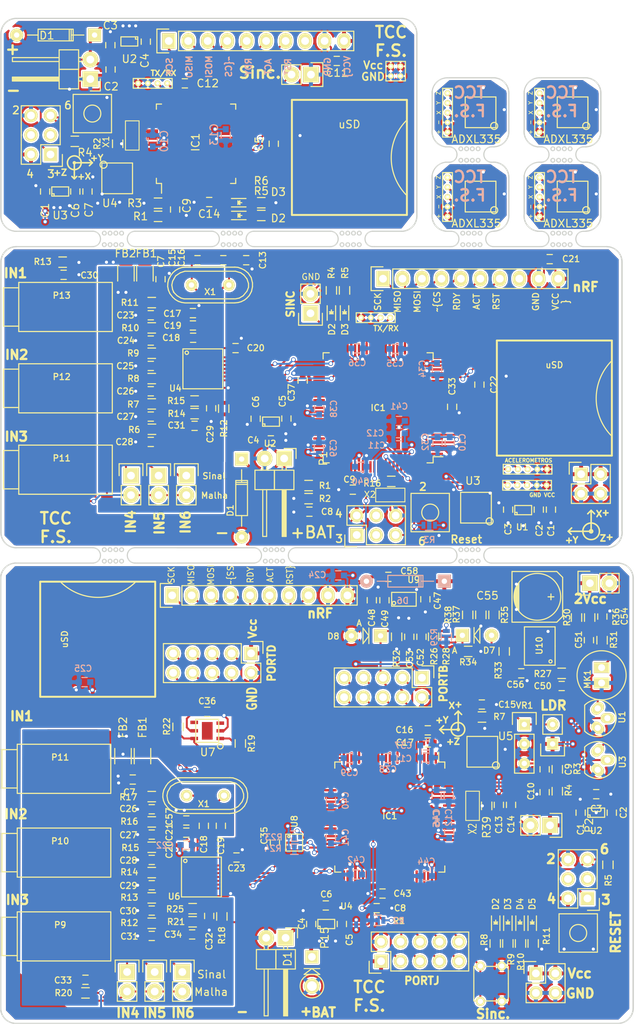
<source format=kicad_pcb>
(kicad_pcb (version 4) (host pcbnew 4.0.2-stable)
  (layers (0 F.Cu signal) (31 B.Cu signal) (34 B.Paste user) (35 F.Paste user) (36 B.SilkS user) (37 F.SilkS user) (38 B.Mask user) (39 F.Mask user) (44 Edge.Cuts user))
  (net 0 "")
  (net 1 GND)
  (net 2 VCC)
  (net 3 "Net-(C2-Pad2)")
  (net 4 /ADCA_REF)
  (net 5 +BAT)
  (net 6 "Net-(C5-Pad2)")
  (net 7 GNDA)
  (net 8 aVDD)
  (net 9 /ADC_A7)
  (net 10 "Net-(C15-Pad2)")
  (net 11 "Net-(C16-Pad2)")
  (net 12 "Net-(C18-Pad2)")
  (net 13 "Net-(C23-Pad1)")
  (net 14 "Net-(C24-Pad1)")
  (net 15 "Net-(C25-Pad1)")
  (net 16 "Net-(C26-Pad1)")
  (net 17 "Net-(C27-Pad1)")
  (net 18 "Net-(C28-Pad1)")
  (net 19 "Net-(C29-Pad1)")
  (net 20 /malha)
  (net 21 "Net-(C31-Pad1)")
  (net 22 "Net-(C31-Pad2)")
  (net 23 "Net-(D2-Pad2)")
  (net 24 "Net-(D2-Pad1)")
  (net 25 "Net-(D3-Pad2)")
  (net 26 "Net-(D3-Pad1)")
  (net 27 /ADC_A6)
  (net 28 /ADC_B1)
  (net 29 /ADC_B2)
  (net 30 /ADC_B3)
  (net 31 /RST_nRF)
  (net 32 /ACT_nRF)
  (net 33 /RDY_nRF)
  (net 34 /~CS_nRF)
  (net 35 /MOSI_nRF)
  (net 36 /MISO_nRF)
  (net 37 /SCK_nRF)
  (net 38 /~SS-uSD)
  (net 39 /MOSI-uSD)
  (net 40 /MISO_uSD)
  (net 41 /SCK-uSD)
  (net 42 "Net-(IC1-Pad47)")
  (net 43 "Net-(IC1-Pad48)")
  (net 44 "Net-(IC1-Pad49)")
  (net 45 "Net-(IC1-Pad50)")
  (net 46 "Net-(IC1-Pad51)")
  (net 47 "Net-(IC1-Pad52)")
  (net 48 "Net-(IC1-Pad89)")
  (net 49 /RESET)
  (net 50 /ADC_A1)
  (net 51 /ADC_A2)
  (net 52 /ADC_A3)
  (net 53 /ADC_A4)
  (net 54 /ADC_A5)
  (net 55 "Net-(P7-Pad1)")
  (net 56 "Net-(P8-Pad1)")
  (net 57 "Net-(P9-Pad1)")
  (net 58 "Net-(P11-Pad3)")
  (net 59 "Net-(P12-Pad3)")
  (net 60 "Net-(P13-Pad3)")
  (net 61 "Net-(R12-Pad2)")
  (net 62 "Net-(R15-Pad2)")
  (net 63 "Net-(IC1-Pad37)")
  (net 64 "Net-(IC1-Pad38)")
  (net 65 "Net-(IC1-Pad42)")
  (net 66 "Net-(IC1-Pad25)")
  (net 67 "Net-(IC1-Pad55)")
  (net 68 "Net-(IC1-Pad75)")
  (net 69 "Net-(C3-Pad2)")
  (net 70 "Net-(C6-Pad2)")
  (net 71 "Net-(IC1-Pad34)")
  (net 72 "Net-(IC1-Pad33)")
  (net 73 "Net-(IC1-Pad32)")
  (net 74 "Net-(IC1-Pad20)")
  (net 75 "Net-(IC1-Pad28)")
  (net 76 "Net-(IC1-Pad29)")
  (net 77 /ADCB_REF)
  (net 78 "Net-(C19-Pad2)")
  (net 79 "Net-(C21-Pad2)")
  (net 80 "Net-(C30-Pad1)")
  (net 81 "Net-(C32-Pad1)")
  (net 82 "Net-(C34-Pad1)")
  (net 83 "Net-(C34-Pad2)")
  (net 84 "Net-(D4-Pad2)")
  (net 85 "Net-(D4-Pad1)")
  (net 86 "Net-(D5-Pad2)")
  (net 87 "Net-(D5-Pad1)")
  (net 88 /ADC_B4)
  (net 89 /ADC_B5)
  (net 90 /ADC_B6)
  (net 91 /ADC_B7)
  (net 92 /SDA_HDC)
  (net 93 /SCL_HDC)
  (net 94 /SDA_OPT)
  (net 95 /SCL_OPT)
  (net 96 /INT_OPT)
  (net 97 /J0)
  (net 98 /J1)
  (net 99 /J2)
  (net 100 /J3)
  (net 101 /J4)
  (net 102 /J5)
  (net 103 /J6)
  (net 104 /J7)
  (net 105 "Net-(P9-Pad3)")
  (net 106 "Net-(P10-Pad3)")
  (net 107 "Net-(R3-Pad1)")
  (net 108 "Net-(R4-Pad1)")
  (net 109 "Net-(R6-Pad2)")
  (net 110 "Net-(R18-Pad2)")
  (net 111 "Net-(R25-Pad2)")
  (net 112 "Net-(P12-Pad1)")
  (net 113 "Net-(P13-Pad1)")
  (net 114 "Net-(P14-Pad1)")
  (net 115 /2Vcc)
  (net 116 "Net-(C49-Pad1)")
  (net 117 "Net-(C49-Pad2)")
  (net 118 "Net-(C50-Pad1)")
  (net 119 "Net-(C50-Pad2)")
  (net 120 "Net-(C51-Pad1)")
  (net 121 "Net-(C52-Pad2)")
  (net 122 "Net-(C54-Pad1)")
  (net 123 "Net-(D7-Pad2)")
  (net 124 "Net-(R26-Pad1)")
  (net 125 "Net-(R33-Pad2)")
  (net 126 "Net-(R35-Pad2)")
  (net 127 "Net-(IC1-Pad26)")
  (net 128 "Net-(IC1-Pad27)")
  (net 129 "Net-(IC1-Pad30)")
  (net 130 "Net-(IC1-Pad31)")
  (net 131 /8_nRF)
  (net 132 /xt1)
  (net 133 /xt2)
  (module Pin_Headers:Pin_Header_Straight_1x10 (layer F.Cu) (at 77.597 87.1855 90)
    (fp_text reference P10 hide)
    (fp_text value "nRF8001 CON")
    (pad 1 thru_hole rect (at 0 0 90) (size 2.032 1.7272) (drill 1.016) (layers *.Cu *.Mask F.SilkS) (net 37 /SCK_nRF))
    (pad 2 thru_hole oval (at 0 2.54 90) (size 2.032 1.7272) (drill 1.016) (layers *.Cu *.Mask F.SilkS) (net 36 /MISO_nRF))
    (pad 3 thru_hole oval (at 0 5.08 90) (size 2.032 1.7272) (drill 1.016) (layers *.Cu *.Mask F.SilkS) (net 35 /MOSI_nRF))
    (pad 4 thru_hole oval (at 0 7.62 90) (size 2.032 1.7272) (drill 1.016) (layers *.Cu *.Mask F.SilkS) (net 34 /~CS_nRF))
    (pad 5 thru_hole oval (at 0 10.16 90) (size 2.032 1.7272) (drill 1.016) (layers *.Cu *.Mask F.SilkS) (net 33 /RDY_nRF))
    (pad 6 thru_hole oval (at 0 12.7 90) (size 2.032 1.7272) (drill 1.016) (layers *.Cu *.Mask F.SilkS) (net 32 /ACT_nRF))
    (pad 7 thru_hole oval (at 0 15.24 90) (size 2.032 1.7272) (drill 1.016) (layers *.Cu *.Mask F.SilkS) (net 31 /RST_nRF))
    (pad 8 thru_hole oval (at 0 17.78 90) (size 2.032 1.7272) (drill 1.016) (layers *.Cu *.Mask F.SilkS))
    (pad 9 thru_hole oval (at 0 20.32 90) (size 2.032 1.7272) (drill 1.016) (layers *.Cu *.Mask F.SilkS) (net 1 GND))
    (pad 10 thru_hole oval (at 0 22.86 90) (size 2.032 1.7272) (drill 1.016) (layers *.Cu *.Mask F.SilkS) (net 2 VCC))
  )
  (module Capacitors_SMD:C_0603 (layer F.Cu) (at 52.8066 93.2815)
    (fp_text reference C19 (at -2.6543 0.0127) (layer F.SilkS) (effects (font (size 0.8 0.8))))
    (fp_text value 100n)
    (pad 1 smd rect (at -0.75 0) (size 0.8 0.75) (layers F.Cu F.Paste F.Mask) (net 8 aVDD))
    (pad 2 smd rect (at 0.75 0) (size 0.8 0.75) (layers F.Cu F.Paste F.Mask) (net 7 GNDA))
  )
  (module Placa_principal:uSD_5027_normal (layer F.Cu) (at 99.949 102.743 270)
    (fp_text reference SD1 hide)
    (fp_text value uSD (at -4.304 0.001 360) (layer F.SilkS) (effects (font (size 0.8 0.8))))
    (pad 8 smd rect (at -5.05 7.96 270) (size 0.8 1.68) (layers F.Cu F.Paste F.Mask))
    (pad 7 smd rect (at -3.95 7.96 270) (size 0.8 1.68) (layers F.Cu F.Paste F.Mask) (net 40 /MISO_uSD))
    (pad 5 smd rect (at -1.75 7.96 270) (size 0.8 1.68) (layers F.Cu F.Paste F.Mask) (net 41 /SCK-uSD))
    (pad 6 smd rect (at -2.85 7.96 270) (size 0.8 1.68) (layers F.Cu F.Paste F.Mask) (net 1 GND))
    (pad 2 smd rect (at 1.55 7.96 270) (size 0.8 1.68) (layers F.Cu F.Paste F.Mask) (net 38 /~SS-uSD))
    (pad 1 smd rect (at 2.65 7.96 270) (size 0.8 1.68) (layers F.Cu F.Paste F.Mask))
    (pad 3 smd rect (at 0.45 7.96 270) (size 0.8 1.68) (layers F.Cu F.Paste F.Mask) (net 39 /MOSI-uSD))
    (pad 4 smd rect (at -0.65 7.96 270) (size 0.8 1.68) (layers F.Cu F.Paste F.Mask) (net 2 VCC))
    (pad "" smd rect (at 6.2 8.05 270) (size 1.7 1.5) (layers F.Cu F.Paste F.Mask))
    (pad "" smd rect (at -6.55 8.05 270) (size 1.4 1.5) (layers F.Cu F.Paste F.Mask))
    (pad 9 smd rect (at -7.11 6.38 270) (size 1.3 1.3) (layers F.Cu F.Paste F.Mask))
    (pad "" smd rect (at 6.49 -6.8 270) (size 1.5 1.7) (layers F.Cu F.Paste F.Mask))
    (pad 10 smd rect (at -7.11 -0.96 270) (size 1.3 1.4) (layers F.Cu F.Paste F.Mask))
    (pad "" smd rect (at -7 -6.8 270) (size 1.5 1.7) (layers F.Cu F.Paste F.Mask))
  )
  (module Placa_principal_ADXL:ADXL335_correto (layer F.Cu) (at 89.7255 117.0305 180)
    (fp_text reference U3 (at 0.4 3.5 180) (layer F.SilkS))
    (fp_text value ADXL335)
    (pad 4 smd rect (at -2.025 0.975 180) (size 0.8 0.35) (layers F.Cu F.Paste F.Mask))
    (pad 3 smd rect (at -2.025 0.325 180) (size 0.8 0.35) (layers F.Cu F.Paste F.Mask) (net 1 GND))
    (pad 2 smd rect (at -2.025 -0.325 180) (size 0.8 0.35) (layers F.Cu F.Paste F.Mask))
    (pad 1 smd rect (at -2.025 -0.975 180) (size 0.8 0.35) (layers F.Cu F.Paste F.Mask))
    (pad ~ smd rect (at 0 0 180) (size 1.95 1.95) (layers F.Cu F.Paste F.Mask))
    (pad 9 smd rect (at 2.025 0.975 180) (size 0.8 0.35) (layers F.Cu F.Paste F.Mask))
    (pad 10 smd rect (at 2.025 0.325 180) (size 0.8 0.35) (layers F.Cu F.Paste F.Mask) (net 52 /ADC_A3))
    (pad 11 smd rect (at 2.025 -0.325 180) (size 0.8 0.35) (layers F.Cu F.Paste F.Mask))
    (pad 12 smd rect (at 2.025 -0.975 180) (size 0.8 0.35) (layers F.Cu F.Paste F.Mask) (net 51 /ADC_A2))
    (pad 16 smd rect (at -0.975 -2.025 180) (size 0.35 0.8) (layers F.Cu F.Paste F.Mask))
    (pad 15 smd rect (at -0.325 -2.025 180) (size 0.35 0.8) (layers F.Cu F.Paste F.Mask) (net 4 /ADCA_REF))
    (pad 14 smd rect (at 0.325 -2.025 180) (size 0.35 0.8) (layers F.Cu F.Paste F.Mask) (net 4 /ADCA_REF))
    (pad 13 smd rect (at 0.975 -2.025 180) (size 0.35 0.8) (layers F.Cu F.Paste F.Mask))
    (pad 5 smd rect (at -0.975 2.025 180) (size 0.35 0.8) (layers F.Cu F.Paste F.Mask) (net 1 GND))
    (pad 6 smd rect (at -0.325 2.025 180) (size 0.35 0.8) (layers F.Cu F.Paste F.Mask) (net 1 GND))
    (pad 7 smd rect (at 0.325 2.025 180) (size 0.35 0.8) (layers F.Cu F.Paste F.Mask) (net 1 GND))
    (pad 8 smd rect (at 0.975 2.025 180) (size 0.35 0.8) (layers F.Cu F.Paste F.Mask) (net 53 /ADC_A4))
  )
  (module Capacitors_SMD:C_0603 (layer F.Cu) (at 99.5045 117.2845 90)
    (fp_text reference C1 (at -2.7305 0 90) (layer F.SilkS) (effects (font (size 0.8 0.8))))
    (fp_text value 1uF)
    (pad 1 smd rect (at -0.75 0 90) (size 0.8 0.75) (layers F.Cu F.Paste F.Mask) (net 1 GND))
    (pad 2 smd rect (at 0.75 0 90) (size 0.8 0.75) (layers F.Cu F.Paste F.Mask) (net 2 VCC))
  )
  (module Capacitors_SMD:C_0603 (layer F.Cu) (at 97.917 117.2845 90)
    (fp_text reference C2 (at -2.7305 0.0635 270) (layer F.SilkS) (effects (font (size 0.8 0.8))))
    (fp_text value 10nF)
    (pad 1 smd rect (at -0.75 0 90) (size 0.8 0.75) (layers F.Cu F.Paste F.Mask) (net 1 GND))
    (pad 2 smd rect (at 0.75 0 90) (size 0.8 0.75) (layers F.Cu F.Paste F.Mask) (net 3 "Net-(C2-Pad2)"))
  )
  (module Capacitors_SMD:C_0603 (layer F.Cu) (at 93.9165 117.2845 90)
    (fp_text reference C3 (at -2.54 0 90) (layer F.SilkS) (effects (font (size 0.8 0.8))))
    (fp_text value 1uF)
    (pad 1 smd rect (at -0.75 0 90) (size 0.8 0.75) (layers F.Cu F.Paste F.Mask) (net 1 GND))
    (pad 2 smd rect (at 0.75 0 90) (size 0.8 0.75) (layers F.Cu F.Paste F.Mask) (net 4 /ADCA_REF))
  )
  (module Capacitors_SMD:C_0603 (layer F.Cu) (at 62.9666 108.2548 180)
    (fp_text reference C4 (at 2.286 0.0254 180) (layer F.SilkS) (effects (font (size 0.8 0.8))))
    (fp_text value 1uF)
    (pad 1 smd rect (at -0.75 0 180) (size 0.8 0.75) (layers F.Cu F.Paste F.Mask) (net 1 GND))
    (pad 2 smd rect (at 0.75 0 180) (size 0.8 0.75) (layers F.Cu F.Paste F.Mask) (net 5 +BAT))
  )
  (module Capacitors_SMD:C_0603 (layer F.Cu) (at 64.9986 105.41 90)
    (fp_text reference C5 (at 2.2606 -0.508 90) (layer F.SilkS) (effects (font (size 0.8 0.8))))
    (fp_text value 10nF)
    (pad 1 smd rect (at -0.75 0 90) (size 0.8 0.75) (layers F.Cu F.Paste F.Mask) (net 1 GND))
    (pad 2 smd rect (at 0.75 0 90) (size 0.8 0.75) (layers F.Cu F.Paste F.Mask) (net 6 "Net-(C5-Pad2)"))
  )
  (module Capacitors_SMD:C_0603 (layer F.Cu) (at 60.9854 105.4354 90)
    (fp_text reference C6 (at 2.2098 0.0254 90) (layer F.SilkS) (effects (font (size 0.8 0.8))))
    (fp_text value 1uF)
    (pad 1 smd rect (at -0.75 0 90) (size 0.8 0.75) (layers F.Cu F.Paste F.Mask) (net 1 GND))
    (pad 2 smd rect (at 0.75 0 90) (size 0.8 0.75) (layers F.Cu F.Paste F.Mask) (net 2 VCC))
  )
  (module Capacitors_SMD:C_0603 (layer F.Cu) (at 48.5775 87.249 270)
    (fp_text reference C7 (at -2.286 -0.0635 270) (layer F.SilkS) (effects (font (size 0.8 0.8))))
    (fp_text value 1uF)
    (pad 1 smd rect (at -0.75 0 270) (size 0.8 0.75) (layers F.Cu F.Paste F.Mask) (net 7 GNDA))
    (pad 2 smd rect (at 0.75 0 270) (size 0.8 0.75) (layers F.Cu F.Paste F.Mask) (net 8 aVDD))
  )
  (module Capacitors_SMD:C_0603 (layer F.Cu) (at 67.9958 117.5512)
    (fp_text reference C8 (at 2.3114 0 180) (layer F.SilkS) (effects (font (size 0.8 0.8))))
    (fp_text value 1uF)
    (pad 1 smd rect (at -0.75 0) (size 0.8 0.75) (layers F.Cu F.Paste F.Mask) (net 1 GND))
    (pad 2 smd rect (at 0.75 0) (size 0.8 0.75) (layers F.Cu F.Paste F.Mask) (net 50 /ADC_A1))
  )
  (module Capacitors_SMD:C_0603 (layer F.Cu) (at 73.66 114.681 180)
    (fp_text reference C9 (at 0.4445 1.3335 180) (layer F.SilkS) (effects (font (size 0.8 0.8))))
    (fp_text value 10u)
    (pad 1 smd rect (at -0.75 0 180) (size 0.8 0.75) (layers F.Cu F.Paste F.Mask) (net 2 VCC))
    (pad 2 smd rect (at 0.75 0 180) (size 0.8 0.75) (layers F.Cu F.Paste F.Mask) (net 1 GND))
  )
  (module Capacitors_SMD:C_0603 (layer B.Cu) (at 86.2965 108.585 270)
    (fp_text reference C10 (at -0.0635 -1.651 270) (layer B.SilkS) (effects (font (size 0.8 0.8)) (justify mirror)))
    (fp_text value 10u)
    (pad 1 smd rect (at -0.75 0 270) (size 0.8 0.75) (layers B.Cu B.Paste B.Mask) (net 2 VCC))
    (pad 2 smd rect (at 0.75 0 270) (size 0.8 0.75) (layers B.Cu B.Paste B.Mask) (net 1 GND))
  )
  (module Capacitors_SMD:C_0603 (layer B.Cu) (at 79.6925 108.9025)
    (fp_text reference C11 (at -2.921 0) (layer B.SilkS) (effects (font (size 0.8 0.8)) (justify mirror)))
    (fp_text value 10nF)
    (pad 1 smd rect (at -0.75 0) (size 0.8 0.75) (layers B.Cu B.Paste B.Mask) (net 1 GND))
    (pad 2 smd rect (at 0.75 0) (size 0.8 0.75) (layers B.Cu B.Paste B.Mask) (net 4 /ADCA_REF))
  )
  (module Capacitors_SMD:C_0603 (layer B.Cu) (at 79.6925 107.315)
    (fp_text reference C12 (at -3.1115 0) (layer B.SilkS) (effects (font (size 0.8 0.8)) (justify mirror)))
    (fp_text value 10uF)
    (pad 1 smd rect (at -0.75 0) (size 0.8 0.75) (layers B.Cu B.Paste B.Mask) (net 1 GND))
    (pad 2 smd rect (at 0.75 0) (size 0.8 0.75) (layers B.Cu B.Paste B.Mask) (net 4 /ADCA_REF))
  )
  (module Capacitors_SMD:C_0603 (layer F.Cu) (at 53.4035 84.7725 180)
    (fp_text reference C15 (at 3.302 0.3175 450) (layer F.SilkS) (effects (font (size 0.8 0.8))))
    (fp_text value 22p)
    (pad 1 smd rect (at -0.75 0 180) (size 0.8 0.75) (layers F.Cu F.Paste F.Mask) (net 2 VCC))
    (pad 2 smd rect (at 0.75 0 180) (size 0.8 0.75) (layers F.Cu F.Paste F.Mask) (net 10 "Net-(C15-Pad2)"))
  )
  (module Capacitors_SMD:C_0603 (layer F.Cu) (at 56.769 84.7725)
    (fp_text reference C16 (at -5.461 -0.3175 90) (layer F.SilkS) (effects (font (size 0.8 0.8))))
    (fp_text value 22p)
    (pad 1 smd rect (at -0.75 0) (size 0.8 0.75) (layers F.Cu F.Paste F.Mask) (net 2 VCC))
    (pad 2 smd rect (at 0.75 0) (size 0.8 0.75) (layers F.Cu F.Paste F.Mask) (net 11 "Net-(C16-Pad2)"))
  )
  (module Capacitors_SMD:C_0603 (layer F.Cu) (at 52.8066 91.6686)
    (fp_text reference C17 (at -2.6924 0.0635) (layer F.SilkS) (effects (font (size 0.8 0.8))))
    (fp_text value 10u)
    (pad 1 smd rect (at -0.75 0) (size 0.8 0.75) (layers F.Cu F.Paste F.Mask) (net 8 aVDD))
    (pad 2 smd rect (at 0.75 0) (size 0.8 0.75) (layers F.Cu F.Paste F.Mask) (net 7 GNDA))
  )
  (module Capacitors_SMD:C_0603 (layer F.Cu) (at 52.832 94.8817)
    (fp_text reference C18 (at -2.8575 0) (layer F.SilkS) (effects (font (size 0.8 0.8))))
    (fp_text value 1u)
    (pad 1 smd rect (at -0.75 0) (size 0.8 0.75) (layers F.Cu F.Paste F.Mask) (net 7 GNDA))
    (pad 2 smd rect (at 0.75 0) (size 0.8 0.75) (layers F.Cu F.Paste F.Mask) (net 12 "Net-(C18-Pad2)"))
  )
  (module Capacitors_SMD:C_0603 (layer F.Cu) (at 58.3692 96.2279)
    (fp_text reference C20 (at 2.6289 -0.0127 180) (layer F.SilkS) (effects (font (size 0.8 0.8))))
    (fp_text value 100n)
    (pad 1 smd rect (at -0.75 0) (size 0.8 0.75) (layers F.Cu F.Paste F.Mask) (net 2 VCC))
    (pad 2 smd rect (at 0.75 0) (size 0.8 0.75) (layers F.Cu F.Paste F.Mask) (net 1 GND))
  )
  (module Capacitors_SMD:C_0603 (layer F.Cu) (at 99.3394 84.6328)
    (fp_text reference C21 (at 2.794 -0.0254) (layer F.SilkS) (effects (font (size 0.8 0.8))))
    (fp_text value 100nF)
    (pad 1 smd rect (at -0.75 0) (size 0.8 0.75) (layers F.Cu F.Paste F.Mask) (net 1 GND))
    (pad 2 smd rect (at 0.75 0) (size 0.8 0.75) (layers F.Cu F.Paste F.Mask) (net 2 VCC))
  )
  (module Capacitors_SMD:C_0603 (layer F.Cu) (at 90.17 100.9904 270)
    (fp_text reference C22 (at 0 -1.9 270) (layer F.SilkS) (effects (font (size 0.8 0.8))))
    (fp_text value 100nF)
    (pad 1 smd rect (at -0.75 0 270) (size 0.8 0.75) (layers F.Cu F.Paste F.Mask) (net 1 GND))
    (pad 2 smd rect (at 0.75 0 270) (size 0.8 0.75) (layers F.Cu F.Paste F.Mask) (net 2 VCC))
  )
  (module Capacitors_SMD:C_0603 (layer F.Cu) (at 47.3075 91.948 180)
    (fp_text reference C23 (at 3.302 0 180) (layer F.SilkS) (effects (font (size 0.8 0.8))))
    (fp_text value Xn)
    (pad 1 smd rect (at -0.75 0 180) (size 0.8 0.75) (layers F.Cu F.Paste F.Mask) (net 13 "Net-(C23-Pad1)"))
    (pad 2 smd rect (at 0.75 0 180) (size 0.8 0.75) (layers F.Cu F.Paste F.Mask) (net 7 GNDA))
  )
  (module Capacitors_SMD:C_0603 (layer F.Cu) (at 47.3075 95.25 180)
    (fp_text reference C24 (at 3.2385 0 180) (layer F.SilkS) (effects (font (size 0.8 0.8))))
    (fp_text value Xn)
    (pad 1 smd rect (at -0.75 0 180) (size 0.8 0.75) (layers F.Cu F.Paste F.Mask) (net 14 "Net-(C24-Pad1)"))
    (pad 2 smd rect (at 0.75 0 180) (size 0.8 0.75) (layers F.Cu F.Paste F.Mask) (net 7 GNDA))
  )
  (module Capacitors_SMD:C_0603 (layer F.Cu) (at 47.3075 98.552 180)
    (fp_text reference C25 (at 3.3274 -0.0127 180) (layer F.SilkS) (effects (font (size 0.8 0.8))))
    (fp_text value Xn)
    (pad 1 smd rect (at -0.75 0 180) (size 0.8 0.75) (layers F.Cu F.Paste F.Mask) (net 15 "Net-(C25-Pad1)"))
    (pad 2 smd rect (at 0.75 0 180) (size 0.8 0.75) (layers F.Cu F.Paste F.Mask) (net 7 GNDA))
  )
  (module Capacitors_SMD:C_0603 (layer F.Cu) (at 47.3075 101.854 180)
    (fp_text reference C26 (at 3.302 0 180) (layer F.SilkS) (effects (font (size 0.8 0.8))))
    (fp_text value Xn)
    (pad 1 smd rect (at -0.75 0 180) (size 0.8 0.75) (layers F.Cu F.Paste F.Mask) (net 16 "Net-(C26-Pad1)"))
    (pad 2 smd rect (at 0.75 0 180) (size 0.8 0.75) (layers F.Cu F.Paste F.Mask) (net 7 GNDA))
  )
  (module Capacitors_SMD:C_0603 (layer F.Cu) (at 47.3075 105.156 180)
    (fp_text reference C27 (at 3.302 0 180) (layer F.SilkS) (effects (font (size 0.8 0.8))))
    (fp_text value Xn)
    (pad 1 smd rect (at -0.75 0 180) (size 0.8 0.75) (layers F.Cu F.Paste F.Mask) (net 17 "Net-(C27-Pad1)"))
    (pad 2 smd rect (at 0.75 0 180) (size 0.8 0.75) (layers F.Cu F.Paste F.Mask) (net 7 GNDA))
  )
  (module Capacitors_SMD:C_0603 (layer F.Cu) (at 47.3075 108.458 180)
    (fp_text reference C28 (at 3.429 0 180) (layer F.SilkS) (effects (font (size 0.8 0.8))))
    (fp_text value Xn)
    (pad 1 smd rect (at -0.75 0 180) (size 0.8 0.75) (layers F.Cu F.Paste F.Mask) (net 18 "Net-(C28-Pad1)"))
    (pad 2 smd rect (at 0.75 0 180) (size 0.8 0.75) (layers F.Cu F.Paste F.Mask) (net 7 GNDA))
  )
  (module Capacitors_SMD:C_0603 (layer F.Cu) (at 55.1815 104.0765 270)
    (fp_text reference C29 (at 3.3655 0.127 270) (layer F.SilkS) (effects (font (size 0.8 0.8))))
    (fp_text value 100n)
    (pad 1 smd rect (at -0.75 0 270) (size 0.8 0.75) (layers F.Cu F.Paste F.Mask) (net 19 "Net-(C29-Pad1)"))
    (pad 2 smd rect (at 0.75 0 270) (size 0.8 0.75) (layers F.Cu F.Paste F.Mask) (net 7 GNDA))
  )
  (module Capacitors_SMD:C_0603 (layer F.Cu) (at 35.941 86.6775 180)
    (fp_text reference C30 (at -3.3655 -0.0635 180) (layer F.SilkS) (effects (font (size 0.8 0.8))))
    (fp_text value 10nF)
    (pad 1 smd rect (at -0.75 0 180) (size 0.8 0.75) (layers F.Cu F.Paste F.Mask) (net 1 GND))
    (pad 2 smd rect (at 0.75 0 180) (size 0.8 0.75) (layers F.Cu F.Paste F.Mask) (net 20 /malha))
  )
  (module Capacitors_SMD:C_0603 (layer F.Cu) (at 53.0225 106.3625 180)
    (fp_text reference C31 (at 2.3495 0.0635 180) (layer F.SilkS) (effects (font (size 0.8 0.8))))
    (fp_text value 1.5n)
    (pad 1 smd rect (at -0.75 0 180) (size 0.8 0.75) (layers F.Cu F.Paste F.Mask) (net 21 "Net-(C31-Pad1)"))
    (pad 2 smd rect (at 0.75 0 180) (size 0.8 0.75) (layers F.Cu F.Paste F.Mask) (net 22 "Net-(C31-Pad2)"))
  )
  (module Capacitors_SMD:C_0603 (layer B.Cu) (at 84.709 108.585 270)
    (fp_text reference C32 (at -0.127 1.5875 270) (layer B.SilkS) (effects (font (size 0.8 0.8)) (justify mirror)))
    (fp_text value 100n)
    (pad 1 smd rect (at -0.75 0 270) (size 0.8 0.75) (layers B.Cu B.Paste B.Mask) (net 2 VCC))
    (pad 2 smd rect (at 0.75 0 270) (size 0.8 0.75) (layers B.Cu B.Paste B.Mask) (net 1 GND))
  )
  (module Capacitors_SMD:C_0603 (layer F.Cu) (at 86.614 103.886 270)
    (fp_text reference C33 (at -2.667 0 270) (layer F.SilkS) (effects (font (size 0.8 0.8))))
    (fp_text value 100n)
    (pad 1 smd rect (at -0.75 0 270) (size 0.8 0.75) (layers F.Cu F.Paste F.Mask) (net 2 VCC))
    (pad 2 smd rect (at 0.75 0 270) (size 0.8 0.75) (layers F.Cu F.Paste F.Mask) (net 1 GND))
  )
  (module Capacitors_SMD:C_0603 (layer B.Cu) (at 84.6455 98.933 270)
    (fp_text reference C34 (at 0 1.9 270) (layer B.SilkS) (effects (font (size 0.8 0.8)) (justify mirror)))
    (fp_text value 100n)
    (pad 1 smd rect (at -0.75 0 270) (size 0.8 0.75) (layers B.Cu B.Paste B.Mask) (net 2 VCC))
    (pad 2 smd rect (at 0.75 0 270) (size 0.8 0.75) (layers B.Cu B.Paste B.Mask) (net 1 GND))
  )
  (module Capacitors_SMD:C_0603 (layer B.Cu) (at 79.1845 96.3295)
    (fp_text reference C35 (at 0 1.9) (layer B.SilkS) (effects (font (size 0.8 0.8)) (justify mirror)))
    (fp_text value 100n)
    (pad 1 smd rect (at -0.75 0) (size 0.8 0.75) (layers B.Cu B.Paste B.Mask) (net 2 VCC))
    (pad 2 smd rect (at 0.75 0) (size 0.8 0.75) (layers B.Cu B.Paste B.Mask) (net 1 GND))
  )
  (module Capacitors_SMD:C_0603 (layer B.Cu) (at 74.2315 96.266)
    (fp_text reference C36 (at 0 1.9) (layer B.SilkS) (effects (font (size 0.8 0.8)) (justify mirror)))
    (fp_text value 100n)
    (pad 1 smd rect (at -0.75 0) (size 0.8 0.75) (layers B.Cu B.Paste B.Mask) (net 2 VCC))
    (pad 2 smd rect (at 0.75 0) (size 0.8 0.75) (layers B.Cu B.Paste B.Mask) (net 1 GND))
  )
  (module Capacitors_SMD:C_0603 (layer F.Cu) (at 67.1195 100.457 90)
    (fp_text reference C37 (at -1.5748 -1.4605 90) (layer F.SilkS) (effects (font (size 0.8 0.8))))
    (fp_text value 100n)
    (pad 1 smd rect (at -0.75 0 90) (size 0.8 0.75) (layers F.Cu F.Paste F.Mask) (net 2 VCC))
    (pad 2 smd rect (at 0.75 0 90) (size 0.8 0.75) (layers F.Cu F.Paste F.Mask) (net 1 GND))
  )
  (module Capacitors_SMD:C_0603 (layer B.Cu) (at 69.2785 104.14 90)
    (fp_text reference C38 (at 0 1.9 90) (layer B.SilkS) (effects (font (size 0.8 0.8)) (justify mirror)))
    (fp_text value 100n)
    (pad 1 smd rect (at -0.75 0 90) (size 0.8 0.75) (layers B.Cu B.Paste B.Mask) (net 2 VCC))
    (pad 2 smd rect (at 0.75 0 90) (size 0.8 0.75) (layers B.Cu B.Paste B.Mask) (net 1 GND))
  )
  (module Capacitors_SMD:C_0603 (layer B.Cu) (at 69.237 109.263 90)
    (fp_text reference C39 (at 0 1.9 90) (layer B.SilkS) (effects (font (size 0.8 0.8)) (justify mirror)))
    (fp_text value 100n)
    (pad 1 smd rect (at -0.75 0 90) (size 0.8 0.75) (layers B.Cu B.Paste B.Mask) (net 2 VCC))
    (pad 2 smd rect (at 0.75 0 90) (size 0.8 0.75) (layers B.Cu B.Paste B.Mask) (net 1 GND))
  )
  (module Capacitors_SMD:C_0603 (layer B.Cu) (at 74.676 111.6965)
    (fp_text reference C40 (at 0 1.9) (layer B.SilkS) (effects (font (size 0.8 0.8)) (justify mirror)))
    (fp_text value 100n)
    (pad 1 smd rect (at -0.75 0) (size 0.8 0.75) (layers B.Cu B.Paste B.Mask) (net 2 VCC))
    (pad 2 smd rect (at 0.75 0) (size 0.8 0.75) (layers B.Cu B.Paste B.Mask) (net 1 GND))
  )
  (module Capacitors_SMD:C_0603 (layer B.Cu) (at 79.6925 105.7275 180)
    (fp_text reference C41 (at 0 1.9 180) (layer B.SilkS) (effects (font (size 0.8 0.8)) (justify mirror)))
    (fp_text value 100n)
    (pad 1 smd rect (at -0.75 0 180) (size 0.8 0.75) (layers B.Cu B.Paste B.Mask) (net 2 VCC))
    (pad 2 smd rect (at 0.75 0 180) (size 0.8 0.75) (layers B.Cu B.Paste B.Mask) (net 1 GND))
  )
  (module Diodes_ThroughHole:Diode_DO-35_SOD27_Horizontal_RM10 (layer F.Cu) (at 59.1566 110.6932 270)
    (fp_text reference D1 (at 6.7056 1.4732 270) (layer F.SilkS) (effects (font (size 0.8 0.8))))
    (fp_text value "Z 5.7V")
    (pad 1 thru_hole circle (at 10.16052 -0.00254 90) (size 1.69926 1.69926) (drill 0.7) (layers *.Cu *.Mask F.SilkS) (net 1 GND))
    (pad 2 thru_hole rect (at 0.00052 -0.00254 90) (size 1.69926 1.69926) (drill 0.7) (layers *.Cu *.Mask F.SilkS) (net 5 +BAT))
  )
  (module LEDs:LED_0603 (layer F.Cu) (at 70.866 91.5035 90)
    (fp_text reference D2 (at -2.286 0.0635 90) (layer F.SilkS) (effects (font (size 0.8 0.8))))
    (fp_text value LED)
    (pad 2 smd rect (at 0.7493 0 270) (size 0.79756 0.79756) (layers F.Cu F.Paste F.Mask) (net 23 "Net-(D2-Pad2)"))
    (pad 1 smd rect (at -0.7493 0 270) (size 0.79756 0.79756) (layers F.Cu F.Paste F.Mask) (net 24 "Net-(D2-Pad1)"))
  )
  (module LEDs:LED_0603 (layer F.Cu) (at 72.5805 91.5035 90)
    (fp_text reference D3 (at -2.286 0.0635 90) (layer F.SilkS) (effects (font (size 0.8 0.8))))
    (fp_text value LED)
    (pad 2 smd rect (at 0.7493 0 270) (size 0.79756 0.79756) (layers F.Cu F.Paste F.Mask) (net 25 "Net-(D3-Pad2)"))
    (pad 1 smd rect (at -0.7493 0 270) (size 0.79756 0.79756) (layers F.Cu F.Paste F.Mask) (net 26 "Net-(D3-Pad1)"))
  )
  (module Housings_QFP:TQFP-100_14x14mm_Pitch0.5mm (layer F.Cu) (at 76.962 104.013 180)
    (fp_text reference IC1 (at 0 0 180) (layer F.SilkS) (effects (font (size 0.8 0.8))))
    (fp_text value ATXMEGA128A1U-A)
    (pad 1 smd rect (at -7.7 -6 180) (size 1.5 0.3) (layers F.Cu F.Paste F.Mask) (net 27 /ADC_A6))
    (pad 2 smd rect (at -7.7 -5.5 180) (size 1.5 0.3) (layers F.Cu F.Paste F.Mask) (net 9 /ADC_A7))
    (pad 3 smd rect (at -7.7 -5 180) (size 1.5 0.3) (layers F.Cu F.Paste F.Mask) (net 1 GND))
    (pad 4 smd rect (at -7.7 -4.5 180) (size 1.5 0.3) (layers F.Cu F.Paste F.Mask) (net 2 VCC))
    (pad 5 smd rect (at -7.7 -4 180) (size 1.5 0.3) (layers F.Cu F.Paste F.Mask))
    (pad 6 smd rect (at -7.7 -3.5 180) (size 1.5 0.3) (layers F.Cu F.Paste F.Mask) (net 28 /ADC_B1))
    (pad 7 smd rect (at -7.7 -3 180) (size 1.5 0.3) (layers F.Cu F.Paste F.Mask) (net 29 /ADC_B2))
    (pad 8 smd rect (at -7.7 -2.5 180) (size 1.5 0.3) (layers F.Cu F.Paste F.Mask) (net 30 /ADC_B3))
    (pad 9 smd rect (at -7.7 -2 180) (size 1.5 0.3) (layers F.Cu F.Paste F.Mask))
    (pad 10 smd rect (at -7.7 -1.5 180) (size 1.5 0.3) (layers F.Cu F.Paste F.Mask))
    (pad 11 smd rect (at -7.7 -1 180) (size 1.5 0.3) (layers F.Cu F.Paste F.Mask))
    (pad 12 smd rect (at -7.7 -0.5 180) (size 1.5 0.3) (layers F.Cu F.Paste F.Mask))
    (pad 13 smd rect (at -7.7 0 180) (size 1.5 0.3) (layers F.Cu F.Paste F.Mask) (net 1 GND))
    (pad 14 smd rect (at -7.7 0.5 180) (size 1.5 0.3) (layers F.Cu F.Paste F.Mask) (net 2 VCC))
    (pad 15 smd rect (at -7.7 1 180) (size 1.5 0.3) (layers F.Cu F.Paste F.Mask))
    (pad 16 smd rect (at -7.7 1.5 180) (size 1.5 0.3) (layers F.Cu F.Paste F.Mask))
    (pad 17 smd rect (at -7.7 2 180) (size 1.5 0.3) (layers F.Cu F.Paste F.Mask))
    (pad 18 smd rect (at -7.7 2.5 180) (size 1.5 0.3) (layers F.Cu F.Paste F.Mask))
    (pad 19 smd rect (at -7.7 3 180) (size 1.5 0.3) (layers F.Cu F.Paste F.Mask) (net 38 /~SS-uSD))
    (pad 20 smd rect (at -7.7 3.5 180) (size 1.5 0.3) (layers F.Cu F.Paste F.Mask) (net 39 /MOSI-uSD))
    (pad 21 smd rect (at -7.7 4 180) (size 1.5 0.3) (layers F.Cu F.Paste F.Mask) (net 40 /MISO_uSD))
    (pad 22 smd rect (at -7.7 4.5 180) (size 1.5 0.3) (layers F.Cu F.Paste F.Mask) (net 41 /SCK-uSD))
    (pad 23 smd rect (at -7.7 5 180) (size 1.5 0.3) (layers F.Cu F.Paste F.Mask) (net 1 GND))
    (pad 24 smd rect (at -7.7 5.5 180) (size 1.5 0.3) (layers F.Cu F.Paste F.Mask) (net 2 VCC))
    (pad 25 smd rect (at -7.7 6 180) (size 1.5 0.3) (layers F.Cu F.Paste F.Mask))
    (pad 26 smd rect (at -6 7.7 270) (size 1.5 0.3) (layers F.Cu F.Paste F.Mask) (net 31 /RST_nRF))
    (pad 27 smd rect (at -5.5 7.7 270) (size 1.5 0.3) (layers F.Cu F.Paste F.Mask) (net 32 /ACT_nRF))
    (pad 28 smd rect (at -5 7.7 270) (size 1.5 0.3) (layers F.Cu F.Paste F.Mask) (net 33 /RDY_nRF))
    (pad 29 smd rect (at -4.5 7.7 270) (size 1.5 0.3) (layers F.Cu F.Paste F.Mask) (net 34 /~CS_nRF))
    (pad 30 smd rect (at -4 7.7 270) (size 1.5 0.3) (layers F.Cu F.Paste F.Mask) (net 35 /MOSI_nRF))
    (pad 31 smd rect (at -3.5 7.7 270) (size 1.5 0.3) (layers F.Cu F.Paste F.Mask) (net 36 /MISO_nRF))
    (pad 32 smd rect (at -3 7.7 270) (size 1.5 0.3) (layers F.Cu F.Paste F.Mask) (net 37 /SCK_nRF))
    (pad 33 smd rect (at -2.5 7.7 270) (size 1.5 0.3) (layers F.Cu F.Paste F.Mask) (net 1 GND))
    (pad 34 smd rect (at -2 7.7 270) (size 1.5 0.3) (layers F.Cu F.Paste F.Mask) (net 2 VCC))
    (pad 35 smd rect (at -1.5 7.7 270) (size 1.5 0.3) (layers F.Cu F.Paste F.Mask))
    (pad 36 smd rect (at -1 7.7 270) (size 1.5 0.3) (layers F.Cu F.Paste F.Mask))
    (pad 37 smd rect (at -0.5 7.7 270) (size 1.5 0.3) (layers F.Cu F.Paste F.Mask) (net 63 "Net-(IC1-Pad37)"))
    (pad 38 smd rect (at 0 7.7 270) (size 1.5 0.3) (layers F.Cu F.Paste F.Mask) (net 64 "Net-(IC1-Pad38)"))
    (pad 39 smd rect (at 0.5 7.7 270) (size 1.5 0.3) (layers F.Cu F.Paste F.Mask))
    (pad 40 smd rect (at 1 7.7 270) (size 1.5 0.3) (layers F.Cu F.Paste F.Mask) (net 26 "Net-(D3-Pad1)"))
    (pad 41 smd rect (at 1.5 7.7 270) (size 1.5 0.3) (layers F.Cu F.Paste F.Mask) (net 24 "Net-(D2-Pad1)"))
    (pad 42 smd rect (at 2 7.7 270) (size 1.5 0.3) (layers F.Cu F.Paste F.Mask) (net 65 "Net-(IC1-Pad42)"))
    (pad 43 smd rect (at 2.5 7.7 270) (size 1.5 0.3) (layers F.Cu F.Paste F.Mask) (net 1 GND))
    (pad 44 smd rect (at 3 7.7 270) (size 1.5 0.3) (layers F.Cu F.Paste F.Mask) (net 2 VCC))
    (pad 45 smd rect (at 3.5 7.7 270) (size 1.5 0.3) (layers F.Cu F.Paste F.Mask))
    (pad 46 smd rect (at 4 7.7 270) (size 1.5 0.3) (layers F.Cu F.Paste F.Mask))
    (pad 47 smd rect (at 4.5 7.7 270) (size 1.5 0.3) (layers F.Cu F.Paste F.Mask) (net 42 "Net-(IC1-Pad47)"))
    (pad 48 smd rect (at 5 7.7 270) (size 1.5 0.3) (layers F.Cu F.Paste F.Mask) (net 43 "Net-(IC1-Pad48)"))
    (pad 49 smd rect (at 5.5 7.7 270) (size 1.5 0.3) (layers F.Cu F.Paste F.Mask) (net 44 "Net-(IC1-Pad49)"))
    (pad 50 smd rect (at 6 7.7 270) (size 1.5 0.3) (layers F.Cu F.Paste F.Mask) (net 45 "Net-(IC1-Pad50)"))
    (pad 51 smd rect (at 7.7 6 180) (size 1.5 0.3) (layers F.Cu F.Paste F.Mask) (net 46 "Net-(IC1-Pad51)"))
    (pad 52 smd rect (at 7.7 5.5 180) (size 1.5 0.3) (layers F.Cu F.Paste F.Mask) (net 47 "Net-(IC1-Pad52)"))
    (pad 53 smd rect (at 7.7 5 180) (size 1.5 0.3) (layers F.Cu F.Paste F.Mask) (net 1 GND))
    (pad 54 smd rect (at 7.7 4.5 180) (size 1.5 0.3) (layers F.Cu F.Paste F.Mask) (net 2 VCC))
    (pad 55 smd rect (at 7.7 4 180) (size 1.5 0.3) (layers F.Cu F.Paste F.Mask))
    (pad 56 smd rect (at 7.7 3.5 180) (size 1.5 0.3) (layers F.Cu F.Paste F.Mask))
    (pad 57 smd rect (at 7.7 3 180) (size 1.5 0.3) (layers F.Cu F.Paste F.Mask))
    (pad 58 smd rect (at 7.7 2.5 180) (size 1.5 0.3) (layers F.Cu F.Paste F.Mask))
    (pad 59 smd rect (at 7.7 2 180) (size 1.5 0.3) (layers F.Cu F.Paste F.Mask))
    (pad 60 smd rect (at 7.7 1.5 180) (size 1.5 0.3) (layers F.Cu F.Paste F.Mask))
    (pad 61 smd rect (at 7.7 1 180) (size 1.5 0.3) (layers F.Cu F.Paste F.Mask))
    (pad 62 smd rect (at 7.7 0.5 180) (size 1.5 0.3) (layers F.Cu F.Paste F.Mask))
    (pad 63 smd rect (at 7.7 0 180) (size 1.5 0.3) (layers F.Cu F.Paste F.Mask) (net 1 GND))
    (pad 64 smd rect (at 7.7 -0.5 180) (size 1.5 0.3) (layers F.Cu F.Paste F.Mask) (net 2 VCC))
    (pad 65 smd rect (at 7.7 -1 180) (size 1.5 0.3) (layers F.Cu F.Paste F.Mask))
    (pad 66 smd rect (at 7.7 -1.5 180) (size 1.5 0.3) (layers F.Cu F.Paste F.Mask))
    (pad 67 smd rect (at 7.7 -2 180) (size 1.5 0.3) (layers F.Cu F.Paste F.Mask))
    (pad 68 smd rect (at 7.7 -2.5 180) (size 1.5 0.3) (layers F.Cu F.Paste F.Mask))
    (pad 69 smd rect (at 7.7 -3 180) (size 1.5 0.3) (layers F.Cu F.Paste F.Mask))
    (pad 70 smd rect (at 7.7 -3.5 180) (size 1.5 0.3) (layers F.Cu F.Paste F.Mask))
    (pad 71 smd rect (at 7.7 -4 180) (size 1.5 0.3) (layers F.Cu F.Paste F.Mask))
    (pad 72 smd rect (at 7.7 -4.5 180) (size 1.5 0.3) (layers F.Cu F.Paste F.Mask))
    (pad 73 smd rect (at 7.7 -5 180) (size 1.5 0.3) (layers F.Cu F.Paste F.Mask) (net 1 GND))
    (pad 74 smd rect (at 7.7 -5.5 180) (size 1.5 0.3) (layers F.Cu F.Paste F.Mask) (net 2 VCC))
    (pad 75 smd rect (at 7.7 -6 180) (size 1.5 0.3) (layers F.Cu F.Paste F.Mask))
    (pad 76 smd rect (at 6 -7.7 270) (size 1.5 0.3) (layers F.Cu F.Paste F.Mask))
    (pad 77 smd rect (at 5.5 -7.7 270) (size 1.5 0.3) (layers F.Cu F.Paste F.Mask))
    (pad 78 smd rect (at 5 -7.7 270) (size 1.5 0.3) (layers F.Cu F.Paste F.Mask))
    (pad 79 smd rect (at 4.5 -7.7 270) (size 1.5 0.3) (layers F.Cu F.Paste F.Mask))
    (pad 80 smd rect (at 4 -7.7 270) (size 1.5 0.3) (layers F.Cu F.Paste F.Mask))
    (pad 81 smd rect (at 3.5 -7.7 270) (size 1.5 0.3) (layers F.Cu F.Paste F.Mask))
    (pad 82 smd rect (at 3 -7.7 270) (size 1.5 0.3) (layers F.Cu F.Paste F.Mask))
    (pad 83 smd rect (at 2.5 -7.7 270) (size 1.5 0.3) (layers F.Cu F.Paste F.Mask) (net 2 VCC))
    (pad 84 smd rect (at 2 -7.7 270) (size 1.5 0.3) (layers F.Cu F.Paste F.Mask) (net 1 GND))
    (pad 85 smd rect (at 1.5 -7.7 270) (size 1.5 0.3) (layers F.Cu F.Paste F.Mask))
    (pad 86 smd rect (at 1 -7.7 270) (size 1.5 0.3) (layers F.Cu F.Paste F.Mask))
    (pad 87 smd rect (at 0.5 -7.7 270) (size 1.5 0.3) (layers F.Cu F.Paste F.Mask))
    (pad 88 smd rect (at 0 -7.7 270) (size 1.5 0.3) (layers F.Cu F.Paste F.Mask))
    (pad 89 smd rect (at -0.5 -7.7 270) (size 1.5 0.3) (layers F.Cu F.Paste F.Mask) (net 48 "Net-(IC1-Pad89)"))
    (pad 90 smd rect (at -1 -7.7 270) (size 1.5 0.3) (layers F.Cu F.Paste F.Mask) (net 49 /RESET))
    (pad 91 smd rect (at -1.5 -7.7 270) (size 1.5 0.3) (layers F.Cu F.Paste F.Mask) (net 132 /xt1))
    (pad 92 smd rect (at -2 -7.7 270) (size 1.5 0.3) (layers F.Cu F.Paste F.Mask) (net 133 /xt2))
    (pad 93 smd rect (at -2.5 -7.7 270) (size 1.5 0.3) (layers F.Cu F.Paste F.Mask) (net 1 GND))
    (pad 94 smd rect (at -3 -7.7 270) (size 1.5 0.3) (layers F.Cu F.Paste F.Mask) (net 2 VCC))
    (pad 95 smd rect (at -3.5 -7.7 270) (size 1.5 0.3) (layers F.Cu F.Paste F.Mask) (net 4 /ADCA_REF))
    (pad 96 smd rect (at -4 -7.7 270) (size 1.5 0.3) (layers F.Cu F.Paste F.Mask) (net 50 /ADC_A1))
    (pad 97 smd rect (at -4.5 -7.7 270) (size 1.5 0.3) (layers F.Cu F.Paste F.Mask) (net 51 /ADC_A2))
    (pad 98 smd rect (at -5 -7.7 270) (size 1.5 0.3) (layers F.Cu F.Paste F.Mask) (net 52 /ADC_A3))
    (pad 99 smd rect (at -5.5 -7.7 270) (size 1.5 0.3) (layers F.Cu F.Paste F.Mask) (net 53 /ADC_A4))
    (pad 100 smd rect (at -6 -7.7 270) (size 1.5 0.3) (layers F.Cu F.Paste F.Mask) (net 54 /ADC_A5))
  )
  (module Pin_Headers:Pin_Header_Straight_2x02 (layer F.Cu) (at 103.437 112.663)
    (fp_text reference P2 hide)
    (fp_text value CONN_02X02)
    (pad 1 thru_hole rect (at 0 0) (size 1.7272 1.7272) (drill 1.016) (layers *.Cu *.Mask F.SilkS) (net 2 VCC))
    (pad 2 thru_hole oval (at 2.54 0) (size 1.7272 1.7272) (drill 1.016) (layers *.Cu *.Mask F.SilkS) (net 2 VCC))
    (pad 3 thru_hole oval (at 0 2.54) (size 1.7272 1.7272) (drill 1.016) (layers *.Cu *.Mask F.SilkS) (net 1 GND))
    (pad 4 thru_hole oval (at 2.54 2.54) (size 1.7272 1.7272) (drill 1.016) (layers *.Cu *.Mask F.SilkS) (net 1 GND))
  )
  (module Pin_Headers:Pin_Header_Straight_2x03 (layer F.Cu) (at 74.168 120.5865 90)
    (fp_text reference P3 hide)
    (fp_text value PDI)
    (pad 1 thru_hole rect (at 0 0 90) (size 1.7272 1.7272) (drill 1.016) (layers *.Cu *.Mask F.SilkS) (net 48 "Net-(IC1-Pad89)"))
    (pad 2 thru_hole oval (at 2.54 0 90) (size 1.7272 1.7272) (drill 1.016) (layers *.Cu *.Mask F.SilkS) (net 2 VCC))
    (pad 3 thru_hole oval (at 0 2.54 90) (size 1.7272 1.7272) (drill 1.016) (layers *.Cu *.Mask F.SilkS))
    (pad 4 thru_hole oval (at 2.54 2.54 90) (size 1.7272 1.7272) (drill 1.016) (layers *.Cu *.Mask F.SilkS))
    (pad 5 thru_hole oval (at 0 5.08 90) (size 1.7272 1.7272) (drill 1.016) (layers *.Cu *.Mask F.SilkS) (net 49 /RESET))
    (pad 6 thru_hole oval (at 2.54 5.08 90) (size 1.7272 1.7272) (drill 1.016) (layers *.Cu *.Mask F.SilkS) (net 1 GND))
  )
  (module Placa_principal:5-pin-50mil (layer F.Cu) (at 96.393 114.1095 180)
    (fp_text reference P4 hide)
    (fp_text value Acelerometro)
    (pad 5 thru_hole circle (at 2.54 0 180) (size 0.762 0.762) (drill 0.381) (layers *.Cu *.Mask F.SilkS) (net 54 /ADC_A5))
    (pad 1 thru_hole circle (at -2.54 0 180) (size 0.762 0.762) (drill 0.381) (layers *.Cu *.Mask F.SilkS) (net 4 /ADCA_REF))
    (pad 2 thru_hole circle (at -1.27 0 180) (size 0.762 0.762) (drill 0.381) (layers *.Cu *.Mask F.SilkS) (net 1 GND))
    (pad 3 thru_hole circle (at 0 0 180) (size 0.762 0.762) (drill 0.381) (layers *.Cu *.Mask F.SilkS) (net 9 /ADC_A7))
    (pad 4 thru_hole circle (at 1.27 0 180) (size 0.762 0.762) (drill 0.381) (layers *.Cu *.Mask F.SilkS) (net 27 /ADC_A6))
  )
  (module Placa_principal:5-pin-50mil (layer F.Cu) (at 96.4565 112.014 180)
    (fp_text reference P5 hide)
    (fp_text value Acelerometro)
    (pad 5 thru_hole circle (at 2.54 0 180) (size 0.762 0.762) (drill 0.381) (layers *.Cu *.Mask F.SilkS) (net 28 /ADC_B1))
    (pad 1 thru_hole circle (at -2.54 0 180) (size 0.762 0.762) (drill 0.381) (layers *.Cu *.Mask F.SilkS) (net 4 /ADCA_REF))
    (pad 2 thru_hole circle (at -1.27 0 180) (size 0.762 0.762) (drill 0.381) (layers *.Cu *.Mask F.SilkS) (net 1 GND))
    (pad 3 thru_hole circle (at 0 0 180) (size 0.762 0.762) (drill 0.381) (layers *.Cu *.Mask F.SilkS) (net 30 /ADC_B3))
    (pad 4 thru_hole circle (at 1.27 0 180) (size 0.762 0.762) (drill 0.381) (layers *.Cu *.Mask F.SilkS) (net 29 /ADC_B2))
  )
  (module Pin_Headers:Pin_Header_Straight_1x02 (layer F.Cu) (at 68.1355 91.694 180)
    (fp_text reference P6 hide)
    (fp_text value CONN_01X02)
    (pad 1 thru_hole rect (at 0 0 180) (size 2.032 2.032) (drill 1.016) (layers *.Cu *.Mask F.SilkS) (net 65 "Net-(IC1-Pad42)"))
    (pad 2 thru_hole oval (at 0 2.54 180) (size 2.032 2.032) (drill 1.016) (layers *.Cu *.Mask F.SilkS) (net 1 GND))
  )
  (module Pin_Headers:Pin_Header_Straight_1x02 (layer F.Cu) (at 51.943 112.8522)
    (fp_text reference P7 hide)
    (fp_text value CONN_01X02)
    (pad 1 thru_hole rect (at 0 0) (size 2.032 2.032) (drill 1.016) (layers *.Cu *.Mask F.SilkS) (net 55 "Net-(P7-Pad1)"))
    (pad 2 thru_hole oval (at 0 2.54) (size 2.032 2.032) (drill 1.016) (layers *.Cu *.Mask F.SilkS) (net 20 /malha))
  )
  (module Pin_Headers:Pin_Header_Straight_1x02 (layer F.Cu) (at 48.3362 112.8522)
    (fp_text reference P8 hide)
    (fp_text value CONN_01X02)
    (pad 1 thru_hole rect (at 0 0) (size 2.032 2.032) (drill 1.016) (layers *.Cu *.Mask F.SilkS) (net 56 "Net-(P8-Pad1)"))
    (pad 2 thru_hole oval (at 0 2.54) (size 2.032 2.032) (drill 1.016) (layers *.Cu *.Mask F.SilkS) (net 20 /malha))
  )
  (module Pin_Headers:Pin_Header_Straight_1x02 (layer F.Cu) (at 44.7294 112.8522)
    (fp_text reference P9 hide)
    (fp_text value CONN_01X02)
    (pad 1 thru_hole rect (at 0 0) (size 2.032 2.032) (drill 1.016) (layers *.Cu *.Mask F.SilkS) (net 57 "Net-(P9-Pad1)"))
    (pad 2 thru_hole oval (at 0 2.54) (size 2.032 2.032) (drill 1.016) (layers *.Cu *.Mask F.SilkS) (net 20 /malha))
  )
  (module Placa_principal:J2-connector (layer F.Cu) (at 42.291 112.0775 180)
    (fp_text reference P11 (at 6.6 1.5 180) (layer F.SilkS) (effects (font (size 0.8 0.8))))
    (fp_text value MIC-CON-MONO)
    (pad 1 smd rect (at 9 -4.1 180) (size 1.5 1.7) (layers F.Cu F.Paste F.Mask) (net 20 /malha))
    (pad 2 smd rect (at 6.2 -4.1 180) (size 1.5 1.7) (layers F.Cu F.Paste F.Mask) (net 20 /malha))
    (pad 3 smd rect (at 0.7 -4.1 180) (size 1.5 1.7) (layers F.Cu F.Paste F.Mask) (net 58 "Net-(P11-Pad3)"))
    (pad 4 smd rect (at 0.7 4.1 180) (size 1.5 1.7) (layers F.Cu F.Paste F.Mask) (net 58 "Net-(P11-Pad3)"))
    (pad 5 smd rect (at 9.3 4.1 180) (size 1.5 1.7) (layers F.Cu F.Paste F.Mask) (net 20 /malha))
  )
  (module Placa_principal:J2-connector (layer F.Cu) (at 42.291 101.473 180)
    (fp_text reference P12 (at 6.6 1.5 180) (layer F.SilkS) (effects (font (size 0.8 0.8))))
    (fp_text value MIC-CON-MONO)
    (pad 1 smd rect (at 9 -4.1 180) (size 1.5 1.7) (layers F.Cu F.Paste F.Mask) (net 20 /malha))
    (pad 2 smd rect (at 6.2 -4.1 180) (size 1.5 1.7) (layers F.Cu F.Paste F.Mask) (net 20 /malha))
    (pad 3 smd rect (at 0.7 -4.1 180) (size 1.5 1.7) (layers F.Cu F.Paste F.Mask) (net 59 "Net-(P12-Pad3)"))
    (pad 4 smd rect (at 0.7 4.1 180) (size 1.5 1.7) (layers F.Cu F.Paste F.Mask) (net 59 "Net-(P12-Pad3)"))
    (pad 5 smd rect (at 9.3 4.1 180) (size 1.5 1.7) (layers F.Cu F.Paste F.Mask) (net 20 /malha))
  )
  (module Placa_principal:J2-connector (layer F.Cu) (at 42.291 90.8685 180)
    (fp_text reference P13 (at 6.6 1.5 180) (layer F.SilkS) (effects (font (size 0.8 0.8))))
    (fp_text value MIC-CON-MONO)
    (pad 1 smd rect (at 9 -4.1 180) (size 1.5 1.7) (layers F.Cu F.Paste F.Mask) (net 20 /malha))
    (pad 2 smd rect (at 6.2 -4.1 180) (size 1.5 1.7) (layers F.Cu F.Paste F.Mask) (net 20 /malha))
    (pad 3 smd rect (at 0.7 -4.1 180) (size 1.5 1.7) (layers F.Cu F.Paste F.Mask) (net 60 "Net-(P13-Pad3)"))
    (pad 4 smd rect (at 0.7 4.1 180) (size 1.5 1.7) (layers F.Cu F.Paste F.Mask) (net 60 "Net-(P13-Pad3)"))
    (pad 5 smd rect (at 9.3 4.1 180) (size 1.5 1.7) (layers F.Cu F.Paste F.Mask) (net 20 /malha))
  )
  (module Placa_principal:4-pin-50mil (layer F.Cu) (at 77.2795 92.2655)
    (fp_text reference P14 hide)
    (fp_text value CONN_01X04)
    (pad 1 thru_hole circle (at -2.54 0) (size 0.762 0.762) (drill 0.381) (layers *.Cu *.Mask F.SilkS) (net 2 VCC))
    (pad 2 thru_hole circle (at -1.27 0) (size 0.762 0.762) (drill 0.381) (layers *.Cu *.Mask F.SilkS) (net 1 GND))
    (pad 3 thru_hole circle (at 0 0) (size 0.762 0.762) (drill 0.381) (layers *.Cu *.Mask F.SilkS) (net 64 "Net-(IC1-Pad38)"))
    (pad 4 thru_hole circle (at 1.27 0) (size 0.762 0.762) (drill 0.381) (layers *.Cu *.Mask F.SilkS) (net 63 "Net-(IC1-Pad37)"))
  )
  (module Resistors_SMD:R_0603 (layer F.Cu) (at 67.8942 114.1476)
    (fp_text reference R1 (at 2.1336 0) (layer F.SilkS) (effects (font (size 0.8 0.8))))
    (fp_text value 47k)
    (pad 1 smd rect (at -0.75 0) (size 0.5 0.9) (layers F.Cu F.Paste F.Mask) (net 5 +BAT))
    (pad 2 smd rect (at 0.75 0) (size 0.5 0.9) (layers F.Cu F.Paste F.Mask) (net 50 /ADC_A1))
  )
  (module Resistors_SMD:R_0603 (layer F.Cu) (at 67.8942 115.8494)
    (fp_text reference R2 (at 2.1336 0) (layer F.SilkS) (effects (font (size 0.8 0.8))))
    (fp_text value 47k)
    (pad 1 smd rect (at -0.75 0) (size 0.5 0.9) (layers F.Cu F.Paste F.Mask) (net 1 GND))
    (pad 2 smd rect (at 0.75 0) (size 0.5 0.9) (layers F.Cu F.Paste F.Mask) (net 50 /ADC_A1))
  )
  (module Resistors_SMD:R_0603 (layer B.Cu) (at 83.6295 119.3165)
    (fp_text reference R3 (at 0 1.9) (layer B.SilkS) (effects (font (size 0.8 0.8)) (justify mirror)))
    (fp_text value 10K)
    (pad 1 smd rect (at -0.75 0) (size 0.5 0.9) (layers B.Cu B.Paste B.Mask) (net 49 /RESET))
    (pad 2 smd rect (at 0.75 0) (size 0.5 0.9) (layers B.Cu B.Paste B.Mask) (net 2 VCC))
  )
  (module Resistors_SMD:R_0603 (layer F.Cu) (at 70.866 88.7095 270)
    (fp_text reference R4 (at -2.286 0 270) (layer F.SilkS) (effects (font (size 0.8 0.8))))
    (fp_text value 220)
    (pad 1 smd rect (at -0.75 0 270) (size 0.5 0.9) (layers F.Cu F.Paste F.Mask) (net 1 GND))
    (pad 2 smd rect (at 0.75 0 270) (size 0.5 0.9) (layers F.Cu F.Paste F.Mask) (net 23 "Net-(D2-Pad2)"))
  )
  (module Resistors_SMD:R_0603 (layer F.Cu) (at 72.5805 88.7095 270)
    (fp_text reference R5 (at -2.286 -0.0635 270) (layer F.SilkS) (effects (font (size 0.8 0.8))))
    (fp_text value 220)
    (pad 1 smd rect (at -0.75 0 270) (size 0.5 0.9) (layers F.Cu F.Paste F.Mask) (net 1 GND))
    (pad 2 smd rect (at 0.75 0 270) (size 0.5 0.9) (layers F.Cu F.Paste F.Mask) (net 25 "Net-(D3-Pad2)"))
  )
  (module Resistors_SMD:R_0603 (layer F.Cu) (at 47.4599 106.807 180)
    (fp_text reference R6 (at 2.3114 -0.0635 180) (layer F.SilkS) (effects (font (size 0.8 0.8))))
    (fp_text value 10K)
    (pad 1 smd rect (at -0.75 0 180) (size 0.5 0.9) (layers F.Cu F.Paste F.Mask) (net 18 "Net-(C28-Pad1)"))
    (pad 2 smd rect (at 0.75 0 180) (size 0.5 0.9) (layers F.Cu F.Paste F.Mask) (net 55 "Net-(P7-Pad1)"))
  )
  (module Resistors_SMD:R_0603 (layer F.Cu) (at 47.4345 103.505 180)
    (fp_text reference R7 (at 2.413 -0.0635 180) (layer F.SilkS) (effects (font (size 0.8 0.8))))
    (fp_text value 10K)
    (pad 1 smd rect (at -0.75 0 180) (size 0.5 0.9) (layers F.Cu F.Paste F.Mask) (net 17 "Net-(C27-Pad1)"))
    (pad 2 smd rect (at 0.75 0 180) (size 0.5 0.9) (layers F.Cu F.Paste F.Mask) (net 56 "Net-(P8-Pad1)"))
  )
  (module Resistors_SMD:R_0603 (layer F.Cu) (at 47.4345 100.203 180)
    (fp_text reference R8 (at 2.3876 0 180) (layer F.SilkS) (effects (font (size 0.8 0.8))))
    (fp_text value 10K)
    (pad 1 smd rect (at -0.75 0 180) (size 0.5 0.9) (layers F.Cu F.Paste F.Mask) (net 16 "Net-(C26-Pad1)"))
    (pad 2 smd rect (at 0.75 0 180) (size 0.5 0.9) (layers F.Cu F.Paste F.Mask) (net 57 "Net-(P9-Pad1)"))
  )
  (module Resistors_SMD:R_0603 (layer F.Cu) (at 47.4345 96.901 180)
    (fp_text reference R9 (at 2.413 0 180) (layer F.SilkS) (effects (font (size 0.8 0.8))))
    (fp_text value 10K)
    (pad 1 smd rect (at -0.75 0 180) (size 0.5 0.9) (layers F.Cu F.Paste F.Mask) (net 15 "Net-(C25-Pad1)"))
    (pad 2 smd rect (at 0.75 0 180) (size 0.5 0.9) (layers F.Cu F.Paste F.Mask) (net 58 "Net-(P11-Pad3)"))
  )
  (module Resistors_SMD:R_0603 (layer F.Cu) (at 47.4345 93.599 180)
    (fp_text reference R10 (at 2.794 0 180) (layer F.SilkS) (effects (font (size 0.8 0.8))))
    (fp_text value 10K)
    (pad 1 smd rect (at -0.75 0 180) (size 0.5 0.9) (layers F.Cu F.Paste F.Mask) (net 14 "Net-(C24-Pad1)"))
    (pad 2 smd rect (at 0.75 0 180) (size 0.5 0.9) (layers F.Cu F.Paste F.Mask) (net 59 "Net-(P12-Pad3)"))
  )
  (module Resistors_SMD:R_0603 (layer F.Cu) (at 47.4345 90.297 180)
    (fp_text reference R11 (at 2.8575 0 180) (layer F.SilkS) (effects (font (size 0.8 0.8))))
    (fp_text value 10K)
    (pad 1 smd rect (at -0.75 0 180) (size 0.5 0.9) (layers F.Cu F.Paste F.Mask) (net 13 "Net-(C23-Pad1)"))
    (pad 2 smd rect (at 0.75 0 180) (size 0.5 0.9) (layers F.Cu F.Paste F.Mask) (net 60 "Net-(P13-Pad3)"))
  )
  (module Resistors_SMD:R_0603 (layer F.Cu) (at 56.8198 104.1146 90)
    (fp_text reference R12 (at -2.5908 0.0254 90) (layer F.SilkS) (effects (font (size 0.8 0.8))))
    (fp_text value 1M)
    (pad 1 smd rect (at -0.75 0 90) (size 0.5 0.9) (layers F.Cu F.Paste F.Mask) (net 2 VCC))
    (pad 2 smd rect (at 0.75 0 90) (size 0.5 0.9) (layers F.Cu F.Paste F.Mask) (net 61 "Net-(R12-Pad2)"))
  )
  (module Resistors_SMD:R_0603 (layer F.Cu) (at 35.814 85.0265 180)
    (fp_text reference R13 (at 2.6035 0.0635 180) (layer F.SilkS) (effects (font (size 0.8 0.8))))
    (fp_text value 1M)
    (pad 1 smd rect (at -0.75 0 180) (size 0.5 0.9) (layers F.Cu F.Paste F.Mask) (net 1 GND))
    (pad 2 smd rect (at 0.75 0 180) (size 0.5 0.9) (layers F.Cu F.Paste F.Mask) (net 20 /malha))
  )
  (module Resistors_SMD:R_0603 (layer F.Cu) (at 53.0225 104.775 180)
    (fp_text reference R14 (at 2.3495 0 360) (layer F.SilkS) (effects (font (size 0.8 0.8))))
    (fp_text value 1M)
    (pad 1 smd rect (at -0.75 0 180) (size 0.5 0.9) (layers F.Cu F.Paste F.Mask) (net 21 "Net-(C31-Pad1)"))
    (pad 2 smd rect (at 0.75 0 180) (size 0.5 0.9) (layers F.Cu F.Paste F.Mask) (net 22 "Net-(C31-Pad2)"))
  )
  (module Resistors_SMD:R_0603 (layer F.Cu) (at 53.0225 103.124 180)
    (fp_text reference R15 (at 2.39776 0.0254 360) (layer F.SilkS) (effects (font (size 0.8 0.8))))
    (fp_text value 100K)
    (pad 1 smd rect (at -0.75 0 180) (size 0.5 0.9) (layers F.Cu F.Paste F.Mask) (net 21 "Net-(C31-Pad1)"))
    (pad 2 smd rect (at 0.75 0 180) (size 0.5 0.9) (layers F.Cu F.Paste F.Mask) (net 62 "Net-(R15-Pad2)"))
  )
  (module Placa_principal:5mm-smd-button (layer F.Cu) (at 83.7565 117.6655 180)
    (fp_text reference SW1 hide)
    (fp_text value SW_PUSH)
    (pad 1 smd rect (at -2.1 -3 180) (size 0.7 0.9) (layers F.Cu F.Paste F.Mask) (net 1 GND))
    (pad 2 smd rect (at 2.1 -3 180) (size 0.7 0.9) (layers F.Cu F.Paste F.Mask) (net 49 /RESET))
    (pad 1 smd rect (at -2.1 3 180) (size 0.7 0.9) (layers F.Cu F.Paste F.Mask) (net 1 GND))
    (pad 2 smd rect (at 2.1 3 180) (size 0.7 0.9) (layers F.Cu F.Paste F.Mask) (net 49 /RESET))
  )
  (module TO_SOT_Packages_SMD:SC-70-5 (layer F.Cu) (at 95.885 117.348)
    (fp_text reference U1 (at -0.127 2.2225) (layer F.SilkS) (effects (font (size 0.8 0.8))))
    (fp_text value TPS71727)
    (pad 1 smd rect (at -0.6604 1.016) (size 0.4064 0.6604) (layers F.Cu F.Paste F.Mask) (net 2 VCC))
    (pad 3 smd rect (at 0.6604 1.016) (size 0.4064 0.6604) (layers F.Cu F.Paste F.Mask) (net 2 VCC))
    (pad 2 smd rect (at 0 1.016) (size 0.4064 0.6604) (layers F.Cu F.Paste F.Mask) (net 1 GND))
    (pad 4 smd rect (at 0.6604 -1.016) (size 0.4064 0.6604) (layers F.Cu F.Paste F.Mask) (net 3 "Net-(C2-Pad2)"))
    (pad 5 smd rect (at -0.6604 -1.016) (size 0.4064 0.6604) (layers F.Cu F.Paste F.Mask) (net 4 /ADCA_REF))
  )
  (module TO_SOT_Packages_SMD:SC-70-5 (layer F.Cu) (at 62.992 105.8164)
    (fp_text reference U2 (at -0.127 2.8575) (layer F.SilkS) (effects (font (size 0.8 0.8))))
    (fp_text value TPS71733)
    (pad 1 smd rect (at -0.6604 1.016) (size 0.4064 0.6604) (layers F.Cu F.Paste F.Mask) (net 5 +BAT))
    (pad 3 smd rect (at 0.6604 1.016) (size 0.4064 0.6604) (layers F.Cu F.Paste F.Mask) (net 5 +BAT))
    (pad 2 smd rect (at 0 1.016) (size 0.4064 0.6604) (layers F.Cu F.Paste F.Mask) (net 1 GND))
    (pad 4 smd rect (at 0.6604 -1.016) (size 0.4064 0.6604) (layers F.Cu F.Paste F.Mask) (net 6 "Net-(C5-Pad2)"))
    (pad 5 smd rect (at -0.6604 -1.016) (size 0.4064 0.6604) (layers F.Cu F.Paste F.Mask) (net 2 VCC))
  )
  (module Crystals:Crystal_HC49-U_Vertical (layer F.Cu) (at 55.0545 88.011 180)
    (fp_text reference X1 (at 0 -0.889 360) (layer F.SilkS) (effects (font (size 0.8 0.8))))
    (fp_text value 4.096MHz)
    (pad 1 thru_hole circle (at -2.44094 0 180) (size 1.50114 1.50114) (drill 0.7) (layers *.Cu *.Mask F.SilkS) (net 11 "Net-(C16-Pad2)"))
    (pad 2 thru_hole circle (at 2.44094 0 180) (size 1.50114 1.50114) (drill 0.7) (layers *.Cu *.Mask F.SilkS) (net 10 "Net-(C15-Pad2)"))
  )
  (module Pin_Headers:Pin_Header_Angled_1x02 (layer F.Cu) (at 64.7065 110.617 270)
    (fp_text reference P1 (at 0 -5.1 270) (layer F.SilkS))
    (fp_text value CONN_01X02)
    (pad 1 thru_hole rect (at 0 0 270) (size 2.032 2.032) (drill 1.016) (layers *.Cu *.Mask F.SilkS) (net 5 +BAT))
    (pad 2 thru_hole oval (at 0 2.54 270) (size 2.032 2.032) (drill 1.016) (layers *.Cu *.Mask F.SilkS) (net 1 GND))
  )
  (module Placa_principal:ADS1293-correto (layer F.Cu) (at 54.102 98.933)
    (fp_text reference U4 (at -3.5814 2.54) (layer F.SilkS) (effects (font (size 0.8 0.8))))
    (fp_text value ADS1293)
    (pad ~ smd rect (at 0 0) (size 3.6 3.6) (layers F.Cu F.Paste F.Mask))
    (pad 18 smd rect (at 2.5 0) (size 1 0.25) (layers F.Cu F.Paste F.Mask) (net 45 "Net-(IC1-Pad50)"))
    (pad 17 smd rect (at 2.5 0.5) (size 1 0.25) (layers F.Cu F.Paste F.Mask) (net 47 "Net-(IC1-Pad52)"))
    (pad 16 smd rect (at 2.5 1) (size 1 0.25) (layers F.Cu F.Paste F.Mask) (net 44 "Net-(IC1-Pad49)"))
    (pad 15 smd rect (at 2.5 1.5) (size 1 0.25) (layers F.Cu F.Paste F.Mask) (net 43 "Net-(IC1-Pad48)"))
    (pad 19 smd rect (at 2.5 -0.5) (size 1 0.25) (layers F.Cu F.Paste F.Mask) (net 46 "Net-(IC1-Pad51)"))
    (pad 20 smd rect (at 2.5 -1) (size 1 0.25) (layers F.Cu F.Paste F.Mask) (net 42 "Net-(IC1-Pad47)"))
    (pad 21 smd rect (at 2.5 -1.5) (size 1 0.25) (layers F.Cu F.Paste F.Mask))
    (pad 4 smd rect (at -2.6 0) (size 1 0.25) (layers F.Cu F.Paste F.Mask) (net 16 "Net-(C26-Pad1)"))
    (pad 3 smd rect (at -2.6 -0.5) (size 1 0.25) (layers F.Cu F.Paste F.Mask) (net 15 "Net-(C25-Pad1)"))
    (pad 2 smd rect (at -2.6 -1) (size 1 0.25) (layers F.Cu F.Paste F.Mask) (net 14 "Net-(C24-Pad1)"))
    (pad 1 smd rect (at -2.6 -1.5) (size 1 0.25) (layers F.Cu F.Paste F.Mask) (net 13 "Net-(C23-Pad1)"))
    (pad 5 smd rect (at -2.6 0.5) (size 1 0.25) (layers F.Cu F.Paste F.Mask) (net 17 "Net-(C27-Pad1)"))
    (pad 6 smd rect (at -2.6 1) (size 1 0.25) (layers F.Cu F.Paste F.Mask) (net 18 "Net-(C28-Pad1)"))
    (pad 7 smd rect (at -2.6 1.5) (size 1 0.25) (layers F.Cu F.Paste F.Mask))
    (pad 14 smd rect (at 1.5 2.5) (size 0.25 1) (layers F.Cu F.Paste F.Mask) (net 1 GND))
    (pad 13 smd rect (at 1 2.5) (size 0.25 1) (layers F.Cu F.Paste F.Mask) (net 61 "Net-(R12-Pad2)"))
    (pad 12 smd rect (at 0.5 2.5) (size 0.25 1) (layers F.Cu F.Paste F.Mask) (net 19 "Net-(C29-Pad1)"))
    (pad 11 smd rect (at 0 2.5) (size 0.25 1) (layers F.Cu F.Paste F.Mask) (net 19 "Net-(C29-Pad1)"))
    (pad 10 smd rect (at -0.5 2.5) (size 0.25 1) (layers F.Cu F.Paste F.Mask) (net 21 "Net-(C31-Pad1)"))
    (pad 9 smd rect (at -1 2.5) (size 0.25 1) (layers F.Cu F.Paste F.Mask) (net 22 "Net-(C31-Pad2)"))
    (pad 8 smd rect (at -1.5 2.5) (size 0.25 1) (layers F.Cu F.Paste F.Mask) (net 62 "Net-(R15-Pad2)"))
    (pad 28 smd rect (at -1.5 -2.5) (size 0.25 1) (layers F.Cu F.Paste F.Mask) (net 8 aVDD))
    (pad 27 smd rect (at -1 -2.5) (size 0.25 1) (layers F.Cu F.Paste F.Mask) (net 7 GNDA))
    (pad 26 smd rect (at -0.5 -2.5) (size 0.25 1) (layers F.Cu F.Paste F.Mask) (net 12 "Net-(C18-Pad2)"))
    (pad 25 smd rect (at 0 -2.5) (size 0.25 1) (layers F.Cu F.Paste F.Mask))
    (pad 24 smd rect (at 0.5 -2.5) (size 0.25 1) (layers F.Cu F.Paste F.Mask) (net 10 "Net-(C15-Pad2)"))
    (pad 23 smd rect (at 1 -2.5) (size 0.25 1) (layers F.Cu F.Paste F.Mask) (net 11 "Net-(C16-Pad2)"))
    (pad 22 smd rect (at 1.5 -2.5) (size 0.25 1) (layers F.Cu F.Paste F.Mask) (net 2 VCC))
  )
  (module Resistors_SMD:R_1206 (layer F.Cu) (at 46.5455 86.487 270)
    (fp_text reference FB1 (at -2.6035 -0.1905 360) (layer F.SilkS))
    (fp_text value FILTER)
    (pad 1 smd rect (at -1.45 0 270) (size 0.9 1.7) (layers F.Cu F.Paste F.Mask) (net 2 VCC))
    (pad 2 smd rect (at 1.45 0 270) (size 0.9 1.7) (layers F.Cu F.Paste F.Mask) (net 8 aVDD))
  )
  (module Resistors_SMD:R_1206 (layer F.Cu) (at 44.069 86.487 270)
    (fp_text reference FB2 (at -2.6035 0.0635 360) (layer F.SilkS))
    (fp_text value FILTER)
    (pad 1 smd rect (at -1.45 0 270) (size 0.9 1.7) (layers F.Cu F.Paste F.Mask) (net 1 GND))
    (pad 2 smd rect (at 1.45 0 270) (size 0.9 1.7) (layers F.Cu F.Paste F.Mask) (net 7 GNDA))
  )
  (module Capacitors_SMD:C_0603 (layer F.Cu) (at 59.7535 84.7725 180)
    (fp_text reference C13 (at -2.159 0 270) (layer F.SilkS) (effects (font (size 0.8 0.8))))
    (fp_text value 100n)
    (pad 1 smd rect (at -0.75 0 180) (size 0.8 0.75) (layers F.Cu F.Paste F.Mask) (net 1 GND))
    (pad 2 smd rect (at 0.75 0 180) (size 0.8 0.75) (layers F.Cu F.Paste F.Mask) (net 2 VCC))
  )
  (module Resistors_SMD:R_0603 (layer F.Cu) (at 78.6765 113.6015 180)
    (fp_text reference R16 (at 2.4765 -0.254 180) (layer F.SilkS) (effects (font (size 0.8 0.8))))
    (fp_text value 1M)
    (pad 1 smd rect (at -0.75 0 180) (size 0.5 0.9) (layers F.Cu F.Paste F.Mask) (net 133 /xt2))
    (pad 2 smd rect (at 0.75 0 180) (size 0.5 0.9) (layers F.Cu F.Paste F.Mask) (net 132 /xt1))
  )
  (module Placa_principal:CRISTAL_16Mhz (layer F.Cu) (at 78.5495 115.3795 90)
    (fp_text reference X2 (at 0.0635 -2.667 180) (layer F.SilkS) (effects (font (size 0.8 0.8) (thickness 0.127))))
    (fp_text value CRISTAL_16MHz hide)
    (pad 1 smd rect (at 0 -1.27 90) (size 1.27 0.9652) (layers F.Cu F.Paste F.Mask) (net 132 /xt1))
    (pad 2 smd rect (at 0 0 90) (size 1.27 0.9652) (layers F.Cu F.Paste F.Mask) (net 1 GND))
    (pad 3 smd rect (at 0 1.27 90) (size 1.27 0.9652) (layers F.Cu F.Paste F.Mask) (net 133 /xt2))
  )
  (module Diodes_ThroughHole:Diode_DO-35_SOD27_Horizontal_RM10 (layer F.Cu) (at 39.9796 55.4228 180)
    (fp_text reference D1 (at 6.223 -0.0635 180) (layer F.SilkS))
    (fp_text value "Z 5.7V")
    (pad 1 thru_hole circle (at 10.16052 -0.00254) (size 1.69926 1.69926) (drill 0.70104) (layers *.Cu *.Mask F.SilkS) (net 1 GND))
    (pad 2 thru_hole rect (at 0.00052 -0.00254) (size 1.69926 1.69926) (drill 0.70104) (layers *.Cu *.Mask F.SilkS) (net 5 +BAT))
  )
  (module Capacitors_SMD:C_0603 (layer F.Cu) (at 33.528 75.819 270)
    (fp_text reference C1 (at 2.4765 0 270) (layer F.SilkS))
    (fp_text value 1uF)
    (pad 1 smd rect (at -0.75 0 270) (size 0.8 0.75) (layers F.Cu F.Paste F.Mask) (net 1 GND))
    (pad 2 smd rect (at 0.75 0 270) (size 0.8 0.75) (layers F.Cu F.Paste F.Mask) (net 2 VCC))
  )
  (module Capacitors_SMD:C_0603 (layer F.Cu) (at 42.0624 59.9186 90)
    (fp_text reference C2 (at -2.2225 0.0762 180) (layer F.SilkS))
    (fp_text value 1uF)
    (pad 1 smd rect (at -0.75 0 90) (size 0.8 0.75) (layers F.Cu F.Paste F.Mask) (net 1 GND))
    (pad 2 smd rect (at 0.75 0 90) (size 0.8 0.75) (layers F.Cu F.Paste F.Mask) (net 5 +BAT))
  )
  (module Capacitors_SMD:C_0603 (layer F.Cu) (at 42.037 56.7436 270)
    (fp_text reference C3 (at -2.5781 0 360) (layer F.SilkS))
    (fp_text value 10nF)
    (pad 1 smd rect (at -0.75 0 270) (size 0.8 0.75) (layers F.Cu F.Paste F.Mask) (net 1 GND))
    (pad 2 smd rect (at 0.75 0 270) (size 0.8 0.75) (layers F.Cu F.Paste F.Mask) (net 69 "Net-(C3-Pad2)"))
  )
  (module Capacitors_SMD:C_0603 (layer F.Cu) (at 46.6598 56.2864 270)
    (fp_text reference C4 (at 2.4776 0.1308 270) (layer F.SilkS))
    (fp_text value 1uF)
    (pad 1 smd rect (at -0.75 0 270) (size 0.8 0.75) (layers F.Cu F.Paste F.Mask) (net 1 GND))
    (pad 2 smd rect (at 0.75 0 270) (size 0.8 0.75) (layers F.Cu F.Paste F.Mask) (net 2 VCC))
  )
  (module Capacitors_SMD:C_0603 (layer F.Cu) (at 37.465 75.819 90)
    (fp_text reference C6 (at -2.4765 0 90) (layer F.SilkS))
    (fp_text value 10nF)
    (pad 1 smd rect (at -0.75 0 90) (size 0.8 0.75) (layers F.Cu F.Paste F.Mask) (net 1 GND))
    (pad 2 smd rect (at 0.75 0 90) (size 0.8 0.75) (layers F.Cu F.Paste F.Mask) (net 70 "Net-(C6-Pad2)"))
  )
  (module Capacitors_SMD:C_0603 (layer F.Cu) (at 39.0525 75.819 90)
    (fp_text reference C7 (at -2.413 0.1905 90) (layer F.SilkS))
    (fp_text value 1uF)
    (pad 1 smd rect (at -0.75 0 90) (size 0.8 0.75) (layers F.Cu F.Paste F.Mask) (net 1 GND))
    (pad 2 smd rect (at 0.75 0 90) (size 0.8 0.75) (layers F.Cu F.Paste F.Mask) (net 4 /ADCA_REF))
  )
  (module Capacitors_SMD:C_0603 (layer F.Cu) (at 50.4825 78.1685 90)
    (fp_text reference C9 (at 0.508 1.524 90) (layer F.SilkS))
    (fp_text value 1uF)
    (pad 1 smd rect (at -0.75 0 90) (size 0.8 0.75) (layers F.Cu F.Paste F.Mask) (net 1 GND))
    (pad 2 smd rect (at 0.75 0 90) (size 0.8 0.75) (layers F.Cu F.Paste F.Mask) (net 54 /ADC_A5))
  )
  (module Capacitors_SMD:C_0603 (layer B.Cu) (at 47.5615 69.215 90)
    (fp_text reference C10 (at -0.0381 1.4859 90) (layer B.SilkS) (effects (justify mirror)))
    (fp_text value 10u)
    (pad 1 smd rect (at -0.75 0 90) (size 0.8 0.75) (layers B.Cu B.Paste B.Mask) (net 2 VCC))
    (pad 2 smd rect (at 0.75 0 90) (size 0.8 0.75) (layers B.Cu B.Paste B.Mask) (net 1 GND))
  )
  (module Capacitors_SMD:C_0603 (layer F.Cu) (at 71.5645 58.801)
    (fp_text reference C11 (at 0.0381 1.5494) (layer F.SilkS))
    (fp_text value 100nF)
    (pad 1 smd rect (at -0.75 0) (size 0.8 0.75) (layers F.Cu F.Paste F.Mask) (net 1 GND))
    (pad 2 smd rect (at 0.75 0) (size 0.8 0.75) (layers F.Cu F.Paste F.Mask) (net 2 VCC))
  )
  (module Capacitors_SMD:C_0603 (layer F.Cu) (at 51.7525 61.722)
    (fp_text reference C12 (at 2.9845 0) (layer F.SilkS))
    (fp_text value 100n)
    (pad 1 smd rect (at -0.75 0) (size 0.8 0.75) (layers F.Cu F.Paste F.Mask) (net 2 VCC))
    (pad 2 smd rect (at 0.75 0) (size 0.8 0.75) (layers F.Cu F.Paste F.Mask) (net 1 GND))
  )
  (module Capacitors_SMD:C_0603 (layer B.Cu) (at 57.0865 68.453 270)
    (fp_text reference C13 (at -0.0635 1.524 270) (layer B.SilkS) (effects (justify mirror)))
    (fp_text value 100n)
    (pad 1 smd rect (at -0.75 0 270) (size 0.8 0.75) (layers B.Cu B.Paste B.Mask) (net 2 VCC))
    (pad 2 smd rect (at 0.75 0 270) (size 0.8 0.75) (layers B.Cu B.Paste B.Mask) (net 1 GND))
  )
  (module Capacitors_SMD:C_0603 (layer F.Cu) (at 54.9275 77.1906 180)
    (fp_text reference C14 (at 0 -1.5494 180) (layer F.SilkS))
    (fp_text value 100n)
    (pad 1 smd rect (at -0.75 0 180) (size 0.8 0.75) (layers F.Cu F.Paste F.Mask) (net 2 VCC))
    (pad 2 smd rect (at 0.75 0 180) (size 0.8 0.75) (layers F.Cu F.Paste F.Mask) (net 1 GND))
  )
  (module LEDs:LED_0603 (layer F.Cu) (at 58.9407 78.9432)
    (fp_text reference D2 (at 5.0038 0.3683) (layer F.SilkS))
    (fp_text value LED)
    (pad 2 smd rect (at 0.7493 0 180) (size 0.79756 0.79756) (layers F.Cu F.Paste F.Mask) (net 23 "Net-(D2-Pad2)"))
    (pad 1 smd rect (at -0.7493 0 180) (size 0.79756 0.79756) (layers F.Cu F.Paste F.Mask) (net 24 "Net-(D2-Pad1)"))
  )
  (module LEDs:LED_0603 (layer F.Cu) (at 58.928 77.2795)
    (fp_text reference D3 (at 5.0165 -1.397 180) (layer F.SilkS))
    (fp_text value LED)
    (pad 2 smd rect (at 0.7493 0 180) (size 0.79756 0.79756) (layers F.Cu F.Paste F.Mask) (net 25 "Net-(D3-Pad2)"))
    (pad 1 smd rect (at -0.7493 0 180) (size 0.79756 0.79756) (layers F.Cu F.Paste F.Mask) (net 26 "Net-(D3-Pad1)"))
  )
  (module Pin_Headers:Pin_Header_Straight_2x03 (layer F.Cu) (at 34.2265 70.993 180)
    (fp_text reference P3 hide)
    (fp_text value PDI)
    (pad 1 thru_hole rect (at 0 0 180) (size 1.7272 1.7272) (drill 1.016) (layers *.Cu *.Mask F.SilkS) (net 71 "Net-(IC1-Pad34)"))
    (pad 2 thru_hole oval (at 2.54 0 180) (size 1.7272 1.7272) (drill 1.016) (layers *.Cu *.Mask F.SilkS) (net 2 VCC))
    (pad 3 thru_hole oval (at 0 2.54 180) (size 1.7272 1.7272) (drill 1.016) (layers *.Cu *.Mask F.SilkS))
    (pad 4 thru_hole oval (at 2.54 2.54 180) (size 1.7272 1.7272) (drill 1.016) (layers *.Cu *.Mask F.SilkS))
    (pad 5 thru_hole oval (at 0 5.08 180) (size 1.7272 1.7272) (drill 1.016) (layers *.Cu *.Mask F.SilkS) (net 49 /RESET))
    (pad 6 thru_hole oval (at 2.54 5.08 180) (size 1.7272 1.7272) (drill 1.016) (layers *.Cu *.Mask F.SilkS) (net 1 GND))
  )
  (module Placa_principal:4-pin-50mil (layer F.Cu) (at 48.1965 61.722)
    (fp_text reference P4 hide)
    (fp_text value CONN_01X04)
    (pad 1 thru_hole circle (at -2.54 0) (size 0.762 0.762) (drill 0.381) (layers *.Cu *.Mask F.SilkS) (net 2 VCC))
    (pad 2 thru_hole circle (at -1.27 0) (size 0.762 0.762) (drill 0.381) (layers *.Cu *.Mask F.SilkS) (net 1 GND))
    (pad 3 thru_hole circle (at 0 0) (size 0.762 0.762) (drill 0.381) (layers *.Cu *.Mask F.SilkS) (net 72 "Net-(IC1-Pad33)"))
    (pad 4 thru_hole circle (at 1.27 0) (size 0.762 0.762) (drill 0.381) (layers *.Cu *.Mask F.SilkS) (net 73 "Net-(IC1-Pad32)"))
  )
  (module Pin_Headers:Pin_Header_Straight_1x02 (layer F.Cu) (at 68.199 60.579 270)
    (fp_text reference P5 hide)
    (fp_text value CONN_01X02)
    (pad 1 thru_hole rect (at 0 0 270) (size 2.032 2.032) (drill 1.016) (layers *.Cu *.Mask F.SilkS) (net 1 GND))
    (pad 2 thru_hole oval (at 0 2.54 270) (size 2.032 2.032) (drill 1.016) (layers *.Cu *.Mask F.SilkS) (net 74 "Net-(IC1-Pad20)"))
  )
  (module Pin_Headers:Pin_Header_Straight_1x10 (layer F.Cu) (at 49.657 56.1975 90)
    (fp_text reference P6 hide)
    (fp_text value "nRF8001 CON")
    (pad 1 thru_hole rect (at 0 0 90) (size 2.032 1.7272) (drill 1.016) (layers *.Cu *.Mask F.SilkS) (net 37 /SCK_nRF))
    (pad 2 thru_hole oval (at 0 2.54 90) (size 2.032 1.7272) (drill 1.016) (layers *.Cu *.Mask F.SilkS) (net 36 /MISO_nRF))
    (pad 3 thru_hole oval (at 0 5.08 90) (size 2.032 1.7272) (drill 1.016) (layers *.Cu *.Mask F.SilkS) (net 35 /MOSI_nRF))
    (pad 4 thru_hole oval (at 0 7.62 90) (size 2.032 1.7272) (drill 1.016) (layers *.Cu *.Mask F.SilkS) (net 34 /~CS_nRF))
    (pad 5 thru_hole oval (at 0 10.16 90) (size 2.032 1.7272) (drill 1.016) (layers *.Cu *.Mask F.SilkS) (net 33 /RDY_nRF))
    (pad 6 thru_hole oval (at 0 12.7 90) (size 2.032 1.7272) (drill 1.016) (layers *.Cu *.Mask F.SilkS) (net 32 /ACT_nRF))
    (pad 7 thru_hole oval (at 0 15.24 90) (size 2.032 1.7272) (drill 1.016) (layers *.Cu *.Mask F.SilkS) (net 31 /RST_nRF))
    (pad 8 thru_hole oval (at 0 17.78 90) (size 2.032 1.7272) (drill 1.016) (layers *.Cu *.Mask F.SilkS))
    (pad 9 thru_hole oval (at 0 20.32 90) (size 2.032 1.7272) (drill 1.016) (layers *.Cu *.Mask F.SilkS) (net 1 GND))
    (pad 10 thru_hole oval (at 0 22.86 90) (size 2.032 1.7272) (drill 1.016) (layers *.Cu *.Mask F.SilkS) (net 2 VCC))
  )
  (module Resistors_SMD:R_0603 (layer F.Cu) (at 48.26 79.0575)
    (fp_text reference R1 (at -2.286 0) (layer F.SilkS))
    (fp_text value 47k)
    (pad 1 smd rect (at -0.75 0) (size 0.5 0.9) (layers F.Cu F.Paste F.Mask) (net 5 +BAT))
    (pad 2 smd rect (at 0.75 0) (size 0.5 0.9) (layers F.Cu F.Paste F.Mask) (net 54 /ADC_A5))
  )
  (module Resistors_SMD:R_0603 (layer F.Cu) (at 48.26 77.343)
    (fp_text reference R3 (at -3.048 0) (layer F.SilkS))
    (fp_text value 47k)
    (pad 1 smd rect (at -0.75 0) (size 0.5 0.9) (layers F.Cu F.Paste F.Mask) (net 1 GND))
    (pad 2 smd rect (at 0.75 0) (size 0.5 0.9) (layers F.Cu F.Paste F.Mask) (net 54 /ADC_A5))
  )
  (module Resistors_SMD:R_0603 (layer F.Cu) (at 37.4015 69.2785)
    (fp_text reference R4 (at 1.3335 1.4605 180) (layer F.SilkS))
    (fp_text value 10K)
    (pad 1 smd rect (at -0.75 0) (size 0.5 0.9) (layers F.Cu F.Paste F.Mask) (net 49 /RESET))
    (pad 2 smd rect (at 0.75 0) (size 0.5 0.9) (layers F.Cu F.Paste F.Mask) (net 2 VCC))
  )
  (module Resistors_SMD:R_0603 (layer F.Cu) (at 61.722 78.9432 180)
    (fp_text reference R5 (at 0 3.1877 180) (layer F.SilkS))
    (fp_text value 220)
    (pad 1 smd rect (at -0.75 0 180) (size 0.5 0.9) (layers F.Cu F.Paste F.Mask) (net 1 GND))
    (pad 2 smd rect (at 0.75 0 180) (size 0.5 0.9) (layers F.Cu F.Paste F.Mask) (net 23 "Net-(D2-Pad2)"))
  )
  (module Resistors_SMD:R_0603 (layer F.Cu) (at 61.722 77.2795 180)
    (fp_text reference R6 (at 0 2.8575 180) (layer F.SilkS))
    (fp_text value 220)
    (pad 1 smd rect (at -0.75 0 180) (size 0.5 0.9) (layers F.Cu F.Paste F.Mask) (net 1 GND))
    (pad 2 smd rect (at 0.75 0 180) (size 0.5 0.9) (layers F.Cu F.Paste F.Mask) (net 25 "Net-(D3-Pad2)"))
  )
  (module Placa_principal:uSD_5027_normal (layer F.Cu) (at 73.2155 71.374 270)
    (fp_text reference SD1 hide)
    (fp_text value uSD (at -4.304 0.001 360) (layer F.SilkS))
    (pad 8 smd rect (at -5.05 7.96 270) (size 0.8 1.68) (layers F.Cu F.Paste F.Mask))
    (pad 7 smd rect (at -3.95 7.96 270) (size 0.8 1.68) (layers F.Cu F.Paste F.Mask) (net 40 /MISO_uSD))
    (pad 5 smd rect (at -1.75 7.96 270) (size 0.8 1.68) (layers F.Cu F.Paste F.Mask) (net 41 /SCK-uSD))
    (pad 6 smd rect (at -2.85 7.96 270) (size 0.8 1.68) (layers F.Cu F.Paste F.Mask) (net 1 GND))
    (pad 2 smd rect (at 1.55 7.96 270) (size 0.8 1.68) (layers F.Cu F.Paste F.Mask) (net 38 /~SS-uSD))
    (pad 1 smd rect (at 2.65 7.96 270) (size 0.8 1.68) (layers F.Cu F.Paste F.Mask))
    (pad 3 smd rect (at 0.45 7.96 270) (size 0.8 1.68) (layers F.Cu F.Paste F.Mask) (net 39 /MOSI-uSD))
    (pad 4 smd rect (at -0.65 7.96 270) (size 0.8 1.68) (layers F.Cu F.Paste F.Mask) (net 2 VCC))
    (pad "" smd rect (at 6.2 8.05 270) (size 1.7 1.5) (layers F.Cu F.Paste F.Mask))
    (pad "" smd rect (at -6.55 8.05 270) (size 1.4 1.5) (layers F.Cu F.Paste F.Mask))
    (pad 9 smd rect (at -7.11 6.38 270) (size 1.3 1.3) (layers F.Cu F.Paste F.Mask))
    (pad "" smd rect (at 6.49 -6.8 270) (size 1.5 1.7) (layers F.Cu F.Paste F.Mask))
    (pad 10 smd rect (at -7.11 -0.96 270) (size 1.3 1.4) (layers F.Cu F.Paste F.Mask))
    (pad "" smd rect (at -7 -6.8 270) (size 1.5 1.7) (layers F.Cu F.Paste F.Mask))
  )
  (module Placa_principal:5mm-smd-button (layer F.Cu) (at 39.6875 65.659 270)
    (fp_text reference SW1 hide)
    (fp_text value SW_PUSH)
    (pad 1 smd rect (at -2.1 -3 270) (size 0.7 0.9) (layers F.Cu F.Paste F.Mask) (net 1 GND))
    (pad 2 smd rect (at 2.1 -3 270) (size 0.7 0.9) (layers F.Cu F.Paste F.Mask) (net 49 /RESET))
    (pad 1 smd rect (at -2.1 3 270) (size 0.7 0.9) (layers F.Cu F.Paste F.Mask) (net 1 GND))
    (pad 2 smd rect (at 2.1 3 270) (size 0.7 0.9) (layers F.Cu F.Paste F.Mask) (net 49 /RESET))
  )
  (module TO_SOT_Packages_SMD:SC-70-5 (layer F.Cu) (at 44.5135 56.261 180)
    (fp_text reference U2 (at -0.0127 -2.286 180) (layer F.SilkS))
    (fp_text value TPS71733)
    (pad 1 smd rect (at -0.6604 1.016 180) (size 0.4064 0.6604) (layers F.Cu F.Paste F.Mask) (net 5 +BAT))
    (pad 3 smd rect (at 0.6604 1.016 180) (size 0.4064 0.6604) (layers F.Cu F.Paste F.Mask) (net 5 +BAT))
    (pad 2 smd rect (at 0 1.016 180) (size 0.4064 0.6604) (layers F.Cu F.Paste F.Mask) (net 1 GND))
    (pad 4 smd rect (at 0.6604 -1.016 180) (size 0.4064 0.6604) (layers F.Cu F.Paste F.Mask) (net 69 "Net-(C3-Pad2)"))
    (pad 5 smd rect (at -0.6604 -1.016 180) (size 0.4064 0.6604) (layers F.Cu F.Paste F.Mask) (net 2 VCC))
  )
  (module TO_SOT_Packages_SMD:SC-70-5 (layer F.Cu) (at 35.4965 75.819)
    (fp_text reference U3 (at 0 3.1115) (layer F.SilkS))
    (fp_text value TPS71727)
    (pad 1 smd rect (at -0.6604 1.016) (size 0.4064 0.6604) (layers F.Cu F.Paste F.Mask) (net 2 VCC))
    (pad 3 smd rect (at 0.6604 1.016) (size 0.4064 0.6604) (layers F.Cu F.Paste F.Mask) (net 2 VCC))
    (pad 2 smd rect (at 0 1.016) (size 0.4064 0.6604) (layers F.Cu F.Paste F.Mask) (net 1 GND))
    (pad 4 smd rect (at 0.6604 -1.016) (size 0.4064 0.6604) (layers F.Cu F.Paste F.Mask) (net 70 "Net-(C6-Pad2)"))
    (pad 5 smd rect (at -0.6604 -1.016) (size 0.4064 0.6604) (layers F.Cu F.Paste F.Mask) (net 4 /ADCA_REF))
  )
  (module Housings_QFP:TQFP-44_10x10mm_Pitch0.8mm (layer F.Cu) (at 53.213 69.596 90)
    (fp_text reference IC1 (at 0.1905 -0.0635 90) (layer F.SilkS))
    (fp_text value ATXMEGA128A4U-A)
    (pad 1 smd rect (at -5.7 -4 90) (size 1.5 0.55) (layers F.Cu F.Paste F.Mask) (net 54 /ADC_A5))
    (pad 2 smd rect (at -5.7 -3.2 90) (size 1.5 0.55) (layers F.Cu F.Paste F.Mask))
    (pad 3 smd rect (at -5.7 -2.4 90) (size 1.5 0.55) (layers F.Cu F.Paste F.Mask))
    (pad 4 smd rect (at -5.7 -1.6 90) (size 1.5 0.55) (layers F.Cu F.Paste F.Mask))
    (pad 5 smd rect (at -5.7 -0.8 90) (size 1.5 0.55) (layers F.Cu F.Paste F.Mask))
    (pad 6 smd rect (at -5.7 0 90) (size 1.5 0.55) (layers F.Cu F.Paste F.Mask))
    (pad 7 smd rect (at -5.7 0.8 90) (size 1.5 0.55) (layers F.Cu F.Paste F.Mask))
    (pad 8 smd rect (at -5.7 1.6 90) (size 1.5 0.55) (layers F.Cu F.Paste F.Mask) (net 1 GND))
    (pad 9 smd rect (at -5.7 2.4 90) (size 1.5 0.55) (layers F.Cu F.Paste F.Mask) (net 2 VCC))
    (pad 10 smd rect (at -5.7 3.2 90) (size 1.5 0.55) (layers F.Cu F.Paste F.Mask) (net 24 "Net-(D2-Pad1)"))
    (pad 11 smd rect (at -5.7 4 90) (size 1.5 0.55) (layers F.Cu F.Paste F.Mask) (net 26 "Net-(D3-Pad1)"))
    (pad 12 smd rect (at -4 5.7 180) (size 1.5 0.55) (layers F.Cu F.Paste F.Mask))
    (pad 13 smd rect (at -3.2 5.7 180) (size 1.5 0.55) (layers F.Cu F.Paste F.Mask))
    (pad 14 smd rect (at -2.4 5.7 180) (size 1.5 0.55) (layers F.Cu F.Paste F.Mask) (net 38 /~SS-uSD))
    (pad 15 smd rect (at -1.6 5.7 180) (size 1.5 0.55) (layers F.Cu F.Paste F.Mask) (net 39 /MOSI-uSD))
    (pad 16 smd rect (at -0.8 5.7 180) (size 1.5 0.55) (layers F.Cu F.Paste F.Mask) (net 40 /MISO_uSD))
    (pad 17 smd rect (at 0 5.7 180) (size 1.5 0.55) (layers F.Cu F.Paste F.Mask) (net 41 /SCK-uSD))
    (pad 18 smd rect (at 0.8 5.7 180) (size 1.5 0.55) (layers F.Cu F.Paste F.Mask) (net 1 GND))
    (pad 19 smd rect (at 1.6 5.7 180) (size 1.5 0.55) (layers F.Cu F.Paste F.Mask) (net 2 VCC))
    (pad 20 smd rect (at 2.4 5.7 180) (size 1.5 0.55) (layers F.Cu F.Paste F.Mask) (net 74 "Net-(IC1-Pad20)"))
    (pad 21 smd rect (at 3.2 5.7 180) (size 1.5 0.55) (layers F.Cu F.Paste F.Mask) (net 31 /RST_nRF))
    (pad 22 smd rect (at 4 5.7 180) (size 1.5 0.55) (layers F.Cu F.Paste F.Mask) (net 32 /ACT_nRF))
    (pad 23 smd rect (at 5.7 4 90) (size 1.5 0.55) (layers F.Cu F.Paste F.Mask) (net 33 /RDY_nRF))
    (pad 24 smd rect (at 5.7 3.2 90) (size 1.5 0.55) (layers F.Cu F.Paste F.Mask) (net 34 /~CS_nRF))
    (pad 25 smd rect (at 5.7 2.4 90) (size 1.5 0.55) (layers F.Cu F.Paste F.Mask) (net 35 /MOSI_nRF))
    (pad 26 smd rect (at 5.7 1.6 90) (size 1.5 0.55) (layers F.Cu F.Paste F.Mask) (net 36 /MISO_nRF))
    (pad 27 smd rect (at 5.7 0.8 90) (size 1.5 0.55) (layers F.Cu F.Paste F.Mask) (net 37 /SCK_nRF))
    (pad 28 smd rect (at 5.7 0 90) (size 1.5 0.55) (layers F.Cu F.Paste F.Mask))
    (pad 29 smd rect (at 5.7 -0.8 90) (size 1.5 0.55) (layers F.Cu F.Paste F.Mask))
    (pad 30 smd rect (at 5.7 -1.6 90) (size 1.5 0.55) (layers F.Cu F.Paste F.Mask) (net 1 GND))
    (pad 31 smd rect (at 5.7 -2.4 90) (size 1.5 0.55) (layers F.Cu F.Paste F.Mask) (net 2 VCC))
    (pad 32 smd rect (at 5.7 -3.2 90) (size 1.5 0.55) (layers F.Cu F.Paste F.Mask) (net 73 "Net-(IC1-Pad32)"))
    (pad 33 smd rect (at 5.7 -4 90) (size 1.5 0.55) (layers F.Cu F.Paste F.Mask) (net 72 "Net-(IC1-Pad33)"))
    (pad 34 smd rect (at 4 -5.7 180) (size 1.5 0.55) (layers F.Cu F.Paste F.Mask) (net 71 "Net-(IC1-Pad34)"))
    (pad 35 smd rect (at 3.2 -5.7 180) (size 1.5 0.55) (layers F.Cu F.Paste F.Mask) (net 49 /RESET))
    (pad 36 smd rect (at 2.4 -5.7 180) (size 1.5 0.55) (layers F.Cu F.Paste F.Mask) (net 132 /xt1))
    (pad 37 smd rect (at 1.6 -5.7 180) (size 1.5 0.55) (layers F.Cu F.Paste F.Mask) (net 133 /xt2))
    (pad 38 smd rect (at 0.8 -5.7 180) (size 1.5 0.55) (layers F.Cu F.Paste F.Mask) (net 1 GND))
    (pad 39 smd rect (at 0 -5.7 180) (size 1.5 0.55) (layers F.Cu F.Paste F.Mask) (net 2 VCC))
    (pad 40 smd rect (at -0.8 -5.7 180) (size 1.5 0.55) (layers F.Cu F.Paste F.Mask) (net 4 /ADCA_REF))
    (pad 41 smd rect (at -1.6 -5.7 180) (size 1.5 0.55) (layers F.Cu F.Paste F.Mask) (net 50 /ADC_A1))
    (pad 42 smd rect (at -2.4 -5.7 180) (size 1.5 0.55) (layers F.Cu F.Paste F.Mask) (net 51 /ADC_A2))
    (pad 43 smd rect (at -3.2 -5.7 180) (size 1.5 0.55) (layers F.Cu F.Paste F.Mask) (net 52 /ADC_A3))
    (pad 44 smd rect (at -4 -5.7 180) (size 1.5 0.55) (layers F.Cu F.Paste F.Mask))
  )
  (module Placa_principal:2x2-pin-50mil (layer F.Cu) (at 79.883 59.4995)
    (fp_text reference P2 hide)
    (fp_text value CONN_02X02)
    (pad 1 thru_hole circle (at -1.27 0) (size 0.762 0.762) (drill 0.381) (layers *.Cu *.Mask F.SilkS) (net 2 VCC))
    (pad 2 thru_hole circle (at 0 0) (size 0.762 0.762) (drill 0.381) (layers *.Cu *.Mask F.SilkS) (net 2 VCC))
    (pad 3 thru_hole circle (at -1.27 1.27) (size 0.762 0.762) (drill 0.381) (layers *.Cu *.Mask F.SilkS) (net 1 GND))
    (pad 4 thru_hole circle (at 0 1.27) (size 0.762 0.762) (drill 0.381) (layers *.Cu *.Mask F.SilkS) (net 1 GND))
  )
  (module Placa_principal_ADXL:ADXL335_correto (layer F.Cu) (at 42.926 74.1045)
    (fp_text reference U4 (at -0.9525 3.2385) (layer F.SilkS))
    (fp_text value ADXL335)
    (pad 4 smd rect (at -2.025 0.975) (size 0.8 0.35) (layers F.Cu F.Paste F.Mask))
    (pad 3 smd rect (at -2.025 0.325) (size 0.8 0.35) (layers F.Cu F.Paste F.Mask) (net 1 GND))
    (pad 2 smd rect (at -2.025 -0.325) (size 0.8 0.35) (layers F.Cu F.Paste F.Mask))
    (pad 1 smd rect (at -2.025 -0.975) (size 0.8 0.35) (layers F.Cu F.Paste F.Mask))
    (pad ~ smd rect (at 0 0) (size 1.95 1.95) (layers F.Cu F.Paste F.Mask))
    (pad 9 smd rect (at 2.025 0.975) (size 0.8 0.35) (layers F.Cu F.Paste F.Mask))
    (pad 10 smd rect (at 2.025 0.325) (size 0.8 0.35) (layers F.Cu F.Paste F.Mask) (net 51 /ADC_A2))
    (pad 11 smd rect (at 2.025 -0.325) (size 0.8 0.35) (layers F.Cu F.Paste F.Mask))
    (pad 12 smd rect (at 2.025 -0.975) (size 0.8 0.35) (layers F.Cu F.Paste F.Mask) (net 50 /ADC_A1))
    (pad 16 smd rect (at -0.975 -2.025) (size 0.35 0.8) (layers F.Cu F.Paste F.Mask))
    (pad 15 smd rect (at -0.325 -2.025) (size 0.35 0.8) (layers F.Cu F.Paste F.Mask) (net 4 /ADCA_REF))
    (pad 14 smd rect (at 0.325 -2.025) (size 0.35 0.8) (layers F.Cu F.Paste F.Mask) (net 4 /ADCA_REF))
    (pad 13 smd rect (at 0.975 -2.025) (size 0.35 0.8) (layers F.Cu F.Paste F.Mask))
    (pad 5 smd rect (at -0.975 2.025) (size 0.35 0.8) (layers F.Cu F.Paste F.Mask) (net 1 GND))
    (pad 6 smd rect (at -0.325 2.025) (size 0.35 0.8) (layers F.Cu F.Paste F.Mask) (net 1 GND))
    (pad 7 smd rect (at 0.325 2.025) (size 0.35 0.8) (layers F.Cu F.Paste F.Mask) (net 1 GND))
    (pad 8 smd rect (at 0.975 2.025) (size 0.35 0.8) (layers F.Cu F.Paste F.Mask) (net 52 /ADC_A3))
  )
  (module Pin_Headers:Pin_Header_Angled_1x02 (layer F.Cu) (at 39.4208 61.1632 180)
    (fp_text reference P1 hide)
    (fp_text value CONN_01X02)
    (pad 1 thru_hole rect (at 0 0 180) (size 2.032 2.032) (drill 1.016) (layers *.Cu *.Mask F.SilkS) (net 1 GND))
    (pad 2 thru_hole oval (at 0 2.54 180) (size 2.032 2.032) (drill 1.016) (layers *.Cu *.Mask F.SilkS) (net 5 +BAT))
  )
  (module Capacitors_SMD:C_0603 (layer F.Cu) (at 63.3476 69.596 90)
    (fp_text reference C5 (at 0 -1.9 90) (layer F.SilkS))
    (fp_text value 100n)
    (pad 1 smd rect (at -0.75 0 90) (size 0.8 0.75) (layers F.Cu F.Paste F.Mask) (net 2 VCC))
    (pad 2 smd rect (at 0.75 0 90) (size 0.8 0.75) (layers F.Cu F.Paste F.Mask) (net 1 GND))
  )
  (module Resistors_SMD:R_0603 (layer F.Cu) (at 42.9895 69.596 90)
    (fp_text reference R2 (at 0 -2.667 90) (layer F.SilkS) (effects (font (size 0.8 0.8))))
    (fp_text value 1M)
    (pad 1 smd rect (at -0.75 0 90) (size 0.5 0.9) (layers F.Cu F.Paste F.Mask) (net 133 /xt2))
    (pad 2 smd rect (at 0.75 0 90) (size 0.5 0.9) (layers F.Cu F.Paste F.Mask) (net 132 /xt1))
  )
  (module Placa_principal:CRISTAL_16Mhz (layer F.Cu) (at 44.8945 68.5165)
    (fp_text reference X1 (at -3.429 0.8255 90) (layer F.SilkS) (effects (font (size 0.8 0.8) (thickness 0.127))))
    (fp_text value CRISTAL_16MHz hide)
    (pad 1 smd rect (at 0 -1.27) (size 1.27 0.9652) (layers F.Cu F.Paste F.Mask) (net 132 /xt1))
    (pad 2 smd rect (at 0 0) (size 1.27 0.9652) (layers F.Cu F.Paste F.Mask) (net 1 GND))
    (pad 3 smd rect (at 0 1.27) (size 1.27 0.9652) (layers F.Cu F.Paste F.Mask) (net 133 /xt2))
  )
  (module Placa_principal:5-pin-50mil (layer F.Cu) (at 86.0155 76.535 90)
    (fp_text reference P1 hide)
    (fp_text value CONN_01X05)
    (pad 5 thru_hole circle (at 2.54 0 90) (size 0.762 0.762) (drill 0.381) (layers *.Cu *.Mask F.SilkS) (net 52 /ADC_A3))
    (pad 1 thru_hole circle (at -2.54 0 90) (size 0.762 0.762) (drill 0.381) (layers *.Cu *.Mask F.SilkS) (net 4 /ADCA_REF))
    (pad 2 thru_hole circle (at -1.27 0 90) (size 0.762 0.762) (drill 0.381) (layers *.Cu *.Mask F.SilkS) (net 1 GND))
    (pad 3 thru_hole circle (at 0 0 90) (size 0.762 0.762) (drill 0.381) (layers *.Cu *.Mask F.SilkS) (net 50 /ADC_A1))
    (pad 4 thru_hole circle (at 1.27 0 90) (size 0.762 0.762) (drill 0.381) (layers *.Cu *.Mask F.SilkS) (net 51 /ADC_A2))
  )
  (module Placa_principal_ADXL:ADXL335_correto (layer F.Cu) (at 90.3235 76.4805 180)
    (fp_text reference U1 hide)
    (fp_text value ADXL335)
    (pad 4 smd rect (at -2.025 0.975 180) (size 0.8 0.35) (layers F.Cu F.Paste F.Mask))
    (pad 3 smd rect (at -2.025 0.325 180) (size 0.8 0.35) (layers F.Cu F.Paste F.Mask) (net 1 GND))
    (pad 2 smd rect (at -2.025 -0.325 180) (size 0.8 0.35) (layers F.Cu F.Paste F.Mask))
    (pad 1 smd rect (at -2.025 -0.975 180) (size 0.8 0.35) (layers F.Cu F.Paste F.Mask))
    (pad ~ smd rect (at 0 0 180) (size 1.95 1.95) (layers F.Cu F.Paste F.Mask))
    (pad 9 smd rect (at 2.025 0.975 180) (size 0.8 0.35) (layers F.Cu F.Paste F.Mask))
    (pad 10 smd rect (at 2.025 0.325 180) (size 0.8 0.35) (layers F.Cu F.Paste F.Mask) (net 51 /ADC_A2))
    (pad 11 smd rect (at 2.025 -0.325 180) (size 0.8 0.35) (layers F.Cu F.Paste F.Mask))
    (pad 12 smd rect (at 2.025 -0.975 180) (size 0.8 0.35) (layers F.Cu F.Paste F.Mask) (net 50 /ADC_A1))
    (pad 16 smd rect (at -0.975 -2.025 180) (size 0.35 0.8) (layers F.Cu F.Paste F.Mask))
    (pad 15 smd rect (at -0.325 -2.025 180) (size 0.35 0.8) (layers F.Cu F.Paste F.Mask) (net 4 /ADCA_REF))
    (pad 14 smd rect (at 0.325 -2.025 180) (size 0.35 0.8) (layers F.Cu F.Paste F.Mask) (net 4 /ADCA_REF))
    (pad 13 smd rect (at 0.975 -2.025 180) (size 0.35 0.8) (layers F.Cu F.Paste F.Mask))
    (pad 5 smd rect (at -0.975 2.025 180) (size 0.35 0.8) (layers F.Cu F.Paste F.Mask) (net 1 GND))
    (pad 6 smd rect (at -0.325 2.025 180) (size 0.35 0.8) (layers F.Cu F.Paste F.Mask) (net 1 GND))
    (pad 7 smd rect (at 0.325 2.025 180) (size 0.35 0.8) (layers F.Cu F.Paste F.Mask) (net 1 GND))
    (pad 8 smd rect (at 0.975 2.025 180) (size 0.35 0.8) (layers F.Cu F.Paste F.Mask) (net 52 /ADC_A3))
  )
  (module Placa_principal:5-pin-50mil (layer F.Cu) (at 98.017 65.5495 90)
    (fp_text reference P1 hide)
    (fp_text value CONN_01X05)
    (pad 5 thru_hole circle (at 2.54 0 90) (size 0.762 0.762) (drill 0.381) (layers *.Cu *.Mask F.SilkS) (net 52 /ADC_A3))
    (pad 1 thru_hole circle (at -2.54 0 90) (size 0.762 0.762) (drill 0.381) (layers *.Cu *.Mask F.SilkS) (net 4 /ADCA_REF))
    (pad 2 thru_hole circle (at -1.27 0 90) (size 0.762 0.762) (drill 0.381) (layers *.Cu *.Mask F.SilkS) (net 1 GND))
    (pad 3 thru_hole circle (at 0 0 90) (size 0.762 0.762) (drill 0.381) (layers *.Cu *.Mask F.SilkS) (net 50 /ADC_A1))
    (pad 4 thru_hole circle (at 1.27 0 90) (size 0.762 0.762) (drill 0.381) (layers *.Cu *.Mask F.SilkS) (net 51 /ADC_A2))
  )
  (module Placa_principal_ADXL:ADXL335_correto (layer F.Cu) (at 102.325 65.495 180)
    (fp_text reference U1 hide)
    (fp_text value ADXL335)
    (pad 4 smd rect (at -2.025 0.975 180) (size 0.8 0.35) (layers F.Cu F.Paste F.Mask))
    (pad 3 smd rect (at -2.025 0.325 180) (size 0.8 0.35) (layers F.Cu F.Paste F.Mask) (net 1 GND))
    (pad 2 smd rect (at -2.025 -0.325 180) (size 0.8 0.35) (layers F.Cu F.Paste F.Mask))
    (pad 1 smd rect (at -2.025 -0.975 180) (size 0.8 0.35) (layers F.Cu F.Paste F.Mask))
    (pad ~ smd rect (at 0 0 180) (size 1.95 1.95) (layers F.Cu F.Paste F.Mask))
    (pad 9 smd rect (at 2.025 0.975 180) (size 0.8 0.35) (layers F.Cu F.Paste F.Mask))
    (pad 10 smd rect (at 2.025 0.325 180) (size 0.8 0.35) (layers F.Cu F.Paste F.Mask) (net 51 /ADC_A2))
    (pad 11 smd rect (at 2.025 -0.325 180) (size 0.8 0.35) (layers F.Cu F.Paste F.Mask))
    (pad 12 smd rect (at 2.025 -0.975 180) (size 0.8 0.35) (layers F.Cu F.Paste F.Mask) (net 50 /ADC_A1))
    (pad 16 smd rect (at -0.975 -2.025 180) (size 0.35 0.8) (layers F.Cu F.Paste F.Mask))
    (pad 15 smd rect (at -0.325 -2.025 180) (size 0.35 0.8) (layers F.Cu F.Paste F.Mask) (net 4 /ADCA_REF))
    (pad 14 smd rect (at 0.325 -2.025 180) (size 0.35 0.8) (layers F.Cu F.Paste F.Mask) (net 4 /ADCA_REF))
    (pad 13 smd rect (at 0.975 -2.025 180) (size 0.35 0.8) (layers F.Cu F.Paste F.Mask))
    (pad 5 smd rect (at -0.975 2.025 180) (size 0.35 0.8) (layers F.Cu F.Paste F.Mask) (net 1 GND))
    (pad 6 smd rect (at -0.325 2.025 180) (size 0.35 0.8) (layers F.Cu F.Paste F.Mask) (net 1 GND))
    (pad 7 smd rect (at 0.325 2.025 180) (size 0.35 0.8) (layers F.Cu F.Paste F.Mask) (net 1 GND))
    (pad 8 smd rect (at 0.975 2.025 180) (size 0.35 0.8) (layers F.Cu F.Paste F.Mask) (net 52 /ADC_A3))
  )
  (module Placa_principal:5-pin-50mil (layer F.Cu) (at 98.017 76.535 90)
    (fp_text reference P1 hide)
    (fp_text value CONN_01X05)
    (pad 5 thru_hole circle (at 2.54 0 90) (size 0.762 0.762) (drill 0.381) (layers *.Cu *.Mask F.SilkS) (net 52 /ADC_A3))
    (pad 1 thru_hole circle (at -2.54 0 90) (size 0.762 0.762) (drill 0.381) (layers *.Cu *.Mask F.SilkS) (net 4 /ADCA_REF))
    (pad 2 thru_hole circle (at -1.27 0 90) (size 0.762 0.762) (drill 0.381) (layers *.Cu *.Mask F.SilkS) (net 1 GND))
    (pad 3 thru_hole circle (at 0 0 90) (size 0.762 0.762) (drill 0.381) (layers *.Cu *.Mask F.SilkS) (net 50 /ADC_A1))
    (pad 4 thru_hole circle (at 1.27 0 90) (size 0.762 0.762) (drill 0.381) (layers *.Cu *.Mask F.SilkS) (net 51 /ADC_A2))
  )
  (module Placa_principal_ADXL:ADXL335_correto (layer F.Cu) (at 102.325 76.4805 180)
    (fp_text reference U1 hide)
    (fp_text value ADXL335)
    (pad 4 smd rect (at -2.025 0.975 180) (size 0.8 0.35) (layers F.Cu F.Paste F.Mask))
    (pad 3 smd rect (at -2.025 0.325 180) (size 0.8 0.35) (layers F.Cu F.Paste F.Mask) (net 1 GND))
    (pad 2 smd rect (at -2.025 -0.325 180) (size 0.8 0.35) (layers F.Cu F.Paste F.Mask))
    (pad 1 smd rect (at -2.025 -0.975 180) (size 0.8 0.35) (layers F.Cu F.Paste F.Mask))
    (pad ~ smd rect (at 0 0 180) (size 1.95 1.95) (layers F.Cu F.Paste F.Mask))
    (pad 9 smd rect (at 2.025 0.975 180) (size 0.8 0.35) (layers F.Cu F.Paste F.Mask))
    (pad 10 smd rect (at 2.025 0.325 180) (size 0.8 0.35) (layers F.Cu F.Paste F.Mask) (net 51 /ADC_A2))
    (pad 11 smd rect (at 2.025 -0.325 180) (size 0.8 0.35) (layers F.Cu F.Paste F.Mask))
    (pad 12 smd rect (at 2.025 -0.975 180) (size 0.8 0.35) (layers F.Cu F.Paste F.Mask) (net 50 /ADC_A1))
    (pad 16 smd rect (at -0.975 -2.025 180) (size 0.35 0.8) (layers F.Cu F.Paste F.Mask))
    (pad 15 smd rect (at -0.325 -2.025 180) (size 0.35 0.8) (layers F.Cu F.Paste F.Mask) (net 4 /ADCA_REF))
    (pad 14 smd rect (at 0.325 -2.025 180) (size 0.35 0.8) (layers F.Cu F.Paste F.Mask) (net 4 /ADCA_REF))
    (pad 13 smd rect (at 0.975 -2.025 180) (size 0.35 0.8) (layers F.Cu F.Paste F.Mask))
    (pad 5 smd rect (at -0.975 2.025 180) (size 0.35 0.8) (layers F.Cu F.Paste F.Mask) (net 1 GND))
    (pad 6 smd rect (at -0.325 2.025 180) (size 0.35 0.8) (layers F.Cu F.Paste F.Mask) (net 1 GND))
    (pad 7 smd rect (at 0.325 2.025 180) (size 0.35 0.8) (layers F.Cu F.Paste F.Mask) (net 1 GND))
    (pad 8 smd rect (at 0.975 2.025 180) (size 0.35 0.8) (layers F.Cu F.Paste F.Mask) (net 52 /ADC_A3))
  )
  (module Placa_principal:5-pin-50mil (layer F.Cu) (at 86.0155 65.5495 90)
    (fp_text reference P1 hide)
    (fp_text value CONN_01X05)
    (pad 5 thru_hole circle (at 2.54 0 90) (size 0.762 0.762) (drill 0.381) (layers *.Cu *.Mask F.SilkS) (net 52 /ADC_A3))
    (pad 1 thru_hole circle (at -2.54 0 90) (size 0.762 0.762) (drill 0.381) (layers *.Cu *.Mask F.SilkS) (net 4 /ADCA_REF))
    (pad 2 thru_hole circle (at -1.27 0 90) (size 0.762 0.762) (drill 0.381) (layers *.Cu *.Mask F.SilkS) (net 1 GND))
    (pad 3 thru_hole circle (at 0 0 90) (size 0.762 0.762) (drill 0.381) (layers *.Cu *.Mask F.SilkS) (net 50 /ADC_A1))
    (pad 4 thru_hole circle (at 1.27 0 90) (size 0.762 0.762) (drill 0.381) (layers *.Cu *.Mask F.SilkS) (net 51 /ADC_A2))
  )
  (module Placa_principal_ADXL:ADXL335_correto (layer F.Cu) (at 90.3235 65.495 180)
    (fp_text reference U1 hide)
    (fp_text value ADXL335)
    (pad 4 smd rect (at -2.025 0.975 180) (size 0.8 0.35) (layers F.Cu F.Paste F.Mask))
    (pad 3 smd rect (at -2.025 0.325 180) (size 0.8 0.35) (layers F.Cu F.Paste F.Mask) (net 1 GND))
    (pad 2 smd rect (at -2.025 -0.325 180) (size 0.8 0.35) (layers F.Cu F.Paste F.Mask))
    (pad 1 smd rect (at -2.025 -0.975 180) (size 0.8 0.35) (layers F.Cu F.Paste F.Mask))
    (pad ~ smd rect (at 0 0 180) (size 1.95 1.95) (layers F.Cu F.Paste F.Mask))
    (pad 9 smd rect (at 2.025 0.975 180) (size 0.8 0.35) (layers F.Cu F.Paste F.Mask))
    (pad 10 smd rect (at 2.025 0.325 180) (size 0.8 0.35) (layers F.Cu F.Paste F.Mask) (net 51 /ADC_A2))
    (pad 11 smd rect (at 2.025 -0.325 180) (size 0.8 0.35) (layers F.Cu F.Paste F.Mask))
    (pad 12 smd rect (at 2.025 -0.975 180) (size 0.8 0.35) (layers F.Cu F.Paste F.Mask) (net 50 /ADC_A1))
    (pad 16 smd rect (at -0.975 -2.025 180) (size 0.35 0.8) (layers F.Cu F.Paste F.Mask))
    (pad 15 smd rect (at -0.325 -2.025 180) (size 0.35 0.8) (layers F.Cu F.Paste F.Mask) (net 4 /ADCA_REF))
    (pad 14 smd rect (at 0.325 -2.025 180) (size 0.35 0.8) (layers F.Cu F.Paste F.Mask) (net 4 /ADCA_REF))
    (pad 13 smd rect (at 0.975 -2.025 180) (size 0.35 0.8) (layers F.Cu F.Paste F.Mask))
    (pad 5 smd rect (at -0.975 2.025 180) (size 0.35 0.8) (layers F.Cu F.Paste F.Mask) (net 1 GND))
    (pad 6 smd rect (at -0.325 2.025 180) (size 0.35 0.8) (layers F.Cu F.Paste F.Mask) (net 1 GND))
    (pad 7 smd rect (at 0.325 2.025 180) (size 0.35 0.8) (layers F.Cu F.Paste F.Mask) (net 1 GND))
    (pad 8 smd rect (at 0.975 2.025 180) (size 0.35 0.8) (layers F.Cu F.Paste F.Mask) (net 52 /ADC_A3))
  )
  (module Capacitors_SMD:C_0603 (layer F.Cu) (at 94.2975 155.7655 90)
    (fp_text reference C14 (at -2.54 0 90) (layer F.SilkS) (effects (font (size 0.8 0.8))))
    (fp_text value 10uF)
    (pad 1 smd rect (at -0.75 0 90) (size 0.8 0.75) (layers F.Cu F.Paste F.Mask) (net 1 GND))
    (pad 2 smd rect (at 0.75 0 90) (size 0.8 0.75) (layers F.Cu F.Paste F.Mask) (net 4 /ADCA_REF))
  )
  (module Placa_principal:HDC1050 (layer F.Cu) (at 54.6735 146.1135 180)
    (fp_text reference U7 (at -0.0635 -2.794 180) (layer F.SilkS))
    (fp_text value HDC1050)
    (pad 1 smd rect (at -1.7 -1 180) (size 1 0.45) (layers F.Cu F.Paste F.Mask) (net 92 /SDA_HDC))
    (pad 2 smd rect (at -1.7 0 180) (size 1 0.45) (layers F.Cu F.Paste F.Mask) (net 1 GND))
    (pad 3 smd rect (at -1.7 1 180) (size 1 0.45) (layers F.Cu F.Paste F.Mask))
    (pad 4 smd rect (at 1.7 1.1 180) (size 1 0.45) (layers F.Cu F.Paste F.Mask))
    (pad 5 smd rect (at 1.7 0 180) (size 1 0.45) (layers F.Cu F.Paste F.Mask) (net 2 VCC))
    (pad 6 smd rect (at 1.7 -1 180) (size 1 0.45) (layers F.Cu F.Paste F.Mask) (net 93 /SCL_HDC))
    (pad "" smd rect (at 0 0 180) (size 1.4 2.3) (layers F.Cu F.Paste F.Mask))
  )
  (module Capacitors_SMD:C_0603 (layer F.Cu) (at 52.705 172.6565 180)
    (fp_text reference C34 (at 2.4765 0 360) (layer F.SilkS) (effects (font (size 0.8 0.8))))
    (fp_text value 1.5n)
    (pad 1 smd rect (at -0.75 0 180) (size 0.8 0.75) (layers F.Cu F.Paste F.Mask) (net 82 "Net-(C34-Pad1)"))
    (pad 2 smd rect (at 0.75 0 180) (size 0.8 0.75) (layers F.Cu F.Paste F.Mask) (net 83 "Net-(C34-Pad2)"))
  )
  (module Resistors_SMD:R_0603 (layer F.Cu) (at 52.7685 169.291 180)
    (fp_text reference R25 (at 2.286 -0.0635 360) (layer F.SilkS) (effects (font (size 0.8 0.8))))
    (fp_text value 100K)
    (pad 1 smd rect (at -0.75 0 180) (size 0.5 0.9) (layers F.Cu F.Paste F.Mask) (net 82 "Net-(C34-Pad1)"))
    (pad 2 smd rect (at 0.75 0 180) (size 0.5 0.9) (layers F.Cu F.Paste F.Mask) (net 111 "Net-(R25-Pad2)"))
  )
  (module Resistors_SMD:R_0603 (layer F.Cu) (at 58.9915 147.7645 270)
    (fp_text reference R19 (at 0 -1.4605 450) (layer F.SilkS) (effects (font (size 0.8 0.8))))
    (fp_text value 10K)
    (pad 1 smd rect (at -0.75 0 270) (size 0.5 0.9) (layers F.Cu F.Paste F.Mask) (net 2 VCC))
    (pad 2 smd rect (at 0.75 0 270) (size 0.5 0.9) (layers F.Cu F.Paste F.Mask) (net 92 /SDA_HDC))
  )
  (module Resistors_SMD:R_0603 (layer F.Cu) (at 50.8635 145.6055 90)
    (fp_text reference R22 (at 0.0635 -1.4605 90) (layer F.SilkS) (effects (font (size 0.8 0.8))))
    (fp_text value 10K)
    (pad 1 smd rect (at -0.75 0 90) (size 0.5 0.9) (layers F.Cu F.Paste F.Mask) (net 93 /SCL_HDC))
    (pad 2 smd rect (at 0.75 0 90) (size 0.5 0.9) (layers F.Cu F.Paste F.Mask) (net 2 VCC))
  )
  (module Pin_Headers:Pin_Header_Straight_2x05 (layer F.Cu) (at 82.677 139.192 270)
    (fp_text reference P4 hide)
    (fp_text value "PORT B")
    (pad 1 thru_hole rect (at 0 0 270) (size 1.7272 1.7272) (drill 1.016) (layers *.Cu *.Mask F.SilkS) (net 2 VCC))
    (pad 2 thru_hole oval (at 2.54 0 270) (size 1.7272 1.7272) (drill 1.016) (layers *.Cu *.Mask F.SilkS) (net 1 GND))
    (pad 3 thru_hole oval (at 0 2.54 270) (size 1.7272 1.7272) (drill 1.016) (layers *.Cu *.Mask F.SilkS) (net 77 /ADCB_REF))
    (pad 4 thru_hole oval (at 2.54 2.54 270) (size 1.7272 1.7272) (drill 1.016) (layers *.Cu *.Mask F.SilkS) (net 28 /ADC_B1))
    (pad 5 thru_hole oval (at 0 5.08 270) (size 1.7272 1.7272) (drill 1.016) (layers *.Cu *.Mask F.SilkS) (net 29 /ADC_B2))
    (pad 6 thru_hole oval (at 2.54 5.08 270) (size 1.7272 1.7272) (drill 1.016) (layers *.Cu *.Mask F.SilkS) (net 30 /ADC_B3))
    (pad 7 thru_hole oval (at 0 7.62 270) (size 1.7272 1.7272) (drill 1.016) (layers *.Cu *.Mask F.SilkS) (net 88 /ADC_B4))
    (pad 8 thru_hole oval (at 2.54 7.62 270) (size 1.7272 1.7272) (drill 1.016) (layers *.Cu *.Mask F.SilkS) (net 89 /ADC_B5))
    (pad 9 thru_hole oval (at 0 10.16 270) (size 1.7272 1.7272) (drill 1.016) (layers *.Cu *.Mask F.SilkS) (net 90 /ADC_B6))
    (pad 10 thru_hole oval (at 2.54 10.16 270) (size 1.7272 1.7272) (drill 1.016) (layers *.Cu *.Mask F.SilkS) (net 91 /ADC_B7))
  )
  (module Capacitors_SMD:C_0603 (layer F.Cu) (at 83.439 146.05 180)
    (fp_text reference C16 (at 3.048 0.0635 180) (layer F.SilkS) (effects (font (size 0.8 0.8))))
    (fp_text value 10nF)
    (pad 1 smd rect (at -0.75 0 180) (size 0.8 0.75) (layers F.Cu F.Paste F.Mask) (net 1 GND))
    (pad 2 smd rect (at 0.75 0 180) (size 0.8 0.75) (layers F.Cu F.Paste F.Mask) (net 77 /ADCB_REF))
  )
  (module Capacitors_SMD:C_0603 (layer B.Cu) (at 83.185 148.0185)
    (fp_text reference C37 (at -2.921 0) (layer B.SilkS) (effects (font (size 0.8 0.8)) (justify mirror)))
    (fp_text value 100n)
    (pad 1 smd rect (at -0.75 0) (size 0.8 0.75) (layers B.Cu B.Paste B.Mask) (net 2 VCC))
    (pad 2 smd rect (at 0.75 0) (size 0.8 0.75) (layers B.Cu B.Paste B.Mask) (net 1 GND))
  )
  (module Pin_Headers:Pin_Header_Straight_2x05 (layer F.Cu) (at 60.3885 136.017 270)
    (fp_text reference P6 hide)
    (fp_text value "PORT D")
    (pad 1 thru_hole rect (at 0 0 270) (size 1.7272 1.7272) (drill 1.016) (layers *.Cu *.Mask F.SilkS) (net 2 VCC))
    (pad 2 thru_hole oval (at 2.54 0 270) (size 1.7272 1.7272) (drill 1.016) (layers *.Cu *.Mask F.SilkS) (net 1 GND))
    (pad 3 thru_hole oval (at 0 2.54 270) (size 1.7272 1.7272) (drill 1.016) (layers *.Cu *.Mask F.SilkS) (net 66 "Net-(IC1-Pad25)"))
    (pad 4 thru_hole oval (at 2.54 2.54 270) (size 1.7272 1.7272) (drill 1.016) (layers *.Cu *.Mask F.SilkS) (net 127 "Net-(IC1-Pad26)"))
    (pad 5 thru_hole oval (at 0 5.08 270) (size 1.7272 1.7272) (drill 1.016) (layers *.Cu *.Mask F.SilkS) (net 128 "Net-(IC1-Pad27)"))
    (pad 6 thru_hole oval (at 2.54 5.08 270) (size 1.7272 1.7272) (drill 1.016) (layers *.Cu *.Mask F.SilkS) (net 75 "Net-(IC1-Pad28)"))
    (pad 7 thru_hole oval (at 0 7.62 270) (size 1.7272 1.7272) (drill 1.016) (layers *.Cu *.Mask F.SilkS) (net 76 "Net-(IC1-Pad29)"))
    (pad 8 thru_hole oval (at 2.54 7.62 270) (size 1.7272 1.7272) (drill 1.016) (layers *.Cu *.Mask F.SilkS) (net 129 "Net-(IC1-Pad30)"))
    (pad 9 thru_hole oval (at 0 10.16 270) (size 1.7272 1.7272) (drill 1.016) (layers *.Cu *.Mask F.SilkS) (net 130 "Net-(IC1-Pad31)"))
    (pad 10 thru_hole oval (at 2.54 10.16 270) (size 1.7272 1.7272) (drill 1.016) (layers *.Cu *.Mask F.SilkS) (net 73 "Net-(IC1-Pad32)"))
  )
  (module TO_SOT_Packages_THT:TO-92_Molded_Narrow_Oval (layer F.Cu) (at 105.6005 148.6535 270)
    (fp_text reference U3 (at 1.524 -3.2385 270) (layer F.SilkS) (effects (font (size 0.8 0.8))))
    (fp_text value LM35)
    (pad 2 thru_hole oval (at 1.27 -1.27) (size 1.80086 1.30048) (drill 0.8) (layers *.Cu *.Mask F.SilkS) (net 108 "Net-(R4-Pad1)"))
    (pad 1 thru_hole oval (at 0 0 315) (size 1.30048 1.80086) (drill 0.8) (layers *.Cu *.Mask F.SilkS) (net 115 /2Vcc))
    (pad 3 thru_hole oval (at 2.54 0 315) (size 1.80086 1.30048) (drill 0.8) (layers *.Cu *.Mask F.SilkS) (net 1 GND))
  )
  (module Crystals:Crystal_HC49-U_Vertical (layer F.Cu) (at 54.4195 154.559 180)
    (fp_text reference X1 (at 0.1905 -1.0795 180) (layer F.SilkS) (effects (font (size 0.8 0.8))))
    (fp_text value 4.096MHz)
    (pad 1 thru_hole circle (at -2.44094 0 180) (size 1.5 1.5) (drill 0.8001) (layers *.Cu *.Mask F.SilkS) (net 78 "Net-(C19-Pad2)"))
    (pad 2 thru_hole circle (at 2.44094 0 180) (size 1.5 1.5) (drill 0.8001) (layers *.Cu *.Mask F.SilkS) (net 12 "Net-(C18-Pad2)"))
  )
  (module Housings_QFP:TQFP-100_14x14mm_Pitch0.5mm (layer F.Cu) (at 78.486 157.353 270)
    (fp_text reference IC1 (at -0.127 0 360) (layer F.SilkS) (effects (font (size 0.8 0.8))))
    (fp_text value ATXMEGA128A1U-A)
    (pad 1 smd rect (at -7.7 -6 270) (size 1.5 0.3) (layers F.Cu F.Paste F.Mask) (net 27 /ADC_A6))
    (pad 2 smd rect (at -7.7 -5.5 270) (size 1.5 0.3) (layers F.Cu F.Paste F.Mask) (net 9 /ADC_A7))
    (pad 3 smd rect (at -7.7 -5 270) (size 1.5 0.3) (layers F.Cu F.Paste F.Mask) (net 1 GND))
    (pad 4 smd rect (at -7.7 -4.5 270) (size 1.5 0.3) (layers F.Cu F.Paste F.Mask) (net 2 VCC))
    (pad 5 smd rect (at -7.7 -4 270) (size 1.5 0.3) (layers F.Cu F.Paste F.Mask) (net 77 /ADCB_REF))
    (pad 6 smd rect (at -7.7 -3.5 270) (size 1.5 0.3) (layers F.Cu F.Paste F.Mask) (net 28 /ADC_B1))
    (pad 7 smd rect (at -7.7 -3 270) (size 1.5 0.3) (layers F.Cu F.Paste F.Mask) (net 29 /ADC_B2))
    (pad 8 smd rect (at -7.7 -2.5 270) (size 1.5 0.3) (layers F.Cu F.Paste F.Mask) (net 30 /ADC_B3))
    (pad 9 smd rect (at -7.7 -2 270) (size 1.5 0.3) (layers F.Cu F.Paste F.Mask) (net 88 /ADC_B4))
    (pad 10 smd rect (at -7.7 -1.5 270) (size 1.5 0.3) (layers F.Cu F.Paste F.Mask) (net 89 /ADC_B5))
    (pad 11 smd rect (at -7.7 -1 270) (size 1.5 0.3) (layers F.Cu F.Paste F.Mask) (net 90 /ADC_B6))
    (pad 12 smd rect (at -7.7 -0.5 270) (size 1.5 0.3) (layers F.Cu F.Paste F.Mask) (net 91 /ADC_B7))
    (pad 13 smd rect (at -7.7 0 270) (size 1.5 0.3) (layers F.Cu F.Paste F.Mask) (net 1 GND))
    (pad 14 smd rect (at -7.7 0.5 270) (size 1.5 0.3) (layers F.Cu F.Paste F.Mask) (net 2 VCC))
    (pad 15 smd rect (at -7.7 1 270) (size 1.5 0.3) (layers F.Cu F.Paste F.Mask) (net 131 /8_nRF))
    (pad 16 smd rect (at -7.7 1.5 270) (size 1.5 0.3) (layers F.Cu F.Paste F.Mask) (net 31 /RST_nRF))
    (pad 17 smd rect (at -7.7 2 270) (size 1.5 0.3) (layers F.Cu F.Paste F.Mask) (net 32 /ACT_nRF))
    (pad 18 smd rect (at -7.7 2.5 270) (size 1.5 0.3) (layers F.Cu F.Paste F.Mask) (net 33 /RDY_nRF))
    (pad 19 smd rect (at -7.7 3 270) (size 1.5 0.3) (layers F.Cu F.Paste F.Mask) (net 34 /~CS_nRF))
    (pad 20 smd rect (at -7.7 3.5 270) (size 1.5 0.3) (layers F.Cu F.Paste F.Mask) (net 35 /MOSI_nRF))
    (pad 21 smd rect (at -7.7 4 270) (size 1.5 0.3) (layers F.Cu F.Paste F.Mask) (net 36 /MISO_nRF))
    (pad 22 smd rect (at -7.7 4.5 270) (size 1.5 0.3) (layers F.Cu F.Paste F.Mask) (net 37 /SCK_nRF))
    (pad 23 smd rect (at -7.7 5 270) (size 1.5 0.3) (layers F.Cu F.Paste F.Mask) (net 1 GND))
    (pad 24 smd rect (at -7.7 5.5 270) (size 1.5 0.3) (layers F.Cu F.Paste F.Mask) (net 2 VCC))
    (pad 25 smd rect (at -7.7 6 270) (size 1.5 0.3) (layers F.Cu F.Paste F.Mask) (net 66 "Net-(IC1-Pad25)"))
    (pad 26 smd rect (at -6 7.7) (size 1.5 0.3) (layers F.Cu F.Paste F.Mask) (net 127 "Net-(IC1-Pad26)"))
    (pad 27 smd rect (at -5.5 7.7) (size 1.5 0.3) (layers F.Cu F.Paste F.Mask) (net 128 "Net-(IC1-Pad27)"))
    (pad 28 smd rect (at -5 7.7) (size 1.5 0.3) (layers F.Cu F.Paste F.Mask) (net 75 "Net-(IC1-Pad28)"))
    (pad 29 smd rect (at -4.5 7.7) (size 1.5 0.3) (layers F.Cu F.Paste F.Mask) (net 76 "Net-(IC1-Pad29)"))
    (pad 30 smd rect (at -4 7.7) (size 1.5 0.3) (layers F.Cu F.Paste F.Mask) (net 129 "Net-(IC1-Pad30)"))
    (pad 31 smd rect (at -3.5 7.7) (size 1.5 0.3) (layers F.Cu F.Paste F.Mask) (net 130 "Net-(IC1-Pad31)"))
    (pad 32 smd rect (at -3 7.7) (size 1.5 0.3) (layers F.Cu F.Paste F.Mask) (net 73 "Net-(IC1-Pad32)"))
    (pad 33 smd rect (at -2.5 7.7) (size 1.5 0.3) (layers F.Cu F.Paste F.Mask) (net 1 GND))
    (pad 34 smd rect (at -2 7.7) (size 1.5 0.3) (layers F.Cu F.Paste F.Mask) (net 2 VCC))
    (pad 35 smd rect (at -1.5 7.7) (size 1.5 0.3) (layers F.Cu F.Paste F.Mask) (net 92 /SDA_HDC))
    (pad 36 smd rect (at -1 7.7) (size 1.5 0.3) (layers F.Cu F.Paste F.Mask) (net 93 /SCL_HDC))
    (pad 37 smd rect (at -0.5 7.7) (size 1.5 0.3) (layers F.Cu F.Paste F.Mask))
    (pad 38 smd rect (at 0 7.7) (size 1.5 0.3) (layers F.Cu F.Paste F.Mask))
    (pad 39 smd rect (at 0.5 7.7) (size 1.5 0.3) (layers F.Cu F.Paste F.Mask) (net 38 /~SS-uSD))
    (pad 40 smd rect (at 1 7.7) (size 1.5 0.3) (layers F.Cu F.Paste F.Mask) (net 39 /MOSI-uSD))
    (pad 41 smd rect (at 1.5 7.7) (size 1.5 0.3) (layers F.Cu F.Paste F.Mask) (net 40 /MISO_uSD))
    (pad 42 smd rect (at 2 7.7) (size 1.5 0.3) (layers F.Cu F.Paste F.Mask) (net 41 /SCK-uSD))
    (pad 43 smd rect (at 2.5 7.7) (size 1.5 0.3) (layers F.Cu F.Paste F.Mask) (net 1 GND))
    (pad 44 smd rect (at 3 7.7) (size 1.5 0.3) (layers F.Cu F.Paste F.Mask) (net 2 VCC))
    (pad 45 smd rect (at 3.5 7.7) (size 1.5 0.3) (layers F.Cu F.Paste F.Mask) (net 94 /SDA_OPT))
    (pad 46 smd rect (at 4 7.7) (size 1.5 0.3) (layers F.Cu F.Paste F.Mask) (net 95 /SCL_OPT))
    (pad 47 smd rect (at 4.5 7.7) (size 1.5 0.3) (layers F.Cu F.Paste F.Mask) (net 96 /INT_OPT))
    (pad 48 smd rect (at 5 7.7) (size 1.5 0.3) (layers F.Cu F.Paste F.Mask) (net 43 "Net-(IC1-Pad48)"))
    (pad 49 smd rect (at 5.5 7.7) (size 1.5 0.3) (layers F.Cu F.Paste F.Mask) (net 44 "Net-(IC1-Pad49)"))
    (pad 50 smd rect (at 6 7.7) (size 1.5 0.3) (layers F.Cu F.Paste F.Mask) (net 45 "Net-(IC1-Pad50)"))
    (pad 51 smd rect (at 7.7 6 270) (size 1.5 0.3) (layers F.Cu F.Paste F.Mask) (net 46 "Net-(IC1-Pad51)"))
    (pad 52 smd rect (at 7.7 5.5 270) (size 1.5 0.3) (layers F.Cu F.Paste F.Mask) (net 47 "Net-(IC1-Pad52)"))
    (pad 53 smd rect (at 7.7 5 270) (size 1.5 0.3) (layers F.Cu F.Paste F.Mask) (net 1 GND))
    (pad 54 smd rect (at 7.7 4.5 270) (size 1.5 0.3) (layers F.Cu F.Paste F.Mask) (net 2 VCC))
    (pad 55 smd rect (at 7.7 4 270) (size 1.5 0.3) (layers F.Cu F.Paste F.Mask) (net 67 "Net-(IC1-Pad55)"))
    (pad 56 smd rect (at 7.7 3.5 270) (size 1.5 0.3) (layers F.Cu F.Paste F.Mask))
    (pad 57 smd rect (at 7.7 3 270) (size 1.5 0.3) (layers F.Cu F.Paste F.Mask))
    (pad 58 smd rect (at 7.7 2.5 270) (size 1.5 0.3) (layers F.Cu F.Paste F.Mask))
    (pad 59 smd rect (at 7.7 2 270) (size 1.5 0.3) (layers F.Cu F.Paste F.Mask))
    (pad 60 smd rect (at 7.7 1.5 270) (size 1.5 0.3) (layers F.Cu F.Paste F.Mask))
    (pad 61 smd rect (at 7.7 1 270) (size 1.5 0.3) (layers F.Cu F.Paste F.Mask))
    (pad 62 smd rect (at 7.7 0.5 270) (size 1.5 0.3) (layers F.Cu F.Paste F.Mask))
    (pad 63 smd rect (at 7.7 0 270) (size 1.5 0.3) (layers F.Cu F.Paste F.Mask) (net 1 GND))
    (pad 64 smd rect (at 7.7 -0.5 270) (size 1.5 0.3) (layers F.Cu F.Paste F.Mask) (net 2 VCC))
    (pad 65 smd rect (at 7.7 -1 270) (size 1.5 0.3) (layers F.Cu F.Paste F.Mask) (net 97 /J0))
    (pad 66 smd rect (at 7.7 -1.5 270) (size 1.5 0.3) (layers F.Cu F.Paste F.Mask) (net 98 /J1))
    (pad 67 smd rect (at 7.7 -2 270) (size 1.5 0.3) (layers F.Cu F.Paste F.Mask) (net 99 /J2))
    (pad 68 smd rect (at 7.7 -2.5 270) (size 1.5 0.3) (layers F.Cu F.Paste F.Mask) (net 100 /J3))
    (pad 69 smd rect (at 7.7 -3 270) (size 1.5 0.3) (layers F.Cu F.Paste F.Mask) (net 101 /J4))
    (pad 70 smd rect (at 7.7 -3.5 270) (size 1.5 0.3) (layers F.Cu F.Paste F.Mask) (net 102 /J5))
    (pad 71 smd rect (at 7.7 -4 270) (size 1.5 0.3) (layers F.Cu F.Paste F.Mask) (net 103 /J6))
    (pad 72 smd rect (at 7.7 -4.5 270) (size 1.5 0.3) (layers F.Cu F.Paste F.Mask) (net 104 /J7))
    (pad 73 smd rect (at 7.7 -5 270) (size 1.5 0.3) (layers F.Cu F.Paste F.Mask) (net 1 GND))
    (pad 74 smd rect (at 7.7 -5.5 270) (size 1.5 0.3) (layers F.Cu F.Paste F.Mask) (net 2 VCC))
    (pad 75 smd rect (at 7.7 -6 270) (size 1.5 0.3) (layers F.Cu F.Paste F.Mask) (net 68 "Net-(IC1-Pad75)"))
    (pad 76 smd rect (at 6 -7.7) (size 1.5 0.3) (layers F.Cu F.Paste F.Mask) (net 24 "Net-(D2-Pad1)"))
    (pad 77 smd rect (at 5.5 -7.7) (size 1.5 0.3) (layers F.Cu F.Paste F.Mask) (net 26 "Net-(D3-Pad1)"))
    (pad 78 smd rect (at 5 -7.7) (size 1.5 0.3) (layers F.Cu F.Paste F.Mask) (net 85 "Net-(D4-Pad1)"))
    (pad 79 smd rect (at 4.5 -7.7) (size 1.5 0.3) (layers F.Cu F.Paste F.Mask) (net 87 "Net-(D5-Pad1)"))
    (pad 80 smd rect (at 4 -7.7) (size 1.5 0.3) (layers F.Cu F.Paste F.Mask))
    (pad 81 smd rect (at 3.5 -7.7) (size 1.5 0.3) (layers F.Cu F.Paste F.Mask))
    (pad 82 smd rect (at 3 -7.7) (size 1.5 0.3) (layers F.Cu F.Paste F.Mask))
    (pad 83 smd rect (at 2.5 -7.7) (size 1.5 0.3) (layers F.Cu F.Paste F.Mask) (net 2 VCC))
    (pad 84 smd rect (at 2 -7.7) (size 1.5 0.3) (layers F.Cu F.Paste F.Mask) (net 1 GND))
    (pad 85 smd rect (at 1.5 -7.7) (size 1.5 0.3) (layers F.Cu F.Paste F.Mask))
    (pad 86 smd rect (at 1 -7.7) (size 1.5 0.3) (layers F.Cu F.Paste F.Mask))
    (pad 87 smd rect (at 0.5 -7.7) (size 1.5 0.3) (layers F.Cu F.Paste F.Mask))
    (pad 88 smd rect (at 0 -7.7) (size 1.5 0.3) (layers F.Cu F.Paste F.Mask))
    (pad 89 smd rect (at -0.5 -7.7) (size 1.5 0.3) (layers F.Cu F.Paste F.Mask) (net 48 "Net-(IC1-Pad89)"))
    (pad 90 smd rect (at -1 -7.7) (size 1.5 0.3) (layers F.Cu F.Paste F.Mask) (net 49 /RESET))
    (pad 91 smd rect (at -1.5 -7.7) (size 1.5 0.3) (layers F.Cu F.Paste F.Mask) (net 132 /xt1))
    (pad 92 smd rect (at -2 -7.7) (size 1.5 0.3) (layers F.Cu F.Paste F.Mask) (net 133 /xt2))
    (pad 93 smd rect (at -2.5 -7.7) (size 1.5 0.3) (layers F.Cu F.Paste F.Mask) (net 1 GND))
    (pad 94 smd rect (at -3 -7.7) (size 1.5 0.3) (layers F.Cu F.Paste F.Mask) (net 2 VCC))
    (pad 95 smd rect (at -3.5 -7.7) (size 1.5 0.3) (layers F.Cu F.Paste F.Mask) (net 4 /ADCA_REF))
    (pad 96 smd rect (at -4 -7.7) (size 1.5 0.3) (layers F.Cu F.Paste F.Mask) (net 50 /ADC_A1))
    (pad 97 smd rect (at -4.5 -7.7) (size 1.5 0.3) (layers F.Cu F.Paste F.Mask) (net 51 /ADC_A2))
    (pad 98 smd rect (at -5 -7.7) (size 1.5 0.3) (layers F.Cu F.Paste F.Mask) (net 52 /ADC_A3))
    (pad 99 smd rect (at -5.5 -7.7) (size 1.5 0.3) (layers F.Cu F.Paste F.Mask) (net 53 /ADC_A4))
    (pad 100 smd rect (at -6 -7.7) (size 1.5 0.3) (layers F.Cu F.Paste F.Mask) (net 54 /ADC_A5))
  )
  (module Capacitors_SMD:C_0603 (layer F.Cu) (at 98.679 151.13 270)
    (fp_text reference C9 (at 0 -3.1115 270) (layer F.SilkS) (effects (font (size 0.8 0.8))))
    (fp_text value 10uF)
    (pad 1 smd rect (at -0.75 0 270) (size 0.8 0.75) (layers F.Cu F.Paste F.Mask) (net 1 GND))
    (pad 2 smd rect (at 0.75 0 270) (size 0.8 0.75) (layers F.Cu F.Paste F.Mask) (net 51 /ADC_A2))
  )
  (module Capacitors_SMD:C_0603 (layer F.Cu) (at 103.3749 156.7827 270)
    (fp_text reference C1 (at 2.1578 -0.0031 270) (layer F.SilkS) (effects (font (size 0.8 0.8))))
    (fp_text value 1uF)
    (pad 1 smd rect (at -0.75 0 270) (size 0.8 0.75) (layers F.Cu F.Paste F.Mask) (net 1 GND))
    (pad 2 smd rect (at 0.75 0 270) (size 0.8 0.75) (layers F.Cu F.Paste F.Mask) (net 2 VCC))
  )
  (module Capacitors_SMD:C_0603 (layer F.Cu) (at 107.4389 156.7827 90)
    (fp_text reference C2 (at 0 1.524 90) (layer F.SilkS) (effects (font (size 0.8 0.8))))
    (fp_text value 10nF)
    (pad 1 smd rect (at -0.75 0 90) (size 0.8 0.75) (layers F.Cu F.Paste F.Mask) (net 1 GND))
    (pad 2 smd rect (at 0.75 0 90) (size 0.8 0.75) (layers F.Cu F.Paste F.Mask) (net 3 "Net-(C2-Pad2)"))
  )
  (module Capacitors_SMD:C_0603 (layer F.Cu) (at 105.4069 154.3697 180)
    (fp_text reference C3 (at 0 -1.9 180) (layer F.SilkS) (effects (font (size 0.8 0.8))))
    (fp_text value 1uF)
    (pad 1 smd rect (at -0.75 0 180) (size 0.8 0.75) (layers F.Cu F.Paste F.Mask) (net 1 GND))
    (pad 2 smd rect (at 0.75 0 180) (size 0.8 0.75) (layers F.Cu F.Paste F.Mask) (net 4 /ADCA_REF))
  )
  (module Capacitors_SMD:C_0603 (layer F.Cu) (at 68.23075 171.29125 270)
    (fp_text reference C4 (at -0.03175 1.23825 270) (layer F.SilkS) (effects (font (size 0.8 0.8))))
    (fp_text value 1uF)
    (pad 1 smd rect (at -0.75 0 270) (size 0.8 0.75) (layers F.Cu F.Paste F.Mask) (net 1 GND))
    (pad 2 smd rect (at 0.75 0 270) (size 0.8 0.75) (layers F.Cu F.Paste F.Mask) (net 5 +BAT))
  )
  (module Capacitors_SMD:C_0603 (layer F.Cu) (at 72.23125 171.29125 90)
    (fp_text reference C5 (at -2.06375 0.98425 90) (layer F.SilkS) (effects (font (size 0.8 0.8))))
    (fp_text value 10nF)
    (pad 1 smd rect (at -0.75 0 90) (size 0.8 0.75) (layers F.Cu F.Paste F.Mask) (net 1 GND))
    (pad 2 smd rect (at 0.75 0 90) (size 0.8 0.75) (layers F.Cu F.Paste F.Mask) (net 6 "Net-(C5-Pad2)"))
  )
  (module Capacitors_SMD:C_0603 (layer F.Cu) (at 70.13575 168.87825 180)
    (fp_text reference C6 (at -0.0635 1.4605 360) (layer F.SilkS) (effects (font (size 0.8 0.8))))
    (fp_text value 1uF)
    (pad 1 smd rect (at -0.75 0 180) (size 0.8 0.75) (layers F.Cu F.Paste F.Mask) (net 1 GND))
    (pad 2 smd rect (at 0.75 0 180) (size 0.8 0.75) (layers F.Cu F.Paste F.Mask) (net 2 VCC))
  )
  (module Capacitors_SMD:C_0603 (layer F.Cu) (at 44.958 152.4635)
    (fp_text reference C7 (at -0.4445 1.651) (layer F.SilkS) (effects (font (size 0.8 0.8))))
    (fp_text value 1uF)
    (pad 1 smd rect (at -0.75 0) (size 0.8 0.75) (layers F.Cu F.Paste F.Mask) (net 7 GNDA))
    (pad 2 smd rect (at 0.75 0) (size 0.8 0.75) (layers F.Cu F.Paste F.Mask) (net 8 aVDD))
  )
  (module Capacitors_SMD:C_0603 (layer F.Cu) (at 76.7715 169.2275 180)
    (fp_text reference C8 (at -3.048 0 180) (layer F.SilkS) (effects (font (size 0.8 0.8))))
    (fp_text value 1uF)
    (pad 1 smd rect (at -0.75 0 180) (size 0.8 0.75) (layers F.Cu F.Paste F.Mask) (net 1 GND))
    (pad 2 smd rect (at 0.75 0 180) (size 0.8 0.75) (layers F.Cu F.Paste F.Mask) (net 9 /ADC_A7))
  )
  (module Capacitors_SMD:C_0603 (layer F.Cu) (at 98.679 154.1145 90)
    (fp_text reference C10 (at 0.127 -1.778 90) (layer F.SilkS) (effects (font (size 0.8 0.8))))
    (fp_text value 10uF)
    (pad 1 smd rect (at -0.75 0 90) (size 0.8 0.75) (layers F.Cu F.Paste F.Mask) (net 1 GND))
    (pad 2 smd rect (at 0.75 0 90) (size 0.8 0.75) (layers F.Cu F.Paste F.Mask) (net 50 /ADC_A1))
  )
  (module Capacitors_SMD:C_0603 (layer B.Cu) (at 83.185 149.606)
    (fp_text reference C11 (at -2.9845 0.127) (layer B.SilkS) (effects (font (size 0.8 0.8)) (justify mirror)))
    (fp_text value 10u)
    (pad 1 smd rect (at -0.75 0) (size 0.8 0.75) (layers B.Cu B.Paste B.Mask) (net 2 VCC))
    (pad 2 smd rect (at 0.75 0) (size 0.8 0.75) (layers B.Cu B.Paste B.Mask) (net 1 GND))
  )
  (module Capacitors_SMD:C_0603 (layer B.Cu) (at 86.1695 154.559 270)
    (fp_text reference C12 (at 2.8575 0 270) (layer B.SilkS) (effects (font (size 0.8 0.8)) (justify mirror)))
    (fp_text value 10u)
    (pad 1 smd rect (at -0.75 0 270) (size 0.8 0.75) (layers B.Cu B.Paste B.Mask) (net 2 VCC))
    (pad 2 smd rect (at 0.75 0 270) (size 0.8 0.75) (layers B.Cu B.Paste B.Mask) (net 1 GND))
  )
  (module Capacitors_SMD:C_0603 (layer F.Cu) (at 92.71 155.7655 90)
    (fp_text reference C13 (at -2.6035 0 90) (layer F.SilkS) (effects (font (size 0.8 0.8))))
    (fp_text value 10nF)
    (pad 1 smd rect (at -0.75 0 90) (size 0.8 0.75) (layers F.Cu F.Paste F.Mask) (net 1 GND))
    (pad 2 smd rect (at 0.75 0 90) (size 0.8 0.75) (layers F.Cu F.Paste F.Mask) (net 4 /ADCA_REF))
  )
  (module Capacitors_SMD:C_0603 (layer F.Cu) (at 90.4875 142.6845 180)
    (fp_text reference C15 (at -3.302 0 360) (layer F.SilkS) (effects (font (size 0.8 0.8))))
    (fp_text value 1uF)
    (pad 1 smd rect (at -0.75 0 180) (size 0.8 0.75) (layers F.Cu F.Paste F.Mask) (net 1 GND))
    (pad 2 smd rect (at 0.75 0 180) (size 0.8 0.75) (layers F.Cu F.Paste F.Mask) (net 27 /ADC_A6))
  )
  (module Capacitors_SMD:C_0603 (layer F.Cu) (at 83.439 147.6375 180)
    (fp_text reference C17 (at 2.9845 0 180) (layer F.SilkS) (effects (font (size 0.8 0.8))))
    (fp_text value 10uF)
    (pad 1 smd rect (at -0.75 0 180) (size 0.8 0.75) (layers F.Cu F.Paste F.Mask) (net 1 GND))
    (pad 2 smd rect (at 0.75 0 180) (size 0.8 0.75) (layers F.Cu F.Paste F.Mask) (net 77 /ADCB_REF))
  )
  (module Capacitors_SMD:C_0603 (layer F.Cu) (at 54.229 158.496 90)
    (fp_text reference C18 (at -2.413 0 90) (layer F.SilkS) (effects (font (size 0.8 0.8))))
    (fp_text value 22p)
    (pad 1 smd rect (at -0.75 0 90) (size 0.8 0.75) (layers F.Cu F.Paste F.Mask) (net 8 aVDD))
    (pad 2 smd rect (at 0.75 0 90) (size 0.8 0.75) (layers F.Cu F.Paste F.Mask) (net 12 "Net-(C18-Pad2)"))
  )
  (module Capacitors_SMD:C_0603 (layer F.Cu) (at 56.4515 158.496 90)
    (fp_text reference C19 (at -2.6035 0 90) (layer F.SilkS) (effects (font (size 0.8 0.8))))
    (fp_text value 22p)
    (pad 1 smd rect (at -0.75 0 90) (size 0.8 0.75) (layers F.Cu F.Paste F.Mask) (net 8 aVDD))
    (pad 2 smd rect (at 0.75 0 90) (size 0.8 0.75) (layers F.Cu F.Paste F.Mask) (net 78 "Net-(C19-Pad2)"))
  )
  (module Capacitors_SMD:C_0603 (layer F.Cu) (at 51.943 161.036)
    (fp_text reference C20 (at -2.2225 0.5715 90) (layer F.SilkS) (effects (font (size 0.8 0.8))))
    (fp_text value 10u)
    (pad 1 smd rect (at -0.75 0) (size 0.8 0.75) (layers F.Cu F.Paste F.Mask) (net 8 aVDD))
    (pad 2 smd rect (at 0.75 0) (size 0.8 0.75) (layers F.Cu F.Paste F.Mask) (net 7 GNDA))
  )
  (module Capacitors_SMD:C_0603 (layer F.Cu) (at 51.943 159.385)
    (fp_text reference C21 (at -2.2225 -0.0635 90) (layer F.SilkS) (effects (font (size 0.8 0.8))))
    (fp_text value 1u)
    (pad 1 smd rect (at -0.75 0) (size 0.8 0.75) (layers F.Cu F.Paste F.Mask) (net 7 GNDA))
    (pad 2 smd rect (at 0.75 0) (size 0.8 0.75) (layers F.Cu F.Paste F.Mask) (net 79 "Net-(C21-Pad2)"))
  )
  (module Capacitors_SMD:C_0603 (layer B.Cu) (at 51.943 160.9725)
    (fp_text reference C22 (at -2.794 0.0635 180) (layer B.SilkS) (effects (font (size 0.8 0.8)) (justify mirror)))
    (fp_text value 100n)
    (pad 1 smd rect (at -0.75 0) (size 0.8 0.75) (layers B.Cu B.Paste B.Mask) (net 8 aVDD))
    (pad 2 smd rect (at 0.75 0) (size 0.8 0.75) (layers B.Cu B.Paste B.Mask) (net 7 GNDA))
  )
  (module Capacitors_SMD:C_0603 (layer F.Cu) (at 58.4835 162.6235)
    (fp_text reference C23 (at 0 1.397) (layer F.SilkS) (effects (font (size 0.8 0.8))))
    (fp_text value 100n)
    (pad 1 smd rect (at -0.75 0) (size 0.8 0.75) (layers F.Cu F.Paste F.Mask) (net 2 VCC))
    (pad 2 smd rect (at 0.75 0) (size 0.8 0.75) (layers F.Cu F.Paste F.Mask) (net 1 GND))
  )
  (module Capacitors_SMD:C_0603 (layer B.Cu) (at 71.755 125.857)
    (fp_text reference C24 (at -2.7305 -0.0635) (layer B.SilkS) (effects (font (size 0.8 0.8)) (justify mirror)))
    (fp_text value 100nF)
    (pad 1 smd rect (at -0.75 0) (size 0.8 0.75) (layers B.Cu B.Paste B.Mask) (net 1 GND))
    (pad 2 smd rect (at 0.75 0) (size 0.8 0.75) (layers B.Cu B.Paste B.Mask) (net 2 VCC))
  )
  (module Capacitors_SMD:C_0603 (layer B.Cu) (at 38.6715 139.7635)
    (fp_text reference C25 (at -0.1905 -1.778) (layer B.SilkS) (effects (font (size 0.8 0.8)) (justify mirror)))
    (fp_text value 100nF)
    (pad 1 smd rect (at -0.75 0) (size 0.8 0.75) (layers B.Cu B.Paste B.Mask) (net 1 GND))
    (pad 2 smd rect (at 0.75 0) (size 0.8 0.75) (layers B.Cu B.Paste B.Mask) (net 2 VCC))
  )
  (module Capacitors_SMD:C_0603 (layer F.Cu) (at 47.4345 156.337 180)
    (fp_text reference C26 (at 3.048 0.0635 180) (layer F.SilkS) (effects (font (size 0.8 0.8))))
    (fp_text value Xn)
    (pad 1 smd rect (at -0.75 0 180) (size 0.8 0.75) (layers F.Cu F.Paste F.Mask) (net 16 "Net-(C26-Pad1)"))
    (pad 2 smd rect (at 0.75 0 180) (size 0.8 0.75) (layers F.Cu F.Paste F.Mask) (net 7 GNDA))
  )
  (module Capacitors_SMD:C_0603 (layer F.Cu) (at 47.4345 159.639 180)
    (fp_text reference C27 (at 3.048 -0.0635 180) (layer F.SilkS) (effects (font (size 0.8 0.8))))
    (fp_text value Xn)
    (pad 1 smd rect (at -0.75 0 180) (size 0.8 0.75) (layers F.Cu F.Paste F.Mask) (net 17 "Net-(C27-Pad1)"))
    (pad 2 smd rect (at 0.75 0 180) (size 0.8 0.75) (layers F.Cu F.Paste F.Mask) (net 7 GNDA))
  )
  (module Capacitors_SMD:C_0603 (layer F.Cu) (at 47.4345 162.941 180)
    (fp_text reference C28 (at 3.048 -0.0635 180) (layer F.SilkS) (effects (font (size 0.8 0.8))))
    (fp_text value Xn)
    (pad 1 smd rect (at -0.75 0 180) (size 0.8 0.75) (layers F.Cu F.Paste F.Mask) (net 18 "Net-(C28-Pad1)"))
    (pad 2 smd rect (at 0.75 0 180) (size 0.8 0.75) (layers F.Cu F.Paste F.Mask) (net 7 GNDA))
  )
  (module Capacitors_SMD:C_0603 (layer F.Cu) (at 47.4345 166.243 180)
    (fp_text reference C29 (at 3.048 -0.0635 180) (layer F.SilkS) (effects (font (size 0.8 0.8))))
    (fp_text value Xn)
    (pad 1 smd rect (at -0.75 0 180) (size 0.8 0.75) (layers F.Cu F.Paste F.Mask) (net 19 "Net-(C29-Pad1)"))
    (pad 2 smd rect (at 0.75 0 180) (size 0.8 0.75) (layers F.Cu F.Paste F.Mask) (net 7 GNDA))
  )
  (module Capacitors_SMD:C_0603 (layer F.Cu) (at 47.4345 169.545 180)
    (fp_text reference C30 (at 3.048 -0.0635 180) (layer F.SilkS) (effects (font (size 0.8 0.8))))
    (fp_text value Xn)
    (pad 1 smd rect (at -0.75 0 180) (size 0.8 0.75) (layers F.Cu F.Paste F.Mask) (net 80 "Net-(C30-Pad1)"))
    (pad 2 smd rect (at 0.75 0 180) (size 0.8 0.75) (layers F.Cu F.Paste F.Mask) (net 7 GNDA))
  )
  (module Capacitors_SMD:C_0603 (layer F.Cu) (at 47.4345 172.847 180)
    (fp_text reference C31 (at 2.921 -0.0635 180) (layer F.SilkS) (effects (font (size 0.8 0.8))))
    (fp_text value Xn)
    (pad 1 smd rect (at -0.75 0 180) (size 0.8 0.75) (layers F.Cu F.Paste F.Mask) (net 21 "Net-(C31-Pad1)"))
    (pad 2 smd rect (at 0.75 0 180) (size 0.8 0.75) (layers F.Cu F.Paste F.Mask) (net 7 GNDA))
  )
  (module Capacitors_SMD:C_0603 (layer F.Cu) (at 54.9275 170.2435 270)
    (fp_text reference C32 (at 3.302 0 270) (layer F.SilkS) (effects (font (size 0.8 0.8))))
    (fp_text value 100n)
    (pad 1 smd rect (at -0.75 0 270) (size 0.8 0.75) (layers F.Cu F.Paste F.Mask) (net 81 "Net-(C32-Pad1)"))
    (pad 2 smd rect (at 0.75 0 270) (size 0.8 0.75) (layers F.Cu F.Paste F.Mask) (net 7 GNDA))
  )
  (module Capacitors_SMD:C_0603 (layer F.Cu) (at 38.792 178.562 180)
    (fp_text reference C33 (at 2.921 -0.0635 180) (layer F.SilkS) (effects (font (size 0.8 0.8))))
    (fp_text value 10nF)
    (pad 1 smd rect (at -0.75 0 180) (size 0.8 0.75) (layers F.Cu F.Paste F.Mask) (net 1 GND))
    (pad 2 smd rect (at 0.75 0 180) (size 0.8 0.75) (layers F.Cu F.Paste F.Mask) (net 20 /malha))
  )
  (module Capacitors_SMD:C_0603 (layer F.Cu) (at 63.5 160.655 270)
    (fp_text reference C35 (at -0.889 1.397 270) (layer F.SilkS) (effects (font (size 0.8 0.8))))
    (fp_text value 100n)
    (pad 1 smd rect (at -0.75 0 270) (size 0.8 0.75) (layers F.Cu F.Paste F.Mask) (net 2 VCC))
    (pad 2 smd rect (at 0.75 0 270) (size 0.8 0.75) (layers F.Cu F.Paste F.Mask) (net 1 GND))
  )
  (module Capacitors_SMD:C_0603 (layer F.Cu) (at 54.6735 143.637)
    (fp_text reference C36 (at 0 -1.397) (layer F.SilkS) (effects (font (size 0.8 0.8))))
    (fp_text value 100n)
    (pad 1 smd rect (at -0.75 0) (size 0.8 0.75) (layers F.Cu F.Paste F.Mask) (net 2 VCC))
    (pad 2 smd rect (at 0.75 0) (size 0.8 0.75) (layers F.Cu F.Paste F.Mask) (net 1 GND))
  )
  (module Capacitors_SMD:C_0603 (layer B.Cu) (at 78.232 149.6695)
    (fp_text reference C38 (at 0 1.4605) (layer B.SilkS) (effects (font (size 0.8 0.8)) (justify mirror)))
    (fp_text value 100n)
    (pad 1 smd rect (at -0.75 0) (size 0.8 0.75) (layers B.Cu B.Paste B.Mask) (net 2 VCC))
    (pad 2 smd rect (at 0.75 0) (size 0.8 0.75) (layers B.Cu B.Paste B.Mask) (net 1 GND))
  )
  (module Capacitors_SMD:C_0603 (layer B.Cu) (at 73.2155 149.6695)
    (fp_text reference C39 (at 0 1.9) (layer B.SilkS) (effects (font (size 0.8 0.8)) (justify mirror)))
    (fp_text value 100n)
    (pad 1 smd rect (at -0.75 0) (size 0.8 0.75) (layers B.Cu B.Paste B.Mask) (net 2 VCC))
    (pad 2 smd rect (at 0.75 0) (size 0.8 0.75) (layers B.Cu B.Paste B.Mask) (net 1 GND))
  )
  (module Capacitors_SMD:C_0603 (layer B.Cu) (at 70.8025 155.194 90)
    (fp_text reference C40 (at 0 1.9 90) (layer B.SilkS) (effects (font (size 0.8 0.8)) (justify mirror)))
    (fp_text value 100n)
    (pad 1 smd rect (at -0.75 0 90) (size 0.8 0.75) (layers B.Cu B.Paste B.Mask) (net 2 VCC))
    (pad 2 smd rect (at 0.75 0 90) (size 0.8 0.75) (layers B.Cu B.Paste B.Mask) (net 1 GND))
  )
  (module Capacitors_SMD:C_0603 (layer B.Cu) (at 70.8025 160.02 90)
    (fp_text reference C41 (at 0 1.9 90) (layer B.SilkS) (effects (font (size 0.8 0.8)) (justify mirror)))
    (fp_text value 100n)
    (pad 1 smd rect (at -0.75 0 90) (size 0.8 0.75) (layers B.Cu B.Paste B.Mask) (net 2 VCC))
    (pad 2 smd rect (at 0.75 0 90) (size 0.8 0.75) (layers B.Cu B.Paste B.Mask) (net 1 GND))
  )
  (module Capacitors_SMD:C_0603 (layer B.Cu) (at 74.1045 164.846 180)
    (fp_text reference C42 (at 0 1.9 180) (layer B.SilkS) (effects (font (size 0.8 0.8)) (justify mirror)))
    (fp_text value 100n)
    (pad 1 smd rect (at -0.75 0 180) (size 0.8 0.75) (layers B.Cu B.Paste B.Mask) (net 2 VCC))
    (pad 2 smd rect (at 0.75 0 180) (size 0.8 0.75) (layers B.Cu B.Paste B.Mask) (net 1 GND))
  )
  (module Capacitors_SMD:C_0603 (layer F.Cu) (at 77.5335 167.3225 180)
    (fp_text reference C43 (at -2.6035 0 180) (layer F.SilkS) (effects (font (size 0.8 0.8))))
    (fp_text value 100n)
    (pad 1 smd rect (at -0.75 0 180) (size 0.8 0.75) (layers F.Cu F.Paste F.Mask) (net 2 VCC))
    (pad 2 smd rect (at 0.75 0 180) (size 0.8 0.75) (layers F.Cu F.Paste F.Mask) (net 1 GND))
  )
  (module Capacitors_SMD:C_0603 (layer B.Cu) (at 83.2485 165.0365 180)
    (fp_text reference C44 (at 0 1.9 180) (layer B.SilkS) (effects (font (size 0.8 0.8)) (justify mirror)))
    (fp_text value 100n)
    (pad 1 smd rect (at -0.75 0 180) (size 0.8 0.75) (layers B.Cu B.Paste B.Mask) (net 2 VCC))
    (pad 2 smd rect (at 0.75 0 180) (size 0.8 0.75) (layers B.Cu B.Paste B.Mask) (net 1 GND))
  )
  (module Capacitors_SMD:C_0603 (layer B.Cu) (at 86.233 159.3215 90)
    (fp_text reference C45 (at 1.7145 -1.651 90) (layer B.SilkS) (effects (font (size 0.8 0.8)) (justify mirror)))
    (fp_text value 100n)
    (pad 1 smd rect (at -0.75 0 90) (size 0.8 0.75) (layers B.Cu B.Paste B.Mask) (net 2 VCC))
    (pad 2 smd rect (at 0.75 0 90) (size 0.8 0.75) (layers B.Cu B.Paste B.Mask) (net 1 GND))
  )
  (module Capacitors_SMD:C_0603 (layer B.Cu) (at 84.582 154.559 270)
    (fp_text reference C46 (at 2.8575 0 270) (layer B.SilkS) (effects (font (size 0.8 0.8)) (justify mirror)))
    (fp_text value 100n)
    (pad 1 smd rect (at -0.75 0 270) (size 0.8 0.75) (layers B.Cu B.Paste B.Mask) (net 2 VCC))
    (pad 2 smd rect (at 0.75 0 270) (size 0.8 0.75) (layers B.Cu B.Paste B.Mask) (net 1 GND))
  )
  (module LEDs:LED_0603 (layer F.Cu) (at 92.29725 171.03725 90)
    (fp_text reference D2 (at 2.3495 0 90) (layer F.SilkS) (effects (font (size 0.8 0.8))))
    (fp_text value LED)
    (pad 1 smd rect (at 0.7493 0 270) (size 0.79756 0.79756) (layers F.Cu F.Paste F.Mask) (net 24 "Net-(D2-Pad1)"))
    (pad 2 smd rect (at -0.7493 0 270) (size 0.79756 0.79756) (layers F.Cu F.Paste F.Mask) (net 23 "Net-(D2-Pad2)"))
  )
  (module LEDs:LED_0603 (layer F.Cu) (at 93.88475 171.03725 90)
    (fp_text reference D3 (at 2.3495 0 90) (layer F.SilkS) (effects (font (size 0.8 0.8))))
    (fp_text value LED)
    (pad 1 smd rect (at 0.7493 0 270) (size 0.79756 0.79756) (layers F.Cu F.Paste F.Mask) (net 26 "Net-(D3-Pad1)"))
    (pad 2 smd rect (at -0.7493 0 270) (size 0.79756 0.79756) (layers F.Cu F.Paste F.Mask) (net 25 "Net-(D3-Pad2)"))
  )
  (module LEDs:LED_0603 (layer F.Cu) (at 95.47225 171.03725 90)
    (fp_text reference D4 (at 2.3495 0 90) (layer F.SilkS) (effects (font (size 0.8 0.8))))
    (fp_text value LED)
    (pad 1 smd rect (at 0.7493 0 270) (size 0.79756 0.79756) (layers F.Cu F.Paste F.Mask) (net 85 "Net-(D4-Pad1)"))
    (pad 2 smd rect (at -0.7493 0 270) (size 0.79756 0.79756) (layers F.Cu F.Paste F.Mask) (net 84 "Net-(D4-Pad2)"))
  )
  (module LEDs:LED_0603 (layer F.Cu) (at 97.05975 171.03725 90)
    (fp_text reference D5 (at 2.3495 0 90) (layer F.SilkS) (effects (font (size 0.8 0.8))))
    (fp_text value LED)
    (pad 1 smd rect (at 0.7493 0 270) (size 0.79756 0.79756) (layers F.Cu F.Paste F.Mask) (net 87 "Net-(D5-Pad1)"))
    (pad 2 smd rect (at -0.7493 0 270) (size 0.79756 0.79756) (layers F.Cu F.Paste F.Mask) (net 86 "Net-(D5-Pad2)"))
  )
  (module Pin_Headers:Pin_Header_Straight_2x02 (layer F.Cu) (at 97.536 177.7365)
    (fp_text reference P1 hide)
    (fp_text value CONN_02X02)
    (pad 1 thru_hole rect (at 0 0) (size 1.7272 1.7272) (drill 1.016) (layers *.Cu *.Mask F.SilkS) (net 2 VCC))
    (pad 2 thru_hole oval (at 2.54 0) (size 1.7272 1.7272) (drill 1.016) (layers *.Cu *.Mask F.SilkS) (net 2 VCC))
    (pad 3 thru_hole oval (at 0 2.54) (size 1.7272 1.7272) (drill 1.016) (layers *.Cu *.Mask F.SilkS) (net 1 GND))
    (pad 4 thru_hole oval (at 2.54 2.54) (size 1.7272 1.7272) (drill 1.016) (layers *.Cu *.Mask F.SilkS) (net 1 GND))
  )
  (module Pin_Headers:Pin_Header_Straight_2x03 (layer F.Cu) (at 104.267 167.9575 180)
    (fp_text reference P3 hide)
    (fp_text value PDI)
    (pad 1 thru_hole rect (at 0 0 180) (size 1.7272 1.7272) (drill 1.016) (layers *.Cu *.Mask F.SilkS) (net 48 "Net-(IC1-Pad89)"))
    (pad 2 thru_hole oval (at 2.54 0 180) (size 1.7272 1.7272) (drill 1.016) (layers *.Cu *.Mask F.SilkS) (net 2 VCC))
    (pad 3 thru_hole oval (at 0 2.54 180) (size 1.7272 1.7272) (drill 1.016) (layers *.Cu *.Mask F.SilkS))
    (pad 4 thru_hole oval (at 2.54 2.54 180) (size 1.7272 1.7272) (drill 1.016) (layers *.Cu *.Mask F.SilkS))
    (pad 5 thru_hole oval (at 0 5.08 180) (size 1.7272 1.7272) (drill 1.016) (layers *.Cu *.Mask F.SilkS) (net 49 /RESET))
    (pad 6 thru_hole oval (at 2.54 5.08 180) (size 1.7272 1.7272) (drill 1.016) (layers *.Cu *.Mask F.SilkS) (net 1 GND))
  )
  (module Pin_Headers:Pin_Header_Straight_2x05 (layer F.Cu) (at 77.343 176.149 90)
    (fp_text reference P5 hide)
    (fp_text value "PORT J")
    (pad 1 thru_hole rect (at 0 0 90) (size 1.7272 1.7272) (drill 1.016) (layers *.Cu *.Mask F.SilkS) (net 2 VCC))
    (pad 2 thru_hole oval (at 2.54 0 90) (size 1.7272 1.7272) (drill 1.016) (layers *.Cu *.Mask F.SilkS) (net 1 GND))
    (pad 3 thru_hole oval (at 0 2.54 90) (size 1.7272 1.7272) (drill 1.016) (layers *.Cu *.Mask F.SilkS) (net 97 /J0))
    (pad 4 thru_hole oval (at 2.54 2.54 90) (size 1.7272 1.7272) (drill 1.016) (layers *.Cu *.Mask F.SilkS) (net 98 /J1))
    (pad 5 thru_hole oval (at 0 5.08 90) (size 1.7272 1.7272) (drill 1.016) (layers *.Cu *.Mask F.SilkS) (net 99 /J2))
    (pad 6 thru_hole oval (at 2.54 5.08 90) (size 1.7272 1.7272) (drill 1.016) (layers *.Cu *.Mask F.SilkS) (net 100 /J3))
    (pad 7 thru_hole oval (at 0 7.62 90) (size 1.7272 1.7272) (drill 1.016) (layers *.Cu *.Mask F.SilkS) (net 101 /J4))
    (pad 8 thru_hole oval (at 2.54 7.62 90) (size 1.7272 1.7272) (drill 1.016) (layers *.Cu *.Mask F.SilkS) (net 102 /J5))
    (pad 9 thru_hole oval (at 0 10.16 90) (size 1.7272 1.7272) (drill 1.016) (layers *.Cu *.Mask F.SilkS) (net 103 /J6))
    (pad 10 thru_hole oval (at 2.54 10.16 90) (size 1.7272 1.7272) (drill 1.016) (layers *.Cu *.Mask F.SilkS) (net 104 /J7))
  )
  (module Pin_Headers:Pin_Header_Straight_1x10 (layer F.Cu) (at 50.1015 128.4605 90)
    (fp_text reference P8 hide)
    (fp_text value "nRF8001 CON")
    (pad 1 thru_hole rect (at 0 0 90) (size 2.032 1.7272) (drill 1.016) (layers *.Cu *.Mask F.SilkS) (net 37 /SCK_nRF))
    (pad 2 thru_hole oval (at 0 2.54 90) (size 2.032 1.7272) (drill 1.016) (layers *.Cu *.Mask F.SilkS) (net 36 /MISO_nRF))
    (pad 3 thru_hole oval (at 0 5.08 90) (size 2.032 1.7272) (drill 1.016) (layers *.Cu *.Mask F.SilkS) (net 35 /MOSI_nRF))
    (pad 4 thru_hole oval (at 0 7.62 90) (size 2.032 1.7272) (drill 1.016) (layers *.Cu *.Mask F.SilkS) (net 34 /~CS_nRF))
    (pad 5 thru_hole oval (at 0 10.16 90) (size 2.032 1.7272) (drill 1.016) (layers *.Cu *.Mask F.SilkS) (net 33 /RDY_nRF))
    (pad 6 thru_hole oval (at 0 12.7 90) (size 2.032 1.7272) (drill 1.016) (layers *.Cu *.Mask F.SilkS) (net 32 /ACT_nRF))
    (pad 7 thru_hole oval (at 0 15.24 90) (size 2.032 1.7272) (drill 1.016) (layers *.Cu *.Mask F.SilkS) (net 31 /RST_nRF))
    (pad 8 thru_hole oval (at 0 17.78 90) (size 2.032 1.7272) (drill 1.016) (layers *.Cu *.Mask F.SilkS) (net 131 /8_nRF))
    (pad 9 thru_hole oval (at 0 20.32 90) (size 2.032 1.7272) (drill 1.016) (layers *.Cu *.Mask F.SilkS) (net 1 GND))
    (pad 10 thru_hole oval (at 0 22.86 90) (size 2.032 1.7272) (drill 1.016) (layers *.Cu *.Mask F.SilkS) (net 2 VCC))
  )
  (module Resistors_SMD:R_0603 (layer F.Cu) (at 76.8985 170.815)
    (fp_text reference R1 (at 2.794 0.0635) (layer F.SilkS) (effects (font (size 0.8 0.8))))
    (fp_text value 47k)
    (pad 1 smd rect (at -0.75 0) (size 0.5 0.9) (layers F.Cu F.Paste F.Mask) (net 5 +BAT))
    (pad 2 smd rect (at 0.75 0) (size 0.5 0.9) (layers F.Cu F.Paste F.Mask) (net 9 /ADC_A7))
  )
  (module Resistors_SMD:R_0603 (layer B.Cu) (at 76.8985 170.815)
    (fp_text reference R2 (at 2.7305 0.0635) (layer B.SilkS) (effects (font (size 0.8 0.8)) (justify mirror)))
    (fp_text value 47k)
    (pad 1 smd rect (at -0.75 0) (size 0.5 0.9) (layers B.Cu B.Paste B.Mask) (net 1 GND))
    (pad 2 smd rect (at 0.75 0) (size 0.5 0.9) (layers B.Cu B.Paste B.Mask) (net 9 /ADC_A7))
  )
  (module Resistors_SMD:R_0603 (layer F.Cu) (at 100.33 151.13 270)
    (fp_text reference R3 (at -0.0635 -2.6035 270) (layer F.SilkS) (effects (font (size 0.8 0.8))))
    (fp_text value 15k)
    (pad 1 smd rect (at -0.75 0 270) (size 0.5 0.9) (layers F.Cu F.Paste F.Mask) (net 107 "Net-(R3-Pad1)"))
    (pad 2 smd rect (at 0.75 0 270) (size 0.5 0.9) (layers F.Cu F.Paste F.Mask) (net 51 /ADC_A2))
  )
  (module Resistors_SMD:R_0603 (layer F.Cu) (at 100.33 153.9875 270)
    (fp_text reference R4 (at -0.127 -1.4605 270) (layer F.SilkS) (effects (font (size 0.8 0.8))))
    (fp_text value 15k)
    (pad 1 smd rect (at -0.75 0 270) (size 0.5 0.9) (layers F.Cu F.Paste F.Mask) (net 108 "Net-(R4-Pad1)"))
    (pad 2 smd rect (at 0.75 0 270) (size 0.5 0.9) (layers F.Cu F.Paste F.Mask) (net 50 /ADC_A1))
  )
  (module Resistors_SMD:R_0603 (layer F.Cu) (at 106.934 163.576 270)
    (fp_text reference R5 (at 2.032 -0.0635 270) (layer F.SilkS) (effects (font (size 0.8 0.8))))
    (fp_text value 10K)
    (pad 1 smd rect (at -0.75 0 270) (size 0.5 0.9) (layers F.Cu F.Paste F.Mask) (net 49 /RESET))
    (pad 2 smd rect (at 0.75 0 270) (size 0.5 0.9) (layers F.Cu F.Paste F.Mask) (net 2 VCC))
  )
  (module Resistors_SMD:R_0603 (layer F.Cu) (at 90.51036 144.31772)
    (fp_text reference R7 (at 2.26314 -0.04572 180) (layer F.SilkS) (effects (font (size 0.8 0.8))))
    (fp_text value 8k2)
    (pad 1 smd rect (at -0.75 0) (size 0.5 0.9) (layers F.Cu F.Paste F.Mask) (net 27 /ADC_A6))
    (pad 2 smd rect (at 0.75 0) (size 0.5 0.9) (layers F.Cu F.Paste F.Mask) (net 109 "Net-(R6-Pad2)"))
  )
  (module Resistors_SMD:R_0603 (layer F.Cu) (at 92.23375 173.83125 90)
    (fp_text reference R8 (at 0.47625 -1.42875 90) (layer F.SilkS) (effects (font (size 0.8 0.8))))
    (fp_text value 220)
    (pad 1 smd rect (at -0.75 0 90) (size 0.5 0.9) (layers F.Cu F.Paste F.Mask) (net 1 GND))
    (pad 2 smd rect (at 0.75 0 90) (size 0.5 0.9) (layers F.Cu F.Paste F.Mask) (net 23 "Net-(D2-Pad2)"))
  )
  (module Resistors_SMD:R_0603 (layer F.Cu) (at 93.88475 173.83125 90)
    (fp_text reference R9 (at -2.06375 0.41275 270) (layer F.SilkS) (effects (font (size 0.8 0.8))))
    (fp_text value 220)
    (pad 1 smd rect (at -0.75 0 90) (size 0.5 0.9) (layers F.Cu F.Paste F.Mask) (net 1 GND))
    (pad 2 smd rect (at 0.75 0 90) (size 0.5 0.9) (layers F.Cu F.Paste F.Mask) (net 25 "Net-(D3-Pad2)"))
  )
  (module Resistors_SMD:R_0603 (layer F.Cu) (at 95.53575 173.83125 90)
    (fp_text reference R10 (at -2.38125 0.03175 90) (layer F.SilkS) (effects (font (size 0.8 0.8))))
    (fp_text value 220)
    (pad 1 smd rect (at -0.75 0 90) (size 0.5 0.9) (layers F.Cu F.Paste F.Mask) (net 1 GND))
    (pad 2 smd rect (at 0.75 0 90) (size 0.5 0.9) (layers F.Cu F.Paste F.Mask) (net 84 "Net-(D4-Pad2)"))
  )
  (module Resistors_SMD:R_0603 (layer F.Cu) (at 97.18675 173.83125 90)
    (fp_text reference R11 (at 0.98425 1.74625 90) (layer F.SilkS) (effects (font (size 0.8 0.8))))
    (fp_text value 220)
    (pad 1 smd rect (at -0.75 0 90) (size 0.5 0.9) (layers F.Cu F.Paste F.Mask) (net 1 GND))
    (pad 2 smd rect (at 0.75 0 90) (size 0.5 0.9) (layers F.Cu F.Paste F.Mask) (net 86 "Net-(D5-Pad2)"))
  )
  (module Resistors_SMD:R_0603 (layer F.Cu) (at 47.4345 171.196 180)
    (fp_text reference R12 (at 2.921 0.0635 180) (layer F.SilkS) (effects (font (size 0.8 0.8))))
    (fp_text value 10K)
    (pad 1 smd rect (at -0.75 0 180) (size 0.5 0.9) (layers F.Cu F.Paste F.Mask) (net 21 "Net-(C31-Pad1)"))
    (pad 2 smd rect (at 0.75 0 180) (size 0.5 0.9) (layers F.Cu F.Paste F.Mask) (net 112 "Net-(P12-Pad1)"))
  )
  (module Resistors_SMD:R_0603 (layer F.Cu) (at 47.4345 167.894 180)
    (fp_text reference R13 (at 2.921 0.0635 180) (layer F.SilkS) (effects (font (size 0.8 0.8))))
    (fp_text value 10K)
    (pad 1 smd rect (at -0.75 0 180) (size 0.5 0.9) (layers F.Cu F.Paste F.Mask) (net 80 "Net-(C30-Pad1)"))
    (pad 2 smd rect (at 0.75 0 180) (size 0.5 0.9) (layers F.Cu F.Paste F.Mask) (net 113 "Net-(P13-Pad1)"))
  )
  (module Resistors_SMD:R_0603 (layer F.Cu) (at 47.4345 164.592 180)
    (fp_text reference R14 (at 2.921 0.0635 180) (layer F.SilkS) (effects (font (size 0.8 0.8))))
    (fp_text value 10K)
    (pad 1 smd rect (at -0.75 0 180) (size 0.5 0.9) (layers F.Cu F.Paste F.Mask) (net 19 "Net-(C29-Pad1)"))
    (pad 2 smd rect (at 0.75 0 180) (size 0.5 0.9) (layers F.Cu F.Paste F.Mask) (net 114 "Net-(P14-Pad1)"))
  )
  (module Resistors_SMD:R_0603 (layer F.Cu) (at 47.4345 161.29 180)
    (fp_text reference R15 (at 2.794 -0.0635 180) (layer F.SilkS) (effects (font (size 0.8 0.8))))
    (fp_text value 10K)
    (pad 1 smd rect (at -0.75 0 180) (size 0.5 0.9) (layers F.Cu F.Paste F.Mask) (net 18 "Net-(C28-Pad1)"))
    (pad 2 smd rect (at 0.75 0 180) (size 0.5 0.9) (layers F.Cu F.Paste F.Mask) (net 105 "Net-(P9-Pad3)"))
  )
  (module Resistors_SMD:R_0603 (layer F.Cu) (at 47.4345 157.988 180)
    (fp_text reference R16 (at 2.921 0.0635 180) (layer F.SilkS) (effects (font (size 0.8 0.8))))
    (fp_text value 10K)
    (pad 1 smd rect (at -0.75 0 180) (size 0.5 0.9) (layers F.Cu F.Paste F.Mask) (net 17 "Net-(C27-Pad1)"))
    (pad 2 smd rect (at 0.75 0 180) (size 0.5 0.9) (layers F.Cu F.Paste F.Mask) (net 106 "Net-(P10-Pad3)"))
  )
  (module Resistors_SMD:R_0603 (layer F.Cu) (at 47.4345 154.686 180)
    (fp_text reference R17 (at 3.048 -0.0635 180) (layer F.SilkS) (effects (font (size 0.8 0.8))))
    (fp_text value 10K)
    (pad 1 smd rect (at -0.75 0 180) (size 0.5 0.9) (layers F.Cu F.Paste F.Mask) (net 16 "Net-(C26-Pad1)"))
    (pad 2 smd rect (at 0.75 0 180) (size 0.5 0.9) (layers F.Cu F.Paste F.Mask) (net 58 "Net-(P11-Pad3)"))
  )
  (module Resistors_SMD:R_0603 (layer F.Cu) (at 56.5785 170.307 90)
    (fp_text reference R18 (at -2.4765 0 90) (layer F.SilkS) (effects (font (size 0.8 0.8))))
    (fp_text value 1M)
    (pad 1 smd rect (at -0.75 0 90) (size 0.5 0.9) (layers F.Cu F.Paste F.Mask) (net 2 VCC))
    (pad 2 smd rect (at 0.75 0 90) (size 0.5 0.9) (layers F.Cu F.Paste F.Mask) (net 110 "Net-(R18-Pad2)"))
  )
  (module Resistors_SMD:R_0603 (layer F.Cu) (at 38.792 180.2765 180)
    (fp_text reference R20 (at 2.8575 0 180) (layer F.SilkS) (effects (font (size 0.8 0.8))))
    (fp_text value 1M)
    (pad 1 smd rect (at -0.75 0 180) (size 0.5 0.9) (layers F.Cu F.Paste F.Mask) (net 1 GND))
    (pad 2 smd rect (at 0.75 0 180) (size 0.5 0.9) (layers F.Cu F.Paste F.Mask) (net 20 /malha))
  )
  (module Resistors_SMD:R_0603 (layer F.Cu) (at 52.7685 171.0055 180)
    (fp_text reference R21 (at 2.159 0 180) (layer F.SilkS) (effects (font (size 0.8 0.8))))
    (fp_text value 1M)
    (pad 1 smd rect (at -0.75 0 180) (size 0.5 0.9) (layers F.Cu F.Paste F.Mask) (net 82 "Net-(C34-Pad1)"))
    (pad 2 smd rect (at 0.75 0 180) (size 0.5 0.9) (layers F.Cu F.Paste F.Mask) (net 83 "Net-(C34-Pad2)"))
  )
  (module Resistors_SMD:R_0603 (layer B.Cu) (at 66.04 159.8295)
    (fp_text reference R23 (at -2.69875 0.15875) (layer B.SilkS) (effects (font (size 0.8 0.8)) (justify mirror)))
    (fp_text value 10K)
    (pad 1 smd rect (at -0.75 0) (size 0.5 0.9) (layers B.Cu B.Paste B.Mask) (net 2 VCC))
    (pad 2 smd rect (at 0.75 0) (size 0.5 0.9) (layers B.Cu B.Paste B.Mask) (net 94 /SDA_OPT))
  )
  (module Resistors_SMD:R_0603 (layer B.Cu) (at 66.04 161.544)
    (fp_text reference R24 (at -2.82575 -0.09525) (layer B.SilkS) (effects (font (size 0.8 0.8)) (justify mirror)))
    (fp_text value 10K)
    (pad 1 smd rect (at -0.75 0) (size 0.5 0.9) (layers B.Cu B.Paste B.Mask) (net 2 VCC))
    (pad 2 smd rect (at 0.75 0) (size 0.5 0.9) (layers B.Cu B.Paste B.Mask) (net 95 /SCL_OPT))
  )
  (module TO_SOT_Packages_SMD:SC-70-5 (layer F.Cu) (at 105.4069 156.7827)
    (fp_text reference U2 (at 0 2.3495) (layer F.SilkS) (effects (font (size 0.8 0.8))))
    (fp_text value TPS71727)
    (pad 1 smd rect (at -0.6604 1.016) (size 0.4064 0.6604) (layers F.Cu F.Paste F.Mask) (net 2 VCC))
    (pad 3 smd rect (at 0.6604 1.016) (size 0.4064 0.6604) (layers F.Cu F.Paste F.Mask) (net 2 VCC))
    (pad 2 smd rect (at 0 1.016) (size 0.4064 0.6604) (layers F.Cu F.Paste F.Mask) (net 1 GND))
    (pad 4 smd rect (at 0.6604 -1.016) (size 0.4064 0.6604) (layers F.Cu F.Paste F.Mask) (net 3 "Net-(C2-Pad2)"))
    (pad 5 smd rect (at -0.6604 -1.016) (size 0.4064 0.6604) (layers F.Cu F.Paste F.Mask) (net 4 /ADCA_REF))
  )
  (module TO_SOT_Packages_SMD:SC-70-5 (layer F.Cu) (at 70.19925 171.29125)
    (fp_text reference U4 (at 2.63525 -2.31775) (layer F.SilkS) (effects (font (size 0.8 0.8))))
    (fp_text value TPS71733)
    (pad 1 smd rect (at -0.6604 1.016) (size 0.4064 0.6604) (layers F.Cu F.Paste F.Mask) (net 5 +BAT))
    (pad 3 smd rect (at 0.6604 1.016) (size 0.4064 0.6604) (layers F.Cu F.Paste F.Mask) (net 5 +BAT))
    (pad 2 smd rect (at 0 1.016) (size 0.4064 0.6604) (layers F.Cu F.Paste F.Mask) (net 1 GND))
    (pad 4 smd rect (at 0.6604 -1.016) (size 0.4064 0.6604) (layers F.Cu F.Paste F.Mask) (net 6 "Net-(C5-Pad2)"))
    (pad 5 smd rect (at -0.6604 -1.016) (size 0.4064 0.6604) (layers F.Cu F.Paste F.Mask) (net 2 VCC))
  )
  (module Placa_principal_OPT:OPT3001 (layer F.Cu) (at 66.00825 160.68675)
    (fp_text reference U8 (at 0.03175 -2.76225 90) (layer F.SilkS) (effects (font (size 0.8 0.8))))
    (fp_text value OPT3001)
    (pad 0 smd rect (at 0 0) (size 0.65 1.35) (layers F.Cu F.Paste F.Mask) (net 1 GND))
    (pad 1 smd rect (at -1.1 -0.65) (size 0.8 0.25) (layers F.Cu F.Paste F.Mask) (net 2 VCC))
    (pad 2 smd rect (at -1.1 0) (size 0.8 0.25) (layers F.Cu F.Paste F.Mask) (net 1 GND))
    (pad 3 smd rect (at -1.1 0.65) (size 0.8 0.25) (layers F.Cu F.Paste F.Mask) (net 1 GND))
    (pad 4 smd rect (at 1.1 0.65) (size 0.8 0.25) (layers F.Cu F.Paste F.Mask) (net 95 /SCL_OPT))
    (pad 5 smd rect (at 1.1 0) (size 0.8 0.25) (layers F.Cu F.Paste F.Mask) (net 96 /INT_OPT))
    (pad 6 smd rect (at 1.1 -0.65) (size 0.8 0.25) (layers F.Cu F.Paste F.Mask) (net 94 /SDA_OPT))
  )
  (module Pin_Headers:Pin_Header_Straight_1x03 (layer F.Cu) (at 96.02724 145.28292)
    (fp_text reference VR1 (at 0.03556 -2.47904) (layer F.SilkS) (effects (font (size 0.8 0.8))))
    (fp_text value 100k)
    (pad 1 thru_hole rect (at 0 0) (size 1.5 1.5) (drill 0.7) (layers *.Cu *.Mask F.SilkS) (net 109 "Net-(R6-Pad2)"))
    (pad 2 thru_hole circle (at 0 2.54) (size 1.5 1.5) (drill 0.7) (layers *.Cu *.Mask F.SilkS) (net 1 GND))
    (pad 3 thru_hole circle (at 0 5.08) (size 1.5 1.5) (drill 0.7) (layers *.Cu *.Mask F.SilkS) (net 1 GND))
  )
  (module Pin_Headers:Pin_Header_Straight_1x02 (layer F.Cu) (at 99.71532 147.82546 180)
    (fp_text reference R6 hide)
    (fp_text value LDR)
    (pad 1 thru_hole rect (at 0 0 180) (size 1.5 1.5) (drill 0.7) (layers *.Cu *.Mask F.SilkS) (net 4 /ADCA_REF))
    (pad 2 thru_hole circle (at 0 2.54 180) (size 1.5 1.5) (drill 0.7) (layers *.Cu *.Mask F.SilkS) (net 109 "Net-(R6-Pad2)"))
  )
  (module Placa_principal:uSD_5027_normal (layer F.Cu) (at 40.386 134.1755)
    (fp_text reference SD1 hide)
    (fp_text value uSD (at -4.304 0.001 90) (layer F.SilkS) (effects (font (size 0.8 0.8))))
    (pad 8 smd rect (at -5.05 7.96) (size 0.8 1.68) (layers F.Cu F.Paste F.Mask))
    (pad 7 smd rect (at -3.95 7.96) (size 0.8 1.68) (layers F.Cu F.Paste F.Mask) (net 40 /MISO_uSD))
    (pad 5 smd rect (at -1.75 7.96) (size 0.8 1.68) (layers F.Cu F.Paste F.Mask) (net 41 /SCK-uSD))
    (pad 6 smd rect (at -2.85 7.96) (size 0.8 1.68) (layers F.Cu F.Paste F.Mask) (net 1 GND))
    (pad 2 smd rect (at 1.55 7.96) (size 0.8 1.68) (layers F.Cu F.Paste F.Mask) (net 38 /~SS-uSD))
    (pad 1 smd rect (at 2.65 7.96) (size 0.8 1.68) (layers F.Cu F.Paste F.Mask))
    (pad 3 smd rect (at 0.45 7.96) (size 0.8 1.68) (layers F.Cu F.Paste F.Mask) (net 39 /MOSI-uSD))
    (pad 4 smd rect (at -0.65 7.96) (size 0.8 1.68) (layers F.Cu F.Paste F.Mask) (net 2 VCC))
    (pad "" smd rect (at 6.2 8.05) (size 1.7 1.5) (layers F.Cu F.Paste F.Mask))
    (pad "" smd rect (at -6.55 8.05) (size 1.4 1.5) (layers F.Cu F.Paste F.Mask))
    (pad 9 smd rect (at -7.11 6.38) (size 1.3 1.3) (layers F.Cu F.Paste F.Mask))
    (pad "" smd rect (at 6.49 -6.8) (size 1.5 1.7) (layers F.Cu F.Paste F.Mask))
    (pad 10 smd rect (at -7.11 -0.96) (size 1.3 1.4) (layers F.Cu F.Paste F.Mask))
    (pad "" smd rect (at -7 -6.8) (size 1.5 1.7) (layers F.Cu F.Paste F.Mask))
  )
  (module Placa_principal:J2-connector (layer F.Cu) (at 42.094 172.9105 180)
    (fp_text reference P9 (at 6.6 1.5 180) (layer F.SilkS) (effects (font (size 0.8 0.8))))
    (fp_text value MIC-CON-MONO)
    (pad 1 smd rect (at 9 -4.1 180) (size 1.5 1.7) (layers F.Cu F.Paste F.Mask) (net 20 /malha))
    (pad 2 smd rect (at 6.2 -4.1 180) (size 1.5 1.7) (layers F.Cu F.Paste F.Mask) (net 20 /malha))
    (pad 3 smd rect (at 0.7 -4.1 180) (size 1.5 1.7) (layers F.Cu F.Paste F.Mask) (net 105 "Net-(P9-Pad3)"))
    (pad 4 smd rect (at 0.7 4.1 180) (size 1.5 1.7) (layers F.Cu F.Paste F.Mask) (net 105 "Net-(P9-Pad3)"))
    (pad 5 smd rect (at 9.3 4.1 180) (size 1.5 1.7) (layers F.Cu F.Paste F.Mask) (net 20 /malha))
  )
  (module Placa_principal:J2-connector (layer F.Cu) (at 42.094 161.9885 180)
    (fp_text reference P10 (at 6.6 1.5 180) (layer F.SilkS) (effects (font (size 0.8 0.8))))
    (fp_text value MIC-CON-MONO)
    (pad 1 smd rect (at 9 -4.1 180) (size 1.5 1.7) (layers F.Cu F.Paste F.Mask) (net 20 /malha))
    (pad 2 smd rect (at 6.2 -4.1 180) (size 1.5 1.7) (layers F.Cu F.Paste F.Mask) (net 20 /malha))
    (pad 3 smd rect (at 0.7 -4.1 180) (size 1.5 1.7) (layers F.Cu F.Paste F.Mask) (net 106 "Net-(P10-Pad3)"))
    (pad 4 smd rect (at 0.7 4.1 180) (size 1.5 1.7) (layers F.Cu F.Paste F.Mask) (net 106 "Net-(P10-Pad3)"))
    (pad 5 smd rect (at 9.3 4.1 180) (size 1.5 1.7) (layers F.Cu F.Paste F.Mask) (net 20 /malha))
  )
  (module Placa_principal:J2-connector (layer F.Cu) (at 42.094 151.0665 180)
    (fp_text reference P11 (at 6.6 1.5 180) (layer F.SilkS) (effects (font (size 0.8 0.8))))
    (fp_text value MIC-CON-MONO)
    (pad 1 smd rect (at 9 -4.1 180) (size 1.5 1.7) (layers F.Cu F.Paste F.Mask) (net 20 /malha))
    (pad 2 smd rect (at 6.2 -4.1 180) (size 1.5 1.7) (layers F.Cu F.Paste F.Mask) (net 20 /malha))
    (pad 3 smd rect (at 0.7 -4.1 180) (size 1.5 1.7) (layers F.Cu F.Paste F.Mask) (net 58 "Net-(P11-Pad3)"))
    (pad 4 smd rect (at 0.7 4.1 180) (size 1.5 1.7) (layers F.Cu F.Paste F.Mask) (net 58 "Net-(P11-Pad3)"))
    (pad 5 smd rect (at 9.3 4.1 180) (size 1.5 1.7) (layers F.Cu F.Paste F.Mask) (net 20 /malha))
  )
  (module Pin_Headers:Pin_Header_Straight_1x02 (layer F.Cu) (at 51.418 177.5485)
    (fp_text reference P12 hide)
    (fp_text value CONN_01X02)
    (pad 1 thru_hole rect (at 0 0) (size 2.032 2.032) (drill 1.016) (layers *.Cu *.Mask F.SilkS) (net 112 "Net-(P12-Pad1)"))
    (pad 2 thru_hole oval (at 0 2.54) (size 2.032 2.032) (drill 1.016) (layers *.Cu *.Mask F.SilkS) (net 20 /malha))
  )
  (module Pin_Headers:Pin_Header_Straight_1x02 (layer F.Cu) (at 47.818 177.5485)
    (fp_text reference P13 hide)
    (fp_text value CONN_01X02)
    (pad 1 thru_hole rect (at 0 0) (size 2.032 2.032) (drill 1.016) (layers *.Cu *.Mask F.SilkS) (net 113 "Net-(P13-Pad1)"))
    (pad 2 thru_hole oval (at 0 2.54) (size 2.032 2.032) (drill 1.016) (layers *.Cu *.Mask F.SilkS) (net 20 /malha))
  )
  (module Pin_Headers:Pin_Header_Straight_1x02 (layer F.Cu) (at 44.218 177.5485)
    (fp_text reference P14 hide)
    (fp_text value CONN_01X02)
    (pad 1 thru_hole rect (at 0 0) (size 2.032 2.032) (drill 1.016) (layers *.Cu *.Mask F.SilkS) (net 114 "Net-(P14-Pad1)"))
    (pad 2 thru_hole oval (at 0 2.54) (size 2.032 2.032) (drill 1.016) (layers *.Cu *.Mask F.SilkS) (net 20 /malha))
  )
  (module Placa_principal:5mm-smd-button (layer F.Cu) (at 103.0605 172.466 90)
    (fp_text reference SW1 hide)
    (fp_text value SW_PUSH)
    (pad 1 smd rect (at -2.1 -3 90) (size 0.7 0.9) (layers F.Cu F.Paste F.Mask) (net 1 GND))
    (pad 2 smd rect (at 2.1 -3 90) (size 0.7 0.9) (layers F.Cu F.Paste F.Mask) (net 49 /RESET))
    (pad 1 smd rect (at -2.1 3 90) (size 0.7 0.9) (layers F.Cu F.Paste F.Mask) (net 1 GND))
    (pad 2 smd rect (at 2.1 3 90) (size 0.7 0.9) (layers F.Cu F.Paste F.Mask) (net 49 /RESET))
  )
  (module Placa_principal:4.5mm-dip-button (layer F.Cu) (at 91.694 179.07 270)
    (fp_text reference SW2 hide)
    (fp_text value SW_PUSH)
    (pad 1 thru_hole circle (at 2.3 -1.4 270) (size 1.2 1.2) (drill 0.7) (layers *.Cu *.Mask F.SilkS) (net 1 GND))
    (pad 2 thru_hole circle (at 2.3 1.4 270) (size 1.2 1.2) (drill 0.7) (layers *.Cu *.Mask F.SilkS) (net 68 "Net-(IC1-Pad75)"))
    (pad 1 thru_hole circle (at -2.3 -1.4 270) (size 1.2 1.2) (drill 0.7) (layers *.Cu *.Mask F.SilkS) (net 1 GND))
    (pad 2 thru_hole circle (at -2.3 1.4 270) (size 1.2 1.2) (drill 0.7) (layers *.Cu *.Mask F.SilkS) (net 68 "Net-(IC1-Pad75)"))
  )
  (module TO_SOT_Packages_THT:TO-92_Molded_Narrow_Oval (layer F.Cu) (at 105.6005 143.1925 270)
    (fp_text reference U1 (at 1.143 -3.175 270) (layer F.SilkS) (effects (font (size 0.8 0.8))))
    (fp_text value LM35)
    (pad 2 thru_hole oval (at 1.27 -1.27) (size 1.80086 1.30048) (drill 0.8) (layers *.Cu *.Mask F.SilkS) (net 107 "Net-(R3-Pad1)"))
    (pad 1 thru_hole oval (at 0 0 315) (size 1.30048 1.80086) (drill 0.8) (layers *.Cu *.Mask F.SilkS) (net 115 /2Vcc))
    (pad 3 thru_hole oval (at 2.54 0 315) (size 1.80086 1.30048) (drill 0.8) (layers *.Cu *.Mask F.SilkS) (net 1 GND))
  )
  (module Capacitors_SMD:C_0603 (layer F.Cu) (at 83.1215 128.9685 270)
    (fp_text reference C47 (at 0.1905 -1.5875 450) (layer F.SilkS) (effects (font (size 0.8 0.8))))
    (fp_text value 3u3)
    (pad 1 smd rect (at -0.75 0 270) (size 0.8 0.75) (layers F.Cu F.Paste F.Mask) (net 115 /2Vcc))
    (pad 2 smd rect (at 0.75 0 270) (size 0.8 0.75) (layers F.Cu F.Paste F.Mask) (net 1 GND))
  )
  (module Capacitors_SMD:C_0603 (layer F.Cu) (at 76.1365 129.0955 90)
    (fp_text reference C48 (at -2.286 0 90) (layer F.SilkS) (effects (font (size 0.8 0.8))))
    (fp_text value 3u3)
    (pad 1 smd rect (at -0.75 0 90) (size 0.8 0.75) (layers F.Cu F.Paste F.Mask) (net 2 VCC))
    (pad 2 smd rect (at 0.75 0 90) (size 0.8 0.75) (layers F.Cu F.Paste F.Mask) (net 1 GND))
  )
  (module Capacitors_SMD:C_0603 (layer F.Cu) (at 77.7875 129.0955 90)
    (fp_text reference C49 (at -2.413 0.0635 90) (layer F.SilkS) (effects (font (size 0.8 0.8))))
    (fp_text value 3u3)
    (pad 1 smd rect (at -0.75 0 90) (size 0.8 0.75) (layers F.Cu F.Paste F.Mask) (net 116 "Net-(C49-Pad1)"))
    (pad 2 smd rect (at 0.75 0 90) (size 0.8 0.75) (layers F.Cu F.Paste F.Mask) (net 117 "Net-(C49-Pad2)"))
  )
  (module Capacitors_SMD:C_0603 (layer F.Cu) (at 100.9015 140.2715)
    (fp_text reference C50 (at -2.4765 0) (layer F.SilkS) (effects (font (size 0.8 0.8))))
    (fp_text value 16pF)
    (pad 1 smd rect (at -0.75 0) (size 0.8 0.75) (layers F.Cu F.Paste F.Mask) (net 118 "Net-(C50-Pad1)"))
    (pad 2 smd rect (at 0.75 0) (size 0.8 0.75) (layers F.Cu F.Paste F.Mask) (net 119 "Net-(C50-Pad2)"))
  )
  (module Capacitors_SMD:C_0603 (layer F.Cu) (at 104.4575 134.3025 270)
    (fp_text reference C51 (at -0.0635 1.3335 270) (layer F.SilkS) (effects (font (size 0.8 0.8))))
    (fp_text value 2u2F)
    (pad 1 smd rect (at -0.75 0 270) (size 0.8 0.75) (layers F.Cu F.Paste F.Mask) (net 120 "Net-(C51-Pad1)"))
    (pad 2 smd rect (at 0.75 0 270) (size 0.8 0.75) (layers F.Cu F.Paste F.Mask) (net 119 "Net-(C50-Pad2)"))
  )
  (module Capacitors_SMD:C_0603 (layer F.Cu) (at 82.6135 133.858 270)
    (fp_text reference C52 (at 2.667 0.127 270) (layer F.SilkS) (effects (font (size 0.8 0.8))))
    (fp_text value 1u5F)
    (pad 1 smd rect (at -0.75 0 270) (size 0.8 0.75) (layers F.Cu F.Paste F.Mask) (net 29 /ADC_B2))
    (pad 2 smd rect (at 0.75 0 270) (size 0.8 0.75) (layers F.Cu F.Paste F.Mask) (net 121 "Net-(C52-Pad2)"))
  )
  (module Capacitors_SMD:C_0603 (layer F.Cu) (at 81.026 133.858 270)
    (fp_text reference C53 (at 2.921 -0.0635 450) (layer F.SilkS) (effects (font (size 0.8 0.8))))
    (fp_text value 1u5F)
    (pad 1 smd rect (at -0.75 0 270) (size 0.8 0.75) (layers F.Cu F.Paste F.Mask) (net 29 /ADC_B2))
    (pad 2 smd rect (at 0.75 0 270) (size 0.8 0.75) (layers F.Cu F.Paste F.Mask) (net 1 GND))
  )
  (module Capacitors_SMD:C_0603 (layer F.Cu) (at 106.20375 131.22275 90)
    (fp_text reference C54 (at 0.03175 2.88925 90) (layer F.SilkS) (effects (font (size 0.8 0.8))))
    (fp_text value 2u2F)
    (pad 1 smd rect (at -0.75 0 90) (size 0.8 0.75) (layers F.Cu F.Paste F.Mask) (net 122 "Net-(C54-Pad1)"))
    (pad 2 smd rect (at 0.75 0 90) (size 0.8 0.75) (layers F.Cu F.Paste F.Mask) (net 1 GND))
  )
  (module Diodes_ThroughHole:Diode_DO-35_SOD27_Horizontal_RM10 (layer B.Cu) (at 85.598 126.619 180)
    (fp_text reference D6 (at 5.43052 -2.53746 180) (layer B.SilkS) (effects (font (size 0.8 0.8)) (justify mirror)))
    (fp_text value D_Schottky)
    (pad 2 thru_hole circle (at 10.16052 0.00254) (size 1.7 1.7) (drill 0.7) (layers *.Cu *.Mask B.SilkS) (net 2 VCC))
    (pad 1 thru_hole rect (at 0.00052 0.00254) (size 1.69926 1.69926) (drill 0.7) (layers *.Cu *.Mask B.SilkS) (net 115 /2Vcc))
  )
  (module Diodes_ThroughHole:Diode_DO-41_SOD81_Vertical_AnodeUp (layer F.Cu) (at 87.9475 133.6675)
    (fp_text reference D7 (at 3.4925 1.9685) (layer F.SilkS) (effects (font (size 0.8 0.8))))
    (fp_text value D_Schottky)
    (fp_text user A (at -1.016 1.9685) (layer F.SilkS) (effects (font (size 0.8 0.8))))
    (pad 2 thru_hole circle (at 3.81 0) (size 1.7 1.7) (drill 0.7) (layers *.Cu *.Mask F.SilkS) (net 123 "Net-(D7-Pad2)"))
    (pad 1 thru_hole rect (at 0 0) (size 1.7 1.7) (drill 0.7) (layers *.Cu *.Mask F.SilkS) (net 121 "Net-(C52-Pad2)"))
  )
  (module Diodes_ThroughHole:Diode_DO-41_SOD81_Vertical_AnodeUp (layer F.Cu) (at 77.2795 133.731 180)
    (fp_text reference D8 (at 6.1595 -0.0635 180) (layer F.SilkS) (effects (font (size 0.8 0.8))))
    (fp_text value D_Schottky)
    (fp_text user A (at 2.794 1.651 180) (layer F.SilkS) (effects (font (size 0.8 0.8))))
    (pad 2 thru_hole circle (at 3.81 0 180) (size 1.7 1.7) (drill 0.7) (layers *.Cu *.Mask F.SilkS) (net 1 GND))
    (pad 1 thru_hole rect (at 0 0 180) (size 1.7 1.7) (drill 0.7) (layers *.Cu *.Mask F.SilkS) (net 29 /ADC_B2))
  )
  (module Resistors_SMD:R_0603 (layer F.Cu) (at 84.201 133.858 270)
    (fp_text reference R26 (at 2.54 -0.0635 270) (layer F.SilkS) (effects (font (size 0.8 0.8))))
    (fp_text value 10K)
    (pad 1 smd rect (at -0.75 0 270) (size 0.5 0.9) (layers F.Cu F.Paste F.Mask) (net 124 "Net-(R26-Pad1)"))
    (pad 2 smd rect (at 0.75 0 270) (size 0.5 0.9) (layers F.Cu F.Paste F.Mask) (net 28 /ADC_B1))
  )
  (module Resistors_SMD:R_0603 (layer F.Cu) (at 100.9015 138.6205)
    (fp_text reference R27 (at -2.4765 0.0635) (layer F.SilkS) (effects (font (size 0.8 0.8))))
    (fp_text value 120k)
    (pad 1 smd rect (at -0.75 0) (size 0.5 0.9) (layers F.Cu F.Paste F.Mask) (net 118 "Net-(C50-Pad1)"))
    (pad 2 smd rect (at 0.75 0) (size 0.5 0.9) (layers F.Cu F.Paste F.Mask) (net 119 "Net-(C50-Pad2)"))
  )
  (module Resistors_SMD:R_0603 (layer F.Cu) (at 85.852 133.858 90)
    (fp_text reference R28 (at -2.54 0 270) (layer F.SilkS) (effects (font (size 0.8 0.8))))
    (fp_text value 100k)
    (pad 1 smd rect (at -0.75 0 90) (size 0.5 0.9) (layers F.Cu F.Paste F.Mask) (net 121 "Net-(C52-Pad2)"))
    (pad 2 smd rect (at 0.75 0 90) (size 0.5 0.9) (layers F.Cu F.Paste F.Mask) (net 124 "Net-(R26-Pad1)"))
  )
  (module Resistors_SMD:R_0603 (layer B.Cu) (at 85.852 133.858 90)
    (fp_text reference R29 (at -0.0635 -1.5875 90) (layer B.SilkS) (effects (font (size 0.8 0.8)) (justify mirror)))
    (fp_text value 100k)
    (pad 1 smd rect (at -0.75 0 90) (size 0.5 0.9) (layers B.Cu B.Paste B.Mask) (net 1 GND))
    (pad 2 smd rect (at 0.75 0 90) (size 0.5 0.9) (layers B.Cu B.Paste B.Mask) (net 124 "Net-(R26-Pad1)"))
  )
  (module Resistors_SMD:R_0603 (layer F.Cu) (at 102.83825 131.34975 270)
    (fp_text reference R30 (at -0.03175 1.23825 270) (layer F.SilkS) (effects (font (size 0.8 0.8))))
    (fp_text value 100k)
    (pad 1 smd rect (at -0.75 0 270) (size 0.5 0.9) (layers F.Cu F.Paste F.Mask) (net 115 /2Vcc))
    (pad 2 smd rect (at 0.75 0 270) (size 0.5 0.9) (layers F.Cu F.Paste F.Mask) (net 122 "Net-(C54-Pad1)"))
  )
  (module Resistors_SMD:R_0603 (layer F.Cu) (at 106.172 134.3025 90)
    (fp_text reference R31 (at 0.0635 1.524 90) (layer F.SilkS) (effects (font (size 0.8 0.8))))
    (fp_text value 12k)
    (pad 1 smd rect (at -0.75 0 90) (size 0.5 0.9) (layers F.Cu F.Paste F.Mask) (net 115 /2Vcc))
    (pad 2 smd rect (at 0.75 0 90) (size 0.5 0.9) (layers F.Cu F.Paste F.Mask) (net 120 "Net-(C51-Pad1)"))
  )
  (module Resistors_SMD:R_0603 (layer F.Cu) (at 79.375 133.858 270)
    (fp_text reference R32 (at 2.8575 0 270) (layer F.SilkS) (effects (font (size 0.8 0.8))))
    (fp_text value 100k)
    (pad 1 smd rect (at -0.75 0 270) (size 0.5 0.9) (layers F.Cu F.Paste F.Mask) (net 29 /ADC_B2))
    (pad 2 smd rect (at 0.75 0 270) (size 0.5 0.9) (layers F.Cu F.Paste F.Mask) (net 1 GND))
  )
  (module Resistors_SMD:R_0603 (layer F.Cu) (at 93.4085 135.763 90)
    (fp_text reference R33 (at -2.4765 -0.762 270) (layer F.SilkS) (effects (font (size 0.8 0.8))))
    (fp_text value 47k)
    (pad 1 smd rect (at -0.75 0 90) (size 0.5 0.9) (layers F.Cu F.Paste F.Mask) (net 123 "Net-(D7-Pad2)"))
    (pad 2 smd rect (at 0.75 0 90) (size 0.5 0.9) (layers F.Cu F.Paste F.Mask) (net 125 "Net-(R33-Pad2)"))
  )
  (module Resistors_SMD:R_0603 (layer F.Cu) (at 88.7095 135.763)
    (fp_text reference R34 (at 0 1.397) (layer F.SilkS) (effects (font (size 0.8 0.8))))
    (fp_text value 180k)
    (pad 1 smd rect (at -0.75 0) (size 0.5 0.9) (layers F.Cu F.Paste F.Mask) (net 121 "Net-(C52-Pad2)"))
    (pad 2 smd rect (at 0.75 0) (size 0.5 0.9) (layers F.Cu F.Paste F.Mask) (net 1 GND))
  )
  (module Resistors_SMD:R_0603 (layer F.Cu) (at 92.075 131.0005 90)
    (fp_text reference R35 (at 0 1.397 90) (layer F.SilkS) (effects (font (size 0.8 0.8))))
    (fp_text value 10k)
    (pad 1 smd rect (at -0.75 0 90) (size 0.5 0.9) (layers F.Cu F.Paste F.Mask) (net 125 "Net-(R33-Pad2)"))
    (pad 2 smd rect (at 0.75 0 90) (size 0.5 0.9) (layers F.Cu F.Paste F.Mask) (net 126 "Net-(R35-Pad2)"))
  )
  (module Resistors_SMD:R_0603 (layer F.Cu) (at 104.55275 131.34975 90)
    (fp_text reference R36 (at 0.09525 3.46075 90) (layer F.SilkS) (effects (font (size 0.8 0.8))))
    (fp_text value 100k)
    (pad 1 smd rect (at -0.75 0 90) (size 0.5 0.9) (layers F.Cu F.Paste F.Mask) (net 122 "Net-(C54-Pad1)"))
    (pad 2 smd rect (at 0.75 0 90) (size 0.5 0.9) (layers F.Cu F.Paste F.Mask) (net 1 GND))
  )
  (module Resistors_SMD:R_0603 (layer F.Cu) (at 90.3605 131.0005 90)
    (fp_text reference R37 (at 0.0635 -3.175 90) (layer F.SilkS) (effects (font (size 0.8 0.8))))
    (fp_text value 22k)
    (pad 1 smd rect (at -0.75 0 90) (size 0.5 0.9) (layers F.Cu F.Paste F.Mask) (net 1 GND))
    (pad 2 smd rect (at 0.75 0 90) (size 0.5 0.9) (layers F.Cu F.Paste F.Mask) (net 126 "Net-(R35-Pad2)"))
  )
  (module Resistors_SMD:R_0603 (layer F.Cu) (at 88.646 131.0005 90)
    (fp_text reference R38 (at 0 -2.54 90) (layer F.SilkS) (effects (font (size 0.8 0.8))))
    (fp_text value 10k)
    (pad 1 smd rect (at -0.75 0 90) (size 0.5 0.9) (layers F.Cu F.Paste F.Mask) (net 115 /2Vcc))
    (pad 2 smd rect (at 0.75 0 90) (size 0.5 0.9) (layers F.Cu F.Paste F.Mask) (net 126 "Net-(R35-Pad2)"))
  )
  (module Placa_principal:DBV-PDSO-G6 (layer F.Cu) (at 80.3275 128.9685)
    (fp_text reference U9 (at 1.27 -2.54) (layer F.SilkS) (effects (font (size 0.8 0.8))))
    (fp_text value LM2665)
    (pad 1 smd rect (at -1 1.3) (size 0.6 1.1) (layers F.Cu F.Paste F.Mask) (net 2 VCC))
    (pad 2 smd rect (at 0 1.3) (size 0.6 1.1) (layers F.Cu F.Paste F.Mask) (net 1 GND))
    (pad 3 smd rect (at 1 1.3) (size 0.6 1.1) (layers F.Cu F.Paste F.Mask) (net 116 "Net-(C49-Pad1)"))
    (pad 4 smd rect (at 1 -1.3) (size 0.6 1.1) (layers F.Cu F.Paste F.Mask) (net 1 GND))
    (pad 5 smd rect (at 0 -1.3) (size 0.6 1.1) (layers F.Cu F.Paste F.Mask) (net 115 /2Vcc))
    (pad 6 smd rect (at -1 -1.3) (size 0.6 1.1) (layers F.Cu F.Paste F.Mask) (net 117 "Net-(C49-Pad2)"))
  )
  (module Placa_principal:SOIC8-PDSO_G8 (layer F.Cu) (at 98.044 135.0645 90)
    (fp_text reference U10 (at 0.0635 -0.0635 90) (layer F.SilkS) (effects (font (size 0.8 0.8))))
    (fp_text value opa2333)
    (pad 1 smd rect (at -1.9 2.6 90) (size 0.6 1.5) (layers F.Cu F.Paste F.Mask) (net 118 "Net-(C50-Pad1)"))
    (pad 2 smd rect (at -0.7 2.6 90) (size 0.6 1.5) (layers F.Cu F.Paste F.Mask) (net 119 "Net-(C50-Pad2)"))
    (pad 3 smd rect (at 0.6 2.6 90) (size 0.6 1.5) (layers F.Cu F.Paste F.Mask) (net 122 "Net-(C54-Pad1)"))
    (pad 4 smd rect (at 1.9 2.6 90) (size 0.6 1.5) (layers F.Cu F.Paste F.Mask) (net 1 GND))
    (pad 5 smd rect (at 1.9 -2.6 90) (size 0.6 1.5) (layers F.Cu F.Paste F.Mask) (net 118 "Net-(C50-Pad1)"))
    (pad 6 smd rect (at 0.7 -2.6 90) (size 0.6 1.5) (layers F.Cu F.Paste F.Mask) (net 125 "Net-(R33-Pad2)"))
    (pad 7 smd rect (at -0.6 -2.6 90) (size 0.6 1.5) (layers F.Cu F.Paste F.Mask) (net 123 "Net-(D7-Pad2)"))
    (pad 8 smd rect (at -1.9 -2.6 90) (size 0.6 1.5) (layers F.Cu F.Paste F.Mask) (net 115 /2Vcc))
  )
  (module Pin_Headers:Pin_Header_Straight_1x02 (layer F.Cu) (at 104.5845 126.873 90)
    (fp_text reference P16 hide)
    (fp_text value CONN_01X02)
    (pad 1 thru_hole rect (at 0 0 90) (size 2.032 2.032) (drill 1) (layers *.Cu *.Mask F.SilkS) (net 115 /2Vcc))
    (pad 2 thru_hole oval (at 0 2.54 90) (size 2.032 2.032) (drill 1) (layers *.Cu *.Mask F.SilkS) (net 1 GND))
  )
  (module Capacitors_SMD:C_0603 (layer F.Cu) (at 95.631 138.6205)
    (fp_text reference C56 (at -0.762 1.4605) (layer F.SilkS) (effects (font (size 0.8 0.8))))
    (fp_text value 100n)
    (pad 1 smd rect (at -0.75 0) (size 0.8 0.75) (layers F.Cu F.Paste F.Mask) (net 115 /2Vcc))
    (pad 2 smd rect (at 0.75 0) (size 0.8 0.75) (layers F.Cu F.Paste F.Mask) (net 1 GND))
  )
  (module Resistors_SMD:R_1206 (layer F.Cu) (at 46.228 149.4155 270)
    (fp_text reference FB1 (at -3.7465 0 270) (layer F.SilkS))
    (fp_text value FILTER)
    (pad 1 smd rect (at -1.45 0 270) (size 0.9 1.7) (layers F.Cu F.Paste F.Mask) (net 2 VCC))
    (pad 2 smd rect (at 1.45 0 270) (size 0.9 1.7) (layers F.Cu F.Paste F.Mask) (net 8 aVDD))
  )
  (module Resistors_SMD:R_1206 (layer F.Cu) (at 43.688 149.4155 270)
    (fp_text reference FB2 (at -3.7465 0 270) (layer F.SilkS))
    (fp_text value FILTER)
    (pad 1 smd rect (at -1.45 0 270) (size 0.9 1.7) (layers F.Cu F.Paste F.Mask) (net 1 GND))
    (pad 2 smd rect (at 1.45 0 270) (size 0.9 1.7) (layers F.Cu F.Paste F.Mask) (net 7 GNDA))
  )
  (module Pin_Headers:Pin_Header_Straight_1x02 (layer F.Cu) (at 99.3775 158.4325 270)
    (fp_text reference P2 (at 0 -5.1 270) (layer F.SilkS))
    (fp_text value CONN_01X02)
    (pad 1 thru_hole rect (at 0 0 270) (size 2.032 2.032) (drill 1.016) (layers *.Cu *.Mask F.SilkS) (net 4 /ADCA_REF))
    (pad 2 thru_hole oval (at 0 2.54 270) (size 2.032 2.032) (drill 1.016) (layers *.Cu *.Mask F.SilkS) (net 1 GND))
  )
  (module Placa_principal_ADXL:ADXL335_correto (layer F.Cu) (at 90.551 148.844 180)
    (fp_text reference U5 (at -3.048 2.032 180) (layer F.SilkS))
    (fp_text value ADXL335)
    (pad 4 smd rect (at -2.025 0.975 180) (size 0.8 0.35) (layers F.Cu F.Paste F.Mask))
    (pad 3 smd rect (at -2.025 0.325 180) (size 0.8 0.35) (layers F.Cu F.Paste F.Mask) (net 1 GND))
    (pad 2 smd rect (at -2.025 -0.325 180) (size 0.8 0.35) (layers F.Cu F.Paste F.Mask))
    (pad 1 smd rect (at -2.025 -0.975 180) (size 0.8 0.35) (layers F.Cu F.Paste F.Mask))
    (pad ~ smd rect (at 0 0 180) (size 1.95 1.95) (layers F.Cu F.Paste F.Mask))
    (pad 9 smd rect (at 2.025 0.975 180) (size 0.8 0.35) (layers F.Cu F.Paste F.Mask))
    (pad 10 smd rect (at 2.025 0.325 180) (size 0.8 0.35) (layers F.Cu F.Paste F.Mask) (net 53 /ADC_A4))
    (pad 11 smd rect (at 2.025 -0.325 180) (size 0.8 0.35) (layers F.Cu F.Paste F.Mask))
    (pad 12 smd rect (at 2.025 -0.975 180) (size 0.8 0.35) (layers F.Cu F.Paste F.Mask) (net 52 /ADC_A3))
    (pad 16 smd rect (at -0.975 -2.025 180) (size 0.35 0.8) (layers F.Cu F.Paste F.Mask))
    (pad 15 smd rect (at -0.325 -2.025 180) (size 0.35 0.8) (layers F.Cu F.Paste F.Mask) (net 4 /ADCA_REF))
    (pad 14 smd rect (at 0.325 -2.025 180) (size 0.35 0.8) (layers F.Cu F.Paste F.Mask) (net 4 /ADCA_REF))
    (pad 13 smd rect (at 0.975 -2.025 180) (size 0.35 0.8) (layers F.Cu F.Paste F.Mask))
    (pad 5 smd rect (at -0.975 2.025 180) (size 0.35 0.8) (layers F.Cu F.Paste F.Mask) (net 1 GND))
    (pad 6 smd rect (at -0.325 2.025 180) (size 0.35 0.8) (layers F.Cu F.Paste F.Mask) (net 1 GND))
    (pad 7 smd rect (at 0.325 2.025 180) (size 0.35 0.8) (layers F.Cu F.Paste F.Mask) (net 1 GND))
    (pad 8 smd rect (at 0.975 2.025 180) (size 0.35 0.8) (layers F.Cu F.Paste F.Mask) (net 54 /ADC_A5))
  )
  (module Placa_principal:ADS1293-correto (layer F.Cu) (at 53.9115 165.1635)
    (fp_text reference U6 (at -3.556 2.54) (layer F.SilkS) (effects (font (size 0.8 0.8))))
    (fp_text value ADS1293)
    (pad ~ smd rect (at 0 0) (size 3.6 3.6) (layers F.Cu F.Paste F.Mask))
    (pad 18 smd rect (at 2.5 0) (size 1 0.25) (layers F.Cu F.Paste F.Mask) (net 45 "Net-(IC1-Pad50)"))
    (pad 17 smd rect (at 2.5 0.5) (size 1 0.25) (layers F.Cu F.Paste F.Mask) (net 47 "Net-(IC1-Pad52)"))
    (pad 16 smd rect (at 2.5 1) (size 1 0.25) (layers F.Cu F.Paste F.Mask) (net 44 "Net-(IC1-Pad49)"))
    (pad 15 smd rect (at 2.5 1.5) (size 1 0.25) (layers F.Cu F.Paste F.Mask) (net 67 "Net-(IC1-Pad55)"))
    (pad 19 smd rect (at 2.5 -0.5) (size 1 0.25) (layers F.Cu F.Paste F.Mask) (net 46 "Net-(IC1-Pad51)"))
    (pad 20 smd rect (at 2.5 -1) (size 1 0.25) (layers F.Cu F.Paste F.Mask) (net 43 "Net-(IC1-Pad48)"))
    (pad 21 smd rect (at 2.5 -1.5) (size 1 0.25) (layers F.Cu F.Paste F.Mask))
    (pad 4 smd rect (at -2.6 0) (size 1 0.25) (layers F.Cu F.Paste F.Mask) (net 19 "Net-(C29-Pad1)"))
    (pad 3 smd rect (at -2.6 -0.5) (size 1 0.25) (layers F.Cu F.Paste F.Mask) (net 18 "Net-(C28-Pad1)"))
    (pad 2 smd rect (at -2.6 -1) (size 1 0.25) (layers F.Cu F.Paste F.Mask) (net 17 "Net-(C27-Pad1)"))
    (pad 1 smd rect (at -2.6 -1.5) (size 1 0.25) (layers F.Cu F.Paste F.Mask) (net 16 "Net-(C26-Pad1)"))
    (pad 5 smd rect (at -2.6 0.5) (size 1 0.25) (layers F.Cu F.Paste F.Mask) (net 80 "Net-(C30-Pad1)"))
    (pad 6 smd rect (at -2.6 1) (size 1 0.25) (layers F.Cu F.Paste F.Mask) (net 21 "Net-(C31-Pad1)"))
    (pad 7 smd rect (at -2.6 1.5) (size 1 0.25) (layers F.Cu F.Paste F.Mask))
    (pad 14 smd rect (at 1.5 2.5) (size 0.25 1) (layers F.Cu F.Paste F.Mask) (net 1 GND))
    (pad 13 smd rect (at 1 2.5) (size 0.25 1) (layers F.Cu F.Paste F.Mask) (net 110 "Net-(R18-Pad2)"))
    (pad 12 smd rect (at 0.5 2.5) (size 0.25 1) (layers F.Cu F.Paste F.Mask) (net 81 "Net-(C32-Pad1)"))
    (pad 11 smd rect (at 0 2.5) (size 0.25 1) (layers F.Cu F.Paste F.Mask) (net 81 "Net-(C32-Pad1)"))
    (pad 10 smd rect (at -0.5 2.5) (size 0.25 1) (layers F.Cu F.Paste F.Mask) (net 82 "Net-(C34-Pad1)"))
    (pad 9 smd rect (at -1 2.5) (size 0.25 1) (layers F.Cu F.Paste F.Mask) (net 83 "Net-(C34-Pad2)"))
    (pad 8 smd rect (at -1.5 2.5) (size 0.25 1) (layers F.Cu F.Paste F.Mask) (net 111 "Net-(R25-Pad2)"))
    (pad 28 smd rect (at -1.5 -2.5) (size 0.25 1) (layers F.Cu F.Paste F.Mask) (net 8 aVDD))
    (pad 27 smd rect (at -1 -2.5) (size 0.25 1) (layers F.Cu F.Paste F.Mask) (net 7 GNDA))
    (pad 26 smd rect (at -0.5 -2.5) (size 0.25 1) (layers F.Cu F.Paste F.Mask) (net 79 "Net-(C21-Pad2)"))
    (pad 25 smd rect (at 0 -2.5) (size 0.25 1) (layers F.Cu F.Paste F.Mask))
    (pad 24 smd rect (at 0.5 -2.5) (size 0.25 1) (layers F.Cu F.Paste F.Mask) (net 12 "Net-(C18-Pad2)"))
    (pad 23 smd rect (at 1 -2.5) (size 0.25 1) (layers F.Cu F.Paste F.Mask) (net 78 "Net-(C19-Pad2)"))
    (pad 22 smd rect (at 1.5 -2.5) (size 0.25 1) (layers F.Cu F.Paste F.Mask) (net 2 VCC))
  )
  (module Placa_principal:Eletret-mic-6x5 (layer F.Cu) (at 106.1085 138.8745 90)
    (fp_text reference MK1 (at -0.508 -1.8415 90) (layer F.SilkS) (effects (font (size 0.8 0.8))))
    (fp_text value Electret-mic)
    (pad 1 thru_hole rect (at 1 0 90) (size 1.4 2) (drill 0.9) (layers *.Cu *.Mask F.SilkS) (net 120 "Net-(C51-Pad1)"))
    (pad 2 thru_hole rect (at -1 0 90) (size 1.4 2) (drill 0.9) (layers *.Cu *.Mask F.SilkS) (net 1 GND))
  )
  (module Pin_Headers:Pin_Header_Angled_1x02 (layer F.Cu) (at 64.897 173.101 270)
    (fp_text reference P15 (at 0 -5.1 270) (layer F.SilkS))
    (fp_text value CONN_01X02)
    (pad 1 thru_hole rect (at 0 0 270) (size 2.032 2.032) (drill 1.016) (layers *.Cu *.Mask F.SilkS) (net 5 +BAT))
    (pad 2 thru_hole oval (at 0 2.54 270) (size 2.032 2.032) (drill 1.016) (layers *.Cu *.Mask F.SilkS) (net 1 GND))
  )
  (module Diodes_ThroughHole:Diode_DO-41_SOD81_Vertical_KathodeUp (layer F.Cu) (at 68.326 175.5775 270)
    (fp_text reference D1 (at 0.27178 3.175 270) (layer F.SilkS))
    (fp_text value "Z 5.7V")
    (pad 1 thru_hole circle (at 3.81 0 90) (size 1.99898 1.99898) (drill 1.27) (layers *.Cu *.Mask F.SilkS) (net 1 GND))
    (pad 2 thru_hole rect (at 0 0 90) (size 1.7 1.7) (drill 1) (layers *.Cu *.Mask F.SilkS) (net 5 +BAT))
  )
  (module Capacitors_SMD:C_0603 (layer F.Cu) (at 51.943 157.7975 180)
    (fp_text reference C57 (at 2.2225 0.508 270) (layer F.SilkS) (effects (font (size 0.8 0.8))))
    (fp_text value 100n)
    (pad 1 smd rect (at -0.75 0 180) (size 0.8 0.75) (layers F.Cu F.Paste F.Mask) (net 8 aVDD))
    (pad 2 smd rect (at 0.75 0 180) (size 0.8 0.75) (layers F.Cu F.Paste F.Mask) (net 7 GNDA))
  )
  (module Capacitors_SMD:c_elec_6.3x7.7 (layer F.Cu) (at 97.7265 128.651)
    (fp_text reference C55 (at -6.5085 -0.1525) (layer F.SilkS))
    (fp_text value 47uF)
    (pad 1 smd rect (at 2.75082 0) (size 3.59918 1.6002) (layers F.Cu F.Paste F.Mask) (net 115 /2Vcc))
    (pad 2 smd rect (at -2.75082 0) (size 3.59918 1.6002) (layers F.Cu F.Paste F.Mask) (net 1 GND))
  )
  (module Resistors_SMD:R_0603 (layer F.Cu) (at 91.1225 155.8925 270)
    (fp_text reference R39 (at 2.794 0 270) (layer F.SilkS))
    (fp_text value 1M)
    (pad 1 smd rect (at -0.75 0 270) (size 0.5 0.9) (layers F.Cu F.Paste F.Mask) (net 133 /xt2))
    (pad 2 smd rect (at 0.75 0 270) (size 0.5 0.9) (layers F.Cu F.Paste F.Mask) (net 132 /xt1))
  )
  (module Placa_principal:CRISTAL_16Mhz (layer F.Cu) (at 89.281 155.8925 180)
    (fp_text reference X2 (at 0 -2.9845 270) (layer F.SilkS) (effects (font (size 1.016 0.762) (thickness 0.127))))
    (fp_text value CRISTAL_16MHz hide)
    (pad 1 smd rect (at 0 -1.27 180) (size 1.27 0.9652) (layers F.Cu F.Paste F.Mask) (net 132 /xt1))
    (pad 2 smd rect (at 0 0 180) (size 1.27 0.9652) (layers F.Cu F.Paste F.Mask) (net 1 GND))
    (pad 3 smd rect (at 0 1.27 180) (size 1.27 0.9652) (layers F.Cu F.Paste F.Mask) (net 133 /xt2))
  )
  (module Capacitors_SMD:C_0603 (layer F.Cu) (at 78.2955 126.0475 180)
    (fp_text reference C58 (at -2.7305 0.762 180) (layer F.SilkS) (effects (font (size 0.8 0.8))))
    (fp_text value 10uF)
    (pad 1 smd rect (at -0.75 0 180) (size 0.8 0.75) (layers F.Cu F.Paste F.Mask) (net 115 /2Vcc))
    (pad 2 smd rect (at 0.75 0 180) (size 0.8 0.75) (layers F.Cu F.Paste F.Mask) (net 2 VCC))
  )
  (gr_line (start 76.25 124.25) (end 86.25 124.25) (angle 90) (layer Edge.Cuts) (width 0.15))
  (gr_line (start 86.25 122.25) (end 76.25 122.25) (angle 90) (layer Edge.Cuts) (width 0.15))
  (gr_line (start 55.25 124.25) (end 60.75 124.25) (angle 90) (layer Edge.Cuts) (width 0.15))
  (gr_line (start 60.75 122.25) (end 55.25 122.25) (angle 90) (layer Edge.Cuts) (width 0.15))
  (gr_line (start 98 61) (end 98.25 61) (angle 90) (layer Edge.Cuts) (width 0.15))
  (gr_arc (start 98 63) (end 96 63) (angle 90) (layer Edge.Cuts) (width 0.15))
  (gr_line (start 98.25 72) (end 98 72) (angle 90) (layer Edge.Cuts) (width 0.15))
  (gr_arc (start 98 74) (end 96 74) (angle 90) (layer Edge.Cuts) (width 0.15))
  (gr_line (start 85.75 72) (end 86.25 72) (angle 90) (layer Edge.Cuts) (width 0.15))
  (gr_arc (start 86 74) (end 84 74.25) (angle 90) (layer Edge.Cuts) (width 0.15))
  (gr_line (start 86.25 61) (end 86 61) (angle 90) (layer Edge.Cuts) (width 0.15))
  (gr_arc (start 86 63) (end 84 63) (angle 90) (layer Edge.Cuts) (width 0.15))
  (gr_line (start 86.25 70) (end 85.75 70) (angle 90) (layer Edge.Cuts) (width 0.15))
  (gr_line (start 91.75 72) (end 92 72) (angle 90) (layer Edge.Cuts) (width 0.15))
  (gr_line (start 91.75 70) (end 92 70) (angle 90) (layer Edge.Cuts) (width 0.15))
  (gr_line (start 98.25 70) (end 97.75 70) (angle 90) (layer Edge.Cuts) (width 0.15))
  (gr_line (start 104 70) (end 103.75 70) (angle 90) (layer Edge.Cuts) (width 0.15))
  (gr_line (start 104 72) (end 103.75 72) (angle 90) (layer Edge.Cuts) (width 0.15))
  (gr_line (start 97.75 81) (end 98.25 81) (angle 90) (layer Edge.Cuts) (width 0.15))
  (gr_line (start 98.25 83) (end 92 83) (angle 90) (layer Edge.Cuts) (width 0.15))
  (gr_line (start 103.75 81) (end 104 81) (angle 90) (layer Edge.Cuts) (width 0.15))
  (gr_line (start 106.75 83) (end 103.75 83) (angle 90) (layer Edge.Cuts) (width 0.15))
  (gr_line (start 85.75 81) (end 86.5 81) (angle 90) (layer Edge.Cuts) (width 0.15))
  (gr_line (start 76.25 83) (end 76.5 83) (angle 90) (layer Edge.Cuts) (width 0.15))
  (gr_line (start 76.25 81) (end 80 81) (angle 90) (layer Edge.Cuts) (width 0.15))
  (gr_line (start 101.75 124.25) (end 107 124.25) (angle 90) (layer Edge.Cuts) (width 0.15))
  (gr_line (start 107 122.25) (end 101.75 122.25) (angle 90) (layer Edge.Cuts) (width 0.15))
  (gr_line (start 108.25 124.25) (end 107 124.25) (angle 90) (layer Edge.Cuts) (width 0.15))
  (gr_arc (start 92 82) (end 92 83) (angle 90) (layer Edge.Cuts) (width 0.15))
  (gr_arc (start 92 82) (end 91 82) (angle 90) (layer Edge.Cuts) (width 0.15))
  (gr_circle (center 90.25 82.75) (end 90.25 83) (layer Edge.Cuts) (width 0.15))
  (gr_circle (center 89.5 82.75) (end 89.5 83) (layer Edge.Cuts) (width 0.15))
  (gr_circle (center 88.75 82.75) (end 88.75 83) (layer Edge.Cuts) (width 0.15))
  (gr_circle (center 88 82.75) (end 88 83) (layer Edge.Cuts) (width 0.15))
  (gr_circle (center 90.25 81.25) (end 90.25 81) (layer Edge.Cuts) (width 0.15))
  (gr_circle (center 89.5 81.25) (end 89.5 81) (layer Edge.Cuts) (width 0.15))
  (gr_circle (center 88.75 81.25) (end 88.75 81) (layer Edge.Cuts) (width 0.15))
  (gr_circle (center 88 81.25) (end 88 81) (layer Edge.Cuts) (width 0.15))
  (gr_arc (start 86.5 82) (end 87.5 82) (angle 90) (layer Edge.Cuts) (width 0.15))
  (gr_arc (start 86.5 82) (end 86.5 81) (angle 90) (layer Edge.Cuts) (width 0.15))
  (gr_line (start 86.5 83) (end 76.5 83) (angle 90) (layer Edge.Cuts) (width 0.15))
  (gr_arc (start 98.25 71) (end 98.25 70) (angle 90) (layer Edge.Cuts) (width 0.15))
  (gr_arc (start 98.25 71) (end 99.25 71) (angle 90) (layer Edge.Cuts) (width 0.15))
  (gr_circle (center 99.75 70.25) (end 99.75 70) (layer Edge.Cuts) (width 0.15))
  (gr_circle (center 100.5 70.25) (end 100.5 70) (layer Edge.Cuts) (width 0.15))
  (gr_circle (center 101.25 70.25) (end 101.25 70) (layer Edge.Cuts) (width 0.15))
  (gr_circle (center 102 70.25) (end 102 70) (layer Edge.Cuts) (width 0.15))
  (gr_circle (center 99.75 71.75) (end 99.75 72) (layer Edge.Cuts) (width 0.15))
  (gr_circle (center 100.5 71.75) (end 100.5 72) (layer Edge.Cuts) (width 0.15))
  (gr_circle (center 101.25 71.75) (end 101.25 72) (layer Edge.Cuts) (width 0.15))
  (gr_circle (center 102 71.75) (end 102 72) (layer Edge.Cuts) (width 0.15))
  (gr_arc (start 103.75 71) (end 102.75 71) (angle 90) (layer Edge.Cuts) (width 0.15))
  (gr_arc (start 103.75 71) (end 103.75 72) (angle 90) (layer Edge.Cuts) (width 0.15))
  (gr_arc (start 103.75 82) (end 103.75 83) (angle 90) (layer Edge.Cuts) (width 0.15))
  (gr_arc (start 103.75 82) (end 102.75 82) (angle 90) (layer Edge.Cuts) (width 0.15))
  (gr_circle (center 102 82.75) (end 102 83) (layer Edge.Cuts) (width 0.15))
  (gr_circle (center 101.25 82.75) (end 101.25 83) (layer Edge.Cuts) (width 0.15))
  (gr_circle (center 100.5 82.75) (end 100.5 83) (layer Edge.Cuts) (width 0.15))
  (gr_circle (center 99.75 82.75) (end 99.75 83) (layer Edge.Cuts) (width 0.15))
  (gr_circle (center 102 81.25) (end 102 81) (layer Edge.Cuts) (width 0.15))
  (gr_circle (center 101.25 81.25) (end 101.25 81) (layer Edge.Cuts) (width 0.15))
  (gr_circle (center 100.5 81.25) (end 100.5 81) (layer Edge.Cuts) (width 0.15))
  (gr_circle (center 99.75 81.25) (end 99.75 81) (layer Edge.Cuts) (width 0.15))
  (gr_arc (start 98.25 82) (end 99.25 82) (angle 90) (layer Edge.Cuts) (width 0.15))
  (gr_arc (start 98.25 82) (end 98.25 81) (angle 90) (layer Edge.Cuts) (width 0.15))
  (gr_line (start 101.75 124.25) (end 91.75 124.25) (angle 90) (layer Edge.Cuts) (width 0.15))
  (gr_line (start 91.75 122.25) (end 101.75 122.25) (angle 90) (layer Edge.Cuts) (width 0.15))
  (gr_line (start 66.25 122.25) (end 76.25 122.25) (angle 90) (layer Edge.Cuts) (width 0.15))
  (gr_line (start 76.25 124.25) (end 66.25 124.25) (angle 90) (layer Edge.Cuts) (width 0.15))
  (gr_arc (start 86.25 123.25) (end 86.25 122.25) (angle 90) (layer Edge.Cuts) (width 0.15))
  (gr_arc (start 86.25 123.25) (end 87.25 123.25) (angle 90) (layer Edge.Cuts) (width 0.15))
  (gr_circle (center 87.75 122.5) (end 87.75 122.25) (layer Edge.Cuts) (width 0.15))
  (gr_circle (center 88.5 122.5) (end 88.5 122.25) (layer Edge.Cuts) (width 0.15))
  (gr_circle (center 89.25 122.5) (end 89.25 122.25) (layer Edge.Cuts) (width 0.15))
  (gr_circle (center 90 122.5) (end 90 122.25) (layer Edge.Cuts) (width 0.15))
  (gr_circle (center 87.75 124) (end 87.75 124.25) (layer Edge.Cuts) (width 0.15))
  (gr_circle (center 88.5 124) (end 88.5 124.25) (layer Edge.Cuts) (width 0.15))
  (gr_circle (center 89.25 124) (end 89.25 124.25) (layer Edge.Cuts) (width 0.15))
  (gr_circle (center 90 124) (end 90 124.25) (layer Edge.Cuts) (width 0.15))
  (gr_arc (start 91.75 123.25) (end 90.75 123.25) (angle 90) (layer Edge.Cuts) (width 0.15))
  (gr_arc (start 91.75 123.25) (end 91.75 124.25) (angle 90) (layer Edge.Cuts) (width 0.15))
  (gr_arc (start 66.25 123.25) (end 66.25 124.25) (angle 90) (layer Edge.Cuts) (width 0.15))
  (gr_arc (start 66.25 123.25) (end 65.25 123.25) (angle 90) (layer Edge.Cuts) (width 0.15))
  (gr_circle (center 64.5 124) (end 64.5 124.25) (layer Edge.Cuts) (width 0.15))
  (gr_circle (center 63.75 124) (end 63.75 124.25) (layer Edge.Cuts) (width 0.15))
  (gr_circle (center 63 124) (end 63 124.25) (layer Edge.Cuts) (width 0.15))
  (gr_circle (center 62.25 124) (end 62.25 124.25) (layer Edge.Cuts) (width 0.15))
  (gr_circle (center 64.5 122.5) (end 64.5 122.25) (layer Edge.Cuts) (width 0.15))
  (gr_circle (center 63.75 122.5) (end 63.75 122.25) (layer Edge.Cuts) (width 0.15))
  (gr_circle (center 63 122.5) (end 63 122.25) (layer Edge.Cuts) (width 0.15))
  (gr_circle (center 62.25 122.5) (end 62.25 122.25) (layer Edge.Cuts) (width 0.15))
  (gr_arc (start 60.75 123.25) (end 61.75 123.25) (angle 90) (layer Edge.Cuts) (width 0.15))
  (gr_arc (start 60.75 123.25) (end 60.75 122.25) (angle 90) (layer Edge.Cuts) (width 0.15))
  (gr_line (start 60.75 124.25) (end 50.75 124.25) (angle 90) (layer Edge.Cuts) (width 0.15))
  (gr_line (start 50.75 122.25) (end 60.75 122.25) (angle 90) (layer Edge.Cuts) (width 0.15))
  (gr_line (start 29.75 122.25) (end 39.75 122.25) (angle 90) (layer Edge.Cuts) (width 0.15))
  (gr_line (start 39.75 124.25) (end 29.75 124.25) (angle 90) (layer Edge.Cuts) (width 0.15))
  (gr_arc (start 39.75 123.25) (end 39.75 122.25) (angle 90) (layer Edge.Cuts) (width 0.15))
  (gr_arc (start 39.75 123.25) (end 40.75 123.25) (angle 90) (layer Edge.Cuts) (width 0.15))
  (gr_circle (center 41.25 122.5) (end 41.25 122.25) (layer Edge.Cuts) (width 0.15))
  (gr_circle (center 42 122.5) (end 42 122.25) (layer Edge.Cuts) (width 0.15))
  (gr_circle (center 42.75 122.5) (end 42.75 122.25) (layer Edge.Cuts) (width 0.15))
  (gr_circle (center 43.5 122.5) (end 43.5 122.25) (layer Edge.Cuts) (width 0.15))
  (gr_circle (center 41.25 124) (end 41.25 124.25) (layer Edge.Cuts) (width 0.15))
  (gr_circle (center 42 124) (end 42 124.25) (layer Edge.Cuts) (width 0.15))
  (gr_circle (center 42.75 124) (end 42.75 124.25) (layer Edge.Cuts) (width 0.15))
  (gr_circle (center 43.5 124) (end 43.5 124.25) (layer Edge.Cuts) (width 0.15))
  (gr_arc (start 45.25 123.25) (end 44.25 123.25) (angle 90) (layer Edge.Cuts) (width 0.15))
  (gr_arc (start 45.25 123.25) (end 45.25 124.25) (angle 90) (layer Edge.Cuts) (width 0.15))
  (gr_line (start 55.25 124.25) (end 45.25 124.25) (angle 90) (layer Edge.Cuts) (width 0.15))
  (gr_line (start 45.25 122.25) (end 55.25 122.25) (angle 90) (layer Edge.Cuts) (width 0.15))
  (gr_line (start 45.25 81) (end 55.25 81) (angle 90) (layer Edge.Cuts) (width 0.15))
  (gr_line (start 55.25 83) (end 45.25 83) (angle 90) (layer Edge.Cuts) (width 0.15))
  (gr_arc (start 55.25 82) (end 55.25 81) (angle 90) (layer Edge.Cuts) (width 0.15))
  (gr_arc (start 55.25 82) (end 56.25 82) (angle 90) (layer Edge.Cuts) (width 0.15))
  (gr_circle (center 56.75 81.25) (end 56.75 81) (layer Edge.Cuts) (width 0.15))
  (gr_circle (center 57.5 81.25) (end 57.5 81) (layer Edge.Cuts) (width 0.15))
  (gr_circle (center 58.25 81.25) (end 58.25 81) (layer Edge.Cuts) (width 0.15))
  (gr_circle (center 59 81.25) (end 59 81) (layer Edge.Cuts) (width 0.15))
  (gr_circle (center 56.75 82.75) (end 56.75 83) (layer Edge.Cuts) (width 0.15))
  (gr_circle (center 57.5 82.75) (end 57.5 83) (layer Edge.Cuts) (width 0.15))
  (gr_circle (center 58.25 82.75) (end 58.25 83) (layer Edge.Cuts) (width 0.15))
  (gr_circle (center 59 82.75) (end 59 83) (layer Edge.Cuts) (width 0.15))
  (gr_arc (start 60.75 82) (end 59.75 82) (angle 90) (layer Edge.Cuts) (width 0.15))
  (gr_arc (start 60.75 82) (end 60.75 83) (angle 90) (layer Edge.Cuts) (width 0.15))
  (gr_arc (start 45.25 82) (end 45.25 83) (angle 90) (layer Edge.Cuts) (width 0.15))
  (gr_arc (start 45.25 82) (end 44.25 82) (angle 90) (layer Edge.Cuts) (width 0.15))
  (gr_circle (center 43.5 82.75) (end 43.5 83) (layer Edge.Cuts) (width 0.15))
  (gr_circle (center 42.75 82.75) (end 42.75 83) (layer Edge.Cuts) (width 0.15))
  (gr_circle (center 42 82.75) (end 42 83) (layer Edge.Cuts) (width 0.15))
  (gr_circle (center 41.25 82.75) (end 41.25 83) (layer Edge.Cuts) (width 0.15))
  (gr_circle (center 43.5 81.25) (end 43.5 81) (layer Edge.Cuts) (width 0.15))
  (gr_circle (center 42.75 81.25) (end 42.75 81) (layer Edge.Cuts) (width 0.15))
  (gr_circle (center 42 81.25) (end 42 81) (layer Edge.Cuts) (width 0.15))
  (gr_circle (center 41.25 81.25) (end 41.25 81) (layer Edge.Cuts) (width 0.15))
  (gr_arc (start 39.75 82) (end 40.75 82) (angle 90) (layer Edge.Cuts) (width 0.15))
  (gr_arc (start 39.75 82) (end 39.75 81) (angle 90) (layer Edge.Cuts) (width 0.15))
  (gr_line (start 39.75 83) (end 29.75 83) (angle 90) (layer Edge.Cuts) (width 0.15))
  (gr_line (start 29.75 81) (end 39.75 81) (angle 90) (layer Edge.Cuts) (width 0.15))
  (gr_line (start 60.75 81) (end 70.75 81) (angle 90) (layer Edge.Cuts) (width 0.15))
  (gr_line (start 70.75 83) (end 60.75 83) (angle 90) (layer Edge.Cuts) (width 0.15))
  (gr_arc (start 70.75 82) (end 70.75 81) (angle 90) (layer Edge.Cuts) (width 0.15))
  (gr_arc (start 70.75 82) (end 71.75 82) (angle 90) (layer Edge.Cuts) (width 0.15))
  (gr_circle (center 72.25 81.25) (end 72.25 81) (layer Edge.Cuts) (width 0.15))
  (gr_circle (center 73 81.25) (end 73 81) (layer Edge.Cuts) (width 0.15))
  (gr_circle (center 73.75 81.25) (end 73.75 81) (layer Edge.Cuts) (width 0.15))
  (gr_circle (center 74.5 81.25) (end 74.5 81) (layer Edge.Cuts) (width 0.15))
  (gr_circle (center 72.25 82.75) (end 72.25 83) (layer Edge.Cuts) (width 0.15))
  (gr_circle (center 73 82.75) (end 73 83) (layer Edge.Cuts) (width 0.15))
  (gr_circle (center 73.75 82.75) (end 73.75 83) (layer Edge.Cuts) (width 0.15))
  (gr_circle (center 74.5 82.75) (end 74.5 83) (layer Edge.Cuts) (width 0.15))
  (gr_arc (start 76.25 82) (end 75.25 82) (angle 90) (layer Edge.Cuts) (width 0.15))
  (gr_arc (start 76.25 82) (end 76.25 83) (angle 90) (layer Edge.Cuts) (width 0.15))
  (gr_arc (start 91.75 71) (end 91.75 72) (angle 90) (layer Edge.Cuts) (width 0.15))
  (gr_arc (start 91.75 71) (end 90.75 71) (angle 90) (layer Edge.Cuts) (width 0.15))
  (gr_circle (center 90 71.75) (end 90 72) (layer Edge.Cuts) (width 0.15))
  (gr_circle (center 89.25 71.75) (end 89.25 72) (layer Edge.Cuts) (width 0.15))
  (gr_circle (center 88.5 71.75) (end 88.5 72) (layer Edge.Cuts) (width 0.15))
  (gr_circle (center 87.75 71.75) (end 87.75 72) (layer Edge.Cuts) (width 0.15))
  (gr_circle (center 90 70.25) (end 90 70) (layer Edge.Cuts) (width 0.15))
  (gr_circle (center 89.25 70.25) (end 89.25 70) (layer Edge.Cuts) (width 0.15))
  (gr_circle (center 88.5 70.25) (end 88.5 70) (layer Edge.Cuts) (width 0.15))
  (gr_circle (center 87.75 70.25) (end 87.75 70) (layer Edge.Cuts) (width 0.15))
  (gr_arc (start 86.25 71) (end 87.25 71) (angle 90) (layer Edge.Cuts) (width 0.15))
  (gr_arc (start 86.25 71) (end 86.25 70) (angle 90) (layer Edge.Cuts) (width 0.15))
  (gr_line (start 110.25 126.25) (end 110.25 182.25) (angle 90) (layer Edge.Cuts) (width 0.15))
  (gr_line (start 27.75 182.25) (end 27.75 126.25) (angle 90) (layer Edge.Cuts) (width 0.15))
  (gr_line (start 108.25 184.25) (end 29.75 184.25) (angle 90) (layer Edge.Cuts) (width 0.15))
  (gr_arc (start 108.25 182.25) (end 110.25 182.25) (angle 90) (layer Edge.Cuts) (width 0.15))
  (gr_arc (start 108.25 126.25) (end 108.25 124.25) (angle 90) (layer Edge.Cuts) (width 0.15))
  (gr_arc (start 29.75 126.25) (end 27.75 126.25) (angle 90) (layer Edge.Cuts) (width 0.15))
  (gr_arc (start 29.75 182.25) (end 29.75 184.25) (angle 90) (layer Edge.Cuts) (width 0.15))
  (gr_line (start 82 55.25) (end 82 79) (angle 90) (layer Edge.Cuts) (width 0.15))
  (gr_line (start 29.75 53.25) (end 80 53.25) (angle 90) (layer Edge.Cuts) (width 0.15))
  (gr_line (start 27.75 79) (end 27.75 55.25) (angle 90) (layer Edge.Cuts) (width 0.15))
  (gr_arc (start 80 79) (end 82 79) (angle 90) (layer Edge.Cuts) (width 0.15))
  (gr_arc (start 29.75 79) (end 29.75 81) (angle 90) (layer Edge.Cuts) (width 0.15))
  (gr_arc (start 29.75 55.25) (end 27.75 55.25) (angle 90) (layer Edge.Cuts) (width 0.15))
  (gr_arc (start 80 55.25) (end 80 53.25) (angle 90) (layer Edge.Cuts) (width 0.15))
  (gr_line (start 108.75 120) (end 108.75 85) (angle 90) (layer Edge.Cuts) (width 0.15))
  (gr_line (start 27.75 85) (end 27.75 120.25) (angle 90) (layer Edge.Cuts) (width 0.15))
  (gr_arc (start 106.75 85) (end 106.75 83) (angle 90) (layer Edge.Cuts) (width 0.15))
  (gr_arc (start 106.75 120.25) (end 108.75 120) (angle 90) (layer Edge.Cuts) (width 0.15))
  (gr_arc (start 29.75 120.25) (end 29.75 122.25) (angle 90) (layer Edge.Cuts) (width 0.15))
  (gr_arc (start 29.75 85) (end 27.75 85) (angle 90) (layer Edge.Cuts) (width 0.15))
  (gr_line (start 84 73.75) (end 84 78.75) (angle 90) (layer Edge.Cuts) (width 0.15))
  (gr_line (start 94 79) (end 94 74) (angle 90) (layer Edge.Cuts) (width 0.15))
  (gr_arc (start 92 74) (end 92 72) (angle 90) (layer Edge.Cuts) (width 0.15))
  (gr_arc (start 92 79) (end 94 79) (angle 90) (layer Edge.Cuts) (width 0.15))
  (gr_arc (start 86 79) (end 85.75 81) (angle 90) (layer Edge.Cuts) (width 0.15))
  (gr_line (start 96 73.75) (end 96 78.75) (angle 90) (layer Edge.Cuts) (width 0.15))
  (gr_line (start 106 79) (end 106 74) (angle 90) (layer Edge.Cuts) (width 0.15))
  (gr_arc (start 104 74) (end 104 72) (angle 90) (layer Edge.Cuts) (width 0.15))
  (gr_arc (start 104 79) (end 106 79) (angle 90) (layer Edge.Cuts) (width 0.15))
  (gr_arc (start 98 79) (end 97.75 81) (angle 90) (layer Edge.Cuts) (width 0.15))
  (gr_line (start 84 62.75) (end 84 67.75) (angle 90) (layer Edge.Cuts) (width 0.15))
  (gr_line (start 92 61) (end 86.25 61) (angle 90) (layer Edge.Cuts) (width 0.15))
  (gr_line (start 94 68) (end 94 63) (angle 90) (layer Edge.Cuts) (width 0.15))
  (gr_arc (start 92 63) (end 92 61) (angle 90) (layer Edge.Cuts) (width 0.15))
  (gr_arc (start 92 68) (end 94 68) (angle 90) (layer Edge.Cuts) (width 0.15))
  (gr_arc (start 86 68) (end 85.75 70) (angle 90) (layer Edge.Cuts) (width 0.15))
  (gr_line (start 96 62.75) (end 96 67.75) (angle 90) (layer Edge.Cuts) (width 0.15))
  (gr_line (start 104 61) (end 98.25 61) (angle 90) (layer Edge.Cuts) (width 0.15))
  (gr_line (start 106 68) (end 106 63) (angle 90) (layer Edge.Cuts) (width 0.15))
  (gr_arc (start 104 63) (end 104 61) (angle 90) (layer Edge.Cuts) (width 0.15))
  (gr_arc (start 104 68) (end 106 68) (angle 90) (layer Edge.Cuts) (width 0.15))
  (gr_arc (start 98 68) (end 97.75 70) (angle 90) (layer Edge.Cuts) (width 0.15))
  (gr_line (start 110.218 126.2485) (end 110.218 182.2485) (angle 90) (layer Edge.Cuts) (width 0.15))
  (gr_line (start 27.718 182.2485) (end 27.718 126.2485) (angle 90) (layer Edge.Cuts) (width 0.15))
  (gr_line (start 108.218 184.2485) (end 29.718 184.2485) (angle 90) (layer Edge.Cuts) (width 0.15))
  (gr_arc (start 108.218 182.2485) (end 110.218 182.2485) (angle 90) (layer Edge.Cuts) (width 0.15))
  (gr_arc (start 108.218 126.2485) (end 108.218 124.2485) (angle 90) (layer Edge.Cuts) (width 0.15))
  (gr_arc (start 29.718 126.2485) (end 27.718 126.2485) (angle 90) (layer Edge.Cuts) (width 0.15))
  (gr_arc (start 29.718 182.2485) (end 29.718 184.2485) (angle 90) (layer Edge.Cuts) (width 0.15))
  (gr_line (start 108.787 120.013) (end 108.787 85.013) (angle 90) (layer Edge.Cuts) (width 0.15))
  (gr_line (start 27.787 85.013) (end 27.787 120.263) (angle 90) (layer Edge.Cuts) (width 0.15))
  (gr_arc (start 106.787 85.013) (end 106.787 83.013) (angle 90) (layer Edge.Cuts) (width 0.15))
  (gr_arc (start 106.787 120.263) (end 108.787 120.013) (angle 90) (layer Edge.Cuts) (width 0.15))
  (gr_arc (start 29.787 120.263) (end 29.787 122.263) (angle 90) (layer Edge.Cuts) (width 0.15))
  (gr_arc (start 29.787 85.013) (end 27.787 85.013) (angle 90) (layer Edge.Cuts) (width 0.15))
  (gr_text +Y (at 102.20325 121.25325) (layer F.SilkS) (effects (font (size 0.8 0.8) (thickness 0.2))))
  (gr_text "+X\n" (at 106.26725 117.76075 180) (layer F.SilkS) (effects (font (size 0.8 0.8) (thickness 0.2))))
  (gr_text +Z (at 106.77525 120.93575 180) (layer F.SilkS) (effects (font (size 0.8 0.8) (thickness 0.2))))
  (gr_line (start 101.75875 120.11025) (end 102.13975 120.49125) (angle 90) (layer F.SilkS) (width 0.2))
  (gr_line (start 101.75875 120.11025) (end 102.20325 119.66575) (angle 90) (layer F.SilkS) (width 0.2))
  (gr_line (start 104.74325 120.11025) (end 101.75875 120.11025) (angle 90) (layer F.SilkS) (width 0.2))
  (gr_line (start 104.74325 117.37975) (end 105.18775 117.82425) (angle 90) (layer F.SilkS) (width 0.2))
  (gr_line (start 104.74325 117.37975) (end 104.29875 117.82425) (angle 90) (layer F.SilkS) (width 0.2))
  (gr_line (start 104.74325 120.11025) (end 104.74325 117.37975) (angle 90) (layer F.SilkS) (width 0.2))
  (gr_circle (center 104.74325 120.11025) (end 103.66375 120.17375) (layer F.SilkS) (width 0.2))
  (gr_circle (center 104.74325 120.11025) (end 104.55275 120.17375) (layer F.SilkS) (width 0.2))
  (gr_text GND (at 68.199 86.9315) (layer F.SilkS) (effects (font (size 0.8 0.8) (thickness 0.125))))
  (gr_text Reset (at 88.4555 121.158) (layer F.SilkS) (effects (font (size 1 1) (thickness 0.2))))
  (gr_text 6 (at 82.677 121.412) (layer F.SilkS) (effects (font (size 1 1) (thickness 0.2))))
  (gr_text 3 (at 71.882 121.0945) (layer F.SilkS) (effects (font (size 1 1) (thickness 0.2))))
  (gr_text 4 (at 71.8185 117.7925) (layer F.SilkS) (effects (font (size 1 1) (thickness 0.2))))
  (gr_text "2\n" (at 82.804 114.3) (layer F.SilkS) (effects (font (size 1 1) (thickness 0.2))))
  (gr_text "SCK\n\nMISO\n\nMOSI\n\n~CS\n\nRDY\n\nACT\n\nRST\n\n\n\nGND\n\nVCC\n" (at 89.154 90.17 90) (layer F.SilkS) (effects (font (size 0.8 0.8))))
  (gr_text "TX/RX\n" (at 77.978 93.6625) (layer F.SilkS) (effects (font (size 0.7 0.7))))
  (gr_text "TCC\nF.S." (at 34.925 119.634) (layer F.SilkS) (effects (font (size 1.5 1.5) (thickness 0.3))))
  (gr_text ACELEROMETROS (at 96.5835 110.871) (layer F.SilkS) (effects (font (size 0.5 0.5) (thickness 0.125))))
  (gr_text "GND VCC" (at 98.3615 115.3795) (layer F.SilkS) (effects (font (size 0.5 0.5) (thickness 0.125))))
  (gr_text "-       +BAT\n" (at 63.5 120.2436) (layer F.SilkS) (effects (font (size 1.5 1.5) (thickness 0.25))))
  (gr_text SINC (at 65.532 90.4875 90) (layer F.SilkS) (effects (font (size 1 1) (thickness 0.25))))
  (gr_text Sinal (at 55.5625 112.903) (layer F.SilkS) (effects (font (size 0.8 0.8))))
  (gr_text "Malha\n" (at 55.626 115.443) (layer F.SilkS) (effects (font (size 0.8 0.8))))
  (gr_text nRF (at 104.013 88.265) (layer F.SilkS) (effects (font (size 1.2 1.2) (thickness 0.3))))
  (gr_text "IN1\n" (at 29.6672 86.4616) (layer F.SilkS) (effects (font (size 1.2 1.2) (thickness 0.3))))
  (gr_text IN2 (at 29.8196 97.1042) (layer F.SilkS) (effects (font (size 1.2 1.2) (thickness 0.3))))
  (gr_text IN3 (at 29.7688 107.7722) (layer F.SilkS) (effects (font (size 1.2 1.2) (thickness 0.3))))
  (gr_text "IN4\n" (at 44.704 118.872 90) (layer F.SilkS) (effects (font (size 1.2 1.2) (thickness 0.3))))
  (gr_text IN5 (at 48.4378 119.0498 90) (layer F.SilkS) (effects (font (size 1.2 1.2) (thickness 0.3))))
  (gr_text IN6 (at 51.8414 118.9228 90) (layer F.SilkS) (effects (font (size 1.2 1.2) (thickness 0.3))))
  (gr_line (start 82.029 55.264) (end 82.029 79.014) (angle 90) (layer Edge.Cuts) (width 0.15))
  (gr_line (start 29.779 53.264) (end 80.029 53.264) (angle 90) (layer Edge.Cuts) (width 0.15))
  (gr_line (start 27.779 79.014) (end 27.779 55.264) (angle 90) (layer Edge.Cuts) (width 0.15))
  (gr_arc (start 80.029 79.014) (end 82.029 79.014) (angle 90) (layer Edge.Cuts) (width 0.15))
  (gr_arc (start 29.779 79.014) (end 29.779 81.014) (angle 90) (layer Edge.Cuts) (width 0.15))
  (gr_arc (start 29.779 55.264) (end 27.779 55.264) (angle 90) (layer Edge.Cuts) (width 0.15))
  (gr_arc (start 80.029 55.264) (end 80.029 53.264) (angle 90) (layer Edge.Cuts) (width 0.15))
  (gr_text "+Y\n" (at 40.259 71.4375) (layer F.SilkS) (effects (font (size 0.8 0.8) (thickness 0.175))))
  (gr_text +X (at 38.608 73.8505) (layer F.SilkS) (effects (font (size 0.8 0.8) (thickness 0.175))))
  (gr_text +Z (at 35.4965 73.3425) (layer F.SilkS) (effects (font (size 0.8 0.8) (thickness 0.175))))
  (gr_line (start 39.6875 72.0725) (end 39.3065 71.6915) (angle 90) (layer F.SilkS) (width 0.2))
  (gr_line (start 39.6875 72.0725) (end 39.3065 72.4535) (angle 90) (layer F.SilkS) (width 0.2))
  (gr_line (start 37.338 72.0725) (end 39.6875 72.0725) (angle 90) (layer F.SilkS) (width 0.2))
  (gr_line (start 37.338 74.168) (end 37.0205 73.8505) (angle 90) (layer F.SilkS) (width 0.2))
  (gr_line (start 37.338 74.168) (end 37.6555 73.8505) (angle 90) (layer F.SilkS) (width 0.2))
  (gr_line (start 37.338 74.041) (end 37.338 74.168) (angle 90) (layer F.SilkS) (width 0.2))
  (gr_line (start 37.338 72.0725) (end 37.338 74.041) (angle 90) (layer F.SilkS) (width 0.2))
  (gr_circle (center 37.338 72.0725) (end 38.227 72.1995) (layer F.SilkS) (width 0.2))
  (gr_circle (center 37.338 72.0725) (end 37.465 72.0725) (layer F.SilkS) (width 0.2))
  (gr_text "SCK\n\nMISO\n\nMOSI\n\n~CS\n\nRDY\n\nACT\n\nRST\n\n\n\nGND\n\nVCC" (at 61.341 59.563 90) (layer B.SilkS) (effects (font (size 0.8 0.8) (thickness 0.175)) (justify mirror)))
  (gr_text 4 (at 31.5595 73.533) (layer F.SilkS) (effects (font (size 1 1) (thickness 0.175))))
  (gr_text 3 (at 34.29 73.533) (layer F.SilkS) (effects (font (size 1 1) (thickness 0.175))))
  (gr_text "6\n" (at 36.4998 64.5922) (layer F.SilkS) (effects (font (size 1 1) (thickness 0.175))))
  (gr_text "2\n" (at 29.718 65.2272) (layer F.SilkS) (effects (font (size 1 1) (thickness 0.175))))
  (gr_text TX/RX (at 48.9585 60.3885) (layer F.SilkS) (effects (font (size 0.7 0.7) (thickness 0.175))))
  (gr_text "TCC\nF.S." (at 78.6384 56.261) (layer F.SilkS) (effects (font (size 1.5 1.5) (thickness 0.3))))
  (gr_text "GND\n" (at 76.3016 60.8584) (layer F.SilkS) (effects (font (size 1 1) (thickness 0.2))))
  (gr_text "Vcc\n" (at 76.327 59.3598) (layer F.SilkS) (effects (font (size 1 1) (thickness 0.2))))
  (gr_text "Sinc.\n" (at 61.5442 60.325) (layer F.SilkS) (effects (font (size 1.5 1.5) (thickness 0.3))))
  (gr_text - (at 29.3878 62.5856) (layer F.SilkS) (effects (font (size 1.5 1.5) (thickness 0.3))))
  (gr_text + (at 29.2862 57.2262) (layer F.SilkS) (effects (font (size 1.5 1.5) (thickness 0.3))))
  (gr_text "TCC\nF.S." (at 88.9 75.1205) (layer B.SilkS) (effects (font (size 1.5 1.5) (thickness 0.3)) (justify mirror)))
  (gr_line (start 84.0235 73.7305) (end 84.0235 78.7305) (angle 90) (layer Edge.Cuts) (width 0.15))
  (gr_line (start 94.0235 78.9805) (end 94.0235 73.9805) (angle 90) (layer Edge.Cuts) (width 0.15))
  (gr_arc (start 92.0235 73.9805) (end 92.0235 71.9805) (angle 90) (layer Edge.Cuts) (width 0.15))
  (gr_arc (start 92.0235 78.9805) (end 94.0235 78.9805) (angle 90) (layer Edge.Cuts) (width 0.15))
  (gr_arc (start 86.0235 78.9805) (end 85.7735 80.9805) (angle 90) (layer Edge.Cuts) (width 0.15))
  (gr_text Z (at 84.836 73.9775 90) (layer F.SilkS) (effects (font (size 0.5 0.5) (thickness 0.1))))
  (gr_text Y (at 84.836 75.2475 90) (layer F.SilkS) (effects (font (size 0.5 0.5) (thickness 0.1))))
  (gr_text X (at 84.836 76.5175 270) (layer F.SilkS) (effects (font (size 0.5 0.5) (thickness 0.1))))
  (gr_text - (at 84.836 77.7875 90) (layer F.SilkS) (effects (font (size 0.5 0.5) (thickness 0.1))))
  (gr_text "+\n" (at 84.836 79.0575 90) (layer F.SilkS) (effects (font (size 0.5 0.5) (thickness 0.1))))
  (gr_text ADXL335 (at 89.7735 79.9805) (layer F.SilkS) (effects (font (size 1 1))))
  (gr_text "TCC\nF.S." (at 100.9015 64.135) (layer B.SilkS) (effects (font (size 1.5 1.5) (thickness 0.3)) (justify mirror)))
  (gr_line (start 96.025 62.745) (end 96.025 67.745) (angle 90) (layer Edge.Cuts) (width 0.15))
  (gr_line (start 104.025 60.995) (end 98.275 60.995) (angle 90) (layer Edge.Cuts) (width 0.15))
  (gr_line (start 106.025 67.995) (end 106.025 62.995) (angle 90) (layer Edge.Cuts) (width 0.15))
  (gr_arc (start 104.025 62.995) (end 104.025 60.995) (angle 90) (layer Edge.Cuts) (width 0.15))
  (gr_arc (start 104.025 67.995) (end 106.025 67.995) (angle 90) (layer Edge.Cuts) (width 0.15))
  (gr_arc (start 98.025 67.995) (end 97.775 69.995) (angle 90) (layer Edge.Cuts) (width 0.15))
  (gr_text Z (at 96.8375 62.992 90) (layer F.SilkS) (effects (font (size 0.5 0.5) (thickness 0.1))))
  (gr_text Y (at 96.8375 64.262 90) (layer F.SilkS) (effects (font (size 0.5 0.5) (thickness 0.1))))
  (gr_text X (at 96.8375 65.532 270) (layer F.SilkS) (effects (font (size 0.5 0.5) (thickness 0.1))))
  (gr_text - (at 96.8375 66.802 90) (layer F.SilkS) (effects (font (size 0.5 0.5) (thickness 0.1))))
  (gr_text "+\n" (at 96.8375 68.072 90) (layer F.SilkS) (effects (font (size 0.5 0.5) (thickness 0.1))))
  (gr_text ADXL335 (at 101.775 68.995) (layer F.SilkS) (effects (font (size 1 1))))
  (gr_text "TCC\nF.S." (at 100.9015 75.1205) (layer B.SilkS) (effects (font (size 1.5 1.5) (thickness 0.3)) (justify mirror)))
  (gr_line (start 96.025 73.7305) (end 96.025 78.7305) (angle 90) (layer Edge.Cuts) (width 0.15))
  (gr_line (start 106.025 78.9805) (end 106.025 73.9805) (angle 90) (layer Edge.Cuts) (width 0.15))
  (gr_arc (start 104.025 73.9805) (end 104.025 71.9805) (angle 90) (layer Edge.Cuts) (width 0.15))
  (gr_arc (start 104.025 78.9805) (end 106.025 78.9805) (angle 90) (layer Edge.Cuts) (width 0.15))
  (gr_arc (start 98.025 78.9805) (end 97.775 80.9805) (angle 90) (layer Edge.Cuts) (width 0.15))
  (gr_text Z (at 96.8375 73.9775 90) (layer F.SilkS) (effects (font (size 0.5 0.5) (thickness 0.1))))
  (gr_text Y (at 96.8375 75.2475 90) (layer F.SilkS) (effects (font (size 0.5 0.5) (thickness 0.1))))
  (gr_text X (at 96.8375 76.5175 270) (layer F.SilkS) (effects (font (size 0.5 0.5) (thickness 0.1))))
  (gr_text - (at 96.8375 77.7875 90) (layer F.SilkS) (effects (font (size 0.5 0.5) (thickness 0.1))))
  (gr_text "+\n" (at 96.8375 79.0575 90) (layer F.SilkS) (effects (font (size 0.5 0.5) (thickness 0.1))))
  (gr_text ADXL335 (at 101.775 79.9805) (layer F.SilkS) (effects (font (size 1 1))))
  (gr_text "TCC\nF.S." (at 88.9 64.135) (layer B.SilkS) (effects (font (size 1.5 1.5) (thickness 0.3)) (justify mirror)))
  (gr_line (start 84.0235 62.745) (end 84.0235 67.745) (angle 90) (layer Edge.Cuts) (width 0.15))
  (gr_line (start 92.0235 60.995) (end 86.2735 60.995) (angle 90) (layer Edge.Cuts) (width 0.15))
  (gr_line (start 94.0235 67.995) (end 94.0235 62.995) (angle 90) (layer Edge.Cuts) (width 0.15))
  (gr_arc (start 92.0235 62.995) (end 92.0235 60.995) (angle 90) (layer Edge.Cuts) (width 0.15))
  (gr_arc (start 92.0235 67.995) (end 94.0235 67.995) (angle 90) (layer Edge.Cuts) (width 0.15))
  (gr_arc (start 86.0235 67.995) (end 85.7735 69.995) (angle 90) (layer Edge.Cuts) (width 0.15))
  (gr_text Z (at 84.836 62.992 90) (layer F.SilkS) (effects (font (size 0.5 0.5) (thickness 0.1))))
  (gr_text Y (at 84.836 64.262 90) (layer F.SilkS) (effects (font (size 0.5 0.5) (thickness 0.1))))
  (gr_text X (at 84.836 65.532 270) (layer F.SilkS) (effects (font (size 0.5 0.5) (thickness 0.1))))
  (gr_text - (at 84.836 66.802 90) (layer F.SilkS) (effects (font (size 0.5 0.5) (thickness 0.1))))
  (gr_text "+\n" (at 84.836 68.072 90) (layer F.SilkS) (effects (font (size 0.5 0.5) (thickness 0.1))))
  (gr_text ADXL335 (at 89.7735 68.995) (layer F.SilkS) (effects (font (size 1 1))))
  (gr_line (start 110.218 126.2485) (end 110.218 182.2485) (angle 90) (layer Edge.Cuts) (width 0.15))
  (gr_line (start 27.718 182.2485) (end 27.718 126.2485) (angle 90) (layer Edge.Cuts) (width 0.15))
  (gr_line (start 108.218 184.2485) (end 29.718 184.2485) (angle 90) (layer Edge.Cuts) (width 0.15))
  (gr_arc (start 108.218 182.2485) (end 110.218 182.2485) (angle 90) (layer Edge.Cuts) (width 0.15))
  (gr_arc (start 108.218 126.2485) (end 108.218 124.2485) (angle 90) (layer Edge.Cuts) (width 0.15))
  (gr_arc (start 29.718 126.2485) (end 27.718 126.2485) (angle 90) (layer Edge.Cuts) (width 0.15))
  (gr_arc (start 29.718 182.2485) (end 29.718 184.2485) (angle 90) (layer Edge.Cuts) (width 0.15))
  (gr_text "TCC\nF.S." (at 75.819 180.721) (layer F.SilkS) (effects (font (size 1.5 1.5) (thickness 0.3))))
  (gr_text "+Y\n\n" (at 85.2805 145.3515) (layer F.SilkS) (effects (font (size 0.8 0.8) (thickness 0.2))))
  (gr_text "+X\n\n" (at 87.0585 142.113 180) (layer F.SilkS) (effects (font (size 0.8 0.8) (thickness 0.2))))
  (gr_text "+Z\n" (at 86.741 147.5105) (layer F.SilkS) (effects (font (size 0.8 0.8) (thickness 0.2))))
  (gr_line (start 84.99475 145.95475) (end 85.50275 146.46275) (angle 90) (layer F.SilkS) (width 0.2))
  (gr_line (start 84.99475 145.95475) (end 85.50275 145.44675) (angle 90) (layer F.SilkS) (width 0.2))
  (gr_line (start 87.40775 145.95475) (end 84.99475 145.95475) (angle 90) (layer F.SilkS) (width 0.2))
  (gr_line (start 87.40775 143.54175) (end 87.85225 143.98625) (angle 90) (layer F.SilkS) (width 0.2))
  (gr_line (start 87.40775 143.54175) (end 86.96325 143.98625) (angle 90) (layer F.SilkS) (width 0.2))
  (gr_line (start 87.40775 145.95475) (end 87.40775 143.54175) (angle 90) (layer F.SilkS) (width 0.2))
  (gr_circle (center 87.376 145.923) (end 88.265 145.923) (layer F.SilkS) (width 0.2))
  (gr_circle (center 87.40775 145.95475) (end 87.28075 145.95475) (layer F.SilkS) (width 0.2))
  (gr_text RESET (at 107.95 172.4025 90) (layer F.SilkS) (effects (font (size 1.2 1.2) (thickness 0.3))))
  (gr_text Sinc. (at 91.948 183.007) (layer F.SilkS) (effects (font (size 1.2 1.2) (thickness 0.3))))
  (gr_text - (at 59.2455 182.6895) (layer F.SilkS) (effects (font (size 1.2 1.2) (thickness 0.3))))
  (gr_text 2Vcc (at 104.648 128.905) (layer F.SilkS) (effects (font (size 1.2 1.2) (thickness 0.3))))
  (gr_text GND (at 103.3145 180.34) (layer F.SilkS) (effects (font (size 1.2 1.2) (thickness 0.3))))
  (gr_text Vcc (at 103.251 177.7365) (layer F.SilkS) (effects (font (size 1.2 1.2) (thickness 0.3))))
  (gr_text + (at 67.564 182.626) (layer F.SilkS) (effects (font (size 1.2 1.2) (thickness 0.3))))
  (gr_text BAT (at 69.85 182.8165) (layer F.SilkS) (effects (font (size 1.2 1.2) (thickness 0.3))))
  (gr_text 6 (at 106.4895 161.544) (layer F.SilkS) (effects (font (size 1.2 1.2) (thickness 0.3))))
  (gr_text 3 (at 106.68 168.148) (layer F.SilkS) (effects (font (size 1.2 1.2) (thickness 0.3))))
  (gr_text 4 (at 99.568 168.021) (layer F.SilkS) (effects (font (size 1.2 1.2) (thickness 0.3))))
  (gr_text 2 (at 99.5045 162.814) (layer F.SilkS) (effects (font (size 1.2 1.2) (thickness 0.3))))
  (gr_text LDR (at 99.822 142.8115) (layer F.SilkS) (effects (font (size 1.2 1.2) (thickness 0.3))))
  (gr_text PORTJ (at 82.677 178.689) (layer F.SilkS) (effects (font (size 1 1) (thickness 0.25))))
  (gr_text "Sinal\n" (at 55.245 177.8635) (layer F.SilkS) (effects (font (size 1 1))))
  (gr_text "Malha\n" (at 55.1815 180.1495) (layer F.SilkS) (effects (font (size 1 1))))
  (gr_text IN1 (at 30.48 144.2085) (layer F.SilkS) (effects (font (size 1.2 1.2) (thickness 0.3))))
  (gr_text "IN2\n" (at 29.718 156.972) (layer F.SilkS) (effects (font (size 1.2 1.2) (thickness 0.3))))
  (gr_text "IN3\n" (at 29.9085 168.148) (layer F.SilkS) (effects (font (size 1.2 1.2) (thickness 0.3))))
  (gr_text IN4 (at 44.323 182.88) (layer F.SilkS) (effects (font (size 1.2 1.2) (thickness 0.3))))
  (gr_text IN5 (at 47.8155 182.88) (layer F.SilkS) (effects (font (size 1.2 1.2) (thickness 0.3))))
  (gr_text IN6 (at 51.4985 182.88) (layer F.SilkS) (effects (font (size 1.2 1.2) (thickness 0.3))))
  (gr_text "SCK\n\nMISO\n\nMOSI\n\n~SS\n\nRDY\n\nACT\n\nRST" (at 57.7215 125.7935 90) (layer F.SilkS) (effects (font (size 0.8 0.75) (thickness 0.125))))
  (gr_text nRF (at 69.4055 130.81) (layer F.SilkS) (effects (font (size 1.2 1.2) (thickness 0.3))))
  (gr_text GND (at 60.5155 141.9225 90) (layer F.SilkS) (effects (font (size 1.2 1) (thickness 0.25))))
  (gr_text Vcc (at 60.579 132.7785 90) (layer F.SilkS) (effects (font (size 1 1) (thickness 0.25))))
  (gr_text PORTD (at 63.0555 137.287 90) (layer F.SilkS) (effects (font (size 1 1) (thickness 0.25))))
  (gr_text PORTB (at 85.471 139.954 90) (layer F.SilkS) (effects (font (size 1 1) (thickness 0.25))))
  (segment (start 79.462 111.713) (end 79.462 110.45) (width 0.25) (layer F.Cu) (net 1))
  (segment (start 77.9145 108.9025) (end 78.9425 108.9025) (width 0.25) (layer B.Cu) (net 1))
  (via (at 77.9145 108.9025) (size 0.6) (drill 0.4) (layers F.Cu B.Cu) (net 1))
  (segment (start 79.462 110.45) (end 77.9145 108.9025) (width 0.25) (layer F.Cu) (net 1))
  (segment (start 72.91 114.681) (end 71.8185 114.681) (width 0.25) (layer F.Cu) (net 1))
  (via (at 71.8185 114.681) (size 0.6) (drill 0.4) (layers F.Cu B.Cu) (net 1))
  (segment (start 78.5495 115.3795) (end 78.5495 117.348) (width 0.25) (layer F.Cu) (net 1))
  (segment (start 78.5495 117.348) (end 79.248 118.0465) (width 0.25) (layer F.Cu) (net 1))
  (segment (start 79.248 118.4275) (end 79.883 118.4275) (width 0.25) (layer F.Cu) (net 1))
  (segment (start 79.248 118.4275) (end 79.4185 118.4275) (width 0.25) (layer F.Cu) (net 1))
  (segment (start 98.5894 84.6328) (end 98.5894 86.5131) (width 0.25) (layer F.Cu) (net 1))
  (segment (start 98.5894 86.5131) (end 97.917 87.1855) (width 0.25) (layer F.Cu) (net 1))
  (segment (start 67.2458 117.5512) (end 67.195 117.602) (width 0.25) (layer F.Cu) (net 1))
  (segment (start 67.195 117.602) (end 65.9638 117.602) (width 0.25) (layer F.Cu) (net 1))
  (via (at 65.9638 117.602) (size 0.6) (drill 0.4) (layers F.Cu B.Cu) (net 1))
  (segment (start 67.1442 115.8494) (end 67.1188 115.824) (width 0.25) (layer F.Cu) (net 1))
  (segment (start 67.1188 115.824) (end 65.9638 115.824) (width 0.25) (layer F.Cu) (net 1))
  (via (at 65.9638 115.824) (size 0.6) (drill 0.4) (layers F.Cu B.Cu) (net 1))
  (segment (start 60.9854 106.1854) (end 59.9066 106.1854) (width 0.381) (layer F.Cu) (net 1))
  (via (at 59.8932 106.172) (size 0.6) (drill 0.4) (layers F.Cu B.Cu) (net 1))
  (segment (start 59.9066 106.1854) (end 59.8932 106.172) (width 0.381) (layer F.Cu) (net 1))
  (segment (start 64.9986 106.16) (end 66.0788 106.16) (width 0.381) (layer F.Cu) (net 1))
  (via (at 66.0908 106.172) (size 0.6) (drill 0.4) (layers F.Cu B.Cu) (net 1))
  (segment (start 66.0788 106.16) (end 66.0908 106.172) (width 0.381) (layer F.Cu) (net 1))
  (segment (start 63.7166 108.2548) (end 64.0588 108.2548) (width 0.381) (layer F.Cu) (net 1))
  (segment (start 64.0588 108.2548) (end 64.9224 107.3912) (width 0.381) (layer F.Cu) (net 1))
  (via (at 64.9224 107.3912) (size 0.6) (drill 0.4) (layers F.Cu B.Cu) (net 1))
  (segment (start 63.7166 108.2548) (end 64.9224 108.2548) (width 0.381) (layer F.Cu) (net 1))
  (via (at 64.9224 108.2548) (size 0.6) (drill 0.4) (layers F.Cu B.Cu) (net 1))
  (segment (start 62.1665 110.617) (end 62.1665 109.8049) (width 0.381) (layer F.Cu) (net 1))
  (segment (start 63.7166 108.2548) (end 63.4746 108.2548) (width 0.381) (layer F.Cu) (net 1))
  (segment (start 63.4746 108.2548) (end 62.992 107.7722) (width 0.381) (layer F.Cu) (net 1))
  (segment (start 62.992 107.7722) (end 62.992 106.8324) (width 0.381) (layer F.Cu) (net 1))
  (segment (start 60.5035 84.7725) (end 60.5155 84.7845) (width 0.25) (layer F.Cu) (net 1))
  (segment (start 60.5155 84.7845) (end 60.5155 85.9155) (width 0.25) (layer F.Cu) (net 1))
  (via (at 60.5155 85.9155) (size 0.6) (drill 0.4) (layers F.Cu B.Cu) (net 1))
  (segment (start 55.602 101.433) (end 55.6255 101.4095) (width 0.25) (layer F.Cu) (net 1))
  (segment (start 55.6255 101.4095) (end 57.404 101.4095) (width 0.25) (layer F.Cu) (net 1))
  (via (at 57.404 101.4095) (size 0.6) (drill 0.4) (layers F.Cu B.Cu) (net 1))
  (segment (start 41.529 85.0265) (end 42.418 85.0265) (width 0.25) (layer F.Cu) (net 1))
  (segment (start 42.4285 85.037) (end 42.418 85.0265) (width 0.25) (layer F.Cu) (net 1))
  (via (at 42.418 85.0265) (size 0.6) (drill 0.4) (layers F.Cu B.Cu) (net 1))
  (segment (start 42.4285 85.037) (end 44.069 85.037) (width 0.25) (layer F.Cu) (net 1))
  (via (at 41.529 85.0265) (size 0.6) (drill 0.4) (layers F.Cu B.Cu) (net 1))
  (segment (start 59.1192 96.2279) (end 59.1192 94.9459) (width 0.25) (layer F.Cu) (net 1))
  (via (at 59.1185 94.9452) (size 0.6) (drill 0.4) (layers F.Cu B.Cu) (net 1))
  (segment (start 59.1192 94.9459) (end 59.1185 94.9452) (width 0.25) (layer F.Cu) (net 1))
  (segment (start 91.989 99.893) (end 91.9965 99.8855) (width 0.25) (layer F.Cu) (net 1))
  (segment (start 91.9965 99.8855) (end 93.6625 99.8855) (width 0.25) (layer F.Cu) (net 1))
  (via (at 93.6625 99.8855) (size 0.6) (drill 0.4) (layers F.Cu B.Cu) (net 1))
  (segment (start 90.17 100.215) (end 90.492 99.893) (width 0.25) (layer F.Cu) (net 1))
  (segment (start 90.492 99.893) (end 91.989 99.893) (width 0.25) (layer F.Cu) (net 1))
  (segment (start 91.7505 116.7055) (end 92.4 116.7055) (width 0.25) (layer F.Cu) (net 1))
  (via (at 92.71 116.3955) (size 0.6) (drill 0.4) (layers F.Cu B.Cu) (net 1))
  (segment (start 92.4 116.7055) (end 92.71 116.3955) (width 0.25) (layer F.Cu) (net 1))
  (segment (start 93.9165 118.0345) (end 93.9165 118.999) (width 0.25) (layer F.Cu) (net 1))
  (via (at 93.9165 118.999) (size 0.6) (drill 0.4) (layers F.Cu B.Cu) (net 1))
  (segment (start 90.7005 115.0055) (end 91.447 115.0055) (width 0.25) (layer F.Cu) (net 1))
  (via (at 91.567 115.1255) (size 0.6) (drill 0.4) (layers F.Cu B.Cu) (net 1))
  (segment (start 91.447 115.0055) (end 91.567 115.1255) (width 0.25) (layer F.Cu) (net 1))
  (segment (start 90.0505 115.0055) (end 90.7005 115.0055) (width 0.25) (layer F.Cu) (net 1))
  (segment (start 69.237 108.513) (end 68.187 108.513) (width 0.25) (layer B.Cu) (net 1))
  (segment (start 67.987 109.013) (end 69.262 109.013) (width 0.25) (layer F.Cu) (net 1))
  (segment (start 67.837 108.863) (end 67.987 109.013) (width 0.25) (layer F.Cu) (net 1))
  (via (at 67.837 108.863) (size 0.6) (drill 0.4) (layers F.Cu B.Cu) (net 1))
  (segment (start 68.187 108.513) (end 67.837 108.863) (width 0.25) (layer B.Cu) (net 1))
  (segment (start 86.614 104.636) (end 87.51 104.636) (width 0.25) (layer F.Cu) (net 1))
  (via (at 87.537 104.663) (size 0.6) (drill 0.4) (layers F.Cu B.Cu) (net 1))
  (segment (start 87.51 104.636) (end 87.537 104.663) (width 0.25) (layer F.Cu) (net 1))
  (segment (start 69.2785 103.39) (end 68.11 103.39) (width 0.25) (layer B.Cu) (net 1))
  (segment (start 67.987 104.013) (end 69.262 104.013) (width 0.25) (layer F.Cu) (net 1))
  (segment (start 67.737 103.763) (end 67.987 104.013) (width 0.25) (layer F.Cu) (net 1))
  (via (at 67.737 103.763) (size 0.6) (drill 0.4) (layers F.Cu B.Cu) (net 1))
  (segment (start 68.11 103.39) (end 67.737 103.763) (width 0.25) (layer B.Cu) (net 1))
  (segment (start 36.564 85.0265) (end 36.6005 85.063) (width 0.25) (layer F.Cu) (net 1))
  (segment (start 36.6005 85.063) (end 37.937 85.063) (width 0.25) (layer F.Cu) (net 1))
  (via (at 37.937 85.063) (size 0.6) (drill 0.4) (layers F.Cu B.Cu) (net 1))
  (segment (start 36.691 86.6775) (end 36.7055 86.663) (width 0.25) (layer F.Cu) (net 1))
  (segment (start 36.7055 86.663) (end 37.937 86.663) (width 0.25) (layer F.Cu) (net 1))
  (via (at 37.937 86.663) (size 0.6) (drill 0.4) (layers F.Cu B.Cu) (net 1))
  (segment (start 99.5045 118.0345) (end 99.5045 118.999) (width 0.25) (layer F.Cu) (net 1))
  (via (at 99.5045 118.999) (size 0.6) (drill 0.4) (layers F.Cu B.Cu) (net 1))
  (segment (start 97.917 118.0345) (end 97.917 118.999) (width 0.25) (layer F.Cu) (net 1))
  (via (at 97.917 118.999) (size 0.6) (drill 0.4) (layers F.Cu B.Cu) (net 1))
  (segment (start 97.917 118.0345) (end 99.5045 118.0345) (width 0.25) (layer F.Cu) (net 1))
  (segment (start 95.885 118.364) (end 95.885 119.38) (width 0.25) (layer F.Cu) (net 1))
  (via (at 95.885 119.38) (size 0.6) (drill 0.4) (layers F.Cu B.Cu) (net 1))
  (segment (start 85.8565 114.6655) (end 86.789 114.6655) (width 0.25) (layer F.Cu) (net 1))
  (via (at 86.8045 114.681) (size 0.6) (drill 0.4) (layers F.Cu B.Cu) (net 1))
  (segment (start 86.789 114.6655) (end 86.8045 114.681) (width 0.25) (layer F.Cu) (net 1))
  (segment (start 85.8565 120.6655) (end 84.915 120.6655) (width 0.25) (layer F.Cu) (net 1))
  (via (at 84.8995 120.65) (size 0.6) (drill 0.4) (layers F.Cu B.Cu) (net 1))
  (segment (start 84.915 120.6655) (end 84.8995 120.65) (width 0.25) (layer F.Cu) (net 1))
  (segment (start 84.662 104.013) (end 85.991 104.013) (width 0.25) (layer F.Cu) (net 1))
  (segment (start 85.991 104.013) (end 86.614 104.636) (width 0.25) (layer F.Cu) (net 1))
  (segment (start 70.866 87.9595) (end 72.5805 87.9595) (width 0.25) (layer F.Cu) (net 1))
  (segment (start 68.1355 89.154) (end 69.33 87.9595) (width 0.25) (layer F.Cu) (net 1))
  (segment (start 69.33 87.9595) (end 70.866 87.9595) (width 0.25) (layer F.Cu) (net 1))
  (segment (start 74.462 96.313) (end 74.462 97.195) (width 0.25) (layer F.Cu) (net 1))
  (segment (start 74.9815 97.6115) (end 74.9815 96.266) (width 0.25) (layer B.Cu) (net 1))
  (segment (start 74.93 97.663) (end 74.9815 97.6115) (width 0.25) (layer B.Cu) (net 1))
  (via (at 74.93 97.663) (size 0.6) (drill 0.4) (layers F.Cu B.Cu) (net 1))
  (segment (start 74.462 97.195) (end 74.93 97.663) (width 0.25) (layer F.Cu) (net 1))
  (segment (start 79.462 96.313) (end 79.462 97.369) (width 0.25) (layer F.Cu) (net 1))
  (segment (start 79.9345 97.7145) (end 79.9345 96.3295) (width 0.25) (layer B.Cu) (net 1))
  (segment (start 79.9465 97.7265) (end 79.9345 97.7145) (width 0.25) (layer B.Cu) (net 1))
  (via (at 79.9465 97.7265) (size 0.6) (drill 0.4) (layers F.Cu B.Cu) (net 1))
  (segment (start 79.8195 97.7265) (end 79.9465 97.7265) (width 0.25) (layer F.Cu) (net 1))
  (segment (start 79.462 97.369) (end 79.8195 97.7265) (width 0.25) (layer F.Cu) (net 1))
  (segment (start 84.6455 99.683) (end 83.808 99.683) (width 0.25) (layer B.Cu) (net 1))
  (segment (start 83.486 99.013) (end 84.662 99.013) (width 0.25) (layer F.Cu) (net 1))
  (segment (start 83.312 99.187) (end 83.486 99.013) (width 0.25) (layer F.Cu) (net 1))
  (via (at 83.312 99.187) (size 0.6) (drill 0.4) (layers F.Cu B.Cu) (net 1))
  (segment (start 83.808 99.683) (end 83.312 99.187) (width 0.25) (layer B.Cu) (net 1))
  (segment (start 84.709 109.335) (end 86.2965 109.335) (width 0.25) (layer B.Cu) (net 1))
  (segment (start 86.2965 109.335) (end 86.602 109.0295) (width 0.25) (layer B.Cu) (net 1))
  (segment (start 86.602 109.0295) (end 87.1855 109.0295) (width 0.25) (layer B.Cu) (net 1))
  (via (at 87.1855 109.0295) (size 0.6) (drill 0.4) (layers F.Cu B.Cu) (net 1))
  (segment (start 87.1855 109.0295) (end 87.169 109.013) (width 0.25) (layer F.Cu) (net 1))
  (segment (start 87.169 109.013) (end 84.662 109.013) (width 0.25) (layer F.Cu) (net 1))
  (segment (start 67.1195 99.707) (end 66.179 99.707) (width 0.25) (layer F.Cu) (net 1))
  (via (at 65.9765 99.5045) (size 0.6) (drill 0.4) (layers F.Cu B.Cu) (net 1))
  (segment (start 66.179 99.707) (end 65.9765 99.5045) (width 0.25) (layer F.Cu) (net 1))
  (segment (start 67.1195 99.707) (end 67.2345 99.707) (width 0.25) (layer F.Cu) (net 1))
  (segment (start 67.2345 99.707) (end 67.9285 99.013) (width 0.25) (layer F.Cu) (net 1))
  (segment (start 67.9285 99.013) (end 69.262 99.013) (width 0.25) (layer F.Cu) (net 1))
  (segment (start 74.962 111.713) (end 74.962 110.712) (width 0.25) (layer F.Cu) (net 1))
  (segment (start 75.426 110.248) (end 75.426 111.6965) (width 0.25) (layer B.Cu) (net 1))
  (segment (start 75.438 110.236) (end 75.426 110.248) (width 0.25) (layer B.Cu) (net 1))
  (via (at 75.438 110.236) (size 0.6) (drill 0.4) (layers F.Cu B.Cu) (net 1))
  (segment (start 74.962 110.712) (end 75.438 110.236) (width 0.25) (layer F.Cu) (net 1))
  (segment (start 36.564 85.0265) (end 36.564 86.5505) (width 0.25) (layer F.Cu) (net 1))
  (segment (start 36.564 86.5505) (end 36.691 86.6775) (width 0.25) (layer F.Cu) (net 1))
  (segment (start 89.4005 115.0055) (end 90.0505 115.0055) (width 0.25) (layer F.Cu) (net 1))
  (segment (start 44.577 68.5165) (end 43.4975 69.596) (width 0.25) (layer F.Cu) (net 1))
  (via (at 43.4975 69.596) (size 0.6) (drill 0.4) (layers F.Cu B.Cu) (net 1))
  (segment (start 47.5615 68.465) (end 48.653 68.465) (width 0.25) (layer B.Cu) (net 1))
  (segment (start 48.984 68.796) (end 47.513 68.796) (width 0.25) (layer F.Cu) (net 1))
  (segment (start 49.022 68.834) (end 48.984 68.796) (width 0.25) (layer F.Cu) (net 1))
  (via (at 49.022 68.834) (size 0.6) (drill 0.4) (layers F.Cu B.Cu) (net 1))
  (segment (start 48.653 68.465) (end 49.022 68.834) (width 0.25) (layer B.Cu) (net 1))
  (segment (start 42.6875 63.559) (end 41.597 63.559) (width 0.25) (layer F.Cu) (net 1))
  (via (at 41.5925 63.5635) (size 0.6) (drill 0.4) (layers F.Cu B.Cu) (net 1))
  (segment (start 41.597 63.559) (end 41.5925 63.5635) (width 0.25) (layer F.Cu) (net 1))
  (segment (start 36.6875 63.559) (end 36.6875 62.4995) (width 0.25) (layer F.Cu) (net 1))
  (via (at 36.703 62.484) (size 0.6) (drill 0.4) (layers F.Cu B.Cu) (net 1))
  (segment (start 36.6875 62.4995) (end 36.703 62.484) (width 0.25) (layer F.Cu) (net 1))
  (segment (start 39.4208 61.1632) (end 39.9154 60.6686) (width 0.381) (layer F.Cu) (net 1))
  (segment (start 39.9154 60.6686) (end 42.0624 60.6686) (width 0.381) (layer F.Cu) (net 1))
  (segment (start 46.6598 55.5364) (end 46.6464 55.5364) (width 0.381) (layer F.Cu) (net 1))
  (segment (start 46.6464 55.5364) (end 45.339 54.229) (width 0.381) (layer F.Cu) (net 1))
  (segment (start 44.5135 54.229) (end 43.688 54.229) (width 0.381) (layer F.Cu) (net 1))
  (via (at 44.5135 54.229) (size 0.6) (drill 0.4) (layers F.Cu B.Cu) (net 1))
  (via (at 43.688 54.229) (size 0.6) (drill 0.4) (layers F.Cu B.Cu) (net 1))
  (segment (start 45.339 54.229) (end 44.5135 54.229) (width 0.381) (layer F.Cu) (net 1))
  (segment (start 44.5135 54.229) (end 44.5135 55.245) (width 0.381) (layer F.Cu) (net 1))
  (via (at 45.339 54.229) (size 0.6) (drill 0.4) (layers F.Cu B.Cu) (net 1))
  (segment (start 42.037 55.9936) (end 42.037 54.991) (width 0.381) (layer F.Cu) (net 1))
  (via (at 42.037 54.991) (size 0.6) (drill 0.4) (layers F.Cu B.Cu) (net 1))
  (segment (start 65.2555 68.524) (end 66.7714 68.524) (width 0.25) (layer F.Cu) (net 1))
  (via (at 66.7766 68.5292) (size 0.6) (drill 0.4) (layers F.Cu B.Cu) (net 1))
  (segment (start 66.7714 68.524) (end 66.7766 68.5292) (width 0.25) (layer F.Cu) (net 1))
  (segment (start 63.3476 68.846) (end 63.6696 68.524) (width 0.25) (layer F.Cu) (net 1))
  (segment (start 63.6696 68.524) (end 65.2555 68.524) (width 0.25) (layer F.Cu) (net 1))
  (segment (start 43.251 76.1295) (end 43.251 77.2085) (width 0.25) (layer F.Cu) (net 1))
  (via (at 43.2435 77.216) (size 0.6) (drill 0.4) (layers F.Cu B.Cu) (net 1))
  (segment (start 43.251 77.2085) (end 43.2435 77.216) (width 0.25) (layer F.Cu) (net 1))
  (segment (start 41.951 76.1295) (end 40.9645 76.1295) (width 0.25) (layer F.Cu) (net 1))
  (via (at 40.9575 76.1365) (size 0.6) (drill 0.4) (layers F.Cu B.Cu) (net 1))
  (segment (start 40.9645 76.1295) (end 40.9575 76.1365) (width 0.25) (layer F.Cu) (net 1))
  (segment (start 40.901 74.4295) (end 40.2665 74.4295) (width 0.25) (layer F.Cu) (net 1))
  (via (at 39.751 73.914) (size 0.6) (drill 0.4) (layers F.Cu B.Cu) (net 1))
  (segment (start 40.2665 74.4295) (end 39.751 73.914) (width 0.25) (layer F.Cu) (net 1))
  (segment (start 41.951 76.1295) (end 42.601 76.1295) (width 0.25) (layer F.Cu) (net 1))
  (segment (start 34.671 77.9145) (end 35.4965 77.9145) (width 0.25) (layer F.Cu) (net 1))
  (via (at 35.4965 77.9145) (size 0.6) (drill 0.4) (layers F.Cu B.Cu) (net 1))
  (segment (start 35.4965 77.9145) (end 35.4965 76.835) (width 0.381) (layer F.Cu) (net 1))
  (via (at 34.671 77.9145) (size 0.6) (drill 0.4) (layers F.Cu B.Cu) (net 1))
  (segment (start 33.528 75.069) (end 32.3335 75.069) (width 0.25) (layer F.Cu) (net 1))
  (via (at 32.3215 75.057) (size 0.6) (drill 0.4) (layers F.Cu B.Cu) (net 1))
  (segment (start 32.3335 75.069) (end 32.3215 75.057) (width 0.25) (layer F.Cu) (net 1))
  (segment (start 57.0865 69.203) (end 56.122 69.203) (width 0.25) (layer B.Cu) (net 1))
  (segment (start 56.045 68.796) (end 58.913 68.796) (width 0.25) (layer F.Cu) (net 1))
  (segment (start 55.88 68.961) (end 56.045 68.796) (width 0.25) (layer F.Cu) (net 1))
  (via (at 55.88 68.961) (size 0.6) (drill 0.4) (layers F.Cu B.Cu) (net 1))
  (segment (start 56.122 69.203) (end 55.88 68.961) (width 0.25) (layer B.Cu) (net 1))
  (segment (start 50.4825 78.9185) (end 51.931 78.9185) (width 0.25) (layer F.Cu) (net 1))
  (via (at 51.943 78.9305) (size 0.6) (drill 0.4) (layers F.Cu B.Cu) (net 1))
  (segment (start 51.931 78.9185) (end 51.943 78.9305) (width 0.25) (layer F.Cu) (net 1))
  (segment (start 54.1775 77.1906) (end 52.9844 77.1906) (width 0.25) (layer F.Cu) (net 1))
  (via (at 52.959 77.216) (size 0.6) (drill 0.4) (layers F.Cu B.Cu) (net 1))
  (segment (start 52.9844 77.1906) (end 52.959 77.216) (width 0.25) (layer F.Cu) (net 1))
  (segment (start 47.51 77.343) (end 46.4185 77.343) (width 0.25) (layer F.Cu) (net 1))
  (via (at 46.4185 77.343) (size 0.6) (drill 0.4) (layers F.Cu B.Cu) (net 1))
  (segment (start 62.472 77.2795) (end 63.627 77.2795) (width 0.25) (layer F.Cu) (net 1))
  (via (at 63.627 77.2795) (size 0.6) (drill 0.4) (layers F.Cu B.Cu) (net 1))
  (segment (start 52.5025 61.722) (end 52.5025 61.075) (width 0.25) (layer F.Cu) (net 1))
  (via (at 51.943 60.5155) (size 0.6) (drill 0.4) (layers F.Cu B.Cu) (net 1))
  (segment (start 52.5025 61.075) (end 51.943 60.5155) (width 0.25) (layer F.Cu) (net 1))
  (segment (start 37.465 76.569) (end 37.465 76.8985) (width 0.381) (layer F.Cu) (net 1))
  (segment (start 37.465 76.8985) (end 36.703 77.6605) (width 0.381) (layer F.Cu) (net 1))
  (via (at 36.703 77.6605) (size 0.6) (drill 0.4) (layers F.Cu B.Cu) (net 1))
  (segment (start 39.0525 76.569) (end 39.612 76.569) (width 0.381) (layer F.Cu) (net 1))
  (via (at 40.386 77.343) (size 0.6) (drill 0.4) (layers F.Cu B.Cu) (net 1))
  (segment (start 39.612 76.569) (end 40.386 77.343) (width 0.381) (layer F.Cu) (net 1))
  (segment (start 37.465 76.569) (end 39.0525 76.569) (width 0.381) (layer F.Cu) (net 1))
  (segment (start 70.8145 58.801) (end 70.8145 57.035) (width 0.25) (layer F.Cu) (net 1))
  (segment (start 70.8145 57.035) (end 69.977 56.1975) (width 0.25) (layer F.Cu) (net 1))
  (segment (start 62.472 77.2795) (end 62.472 78.9432) (width 0.25) (layer F.Cu) (net 1))
  (segment (start 51.613 63.896) (end 51.613 62.6115) (width 0.25) (layer F.Cu) (net 1))
  (segment (start 51.613 62.6115) (end 52.5025 61.722) (width 0.25) (layer F.Cu) (net 1))
  (segment (start 54.813 75.296) (end 54.813 76.5551) (width 0.25) (layer F.Cu) (net 1))
  (segment (start 54.813 76.5551) (end 54.1775 77.1906) (width 0.25) (layer F.Cu) (net 1))
  (segment (start 43.251 76.1295) (end 42.601 76.1295) (width 0.25) (layer F.Cu) (net 1))
  (segment (start 92.3485 76.1555) (end 93.3895 76.1555) (width 0.25) (layer F.Cu) (net 1))
  (via (at 93.4085 76.1365) (size 0.6) (drill 0.4) (layers F.Cu B.Cu) (net 1))
  (segment (start 93.3895 76.1555) (end 93.4085 76.1365) (width 0.25) (layer F.Cu) (net 1))
  (segment (start 90.6485 74.4555) (end 90.6485 73.3085) (width 0.25) (layer F.Cu) (net 1))
  (via (at 90.678 73.279) (size 0.6) (drill 0.4) (layers F.Cu B.Cu) (net 1))
  (segment (start 90.6485 73.3085) (end 90.678 73.279) (width 0.25) (layer F.Cu) (net 1))
  (segment (start 90.6485 74.4555) (end 91.2985 74.4555) (width 0.25) (layer F.Cu) (net 1))
  (segment (start 90.6485 74.4555) (end 90.6145 74.4215) (width 0.25) (layer F.Cu) (net 1))
  (segment (start 89.9985 74.4555) (end 89.9795 74.4365) (width 0.25) (layer F.Cu) (net 1))
  (segment (start 89.9985 74.4555) (end 90.6485 74.4555) (width 0.25) (layer F.Cu) (net 1))
  (segment (start 104.35 65.17) (end 105.391 65.17) (width 0.25) (layer F.Cu) (net 1))
  (via (at 105.41 65.151) (size 0.6) (drill 0.4) (layers F.Cu B.Cu) (net 1))
  (segment (start 105.391 65.17) (end 105.41 65.151) (width 0.25) (layer F.Cu) (net 1))
  (segment (start 102.65 63.47) (end 102.65 62.323) (width 0.25) (layer F.Cu) (net 1))
  (via (at 102.6795 62.2935) (size 0.6) (drill 0.4) (layers F.Cu B.Cu) (net 1))
  (segment (start 102.65 62.323) (end 102.6795 62.2935) (width 0.25) (layer F.Cu) (net 1))
  (segment (start 102.65 63.47) (end 103.3 63.47) (width 0.25) (layer F.Cu) (net 1))
  (segment (start 102.65 63.47) (end 102.616 63.436) (width 0.25) (layer F.Cu) (net 1))
  (segment (start 102 63.47) (end 101.981 63.451) (width 0.25) (layer F.Cu) (net 1))
  (segment (start 102 63.47) (end 102.65 63.47) (width 0.25) (layer F.Cu) (net 1))
  (segment (start 104.35 76.1555) (end 105.391 76.1555) (width 0.25) (layer F.Cu) (net 1))
  (via (at 105.41 76.1365) (size 0.6) (drill 0.4) (layers F.Cu B.Cu) (net 1))
  (segment (start 105.391 76.1555) (end 105.41 76.1365) (width 0.25) (layer F.Cu) (net 1))
  (segment (start 102.65 74.4555) (end 102.65 73.3085) (width 0.25) (layer F.Cu) (net 1))
  (via (at 102.6795 73.279) (size 0.6) (drill 0.4) (layers F.Cu B.Cu) (net 1))
  (segment (start 102.65 73.3085) (end 102.6795 73.279) (width 0.25) (layer F.Cu) (net 1))
  (segment (start 102.65 74.4555) (end 103.3 74.4555) (width 0.25) (layer F.Cu) (net 1))
  (segment (start 102.65 74.4555) (end 102.616 74.4215) (width 0.25) (layer F.Cu) (net 1))
  (segment (start 102 74.4555) (end 101.981 74.4365) (width 0.25) (layer F.Cu) (net 1))
  (segment (start 102 74.4555) (end 102.65 74.4555) (width 0.25) (layer F.Cu) (net 1))
  (segment (start 92.3485 65.17) (end 93.3895 65.17) (width 0.25) (layer F.Cu) (net 1))
  (via (at 93.4085 65.151) (size 0.6) (drill 0.4) (layers F.Cu B.Cu) (net 1))
  (segment (start 93.3895 65.17) (end 93.4085 65.151) (width 0.25) (layer F.Cu) (net 1))
  (segment (start 90.6485 63.47) (end 90.6485 62.323) (width 0.25) (layer F.Cu) (net 1))
  (via (at 90.678 62.2935) (size 0.6) (drill 0.4) (layers F.Cu B.Cu) (net 1))
  (segment (start 90.6485 62.323) (end 90.678 62.2935) (width 0.25) (layer F.Cu) (net 1))
  (segment (start 90.6485 63.47) (end 91.2985 63.47) (width 0.25) (layer F.Cu) (net 1))
  (segment (start 90.6485 63.47) (end 90.6145 63.436) (width 0.25) (layer F.Cu) (net 1))
  (segment (start 89.9985 63.47) (end 89.9795 63.451) (width 0.25) (layer F.Cu) (net 1))
  (segment (start 89.9985 63.47) (end 90.6485 63.47) (width 0.25) (layer F.Cu) (net 1))
  (segment (start 94.2975 156.5155) (end 96.2145 158.4325) (width 0.254) (layer F.Cu) (net 1))
  (segment (start 96.2145 158.4325) (end 96.8375 158.4325) (width 0.254) (layer F.Cu) (net 1))
  (segment (start 92.71 156.5155) (end 94.2975 156.5155) (width 0.254) (layer F.Cu) (net 1))
  (segment (start 89.281 155.8925) (end 90.551 155.8925) (width 0.254) (layer F.Cu) (net 1))
  (via (at 90.551 155.8925) (size 0.6) (drill 0.4) (layers F.Cu B.Cu) (net 1))
  (segment (start 43.688 147.9655) (end 43.688 149.1615) (width 0.381) (layer F.Cu) (net 1))
  (via (at 43.688 149.1615) (size 0.6) (drill 0.4) (layers F.Cu B.Cu) (net 1))
  (segment (start 76.1365 128.3455) (end 76.1365 128.2065) (width 0.381) (layer F.Cu) (net 1))
  (segment (start 76.1365 128.2065) (end 76.962 127.381) (width 0.381) (layer F.Cu) (net 1))
  (via (at 76.962 127.381) (size 0.6) (drill 0.4) (layers F.Cu B.Cu) (net 1))
  (segment (start 80.3275 130.2685) (end 80.3275 130.81) (width 0.381) (layer F.Cu) (net 1))
  (segment (start 80.3275 130.81) (end 80.9625 131.445) (width 0.381) (layer F.Cu) (net 1))
  (via (at 80.9625 131.445) (size 0.6) (drill 0.4) (layers F.Cu B.Cu) (net 1))
  (segment (start 80.3275 130.2685) (end 80.3275 130.683) (width 0.381) (layer F.Cu) (net 1))
  (segment (start 80.3275 130.683) (end 79.629 131.3815) (width 0.381) (layer F.Cu) (net 1))
  (via (at 79.629 131.3815) (size 0.6) (drill 0.4) (layers F.Cu B.Cu) (net 1))
  (via (at 56.86425 144.11325) (size 0.6) (drill 0.4) (layers F.Cu B.Cu) (net 1))
  (segment (start 56.86425 144.11325) (end 56.8325 144.0815) (width 0.254) (layer B.Cu) (net 1))
  (segment (start 55.4235 143.637) (end 56.388 143.637) (width 0.254) (layer F.Cu) (net 1))
  (segment (start 56.8325 146.1135) (end 56.3735 146.1135) (width 0.254) (layer F.Cu) (net 1))
  (segment (start 57.3405 145.6055) (end 56.8325 146.1135) (width 0.254) (layer F.Cu) (net 1))
  (segment (start 57.3405 144.5895) (end 57.3405 145.6055) (width 0.254) (layer F.Cu) (net 1))
  (segment (start 56.388 143.637) (end 56.86425 144.11325) (width 0.254) (layer F.Cu) (net 1))
  (segment (start 56.86425 144.11325) (end 57.3405 144.5895) (width 0.254) (layer F.Cu) (net 1))
  (segment (start 96.381 138.6205) (end 96.381 139.561) (width 0.254) (layer F.Cu) (net 1))
  (via (at 96.393 139.573) (size 0.6) (drill 0.4) (layers F.Cu B.Cu) (net 1))
  (segment (start 96.381 139.561) (end 96.393 139.573) (width 0.254) (layer F.Cu) (net 1))
  (segment (start 94.97568 128.651) (end 94.97568 130.28168) (width 0.254) (layer F.Cu) (net 1))
  (via (at 94.996 130.302) (size 0.6) (drill 0.4) (layers F.Cu B.Cu) (net 1))
  (segment (start 94.97568 130.28168) (end 94.996 130.302) (width 0.254) (layer F.Cu) (net 1))
  (segment (start 94.97568 128.651) (end 94.97568 127.02032) (width 0.254) (layer F.Cu) (net 1))
  (via (at 94.996 127) (size 0.6) (drill 0.4) (layers F.Cu B.Cu) (net 1))
  (segment (start 94.97568 127.02032) (end 94.996 127) (width 0.254) (layer F.Cu) (net 1))
  (segment (start 100.644 133.1645) (end 99.1285 133.1645) (width 0.254) (layer F.Cu) (net 1))
  (via (at 99.1235 133.1595) (size 0.6) (drill 0.4) (layers F.Cu B.Cu) (net 1))
  (segment (start 99.1285 133.1645) (end 99.1235 133.1595) (width 0.254) (layer F.Cu) (net 1))
  (segment (start 55.4115 167.6635) (end 57.3805 167.6635) (width 0.254) (layer F.Cu) (net 1))
  (via (at 57.7215 167.3225) (size 0.6) (drill 0.4) (layers F.Cu B.Cu) (net 1))
  (segment (start 57.3805 167.6635) (end 57.7215 167.3225) (width 0.254) (layer F.Cu) (net 1))
  (segment (start 59.2335 162.6235) (end 59.2335 161.6195) (width 0.254) (layer F.Cu) (net 1))
  (via (at 59.2455 161.6075) (size 0.6) (drill 0.4) (layers F.Cu B.Cu) (net 1))
  (segment (start 59.2335 161.6195) (end 59.2455 161.6075) (width 0.254) (layer F.Cu) (net 1))
  (segment (start 43.688 147.9655) (end 43.688 147.574) (width 0.381) (layer F.Cu) (net 1))
  (segment (start 43.688 147.574) (end 44.1325 146.812) (width 0.381) (layer F.Cu) (net 1))
  (via (at 44.1325 146.812) (size 0.6) (drill 0.4) (layers F.Cu B.Cu) (net 1))
  (segment (start 43.688 147.574) (end 43.18 146.812) (width 0.381) (layer F.Cu) (net 1))
  (via (at 43.18 146.812) (size 0.6) (drill 0.4) (layers F.Cu B.Cu) (net 1))
  (segment (start 43.688 147.9655) (end 43.688 147.701) (width 0.381) (layer F.Cu) (net 1))
  (segment (start 89.4595 135.763) (end 90.3605 135.763) (width 0.254) (layer F.Cu) (net 1))
  (via (at 90.3605 135.763) (size 0.6) (drill 0.4) (layers F.Cu B.Cu) (net 1))
  (segment (start 37.9215 139.7635) (end 37.9215 140.45) (width 0.254) (layer B.Cu) (net 1))
  (segment (start 37.536 140.8355) (end 37.536 142.1355) (width 0.254) (layer F.Cu) (net 1))
  (segment (start 37.592 140.7795) (end 37.536 140.8355) (width 0.254) (layer F.Cu) (net 1))
  (via (at 37.592 140.7795) (size 0.6) (drill 0.4) (layers F.Cu B.Cu) (net 1))
  (segment (start 37.9215 140.45) (end 37.592 140.7795) (width 0.254) (layer B.Cu) (net 1))
  (segment (start 90.876 146.819) (end 90.876 145.8035) (width 0.254) (layer F.Cu) (net 1))
  (via (at 90.8685 145.796) (size 0.6) (drill 0.4) (layers F.Cu B.Cu) (net 1))
  (segment (start 90.876 145.8035) (end 90.8685 145.796) (width 0.254) (layer F.Cu) (net 1))
  (segment (start 92.576 148.519) (end 93.528 148.519) (width 0.254) (layer F.Cu) (net 1))
  (via (at 93.5355 148.5265) (size 0.6) (drill 0.4) (layers F.Cu B.Cu) (net 1))
  (segment (start 93.528 148.519) (end 93.5355 148.5265) (width 0.254) (layer F.Cu) (net 1))
  (segment (start 90.876 146.819) (end 91.526 146.819) (width 0.254) (layer F.Cu) (net 1))
  (segment (start 90.226 146.819) (end 90.876 146.819) (width 0.254) (layer F.Cu) (net 1))
  (segment (start 91.2375 142.6845) (end 92.3925 142.6845) (width 0.254) (layer F.Cu) (net 1))
  (via (at 92.3925 142.6845) (size 0.6) (drill 0.4) (layers F.Cu B.Cu) (net 1))
  (segment (start 98.679 154.8645) (end 98.159 154.8645) (width 0.254) (layer F.Cu) (net 1))
  (via (at 97.663 154.3685) (size 0.6) (drill 0.4) (layers F.Cu B.Cu) (net 1))
  (segment (start 98.159 154.8645) (end 97.663 154.3685) (width 0.254) (layer F.Cu) (net 1))
  (segment (start 96.02724 150.36292) (end 98.66192 150.36292) (width 0.254) (layer F.Cu) (net 1))
  (segment (start 98.66192 150.36292) (end 98.679 150.38) (width 0.254) (layer F.Cu) (net 1))
  (via (at 70.19925 173.51375) (size 0.6) (drill 0.4) (layers F.Cu B.Cu) (net 1))
  (segment (start 106.20375 130.47275) (end 107.16825 130.47275) (width 0.254) (layer F.Cu) (net 1))
  (via (at 107.188 130.4925) (size 0.6) (drill 0.4) (layers F.Cu B.Cu) (net 1))
  (segment (start 107.16825 130.47275) (end 107.188 130.4925) (width 0.254) (layer F.Cu) (net 1))
  (segment (start 81.026 134.608) (end 81.026 135.509) (width 0.254) (layer F.Cu) (net 1))
  (via (at 81.026 135.509) (size 0.6) (drill 0.4) (layers F.Cu B.Cu) (net 1))
  (segment (start 79.375 134.608) (end 79.375 135.4455) (width 0.254) (layer F.Cu) (net 1))
  (via (at 79.375 135.4455) (size 0.6) (drill 0.4) (layers F.Cu B.Cu) (net 1))
  (segment (start 79.375 134.608) (end 81.026 134.608) (width 0.254) (layer F.Cu) (net 1))
  (segment (start 90.3605 131.7505) (end 90.3605 132.461) (width 0.254) (layer F.Cu) (net 1))
  (via (at 90.3605 132.461) (size 0.6) (drill 0.4) (layers F.Cu B.Cu) (net 1))
  (segment (start 104.55275 130.59975) (end 104.67975 130.47275) (width 0.254) (layer F.Cu) (net 1))
  (segment (start 104.67975 130.47275) (end 106.20375 130.47275) (width 0.254) (layer F.Cu) (net 1))
  (segment (start 84.189 146.05) (end 84.189 147.6375) (width 0.254) (layer F.Cu) (net 1))
  (segment (start 83.935 148.0185) (end 85.09 148.0185) (width 0.254) (layer B.Cu) (net 1))
  (segment (start 84.57 148.0185) (end 84.189 147.6375) (width 0.254) (layer F.Cu) (net 1))
  (segment (start 85.09 148.0185) (end 84.57 148.0185) (width 0.254) (layer F.Cu) (net 1))
  (via (at 85.09 148.0185) (size 0.6) (drill 0.4) (layers F.Cu B.Cu) (net 1))
  (segment (start 83.486 149.653) (end 83.486 148.3405) (width 0.254) (layer F.Cu) (net 1))
  (segment (start 83.486 148.3405) (end 84.189 147.6375) (width 0.254) (layer F.Cu) (net 1))
  (segment (start 83.935 148.0185) (end 83.935 149.606) (width 0.254) (layer B.Cu) (net 1))
  (segment (start 71.005 125.857) (end 70.4215 126.4405) (width 0.254) (layer B.Cu) (net 1))
  (segment (start 70.4215 126.4405) (end 70.4215 128.4605) (width 0.254) (layer B.Cu) (net 1))
  (segment (start 84.582 155.309) (end 83.705 155.309) (width 0.254) (layer B.Cu) (net 1))
  (segment (start 84.161 154.853) (end 86.186 154.853) (width 0.254) (layer F.Cu) (net 1))
  (segment (start 83.693 155.321) (end 84.161 154.853) (width 0.254) (layer F.Cu) (net 1))
  (via (at 83.693 155.321) (size 0.6) (drill 0.4) (layers F.Cu B.Cu) (net 1))
  (segment (start 83.705 155.309) (end 83.693 155.321) (width 0.254) (layer B.Cu) (net 1))
  (segment (start 106.0605 174.566) (end 106.056 174.5615) (width 0.254) (layer F.Cu) (net 1))
  (segment (start 106.056 174.5615) (end 105.029 174.5615) (width 0.254) (layer F.Cu) (net 1))
  (via (at 105.029 174.5615) (size 0.6) (drill 0.4) (layers F.Cu B.Cu) (net 1))
  (segment (start 100.0605 174.566) (end 100.065 174.5615) (width 0.254) (layer F.Cu) (net 1))
  (segment (start 100.065 174.5615) (end 101.219 174.5615) (width 0.254) (layer F.Cu) (net 1))
  (via (at 101.219 174.5615) (size 0.6) (drill 0.4) (layers F.Cu B.Cu) (net 1))
  (via (at 91.07875 174.58125) (size 0.6) (drill 0.4) (layers F.Cu B.Cu) (net 1))
  (segment (start 92.23375 174.58125) (end 91.07875 174.58125) (width 0.254) (layer F.Cu) (net 1))
  (segment (start 91.07875 174.58125) (end 91.059 174.5615) (width 0.254) (layer B.Cu) (net 1))
  (segment (start 83.1215 129.7185) (end 83.1215 130.6195) (width 0.254) (layer F.Cu) (net 1))
  (via (at 83.1215 130.6195) (size 0.6) (drill 0.4) (layers F.Cu B.Cu) (net 1))
  (segment (start 81.3275 127.6685) (end 81.9485 127.6685) (width 0.254) (layer F.Cu) (net 1))
  (via (at 81.9785 127.6985) (size 0.6) (drill 0.4) (layers F.Cu B.Cu) (net 1))
  (segment (start 81.9485 127.6685) (end 81.9785 127.6985) (width 0.254) (layer F.Cu) (net 1))
  (segment (start 103.3749 156.0327) (end 103.3749 155.0837) (width 0.254) (layer F.Cu) (net 1))
  (via (at 103.3229 155.0317) (size 0.6) (drill 0.4) (layers F.Cu B.Cu) (net 1))
  (segment (start 103.3749 155.0837) (end 103.3229 155.0317) (width 0.254) (layer F.Cu) (net 1))
  (segment (start 97.18675 174.58125) (end 95.53575 174.58125) (width 0.254) (layer F.Cu) (net 1))
  (segment (start 95.53575 174.58125) (end 93.88475 174.58125) (width 0.254) (layer F.Cu) (net 1))
  (segment (start 73.486 165.053) (end 73.486 163.7195) (width 0.254) (layer F.Cu) (net 1))
  (via (at 73.279 163.5125) (size 0.6) (drill 0.4) (layers F.Cu B.Cu) (net 1))
  (segment (start 73.486 163.7195) (end 73.279 163.5125) (width 0.254) (layer F.Cu) (net 1))
  (segment (start 71.374 173.51375) (end 71.40575 173.51375) (width 0.508) (layer F.Cu) (net 1))
  (via (at 71.40575 173.51375) (size 0.6) (drill 0.4) (layers F.Cu B.Cu) (net 1))
  (segment (start 71.40575 173.51375) (end 71.4375 173.482) (width 0.508) (layer B.Cu) (net 1))
  (segment (start 72.23125 172.04125) (end 72.23125 172.68825) (width 0.508) (layer F.Cu) (net 1))
  (segment (start 71.374 173.51375) (end 70.19925 173.51375) (width 0.508) (layer F.Cu) (net 1))
  (segment (start 72.23125 172.68825) (end 71.40575 173.51375) (width 0.508) (layer F.Cu) (net 1))
  (segment (start 76.7835 167.3225) (end 75.6285 167.3225) (width 0.254) (layer F.Cu) (net 1))
  (via (at 75.6285 167.3225) (size 0.6) (drill 0.4) (layers F.Cu B.Cu) (net 1))
  (segment (start 77.5215 169.2275) (end 78.74 169.2275) (width 0.254) (layer F.Cu) (net 1))
  (via (at 78.74 169.2275) (size 0.6) (drill 0.4) (layers F.Cu B.Cu) (net 1))
  (segment (start 97.18675 174.58125) (end 98.27825 174.58125) (width 0.254) (layer F.Cu) (net 1))
  (via (at 98.298 174.5615) (size 0.6) (drill 0.4) (layers F.Cu B.Cu) (net 1))
  (segment (start 98.27825 174.58125) (end 98.298 174.5615) (width 0.254) (layer F.Cu) (net 1))
  (segment (start 97.18675 174.58125) (end 92.23375 174.58125) (width 0.254) (layer F.Cu) (net 1))
  (segment (start 68.23075 170.54125) (end 68.17925 170.54125) (width 0.254) (layer F.Cu) (net 1))
  (segment (start 68.17925 170.54125) (end 67.183 169.545) (width 0.508) (layer F.Cu) (net 1))
  (via (at 67.183 169.545) (size 0.6) (drill 0.4) (layers F.Cu B.Cu) (net 1))
  (segment (start 106.1569 154.3697) (end 107.3119 154.3697) (width 0.254) (layer F.Cu) (net 1))
  (via (at 107.3119 154.3697) (size 0.6) (drill 0.4) (layers F.Cu B.Cu) (net 1))
  (segment (start 105.4069 156.7827) (end 106.6889 156.7827) (width 0.254) (layer F.Cu) (net 1))
  (via (at 105.4069 156.7827) (size 0.6) (drill 0.4) (layers F.Cu B.Cu) (net 1))
  (segment (start 106.6889 156.7827) (end 107.4389 157.5327) (width 0.254) (layer F.Cu) (net 1))
  (segment (start 103.3749 156.0327) (end 103.3749 156.2112) (width 0.254) (layer F.Cu) (net 1))
  (segment (start 103.3749 156.2112) (end 103.9464 156.7827) (width 0.254) (layer F.Cu) (net 1))
  (segment (start 103.9464 156.7827) (end 105.4069 156.7827) (width 0.254) (layer F.Cu) (net 1))
  (segment (start 40.824 180.2765) (end 40.824 182.5625) (width 0.254) (layer B.Cu) (net 1))
  (via (at 40.824 180.2765) (size 0.6) (drill 0.4) (layers F.Cu B.Cu) (net 1))
  (segment (start 39.542 180.2765) (end 40.824 180.2765) (width 0.254) (layer F.Cu) (net 1))
  (segment (start 63.5 161.405) (end 62.369 161.405) (width 0.254) (layer F.Cu) (net 1))
  (via (at 62.357 161.417) (size 0.6) (drill 0.4) (layers F.Cu B.Cu) (net 1))
  (segment (start 62.369 161.405) (end 62.357 161.417) (width 0.254) (layer F.Cu) (net 1))
  (segment (start 39.542 180.2765) (end 39.542 178.562) (width 0.254) (layer F.Cu) (net 1))
  (segment (start 70.88575 168.87825) (end 71.78675 168.87825) (width 0.254) (layer F.Cu) (net 1))
  (via (at 72.0725 169.164) (size 0.6) (drill 0.4) (layers F.Cu B.Cu) (net 1))
  (segment (start 71.78675 168.87825) (end 72.0725 169.164) (width 0.254) (layer F.Cu) (net 1))
  (segment (start 64.90825 160.68675) (end 66.00825 160.68675) (width 0.254) (layer F.Cu) (net 1))
  (segment (start 64.90825 160.68675) (end 64.90825 161.33675) (width 0.254) (layer F.Cu) (net 1))
  (segment (start 64.90825 161.33675) (end 63.56825 161.33675) (width 0.254) (layer F.Cu) (net 1))
  (segment (start 63.56825 161.33675) (end 63.5 161.405) (width 0.254) (layer F.Cu) (net 1))
  (segment (start 78.486 165.053) (end 78.486 166.3065) (width 0.254) (layer F.Cu) (net 1))
  (segment (start 77.5455 166.5605) (end 76.7835 167.3225) (width 0.254) (layer F.Cu) (net 1))
  (segment (start 78.232 166.5605) (end 77.5455 166.5605) (width 0.254) (layer F.Cu) (net 1))
  (segment (start 78.486 166.3065) (end 78.232 166.5605) (width 0.254) (layer F.Cu) (net 1))
  (segment (start 70.786 154.853) (end 71.969 154.853) (width 0.254) (layer F.Cu) (net 1))
  (segment (start 72.378 154.444) (end 70.8025 154.444) (width 0.254) (layer B.Cu) (net 1))
  (segment (start 72.39 154.432) (end 72.378 154.444) (width 0.254) (layer B.Cu) (net 1))
  (via (at 72.39 154.432) (size 0.6) (drill 0.4) (layers F.Cu B.Cu) (net 1))
  (segment (start 71.969 154.853) (end 72.39 154.432) (width 0.254) (layer F.Cu) (net 1))
  (segment (start 73.486 149.653) (end 73.486 150.702) (width 0.254) (layer F.Cu) (net 1))
  (segment (start 73.9655 151.1815) (end 73.9655 149.6695) (width 0.254) (layer B.Cu) (net 1))
  (segment (start 73.9775 151.1935) (end 73.9655 151.1815) (width 0.254) (layer B.Cu) (net 1))
  (via (at 73.9775 151.1935) (size 0.6) (drill 0.4) (layers F.Cu B.Cu) (net 1))
  (segment (start 73.486 150.702) (end 73.9775 151.1935) (width 0.254) (layer F.Cu) (net 1))
  (segment (start 78.486 149.653) (end 78.486 150.876) (width 0.254) (layer F.Cu) (net 1))
  (segment (start 78.982 151.269) (end 78.982 149.6695) (width 0.254) (layer B.Cu) (net 1))
  (segment (start 78.9305 151.3205) (end 78.982 151.269) (width 0.254) (layer B.Cu) (net 1))
  (via (at 78.9305 151.3205) (size 0.6) (drill 0.4) (layers F.Cu B.Cu) (net 1))
  (segment (start 78.486 150.876) (end 78.9305 151.3205) (width 0.254) (layer F.Cu) (net 1))
  (segment (start 70.786 159.853) (end 71.9855 159.853) (width 0.254) (layer F.Cu) (net 1))
  (segment (start 72.2115 159.27) (end 70.8025 159.27) (width 0.254) (layer B.Cu) (net 1))
  (segment (start 72.39 159.4485) (end 72.2115 159.27) (width 0.254) (layer B.Cu) (net 1))
  (via (at 72.39 159.4485) (size 0.6) (drill 0.4) (layers F.Cu B.Cu) (net 1))
  (segment (start 71.9855 159.853) (end 72.39 159.4485) (width 0.254) (layer F.Cu) (net 1))
  (segment (start 86.186 159.353) (end 85.1215 159.353) (width 0.254) (layer F.Cu) (net 1))
  (segment (start 85.332 158.5715) (end 86.233 158.5715) (width 0.254) (layer B.Cu) (net 1))
  (segment (start 84.836 159.0675) (end 85.332 158.5715) (width 0.254) (layer B.Cu) (net 1))
  (via (at 84.836 159.0675) (size 0.6) (drill 0.4) (layers F.Cu B.Cu) (net 1))
  (segment (start 85.1215 159.353) (end 84.836 159.0675) (width 0.254) (layer F.Cu) (net 1))
  (segment (start 83.486 165.053) (end 83.486 164.004) (width 0.254) (layer F.Cu) (net 1))
  (segment (start 82.4985 164.1355) (end 82.4985 165.0365) (width 0.254) (layer B.Cu) (net 1))
  (segment (start 83.058 163.576) (end 82.4985 164.1355) (width 0.254) (layer B.Cu) (net 1))
  (via (at 83.058 163.576) (size 0.6) (drill 0.4) (layers F.Cu B.Cu) (net 1))
  (segment (start 83.486 164.004) (end 83.058 163.576) (width 0.254) (layer F.Cu) (net 1))
  (segment (start 69.31025 173.51375) (end 70.19925 173.51375) (width 0.381) (layer F.Cu) (net 1))
  (segment (start 70.19925 173.51375) (end 70.19925 172.30725) (width 0.381) (layer F.Cu) (net 1))
  (via (at 69.31025 173.51375) (size 0.6) (drill 0.4) (layers F.Cu B.Cu) (net 1))
  (segment (start 105.4069 157.7987) (end 105.4069 156.7827) (width 0.254) (layer F.Cu) (net 1))
  (segment (start 37.592 142.0795) (end 37.536 142.1355) (width 0.254) (layer F.Cu) (net 1))
  (segment (start 74.168 118.0465) (end 74.6125 118.0465) (width 0.25) (layer F.Cu) (net 2))
  (segment (start 74.6125 118.0465) (end 75.565 117.094) (width 0.25) (layer F.Cu) (net 2))
  (segment (start 72.898 119.3165) (end 75.311 119.3165) (width 0.25) (layer F.Cu) (net 2))
  (segment (start 74.168 118.1735) (end 75.3745 119.38) (width 0.25) (layer F.Cu) (net 2))
  (segment (start 72.898 119.3165) (end 74.168 118.0465) (width 0.25) (layer F.Cu) (net 2))
  (segment (start 75.311 119.3165) (end 75.3745 119.38) (width 0.25) (layer F.Cu) (net 2))
  (segment (start 85.471 119.3165) (end 84.836 119.3165) (width 0.25) (layer F.Cu) (net 2))
  (via (at 85.471 119.3165) (size 0.6) (drill 0.4) (layers F.Cu B.Cu) (net 2))
  (segment (start 84.3795 119.3165) (end 85.471 119.3165) (width 0.25) (layer B.Cu) (net 2))
  (segment (start 72.517 121.8565) (end 72.1995 121.539) (width 0.25) (layer F.Cu) (net 2))
  (segment (start 82.296 121.8565) (end 72.517 121.8565) (width 0.25) (layer F.Cu) (net 2))
  (segment (start 84.836 119.3165) (end 82.296 121.8565) (width 0.25) (layer F.Cu) (net 2))
  (segment (start 80.4425 105.7275) (end 79.6925 106.4775) (width 0.25) (layer B.Cu) (net 2))
  (segment (start 79.962 109.934) (end 79.962 111.713) (width 0.25) (layer F.Cu) (net 2))
  (segment (start 79.6925 109.6645) (end 79.962 109.934) (width 0.25) (layer F.Cu) (net 2))
  (segment (start 79.6925 106.553) (end 79.6925 109.6645) (width 0.25) (layer F.Cu) (net 2))
  (via (at 79.6925 106.553) (size 0.6) (drill 0.4) (layers F.Cu B.Cu) (net 2))
  (segment (start 79.6925 106.4775) (end 79.6925 106.553) (width 0.25) (layer B.Cu) (net 2))
  (segment (start 100.0894 84.6328) (end 100.0894 86.8179) (width 0.25) (layer F.Cu) (net 2))
  (segment (start 100.0894 86.8179) (end 100.457 87.1855) (width 0.25) (layer F.Cu) (net 2))
  (segment (start 100.1275 87.515) (end 100.457 87.1855) (width 0.25) (layer B.Cu) (net 2))
  (segment (start 60.9854 104.6854) (end 62.2166 104.6854) (width 0.381) (layer F.Cu) (net 2))
  (segment (start 62.2166 104.6854) (end 62.3316 104.8004) (width 0.381) (layer F.Cu) (net 2))
  (segment (start 56.8198 104.8646) (end 56.8459 104.8385) (width 0.25) (layer F.Cu) (net 2))
  (segment (start 56.8459 104.8385) (end 58.3565 104.8385) (width 0.25) (layer F.Cu) (net 2))
  (segment (start 57.6192 96.2279) (end 55.8071 96.2279) (width 0.25) (layer F.Cu) (net 2))
  (segment (start 55.8071 96.2279) (end 55.602 96.433) (width 0.25) (layer F.Cu) (net 2))
  (segment (start 90.17 101.715) (end 90.548 102.093) (width 0.25) (layer F.Cu) (net 2))
  (segment (start 90.548 102.093) (end 91.989 102.093) (width 0.25) (layer F.Cu) (net 2))
  (segment (start 91.989 102.093) (end 92.004 102.108) (width 0.25) (layer F.Cu) (net 2))
  (segment (start 84.662 103.513) (end 83.287 103.513) (width 0.25) (layer F.Cu) (net 2))
  (segment (start 83.037 105.663) (end 83.037 107.963) (width 0.25) (layer F.Cu) (net 2))
  (segment (start 83.037 103.763) (end 83.037 105.663) (width 0.25) (layer F.Cu) (net 2))
  (segment (start 83.287 103.513) (end 83.037 103.763) (width 0.25) (layer F.Cu) (net 2))
  (segment (start 84.709 107.835) (end 83.065 107.835) (width 0.25) (layer B.Cu) (net 2))
  (segment (start 83.065 107.835) (end 83.037 107.863) (width 0.25) (layer B.Cu) (net 2))
  (via (at 83.037 107.863) (size 0.6) (drill 0.4) (layers F.Cu B.Cu) (net 2))
  (segment (start 83.037 107.863) (end 83.037 107.963) (width 0.25) (layer F.Cu) (net 2))
  (segment (start 69.237 110.013) (end 68.087 110.013) (width 0.25) (layer B.Cu) (net 2))
  (segment (start 68.087 109.513) (end 69.262 109.513) (width 0.25) (layer F.Cu) (net 2))
  (segment (start 67.837 109.763) (end 68.087 109.513) (width 0.25) (layer F.Cu) (net 2))
  (via (at 67.837 109.763) (size 0.6) (drill 0.4) (layers F.Cu B.Cu) (net 2))
  (segment (start 68.087 110.013) (end 67.837 109.763) (width 0.25) (layer B.Cu) (net 2))
  (segment (start 84.662 108.513) (end 83.587 108.513) (width 0.25) (layer F.Cu) (net 2))
  (segment (start 83.587 108.513) (end 83.037 107.963) (width 0.25) (layer F.Cu) (net 2))
  (segment (start 69.2785 104.89) (end 67.964 104.89) (width 0.25) (layer B.Cu) (net 2))
  (segment (start 67.887 104.513) (end 69.262 104.513) (width 0.25) (layer F.Cu) (net 2))
  (segment (start 67.737 104.663) (end 67.887 104.513) (width 0.25) (layer F.Cu) (net 2))
  (via (at 67.737 104.663) (size 0.6) (drill 0.4) (layers F.Cu B.Cu) (net 2))
  (segment (start 67.964 104.89) (end 67.737 104.663) (width 0.25) (layer B.Cu) (net 2))
  (segment (start 95.2246 118.364) (end 95.2246 121.0506) (width 0.25) (layer F.Cu) (net 2))
  (segment (start 95.2246 121.0506) (end 95.237 121.063) (width 0.25) (layer F.Cu) (net 2))
  (segment (start 96.5454 118.364) (end 96.5454 121.0546) (width 0.25) (layer F.Cu) (net 2))
  (segment (start 96.5454 121.0546) (end 96.537 121.063) (width 0.25) (layer F.Cu) (net 2))
  (segment (start 84.662 103.513) (end 86.237 103.513) (width 0.25) (layer F.Cu) (net 2))
  (segment (start 86.237 103.513) (end 86.614 103.136) (width 0.25) (layer F.Cu) (net 2))
  (segment (start 73.4815 96.266) (end 73.4815 97.1035) (width 0.25) (layer B.Cu) (net 2))
  (segment (start 73.962 97.584) (end 73.962 96.313) (width 0.25) (layer F.Cu) (net 2))
  (segment (start 73.9775 97.5995) (end 73.962 97.584) (width 0.25) (layer F.Cu) (net 2))
  (via (at 73.9775 97.5995) (size 0.6) (drill 0.4) (layers F.Cu B.Cu) (net 2))
  (segment (start 73.4815 97.1035) (end 73.9775 97.5995) (width 0.25) (layer B.Cu) (net 2))
  (segment (start 78.4345 96.3295) (end 78.4345 97.2305) (width 0.25) (layer B.Cu) (net 2))
  (segment (start 78.962 97.695) (end 78.962 96.313) (width 0.25) (layer F.Cu) (net 2))
  (segment (start 78.9305 97.7265) (end 78.962 97.695) (width 0.25) (layer F.Cu) (net 2))
  (via (at 78.9305 97.7265) (size 0.6) (drill 0.4) (layers F.Cu B.Cu) (net 2))
  (segment (start 78.4345 97.2305) (end 78.9305 97.7265) (width 0.25) (layer B.Cu) (net 2))
  (segment (start 84.662 98.513) (end 83.5905 98.513) (width 0.25) (layer F.Cu) (net 2))
  (segment (start 83.3635 98.183) (end 84.6455 98.183) (width 0.25) (layer B.Cu) (net 2))
  (segment (start 83.312 98.2345) (end 83.3635 98.183) (width 0.25) (layer B.Cu) (net 2))
  (via (at 83.312 98.2345) (size 0.6) (drill 0.4) (layers F.Cu B.Cu) (net 2))
  (segment (start 83.5905 98.513) (end 83.312 98.2345) (width 0.25) (layer F.Cu) (net 2))
  (segment (start 84.662 108.513) (end 86.813 108.513) (width 0.25) (layer F.Cu) (net 2))
  (segment (start 86.88 107.835) (end 86.2965 107.835) (width 0.25) (layer B.Cu) (net 2))
  (segment (start 87.1855 108.1405) (end 86.88 107.835) (width 0.25) (layer B.Cu) (net 2))
  (via (at 87.1855 108.1405) (size 0.6) (drill 0.4) (layers F.Cu B.Cu) (net 2))
  (segment (start 86.813 108.513) (end 87.1855 108.1405) (width 0.25) (layer F.Cu) (net 2))
  (segment (start 86.2965 108.0516) (end 86.2965 107.835) (width 0.25) (layer B.Cu) (net 2))
  (segment (start 86.2965 107.835) (end 84.709 107.835) (width 0.25) (layer B.Cu) (net 2))
  (segment (start 67.1195 101.207) (end 67.1195 101.0285) (width 0.25) (layer F.Cu) (net 2))
  (segment (start 67.1195 101.0285) (end 68.0085 100.1395) (width 0.25) (layer F.Cu) (net 2))
  (segment (start 68.0085 100.1395) (end 68.0085 99.6315) (width 0.25) (layer F.Cu) (net 2))
  (segment (start 68.0085 99.6315) (end 68.127 99.513) (width 0.25) (layer F.Cu) (net 2))
  (segment (start 68.127 99.513) (end 69.262 99.513) (width 0.25) (layer F.Cu) (net 2))
  (segment (start 73.926 111.6965) (end 73.926 110.7955) (width 0.25) (layer B.Cu) (net 2))
  (segment (start 74.462 110.2595) (end 74.462 111.713) (width 0.25) (layer F.Cu) (net 2))
  (segment (start 74.4855 110.236) (end 74.462 110.2595) (width 0.25) (layer F.Cu) (net 2))
  (via (at 74.4855 110.236) (size 0.6) (drill 0.4) (layers F.Cu B.Cu) (net 2))
  (segment (start 73.926 110.7955) (end 74.4855 110.236) (width 0.25) (layer B.Cu) (net 2))
  (segment (start 96.89465 117.46865) (end 96.8248 117.5385) (width 0.25) (layer F.Cu) (net 2))
  (segment (start 96.8248 117.5385) (end 96.647 117.5385) (width 0.25) (layer F.Cu) (net 2))
  (segment (start 96.7105 117.2845) (end 96.52 117.475) (width 0.25) (layer F.Cu) (net 2))
  (segment (start 96.52 117.475) (end 96.52 117.5385) (width 0.25) (layer F.Cu) (net 2))
  (segment (start 96.5454 117.8179) (end 96.89465 117.46865) (width 0.25) (layer F.Cu) (net 2))
  (segment (start 96.89465 117.46865) (end 97.0788 117.2845) (width 0.25) (layer F.Cu) (net 2))
  (segment (start 97.0788 117.2845) (end 97.282 117.2845) (width 0.25) (layer F.Cu) (net 2))
  (segment (start 99.5045 116.5345) (end 99.5045 116.586) (width 0.25) (layer F.Cu) (net 2))
  (segment (start 99.5045 116.586) (end 98.806 117.2845) (width 0.25) (layer F.Cu) (net 2))
  (segment (start 98.806 117.2845) (end 97.282 117.2845) (width 0.25) (layer F.Cu) (net 2))
  (segment (start 97.282 117.2845) (end 96.7105 117.2845) (width 0.25) (layer F.Cu) (net 2))
  (segment (start 96.7105 117.2845) (end 96.4565 117.2845) (width 0.25) (layer F.Cu) (net 2))
  (segment (start 96.4565 117.2845) (end 96.23425 117.50675) (width 0.25) (layer F.Cu) (net 2))
  (segment (start 95.2246 118.364) (end 95.2246 117.7544) (width 0.25) (layer F.Cu) (net 2))
  (segment (start 96.5454 117.8179) (end 96.5454 118.364) (width 0.25) (layer F.Cu) (net 2))
  (segment (start 96.2025 117.475) (end 96.23425 117.50675) (width 0.25) (layer F.Cu) (net 2))
  (segment (start 96.23425 117.50675) (end 96.5454 117.8179) (width 0.25) (layer F.Cu) (net 2))
  (segment (start 95.504 117.475) (end 96.2025 117.475) (width 0.25) (layer F.Cu) (net 2))
  (segment (start 95.2246 117.7544) (end 95.504 117.475) (width 0.25) (layer F.Cu) (net 2))
  (segment (start 56.019 84.7725) (end 57.035 83.7565) (width 0.25) (layer F.Cu) (net 2))
  (segment (start 57.9875 83.7565) (end 59.0035 84.7725) (width 0.25) (layer F.Cu) (net 2))
  (segment (start 57.035 83.7565) (end 57.9875 83.7565) (width 0.25) (layer F.Cu) (net 2))
  (segment (start 54.1535 84.7725) (end 56.019 84.7725) (width 0.25) (layer F.Cu) (net 2))
  (segment (start 47.5615 69.965) (end 48.7165 69.965) (width 0.25) (layer B.Cu) (net 2))
  (segment (start 48.9585 69.596) (end 47.513 69.596) (width 0.25) (layer F.Cu) (net 2))
  (segment (start 49.022 69.6595) (end 48.9585 69.596) (width 0.25) (layer F.Cu) (net 2))
  (via (at 49.022 69.6595) (size 0.6) (drill 0.4) (layers F.Cu B.Cu) (net 2))
  (segment (start 48.7165 69.965) (end 49.022 69.6595) (width 0.25) (layer B.Cu) (net 2))
  (segment (start 65.2555 70.724) (end 63.7256 70.724) (width 0.25) (layer F.Cu) (net 2))
  (segment (start 63.7256 70.724) (end 63.3476 70.346) (width 0.25) (layer F.Cu) (net 2))
  (segment (start 57.0865 67.703) (end 55.7015 67.703) (width 0.25) (layer B.Cu) (net 2))
  (segment (start 55.9945 67.996) (end 58.913 67.996) (width 0.25) (layer F.Cu) (net 2))
  (segment (start 55.6895 67.691) (end 55.9945 67.996) (width 0.25) (layer F.Cu) (net 2))
  (via (at 55.6895 67.691) (size 0.6) (drill 0.4) (layers F.Cu B.Cu) (net 2))
  (segment (start 55.7015 67.703) (end 55.6895 67.691) (width 0.25) (layer B.Cu) (net 2))
  (via (at 33.528 79.756) (size 0.6) (drill 0.4) (layers F.Cu B.Cu) (net 2))
  (via (at 33.528 78.359) (size 0.6) (drill 0.4) (layers F.Cu B.Cu) (net 2))
  (segment (start 33.528 79.756) (end 33.528 78.359) (width 0.25) (layer B.Cu) (net 2))
  (segment (start 33.528 78.359) (end 33.528 76.569) (width 0.25) (layer F.Cu) (net 2))
  (segment (start 72.3145 58.801) (end 72.3145 56.4) (width 0.25) (layer F.Cu) (net 2))
  (segment (start 72.3145 56.4) (end 72.517 56.1975) (width 0.25) (layer F.Cu) (net 2))
  (segment (start 51.0025 61.722) (end 50.813 61.9115) (width 0.25) (layer F.Cu) (net 2))
  (segment (start 50.813 61.9115) (end 50.813 63.896) (width 0.25) (layer F.Cu) (net 2))
  (segment (start 33.528 76.569) (end 34.5701 76.569) (width 0.381) (layer F.Cu) (net 2))
  (segment (start 34.5701 76.569) (end 34.8361 76.835) (width 0.25) (layer F.Cu) (net 2))
  (segment (start 36.1569 76.835) (end 36.1569 76.3524) (width 0.381) (layer F.Cu) (net 2))
  (segment (start 34.8361 76.3524) (end 34.8361 76.835) (width 0.381) (layer F.Cu) (net 2))
  (segment (start 35.1155 76.073) (end 34.8361 76.3524) (width 0.381) (layer F.Cu) (net 2))
  (segment (start 35.8775 76.073) (end 35.1155 76.073) (width 0.381) (layer F.Cu) (net 2))
  (segment (start 36.1569 76.3524) (end 35.8775 76.073) (width 0.381) (layer F.Cu) (net 2))
  (segment (start 55.6775 77.1906) (end 55.6775 75.3605) (width 0.25) (layer F.Cu) (net 2))
  (segment (start 55.6775 75.3605) (end 55.613 75.296) (width 0.25) (layer F.Cu) (net 2))
  (segment (start 75.43748 126.61646) (end 76.00644 126.0475) (width 0.381) (layer F.Cu) (net 2))
  (segment (start 76.00644 126.0475) (end 77.5455 126.0475) (width 0.381) (layer F.Cu) (net 2))
  (segment (start 76.1365 129.8455) (end 76.1365 130.556) (width 0.381) (layer F.Cu) (net 2))
  (segment (start 78.659 130.937) (end 79.3275 130.2685) (width 0.381) (layer F.Cu) (net 2))
  (segment (start 76.5175 130.937) (end 78.659 130.937) (width 0.381) (layer F.Cu) (net 2))
  (segment (start 76.1365 130.556) (end 76.5175 130.937) (width 0.381) (layer F.Cu) (net 2))
  (segment (start 72.9615 128.4605) (end 74.3465 129.8455) (width 0.381) (layer F.Cu) (net 2))
  (segment (start 74.3465 129.8455) (end 76.1365 129.8455) (width 0.381) (layer F.Cu) (net 2))
  (segment (start 52.9735 146.1135) (end 52.451 146.1135) (width 0.254) (layer F.Cu) (net 2))
  (segment (start 52.8955 143.637) (end 53.9235 143.637) (width 0.254) (layer F.Cu) (net 2))
  (segment (start 52.0065 144.526) (end 52.8955 143.637) (width 0.254) (layer F.Cu) (net 2))
  (segment (start 52.0065 145.669) (end 52.0065 144.526) (width 0.254) (layer F.Cu) (net 2))
  (segment (start 52.451 146.1135) (end 52.0065 145.669) (width 0.254) (layer F.Cu) (net 2))
  (segment (start 56.5785 171.057) (end 60.44 171.057) (width 0.254) (layer F.Cu) (net 2))
  (segment (start 60.44 171.057) (end 60.452 171.069) (width 0.254) (layer F.Cu) (net 2))
  (segment (start 57.7335 162.6235) (end 55.4515 162.6235) (width 0.254) (layer F.Cu) (net 2))
  (segment (start 55.4515 162.6235) (end 55.4115 162.6635) (width 0.254) (layer F.Cu) (net 2))
  (segment (start 39.4215 139.7635) (end 39.4215 140.5135) (width 0.254) (layer B.Cu) (net 2))
  (segment (start 39.736 140.828) (end 39.736 142.1355) (width 0.254) (layer F.Cu) (net 2))
  (segment (start 39.6875 140.7795) (end 39.736 140.828) (width 0.254) (layer F.Cu) (net 2))
  (via (at 39.6875 140.7795) (size 0.6) (drill 0.4) (layers F.Cu B.Cu) (net 2))
  (segment (start 39.4215 140.5135) (end 39.6875 140.7795) (width 0.254) (layer B.Cu) (net 2))
  (segment (start 39.6875 140.0295) (end 39.4215 139.7635) (width 0.254) (layer B.Cu) (net 2))
  (segment (start 69.38575 168.87825) (end 70.624 167.64) (width 0.254) (layer F.Cu) (net 2))
  (via (at 74.1045 172.0215) (size 0.6) (drill 0.4) (layers F.Cu B.Cu) (net 2))
  (segment (start 74.1045 170.7515) (end 74.1045 172.0215) (width 0.508) (layer B.Cu) (net 2))
  (via (at 74.1045 170.7515) (size 0.6) (drill 0.4) (layers F.Cu B.Cu) (net 2))
  (segment (start 74.1045 169.4815) (end 74.1045 170.7515) (width 0.508) (layer F.Cu) (net 2))
  (segment (start 72.263 167.64) (end 74.1045 169.4815) (width 0.508) (layer F.Cu) (net 2))
  (segment (start 70.624 167.64) (end 72.263 167.64) (width 0.254) (layer F.Cu) (net 2))
  (segment (start 105.9149 158.7512) (end 105.918 158.7543) (width 0.254) (layer F.Cu) (net 2))
  (segment (start 105.918 158.7543) (end 105.918 159.0658) (width 0.254) (layer F.Cu) (net 2))
  (segment (start 105.6034 158.7512) (end 105.918 159.0658) (width 0.254) (layer F.Cu) (net 2))
  (segment (start 105.918 159.0658) (end 106.0673 159.2151) (width 0.254) (layer F.Cu) (net 2))
  (segment (start 106.0673 159.2151) (end 106.0673 159.1533) (width 0.254) (layer F.Cu) (net 2))
  (segment (start 106.0673 159.1533) (end 105.9815 159.0675) (width 0.254) (layer F.Cu) (net 2))
  (segment (start 105.9815 159.0675) (end 106.0673 159.0675) (width 0.254) (layer F.Cu) (net 2))
  (segment (start 106.0673 158.5317) (end 106.0673 159.0675) (width 0.381) (layer F.Cu) (net 2))
  (segment (start 106.0673 159.0675) (end 106.0673 160.8043) (width 0.381) (layer F.Cu) (net 2))
  (segment (start 106.0673 160.8043) (end 106.4895 161.2265) (width 0.254) (layer F.Cu) (net 2))
  (segment (start 81.153 153.3525) (end 80.899 153.3525) (width 0.254) (layer F.Cu) (net 2))
  (via (at 80.01 156.5275) (size 0.6) (drill 0.4) (layers F.Cu B.Cu) (net 2))
  (segment (start 77.724 156.5275) (end 80.01 156.5275) (width 0.254) (layer B.Cu) (net 2))
  (via (at 77.724 156.5275) (size 0.6) (drill 0.4) (layers F.Cu B.Cu) (net 2))
  (segment (start 80.899 153.3525) (end 77.724 156.5275) (width 0.254) (layer F.Cu) (net 2))
  (segment (start 82.677 139.192) (end 82.677 138.938) (width 0.254) (layer B.Cu) (net 2))
  (segment (start 82.677 138.938) (end 81.153 137.414) (width 0.254) (layer B.Cu) (net 2))
  (segment (start 81.153 137.414) (end 74.041 137.414) (width 0.254) (layer B.Cu) (net 2))
  (via (at 74.041 137.414) (size 0.6) (drill 0.4) (layers F.Cu B.Cu) (net 2))
  (segment (start 74.041 137.414) (end 74.041 137.4775) (width 0.254) (layer F.Cu) (net 2))
  (segment (start 75.43748 126.61646) (end 74.41946 126.61646) (width 0.254) (layer F.Cu) (net 2))
  (via (at 73.66 125.857) (size 0.6) (drill 0.4) (layers F.Cu B.Cu) (net 2))
  (segment (start 73.66 125.857) (end 72.505 125.857) (width 0.254) (layer B.Cu) (net 2))
  (segment (start 74.41946 126.61646) (end 73.66 125.857) (width 0.254) (layer F.Cu) (net 2))
  (segment (start 75.43748 126.61646) (end 74.80554 126.61646) (width 0.254) (layer F.Cu) (net 2))
  (segment (start 74.80554 126.61646) (end 72.9615 128.4605) (width 0.254) (layer F.Cu) (net 2))
  (segment (start 77.986 149.653) (end 77.986 146.8835) (width 0.254) (layer F.Cu) (net 2))
  (segment (start 71.628 143.764) (end 70.1675 142.3035) (width 0.254) (layer F.Cu) (net 2))
  (segment (start 74.8665 143.764) (end 71.628 143.764) (width 0.254) (layer F.Cu) (net 2))
  (segment (start 77.986 146.8835) (end 74.8665 143.764) (width 0.254) (layer F.Cu) (net 2))
  (segment (start 73.152 128.4605) (end 72.9615 128.4605) (width 0.381) (layer F.Cu) (net 2))
  (segment (start 82.435 149.606) (end 82.435 152.0705) (width 0.254) (layer B.Cu) (net 2))
  (via (at 82.423 152.0825) (size 0.6) (drill 0.4) (layers F.Cu B.Cu) (net 2))
  (segment (start 82.435 152.0705) (end 82.423 152.0825) (width 0.254) (layer B.Cu) (net 2))
  (segment (start 82.435 148.0185) (end 82.435 149.606) (width 0.254) (layer B.Cu) (net 2))
  (segment (start 72.9615 128.4605) (end 72.9615 126.3135) (width 0.254) (layer B.Cu) (net 2))
  (segment (start 72.9615 126.3135) (end 72.505 125.857) (width 0.254) (layer B.Cu) (net 2))
  (segment (start 83.7565 153.797) (end 84.3125 154.353) (width 0.254) (layer F.Cu) (net 2))
  (segment (start 84.3125 154.353) (end 86.186 154.353) (width 0.254) (layer F.Cu) (net 2))
  (segment (start 82.986 149.653) (end 82.986 151.5195) (width 0.254) (layer F.Cu) (net 2))
  (segment (start 82.986 151.5195) (end 82.423 152.0825) (width 0.254) (layer F.Cu) (net 2))
  (segment (start 83.7685 153.809) (end 84.582 153.809) (width 0.254) (layer B.Cu) (net 2))
  (segment (start 83.7565 153.797) (end 83.7685 153.809) (width 0.254) (layer B.Cu) (net 2))
  (via (at 83.7565 153.797) (size 0.6) (drill 0.4) (layers F.Cu B.Cu) (net 2))
  (segment (start 83.3755 153.797) (end 83.7565 153.797) (width 0.254) (layer F.Cu) (net 2))
  (segment (start 82.423 152.0825) (end 81.153 153.3525) (width 0.254) (layer F.Cu) (net 2))
  (via (at 81.153 153.3525) (size 0.6) (drill 0.4) (layers F.Cu B.Cu) (net 2))
  (segment (start 81.153 153.3525) (end 82.931 153.3525) (width 0.254) (layer B.Cu) (net 2))
  (via (at 82.931 153.3525) (size 0.6) (drill 0.4) (layers F.Cu B.Cu) (net 2))
  (segment (start 82.931 153.3525) (end 83.3755 153.797) (width 0.254) (layer F.Cu) (net 2))
  (segment (start 84.582 153.809) (end 86.1695 153.809) (width 0.254) (layer B.Cu) (net 2))
  (segment (start 106.0673 158.3317) (end 106.0229 158.3317) (width 0.254) (layer F.Cu) (net 2))
  (segment (start 106.0229 158.3317) (end 105.6034 158.7512) (width 0.381) (layer F.Cu) (net 2))
  (segment (start 65.29 159.8295) (end 65.29 158.6477) (width 0.254) (layer B.Cu) (net 2))
  (via (at 65.1764 158.5341) (size 0.6) (drill 0.4) (layers F.Cu B.Cu) (net 2))
  (segment (start 65.29 158.6477) (end 65.1764 158.5341) (width 0.254) (layer B.Cu) (net 2))
  (segment (start 65.29 159.8295) (end 65.29 161.544) (width 0.254) (layer B.Cu) (net 2))
  (segment (start 70.786 155.353) (end 68.739 155.353) (width 0.254) (layer F.Cu) (net 2))
  (segment (start 68.739 155.353) (end 63.458748 150.072748) (width 0.254) (layer F.Cu) (net 2))
  (segment (start 64.90825 160.03675) (end 63.63175 160.03675) (width 0.254) (layer F.Cu) (net 2))
  (segment (start 63.63175 160.03675) (end 63.5 159.905) (width 0.254) (layer F.Cu) (net 2))
  (segment (start 78.2835 167.3225) (end 78.986 166.62) (width 0.254) (layer F.Cu) (net 2))
  (segment (start 78.986 166.62) (end 78.986 165.053) (width 0.254) (layer F.Cu) (net 2))
  (segment (start 70.8025 155.944) (end 71.8305 155.944) (width 0.254) (layer B.Cu) (net 2))
  (segment (start 72.3585 155.353) (end 70.786 155.353) (width 0.254) (layer F.Cu) (net 2))
  (segment (start 72.39 155.3845) (end 72.3585 155.353) (width 0.254) (layer F.Cu) (net 2))
  (via (at 72.39 155.3845) (size 0.6) (drill 0.4) (layers F.Cu B.Cu) (net 2))
  (segment (start 71.8305 155.944) (end 72.39 155.3845) (width 0.254) (layer B.Cu) (net 2))
  (segment (start 72.4655 149.6695) (end 72.4655 150.5705) (width 0.254) (layer B.Cu) (net 2))
  (segment (start 72.986 151.091) (end 72.986 149.653) (width 0.254) (layer F.Cu) (net 2))
  (segment (start 73.025 151.13) (end 72.986 151.091) (width 0.254) (layer F.Cu) (net 2))
  (via (at 73.025 151.13) (size 0.6) (drill 0.4) (layers F.Cu B.Cu) (net 2))
  (segment (start 72.4655 150.5705) (end 73.025 151.13) (width 0.254) (layer B.Cu) (net 2))
  (segment (start 77.482 149.6695) (end 77.482 150.888) (width 0.254) (layer B.Cu) (net 2))
  (segment (start 77.986 151.249) (end 77.986 149.653) (width 0.254) (layer F.Cu) (net 2))
  (segment (start 77.9145 151.3205) (end 77.986 151.249) (width 0.254) (layer F.Cu) (net 2))
  (via (at 77.9145 151.3205) (size 0.6) (drill 0.4) (layers F.Cu B.Cu) (net 2))
  (segment (start 77.482 150.888) (end 77.9145 151.3205) (width 0.254) (layer B.Cu) (net 2))
  (segment (start 70.8025 160.77) (end 72.148 160.77) (width 0.254) (layer B.Cu) (net 2))
  (segment (start 72.342 160.353) (end 70.786 160.353) (width 0.254) (layer F.Cu) (net 2))
  (segment (start 72.4535 160.4645) (end 72.342 160.353) (width 0.254) (layer F.Cu) (net 2))
  (via (at 72.4535 160.4645) (size 0.6) (drill 0.4) (layers F.Cu B.Cu) (net 2))
  (segment (start 72.148 160.77) (end 72.4535 160.4645) (width 0.254) (layer B.Cu) (net 2))
  (segment (start 86.233 160.0715) (end 84.8875 160.0715) (width 0.254) (layer B.Cu) (net 2))
  (segment (start 84.749 159.853) (end 86.186 159.853) (width 0.254) (layer F.Cu) (net 2))
  (segment (start 84.709 159.893) (end 84.749 159.853) (width 0.254) (layer F.Cu) (net 2))
  (via (at 84.709 159.893) (size 0.6) (drill 0.4) (layers F.Cu B.Cu) (net 2))
  (segment (start 84.8875 160.0715) (end 84.709 159.893) (width 0.254) (layer B.Cu) (net 2))
  (segment (start 83.986 165.053) (end 83.986 163.615) (width 0.254) (layer F.Cu) (net 2))
  (segment (start 83.9985 163.6275) (end 83.9985 165.0365) (width 0.254) (layer B.Cu) (net 2))
  (segment (start 83.947 163.576) (end 83.9985 163.6275) (width 0.254) (layer B.Cu) (net 2))
  (via (at 83.947 163.576) (size 0.6) (drill 0.4) (layers F.Cu B.Cu) (net 2))
  (segment (start 83.986 163.615) (end 83.947 163.576) (width 0.254) (layer F.Cu) (net 2))
  (segment (start 74.8545 164.846) (end 74.8545 164.072) (width 0.254) (layer B.Cu) (net 2))
  (segment (start 73.986 163.6945) (end 73.986 165.053) (width 0.254) (layer F.Cu) (net 2))
  (segment (start 74.2315 163.449) (end 73.986 163.6945) (width 0.254) (layer F.Cu) (net 2))
  (via (at 74.2315 163.449) (size 0.6) (drill 0.4) (layers F.Cu B.Cu) (net 2))
  (segment (start 74.8545 164.072) (end 74.2315 163.449) (width 0.254) (layer B.Cu) (net 2))
  (segment (start 77.978 149.661) (end 77.986 149.653) (width 0.254) (layer F.Cu) (net 2))
  (segment (start 69.38575 168.87825) (end 69.53885 169.03135) (width 0.254) (layer F.Cu) (net 2))
  (segment (start 69.53885 169.03135) (end 69.53885 170.27525) (width 0.508) (layer F.Cu) (net 2))
  (segment (start 103.3749 157.5327) (end 103.6409 157.7987) (width 0.254) (layer F.Cu) (net 2))
  (segment (start 103.6409 157.7987) (end 104.7465 157.7987) (width 0.254) (layer F.Cu) (net 2))
  (segment (start 104.671 157.7232) (end 104.7465 157.7987) (width 0.254) (layer F.Cu) (net 2))
  (segment (start 104.7465 157.7987) (end 104.7465 158.4718) (width 0.381) (layer F.Cu) (net 2))
  (segment (start 104.7465 158.4718) (end 105.0259 158.7512) (width 0.381) (layer F.Cu) (net 2))
  (segment (start 105.0259 158.7512) (end 105.6034 158.7512) (width 0.381) (layer F.Cu) (net 2))
  (segment (start 106.0673 158.5988) (end 106.0673 158.5317) (width 0.254) (layer F.Cu) (net 2))
  (segment (start 106.0673 158.5317) (end 106.0673 158.3317) (width 0.254) (layer F.Cu) (net 2))
  (segment (start 106.0673 158.3317) (end 106.0673 157.7987) (width 0.381) (layer F.Cu) (net 2))
  (segment (start 105.9149 158.7512) (end 106.0673 158.5988) (width 0.254) (layer F.Cu) (net 2))
  (segment (start 105.6034 158.7512) (end 105.9149 158.7512) (width 0.254) (layer F.Cu) (net 2))
  (segment (start 96.5454 116.332) (end 96.7479 116.5345) (width 0.25) (layer F.Cu) (net 3))
  (segment (start 96.7479 116.5345) (end 97.917 116.5345) (width 0.25) (layer F.Cu) (net 3))
  (segment (start 107.4389 156.0327) (end 107.1729 155.7667) (width 0.254) (layer F.Cu) (net 3))
  (segment (start 107.1729 155.7667) (end 106.0673 155.7667) (width 0.254) (layer F.Cu) (net 3))
  (segment (start 80.462 111.713) (end 80.462 109.7205) (width 0.25) (layer F.Cu) (net 4))
  (segment (start 81.28 108.9025) (end 80.4425 108.9025) (width 0.25) (layer B.Cu) (net 4))
  (segment (start 81.3435 108.839) (end 81.28 108.9025) (width 0.25) (layer B.Cu) (net 4))
  (via (at 81.3435 108.839) (size 0.6) (drill 0.4) (layers F.Cu B.Cu) (net 4))
  (segment (start 80.462 109.7205) (end 81.3435 108.839) (width 0.25) (layer F.Cu) (net 4))
  (segment (start 80.4425 107.315) (end 80.4425 108.9025) (width 0.25) (layer B.Cu) (net 4))
  (segment (start 93.9165 116.5345) (end 93.9165 116.586) (width 0.25) (layer F.Cu) (net 4))
  (segment (start 93.9165 116.586) (end 92.9005 117.602) (width 0.25) (layer F.Cu) (net 4))
  (segment (start 89.4005 119.0555) (end 89.4005 119.944) (width 0.25) (layer F.Cu) (net 4))
  (segment (start 89.4005 119.944) (end 89.408 119.9515) (width 0.25) (layer F.Cu) (net 4))
  (segment (start 90.0505 119.0555) (end 90.0505 119.944) (width 0.25) (layer F.Cu) (net 4))
  (segment (start 90.0505 119.944) (end 90.043 119.9515) (width 0.25) (layer F.Cu) (net 4))
  (segment (start 89.4005 119.0555) (end 90.0505 119.0555) (width 0.25) (layer F.Cu) (net 4))
  (segment (start 90.1695 114.2365) (end 87.7635 114.2365) (width 0.25) (layer F.Cu) (net 4))
  (via (at 85.837 112.963) (size 0.6) (drill 0.4) (layers F.Cu B.Cu) (net 4))
  (segment (start 86.237 112.963) (end 85.837 112.963) (width 0.25) (layer B.Cu) (net 4))
  (segment (start 87.637 114.363) (end 86.237 112.963) (width 0.25) (layer B.Cu) (net 4))
  (via (at 87.637 114.363) (size 0.6) (drill 0.4) (layers F.Cu B.Cu) (net 4))
  (segment (start 87.7635 114.2365) (end 87.637 114.363) (width 0.25) (layer F.Cu) (net 4))
  (segment (start 93.9165 116.5345) (end 91.6185 114.2365) (width 0.25) (layer F.Cu) (net 4))
  (segment (start 90.17 114.2365) (end 90.1695 114.2365) (width 0.25) (layer F.Cu) (net 4))
  (segment (start 91.6185 114.2365) (end 90.17 114.2365) (width 0.25) (layer F.Cu) (net 4))
  (segment (start 93.9165 116.5345) (end 95.0221 116.5345) (width 0.25) (layer F.Cu) (net 4))
  (segment (start 95.0221 116.5345) (end 95.2246 116.332) (width 0.25) (layer F.Cu) (net 4))
  (segment (start 42.601 72.0795) (end 42.601 71.5085) (width 0.25) (layer F.Cu) (net 4))
  (segment (start 42.601 71.5085) (end 42.8625 71.247) (width 0.25) (layer F.Cu) (net 4))
  (segment (start 43.251 72.0795) (end 43.251 71.445) (width 0.25) (layer F.Cu) (net 4))
  (segment (start 43.251 71.445) (end 43.053 71.247) (width 0.25) (layer F.Cu) (net 4))
  (segment (start 38.2905 74.1045) (end 38.481 74.1045) (width 0.381) (layer F.Cu) (net 4))
  (segment (start 38.5445 74.168) (end 38.5445 74.3585) (width 0.381) (layer F.Cu) (net 4))
  (segment (start 38.481 74.1045) (end 38.5445 74.168) (width 0.381) (layer F.Cu) (net 4))
  (segment (start 38.7985 73.8505) (end 38.7985 74.1045) (width 0.381) (layer F.Cu) (net 4))
  (segment (start 38.7985 74.1045) (end 38.7985 74.6125) (width 0.381) (layer F.Cu) (net 4))
  (segment (start 38.7985 74.6125) (end 38.7985 74.3585) (width 0.381) (layer F.Cu) (net 4))
  (segment (start 38.7985 74.3585) (end 38.7985 74.6125) (width 0.381) (layer F.Cu) (net 4))
  (segment (start 38.2905 73.8505) (end 38.2905 74.1045) (width 0.381) (layer F.Cu) (net 4))
  (segment (start 38.5445 74.3585) (end 38.7985 74.6125) (width 0.381) (layer F.Cu) (net 4))
  (segment (start 38.7985 74.6125) (end 38.7985 74.6125) (width 0.381) (layer F.Cu) (net 4))
  (segment (start 38.1 73.8505) (end 38.2905 73.8505) (width 0.381) (layer F.Cu) (net 4))
  (segment (start 38.2905 73.8505) (end 38.7985 73.8505) (width 0.381) (layer F.Cu) (net 4))
  (segment (start 38.7985 73.8505) (end 38.9255 73.7235) (width 0.381) (layer F.Cu) (net 4))
  (segment (start 38.1 73.8505) (end 38.354 73.8505) (width 0.381) (layer F.Cu) (net 4))
  (segment (start 38.354 73.8505) (end 38.9255 73.279) (width 0.381) (layer F.Cu) (net 4))
  (segment (start 39.0525 75.069) (end 39.0645 75.069) (width 0.25) (layer F.Cu) (net 4))
  (segment (start 38.1 73.8505) (end 38.088 73.8505) (width 0.25) (layer F.Cu) (net 4))
  (segment (start 38.088 73.8505) (end 37.961 73.9775) (width 0.25) (layer F.Cu) (net 4))
  (segment (start 38.1 73.9775) (end 38.1 73.8505) (width 0.25) (layer F.Cu) (net 4))
  (segment (start 38.1 73.8505) (end 38.1 73.787) (width 0.25) (layer F.Cu) (net 4))
  (segment (start 38.1 73.787) (end 39.0525 72.8345) (width 0.25) (layer F.Cu) (net 4))
  (segment (start 37.961 73.9775) (end 38.1 73.9775) (width 0.25) (layer F.Cu) (net 4))
  (segment (start 38.1 73.9775) (end 39.0525 73.9775) (width 0.25) (layer F.Cu) (net 4))
  (segment (start 39.0525 73.9775) (end 38.989 73.9775) (width 0.25) (layer F.Cu) (net 4))
  (segment (start 38.989 73.9775) (end 39.0525 73.9775) (width 0.25) (layer F.Cu) (net 4))
  (segment (start 34.8361 74.803) (end 34.8361 74.7649) (width 0.25) (layer F.Cu) (net 4))
  (segment (start 34.8361 74.7649) (end 35.6235 73.9775) (width 0.381) (layer F.Cu) (net 4))
  (segment (start 35.6235 73.9775) (end 37.961 73.9775) (width 0.381) (layer F.Cu) (net 4))
  (segment (start 37.961 73.9775) (end 39.0525 75.069) (width 0.25) (layer F.Cu) (net 4))
  (segment (start 39.0525 75.069) (end 39.0525 73.9775) (width 0.25) (layer F.Cu) (net 4))
  (segment (start 39.0525 73.9775) (end 39.0525 72.8345) (width 0.25) (layer F.Cu) (net 4))
  (segment (start 39.0525 72.8345) (end 40.64 71.247) (width 0.25) (layer F.Cu) (net 4))
  (segment (start 46.444 70.396) (end 47.513 70.396) (width 0.25) (layer F.Cu) (net 4))
  (segment (start 45.593 71.247) (end 46.444 70.396) (width 0.25) (layer F.Cu) (net 4))
  (segment (start 40.64 71.247) (end 42.8625 71.247) (width 0.25) (layer F.Cu) (net 4))
  (segment (start 42.8625 71.247) (end 43.053 71.247) (width 0.25) (layer F.Cu) (net 4))
  (segment (start 43.053 71.247) (end 45.593 71.247) (width 0.25) (layer F.Cu) (net 4))
  (segment (start 89.9985 78.5055) (end 89.9985 78.9115) (width 0.25) (layer F.Cu) (net 4))
  (segment (start 86.4425 79.502) (end 86.0155 79.075) (width 0.25) (layer F.Cu) (net 4))
  (segment (start 89.408 79.502) (end 86.4425 79.502) (width 0.25) (layer F.Cu) (net 4))
  (segment (start 89.9985 78.9115) (end 89.408 79.502) (width 0.25) (layer F.Cu) (net 4))
  (segment (start 90.6485 78.5055) (end 90.678 78.535) (width 0.25) (layer F.Cu) (net 4))
  (segment (start 89.9985 78.5055) (end 90.6485 78.5055) (width 0.25) (layer F.Cu) (net 4))
  (segment (start 102 67.52) (end 102 67.926) (width 0.25) (layer F.Cu) (net 4))
  (segment (start 98.444 68.5165) (end 98.017 68.0895) (width 0.25) (layer F.Cu) (net 4))
  (segment (start 101.4095 68.5165) (end 98.444 68.5165) (width 0.25) (layer F.Cu) (net 4))
  (segment (start 102 67.926) (end 101.4095 68.5165) (width 0.25) (layer F.Cu) (net 4))
  (segment (start 102.65 67.52) (end 102.6795 67.5495) (width 0.25) (layer F.Cu) (net 4))
  (segment (start 102 67.52) (end 102.65 67.52) (width 0.25) (layer F.Cu) (net 4))
  (segment (start 102 78.5055) (end 102 78.9115) (width 0.25) (layer F.Cu) (net 4))
  (segment (start 98.444 79.502) (end 98.017 79.075) (width 0.25) (layer F.Cu) (net 4))
  (segment (start 101.4095 79.502) (end 98.444 79.502) (width 0.25) (layer F.Cu) (net 4))
  (segment (start 102 78.9115) (end 101.4095 79.502) (width 0.25) (layer F.Cu) (net 4))
  (segment (start 102.65 78.5055) (end 102.6795 78.535) (width 0.25) (layer F.Cu) (net 4))
  (segment (start 102 78.5055) (end 102.65 78.5055) (width 0.25) (layer F.Cu) (net 4))
  (segment (start 89.9985 67.52) (end 89.9985 67.926) (width 0.25) (layer F.Cu) (net 4))
  (segment (start 86.4425 68.5165) (end 86.0155 68.0895) (width 0.25) (layer F.Cu) (net 4))
  (segment (start 89.408 68.5165) (end 86.4425 68.5165) (width 0.25) (layer F.Cu) (net 4))
  (segment (start 89.9985 67.926) (end 89.408 68.5165) (width 0.25) (layer F.Cu) (net 4))
  (segment (start 90.6485 67.52) (end 90.678 67.5495) (width 0.25) (layer F.Cu) (net 4))
  (segment (start 89.9985 67.52) (end 90.6485 67.52) (width 0.25) (layer F.Cu) (net 4))
  (segment (start 92.71 155.0155) (end 92.71 153.9875) (width 0.254) (layer F.Cu) (net 4))
  (via (at 92.71 152.146) (size 0.6) (drill 0.4) (layers F.Cu B.Cu) (net 4))
  (segment (start 92.71 153.9875) (end 92.71 152.146) (width 0.254) (layer B.Cu) (net 4))
  (via (at 92.71 153.9875) (size 0.6) (drill 0.4) (layers F.Cu B.Cu) (net 4))
  (segment (start 90.876 150.869) (end 90.8685 150.8765) (width 0.254) (layer F.Cu) (net 4))
  (segment (start 90.8685 150.8765) (end 90.8685 151.9555) (width 0.254) (layer F.Cu) (net 4))
  (segment (start 90.226 150.869) (end 90.2335 150.8765) (width 0.254) (layer F.Cu) (net 4))
  (segment (start 90.2335 150.8765) (end 90.2335 151.9555) (width 0.254) (layer F.Cu) (net 4))
  (segment (start 86.186 153.853) (end 87.701 153.853) (width 0.254) (layer F.Cu) (net 4))
  (segment (start 87.757 153.797) (end 90.424 153.797) (width 0.254) (layer F.Cu) (net 4))
  (segment (start 87.701 153.853) (end 87.757 153.797) (width 0.254) (layer F.Cu) (net 4))
  (via (at 102.1715 144.8435) (size 0.6) (drill 0.4) (layers F.Cu B.Cu) (net 4))
  (segment (start 103.124 147.066) (end 103.124 146.1135) (width 0.254) (layer F.Cu) (net 4))
  (via (at 103.124 146.1135) (size 0.6) (drill 0.4) (layers F.Cu B.Cu) (net 4))
  (segment (start 103.124 146.1135) (end 103.124 145.796) (width 0.254) (layer B.Cu) (net 4))
  (segment (start 102.1715 144.8435) (end 103.124 145.796) (width 0.254) (layer B.Cu) (net 4))
  (segment (start 102.35946 147.82546) (end 99.71532 147.82546) (width 0.254) (layer B.Cu) (net 4))
  (via (at 102.362 147.828) (size 0.6) (drill 0.4) (layers F.Cu B.Cu) (net 4))
  (segment (start 102.35946 147.82546) (end 102.362 147.828) (width 0.254) (layer B.Cu) (net 4))
  (segment (start 102.362 147.828) (end 103.124 147.066) (width 0.254) (layer F.Cu) (net 4))
  (segment (start 90.226 150.869) (end 90.876 150.869) (width 0.254) (layer F.Cu) (net 4))
  (segment (start 104.6569 154.3697) (end 103.759 153.4718) (width 0.254) (layer F.Cu) (net 4))
  (via (at 103.759 149.225) (size 0.6) (drill 0.4) (layers F.Cu B.Cu) (net 4))
  (segment (start 103.759 150.8125) (end 103.759 149.225) (width 0.254) (layer B.Cu) (net 4))
  (via (at 103.759 150.8125) (size 0.6) (drill 0.4) (layers F.Cu B.Cu) (net 4))
  (segment (start 103.759 153.4718) (end 103.759 150.8125) (width 0.254) (layer F.Cu) (net 4))
  (segment (start 104.6569 154.3697) (end 104.6569 155.6771) (width 0.254) (layer F.Cu) (net 4))
  (segment (start 104.6569 155.6771) (end 104.7465 155.7667) (width 0.254) (layer F.Cu) (net 4))
  (segment (start 67.1442 114.1476) (end 64.7065 111.7099) (width 0.25) (layer F.Cu) (net 5))
  (segment (start 64.7065 111.7099) (end 64.7065 110.617) (width 0.25) (layer F.Cu) (net 5))
  (segment (start 62.3316 106.8324) (end 62.3316 106.2228) (width 0.381) (layer F.Cu) (net 5))
  (segment (start 63.6524 106.1974) (end 63.6524 106.8324) (width 0.381) (layer F.Cu) (net 5))
  (segment (start 63.246 105.791) (end 63.6524 106.1974) (width 0.381) (layer F.Cu) (net 5))
  (segment (start 62.7634 105.791) (end 63.246 105.791) (width 0.381) (layer F.Cu) (net 5))
  (segment (start 62.3316 106.2228) (end 62.7634 105.791) (width 0.381) (layer F.Cu) (net 5))
  (segment (start 64.7065 110.617) (end 64.5788 110.617) (width 0.381) (layer F.Cu) (net 5))
  (segment (start 64.5788 110.617) (end 62.2166 108.2548) (width 0.381) (layer F.Cu) (net 5))
  (segment (start 62.2166 108.2548) (end 62.3316 108.1398) (width 0.381) (layer F.Cu) (net 5))
  (segment (start 62.3316 108.1398) (end 62.3316 106.8324) (width 0.381) (layer F.Cu) (net 5))
  (segment (start 59.15914 110.69372) (end 60.83502 112.3696) (width 0.381) (layer F.Cu) (net 5))
  (segment (start 62.9539 112.3696) (end 64.7065 110.617) (width 0.381) (layer F.Cu) (net 5))
  (segment (start 60.83502 112.3696) (end 62.9539 112.3696) (width 0.381) (layer F.Cu) (net 5))
  (segment (start 29.0195 61.9125) (end 32.3088 58.6232) (width 0.25) (layer F.Cu) (net 5))
  (segment (start 29.0195 73.66) (end 29.0195 61.9125) (width 0.25) (layer F.Cu) (net 5))
  (segment (start 32.3088 58.6232) (end 39.4208 58.6232) (width 0.25) (layer F.Cu) (net 5))
  (segment (start 43.8531 55.245) (end 43.4975 55.245) (width 0.381) (layer F.Cu) (net 5))
  (segment (start 41.021 54.229) (end 39.97908 55.27092) (width 0.381) (layer F.Cu) (net 5))
  (segment (start 42.4815 54.229) (end 41.021 54.229) (width 0.381) (layer F.Cu) (net 5))
  (segment (start 43.4975 55.245) (end 42.4815 54.229) (width 0.381) (layer F.Cu) (net 5))
  (segment (start 39.97908 55.27092) (end 39.97908 55.42534) (width 0.381) (layer F.Cu) (net 5))
  (segment (start 43.8531 55.245) (end 43.8531 55.7911) (width 0.381) (layer F.Cu) (net 5))
  (segment (start 45.1739 55.7911) (end 45.1739 55.245) (width 0.381) (layer F.Cu) (net 5))
  (segment (start 44.831 56.134) (end 45.1739 55.7911) (width 0.381) (layer F.Cu) (net 5))
  (segment (start 44.196 56.134) (end 44.831 56.134) (width 0.381) (layer F.Cu) (net 5))
  (segment (start 43.8531 55.7911) (end 44.196 56.134) (width 0.381) (layer F.Cu) (net 5))
  (segment (start 42.0624 59.1686) (end 39.9662 59.1686) (width 0.381) (layer F.Cu) (net 5))
  (segment (start 39.9662 59.1686) (end 39.4208 58.6232) (width 0.381) (layer F.Cu) (net 5))
  (segment (start 39.4208 58.6232) (end 39.4208 55.98362) (width 0.381) (layer F.Cu) (net 5))
  (segment (start 39.4208 55.98362) (end 39.97908 55.42534) (width 0.381) (layer F.Cu) (net 5))
  (segment (start 39.9662 59.1686) (end 39.4208 58.6232) (width 0.381) (layer F.Cu) (net 5))
  (segment (start 33.3375 79.0575) (end 32.8295 78.5495) (width 0.25) (layer F.Cu) (net 5))
  (segment (start 32.8295 78.5495) (end 32.8295 77.47) (width 0.25) (layer F.Cu) (net 5))
  (segment (start 32.8295 77.47) (end 29.0195 73.66) (width 0.25) (layer F.Cu) (net 5))
  (segment (start 47.51 79.0575) (end 33.3375 79.0575) (width 0.25) (layer F.Cu) (net 5))
  (segment (start 29.0195 73.66) (end 29.083 73.7235) (width 0.25) (layer F.Cu) (net 5))
  (segment (start 70.64375 171.35475) (end 75.60875 171.35475) (width 0.254) (layer F.Cu) (net 5))
  (segment (start 75.60875 171.35475) (end 76.1485 170.815) (width 0.254) (layer F.Cu) (net 5))
  (segment (start 68.326 175.5775) (end 68.23075 175.48225) (width 0.508) (layer F.Cu) (net 5))
  (segment (start 68.23075 175.48225) (end 68.23075 172.04125) (width 0.508) (layer F.Cu) (net 5))
  (segment (start 64.897 173.101) (end 65.95675 172.04125) (width 0.508) (layer F.Cu) (net 5))
  (segment (start 65.95675 172.04125) (end 68.23075 172.04125) (width 0.508) (layer F.Cu) (net 5))
  (segment (start 68.1155 172.1565) (end 68.23075 172.04125) (width 0.508) (layer F.Cu) (net 5))
  (segment (start 70.85965 172.30725) (end 70.85965 171.57065) (width 0.381) (layer F.Cu) (net 5))
  (segment (start 69.53885 171.50715) (end 69.53885 172.30725) (width 0.381) (layer F.Cu) (net 5))
  (segment (start 69.69125 171.35475) (end 69.53885 171.50715) (width 0.381) (layer F.Cu) (net 5))
  (segment (start 70.64375 171.35475) (end 69.69125 171.35475) (width 0.381) (layer F.Cu) (net 5))
  (segment (start 70.85965 171.57065) (end 70.64375 171.35475) (width 0.381) (layer F.Cu) (net 5))
  (segment (start 68.23075 172.04125) (end 68.49675 172.30725) (width 0.254) (layer F.Cu) (net 5))
  (segment (start 68.49675 172.30725) (end 69.53885 172.30725) (width 0.381) (layer F.Cu) (net 5))
  (segment (start 63.6524 104.8004) (end 64.8582 104.8004) (width 0.381) (layer F.Cu) (net 6))
  (segment (start 64.8582 104.8004) (end 64.9986 104.66) (width 0.381) (layer F.Cu) (net 6))
  (segment (start 70.85965 170.27525) (end 71.96525 170.27525) (width 0.508) (layer F.Cu) (net 6))
  (segment (start 71.96525 170.27525) (end 72.23125 170.54125) (width 0.508) (layer F.Cu) (net 6))
  (segment (start 71.96525 170.27525) (end 72.23125 170.54125) (width 0.254) (layer F.Cu) (net 6))
  (segment (start 55.1815 104.8265) (end 55.1815 105.791) (width 0.25) (layer F.Cu) (net 7))
  (via (at 55.1815 105.791) (size 0.6) (drill 0.4) (layers F.Cu B.Cu) (net 7))
  (segment (start 53.5566 91.6686) (end 53.5566 90.7154) (width 0.25) (layer F.Cu) (net 7))
  (via (at 53.594 90.678) (size 0.6) (drill 0.4) (layers F.Cu B.Cu) (net 7))
  (segment (start 53.5566 90.7154) (end 53.594 90.678) (width 0.25) (layer F.Cu) (net 7))
  (segment (start 48.5775 86.499) (end 49.7085 86.499) (width 0.25) (layer F.Cu) (net 7))
  (via (at 49.7205 86.487) (size 0.6) (drill 0.4) (layers F.Cu B.Cu) (net 7))
  (segment (start 49.7085 86.499) (end 49.7205 86.487) (width 0.25) (layer F.Cu) (net 7))
  (segment (start 44.069 87.937) (end 44.069 88.9635) (width 0.25) (layer F.Cu) (net 7))
  (via (at 44.069 88.9635) (size 0.6) (drill 0.4) (layers F.Cu B.Cu) (net 7))
  (segment (start 44.069 87.937) (end 44.069 87.9475) (width 0.25) (layer F.Cu) (net 7))
  (segment (start 44.069 87.9475) (end 43.053 88.9635) (width 0.25) (layer F.Cu) (net 7))
  (via (at 43.053 88.9635) (size 0.6) (drill 0.4) (layers F.Cu B.Cu) (net 7))
  (segment (start 53.5566 91.6686) (end 53.5566 93.2815) (width 0.25) (layer F.Cu) (net 7))
  (segment (start 52.082 94.8817) (end 52.082 94.7561) (width 0.25) (layer F.Cu) (net 7))
  (segment (start 52.082 94.7561) (end 53.5566 93.2815) (width 0.25) (layer F.Cu) (net 7))
  (segment (start 52.082 94.8817) (end 52.2859 94.8817) (width 0.25) (layer F.Cu) (net 7))
  (segment (start 52.2859 94.8817) (end 53.102 95.6978) (width 0.25) (layer F.Cu) (net 7))
  (segment (start 53.102 95.6978) (end 53.102 96.433) (width 0.25) (layer F.Cu) (net 7))
  (segment (start 46.5575 91.948) (end 45.339 91.948) (width 0.25) (layer F.Cu) (net 7))
  (via (at 45.339 91.948) (size 0.6) (drill 0.4) (layers F.Cu B.Cu) (net 7))
  (segment (start 46.5575 95.25) (end 45.339 95.25) (width 0.25) (layer F.Cu) (net 7))
  (via (at 45.339 95.25) (size 0.6) (drill 0.4) (layers F.Cu B.Cu) (net 7))
  (segment (start 46.5575 98.552) (end 45.339 98.552) (width 0.25) (layer F.Cu) (net 7))
  (via (at 45.339 98.552) (size 0.6) (drill 0.4) (layers F.Cu B.Cu) (net 7))
  (segment (start 46.5575 101.854) (end 45.339 101.854) (width 0.25) (layer F.Cu) (net 7))
  (via (at 45.339 101.854) (size 0.6) (drill 0.4) (layers F.Cu B.Cu) (net 7))
  (segment (start 46.5575 108.458) (end 45.339 108.458) (width 0.25) (layer F.Cu) (net 7))
  (via (at 45.339 108.458) (size 0.6) (drill 0.4) (layers F.Cu B.Cu) (net 7))
  (segment (start 46.5575 105.156) (end 45.339 105.156) (width 0.25) (layer F.Cu) (net 7))
  (via (at 45.339 105.156) (size 0.6) (drill 0.4) (layers F.Cu B.Cu) (net 7))
  (segment (start 54.9275 170.9935) (end 54.9275 172.085) (width 0.254) (layer F.Cu) (net 7))
  (via (at 54.9275 172.085) (size 0.6) (drill 0.4) (layers F.Cu B.Cu) (net 7))
  (segment (start 51.193 157.7975) (end 51.193 156.96) (width 0.254) (layer F.Cu) (net 7))
  (via (at 51.689 156.464) (size 0.6) (drill 0.4) (layers F.Cu B.Cu) (net 7))
  (segment (start 51.193 156.96) (end 51.689 156.464) (width 0.254) (layer F.Cu) (net 7))
  (segment (start 51.193 157.7975) (end 51.193 157.0475) (width 0.254) (layer F.Cu) (net 7))
  (via (at 50.6095 156.464) (size 0.6) (drill 0.4) (layers F.Cu B.Cu) (net 7))
  (segment (start 51.193 157.0475) (end 50.6095 156.464) (width 0.254) (layer F.Cu) (net 7))
  (segment (start 51.193 159.385) (end 51.193 157.7975) (width 0.254) (layer F.Cu) (net 7))
  (segment (start 52.693 161.036) (end 52.9115 161.2545) (width 0.254) (layer F.Cu) (net 7))
  (segment (start 52.9115 161.2545) (end 52.9115 162.6635) (width 0.254) (layer F.Cu) (net 7))
  (segment (start 51.193 157.873) (end 51.181 157.861) (width 0.254) (layer F.Cu) (net 7))
  (segment (start 52.693 161.036) (end 52.693 160.885) (width 0.254) (layer F.Cu) (net 7))
  (segment (start 52.693 160.885) (end 51.193 159.385) (width 0.254) (layer F.Cu) (net 7))
  (segment (start 44.208 152.4635) (end 43.561 152.4635) (width 0.381) (layer F.Cu) (net 7))
  (via (at 43.1165 152.908) (size 0.6) (drill 0.4) (layers F.Cu B.Cu) (net 7))
  (segment (start 43.561 152.4635) (end 43.1165 152.908) (width 0.381) (layer F.Cu) (net 7))
  (segment (start 44.208 152.4635) (end 43.4975 152.4635) (width 0.381) (layer F.Cu) (net 7))
  (via (at 43.053 152.019) (size 0.6) (drill 0.4) (layers F.Cu B.Cu) (net 7))
  (segment (start 43.4975 152.4635) (end 43.053 152.019) (width 0.381) (layer F.Cu) (net 7))
  (segment (start 43.688 150.8655) (end 44.208 151.3855) (width 0.381) (layer F.Cu) (net 7))
  (segment (start 44.208 151.3855) (end 44.208 152.4635) (width 0.381) (layer F.Cu) (net 7))
  (segment (start 46.6845 156.337) (end 45.593 156.337) (width 0.254) (layer F.Cu) (net 7))
  (via (at 45.593 156.337) (size 0.6) (drill 0.4) (layers F.Cu B.Cu) (net 7))
  (segment (start 46.6845 159.639) (end 45.593 159.639) (width 0.254) (layer F.Cu) (net 7))
  (via (at 45.593 159.639) (size 0.6) (drill 0.4) (layers F.Cu B.Cu) (net 7))
  (segment (start 46.6845 162.941) (end 45.593 162.941) (width 0.254) (layer F.Cu) (net 7))
  (via (at 45.593 162.941) (size 0.6) (drill 0.4) (layers F.Cu B.Cu) (net 7))
  (segment (start 46.6845 166.243) (end 45.593 166.243) (width 0.254) (layer F.Cu) (net 7))
  (via (at 45.593 166.243) (size 0.6) (drill 0.4) (layers F.Cu B.Cu) (net 7))
  (segment (start 46.748 172.847) (end 45.593 172.847) (width 0.254) (layer F.Cu) (net 7))
  (via (at 45.593 172.847) (size 0.6) (drill 0.4) (layers F.Cu B.Cu) (net 7))
  (segment (start 46.6845 169.545) (end 45.593 169.545) (width 0.254) (layer F.Cu) (net 7))
  (via (at 45.593 169.545) (size 0.6) (drill 0.4) (layers F.Cu B.Cu) (net 7))
  (segment (start 52.0566 93.2815) (end 52.0065 93.2815) (width 0.25) (layer F.Cu) (net 8))
  (segment (start 52.0065 93.2815) (end 51.1429 94.1451) (width 0.25) (layer F.Cu) (net 8))
  (segment (start 52.0338 96.433) (end 52.602 96.433) (width 0.25) (layer F.Cu) (net 8))
  (segment (start 51.1429 95.5421) (end 52.0338 96.433) (width 0.25) (layer F.Cu) (net 8))
  (segment (start 51.1429 94.1451) (end 51.1429 95.5421) (width 0.25) (layer F.Cu) (net 8))
  (segment (start 52.0566 91.6686) (end 52.0566 93.2815) (width 0.25) (layer F.Cu) (net 8))
  (segment (start 52.693 157.7975) (end 52.7805 157.7975) (width 0.254) (layer F.Cu) (net 8))
  (segment (start 52.7805 157.7975) (end 54.229 159.246) (width 0.254) (layer F.Cu) (net 8))
  (segment (start 52.4115 162.6635) (end 51.8 162.052) (width 0.254) (layer F.Cu) (net 8))
  (segment (start 51.8 162.052) (end 51.054 162.052) (width 0.254) (layer F.Cu) (net 8))
  (segment (start 49.911 158.3055) (end 49.911 156.9085) (width 0.254) (layer F.Cu) (net 8))
  (segment (start 47.6885 152.4635) (end 49.911 154.686) (width 0.254) (layer F.Cu) (net 8))
  (segment (start 49.911 154.686) (end 49.911 156.9085) (width 0.254) (layer F.Cu) (net 8))
  (segment (start 51.193 161.036) (end 50.7365 161.036) (width 0.254) (layer F.Cu) (net 8))
  (segment (start 50.2285 158.623) (end 49.911 158.3055) (width 0.254) (layer F.Cu) (net 8))
  (segment (start 50.2285 160.528) (end 50.2285 158.623) (width 0.254) (layer F.Cu) (net 8))
  (segment (start 50.7365 161.036) (end 50.2285 160.528) (width 0.254) (layer F.Cu) (net 8))
  (segment (start 47.6885 152.4635) (end 45.708 152.4635) (width 0.254) (layer F.Cu) (net 8))
  (segment (start 51.193 161.036) (end 51.193 161.913) (width 0.254) (layer F.Cu) (net 8))
  (segment (start 51.193 161.913) (end 51.054 162.052) (width 0.254) (layer F.Cu) (net 8))
  (via (at 51.054 162.052) (size 0.6) (drill 0.4) (layers F.Cu B.Cu) (net 8))
  (segment (start 51.054 162.052) (end 51.193 161.913) (width 0.254) (layer B.Cu) (net 8))
  (segment (start 51.193 161.913) (end 51.193 160.9725) (width 0.254) (layer B.Cu) (net 8))
  (segment (start 45.708 152.4635) (end 45.708 151.3855) (width 0.381) (layer F.Cu) (net 8))
  (segment (start 45.708 151.3855) (end 46.228 150.8655) (width 0.381) (layer F.Cu) (net 8))
  (segment (start 96.393 114.1095) (end 95.0595 112.776) (width 0.25) (layer F.Cu) (net 9))
  (segment (start 85.7005 109.513) (end 84.662 109.513) (width 0.25) (layer F.Cu) (net 9))
  (segment (start 88.9635 112.776) (end 85.7005 109.513) (width 0.25) (layer F.Cu) (net 9))
  (segment (start 95.0595 112.776) (end 88.9635 112.776) (width 0.25) (layer F.Cu) (net 9))
  (segment (start 76.327 160.909) (end 76.327 167.767) (width 0.254) (layer B.Cu) (net 9))
  (segment (start 76.327 159.0675) (end 83.986 151.4085) (width 0.254) (layer F.Cu) (net 9))
  (segment (start 83.986 149.653) (end 83.986 151.4085) (width 0.254) (layer F.Cu) (net 9))
  (via (at 76.327 160.909) (size 0.6) (drill 0.4) (layers F.Cu B.Cu) (net 9))
  (segment (start 76.327 160.909) (end 76.327 159.0675) (width 0.254) (layer F.Cu) (net 9))
  (segment (start 74.8665 169.2275) (end 76.0215 169.2275) (width 0.254) (layer F.Cu) (net 9))
  (via (at 74.8665 169.2275) (size 0.6) (drill 0.4) (layers F.Cu B.Cu) (net 9))
  (segment (start 76.327 167.767) (end 74.8665 169.2275) (width 0.254) (layer B.Cu) (net 9))
  (segment (start 77.6485 170.815) (end 78.6765 170.815) (width 0.254) (layer F.Cu) (net 9))
  (segment (start 78.6765 170.815) (end 77.6485 170.815) (width 0.254) (layer B.Cu) (net 9))
  (via (at 78.6765 170.815) (size 0.6) (drill 0.4) (layers F.Cu B.Cu) (net 9))
  (segment (start 77.6485 170.815) (end 77.609 170.815) (width 0.254) (layer F.Cu) (net 9))
  (segment (start 77.609 170.815) (end 76.0215 169.2275) (width 0.254) (layer F.Cu) (net 9))
  (segment (start 52.61356 88.011) (end 54.602 89.99944) (width 0.25) (layer F.Cu) (net 10))
  (segment (start 54.602 89.99944) (end 54.602 96.433) (width 0.25) (layer F.Cu) (net 10))
  (segment (start 52.6535 84.7725) (end 52.6535 87.97106) (width 0.25) (layer F.Cu) (net 10))
  (segment (start 52.6535 87.97106) (end 52.61356 88.011) (width 0.25) (layer F.Cu) (net 10))
  (segment (start 52.61045 88.06491) (end 52.59451 88.08085) (width 0.25) (layer F.Cu) (net 10))
  (segment (start 55.102 96.433) (end 55.102 89.9955) (width 0.25) (layer F.Cu) (net 11))
  (segment (start 55.102 89.9955) (end 57.48147 87.61603) (width 0.25) (layer F.Cu) (net 11))
  (segment (start 57.519 84.7725) (end 57.519 87.98744) (width 0.25) (layer F.Cu) (net 11))
  (segment (start 57.519 87.98744) (end 57.49544 88.011) (width 0.25) (layer F.Cu) (net 11))
  (segment (start 57.52395 88.03329) (end 57.47639 88.08085) (width 0.25) (layer F.Cu) (net 11))
  (segment (start 53.602 96.433) (end 53.602 94.9017) (width 0.25) (layer F.Cu) (net 12))
  (segment (start 53.602 94.9017) (end 53.582 94.8817) (width 0.25) (layer F.Cu) (net 12))
  (segment (start 54.61 157.746) (end 54.8125 157.746) (width 0.254) (layer F.Cu) (net 12))
  (segment (start 54.8125 157.746) (end 55.118 158.0515) (width 0.254) (layer F.Cu) (net 12))
  (segment (start 54.229 157.746) (end 54.61 157.746) (width 0.254) (layer F.Cu) (net 12))
  (segment (start 54.61 157.746) (end 54.852 157.746) (width 0.254) (layer F.Cu) (net 12))
  (segment (start 54.852 157.746) (end 55.118 157.48) (width 0.254) (layer F.Cu) (net 12))
  (segment (start 51.97856 154.559) (end 52.8955 154.559) (width 0.254) (layer F.Cu) (net 12))
  (segment (start 54.4115 161.298) (end 54.4115 162.6635) (width 0.254) (layer F.Cu) (net 12))
  (segment (start 55.118 158.0515) (end 55.118 160.5915) (width 0.254) (layer F.Cu) (net 12))
  (segment (start 55.118 160.5915) (end 54.4115 161.298) (width 0.254) (layer F.Cu) (net 12))
  (segment (start 55.118 156.7815) (end 55.118 157.48) (width 0.254) (layer F.Cu) (net 12))
  (segment (start 55.118 157.48) (end 55.118 158.0515) (width 0.254) (layer F.Cu) (net 12))
  (segment (start 52.8955 154.559) (end 55.118 156.7815) (width 0.254) (layer F.Cu) (net 12))
  (segment (start 51.97856 154.686) (end 52.5145 154.686) (width 0.254) (layer F.Cu) (net 12))
  (segment (start 51.502 97.433) (end 50.6208 97.433) (width 0.25) (layer F.Cu) (net 13))
  (segment (start 49.6316 93.5221) (end 48.0575 91.948) (width 0.25) (layer F.Cu) (net 13))
  (segment (start 49.6316 96.4438) (end 49.6316 93.5221) (width 0.25) (layer F.Cu) (net 13))
  (segment (start 50.6208 97.433) (end 49.6316 96.4438) (width 0.25) (layer F.Cu) (net 13))
  (segment (start 48.0575 91.948) (end 48.0575 90.424) (width 0.25) (layer F.Cu) (net 13))
  (segment (start 48.0575 90.424) (end 48.1845 90.297) (width 0.25) (layer F.Cu) (net 13))
  (segment (start 51.502 97.933) (end 50.3842 97.933) (width 0.25) (layer F.Cu) (net 14))
  (segment (start 50.3842 97.933) (end 48.0575 95.6063) (width 0.25) (layer F.Cu) (net 14))
  (segment (start 48.0575 95.6063) (end 48.0575 95.25) (width 0.25) (layer F.Cu) (net 14))
  (segment (start 48.1845 93.599) (end 48.1845 95.123) (width 0.25) (layer F.Cu) (net 14))
  (segment (start 48.1845 95.123) (end 48.0575 95.25) (width 0.25) (layer F.Cu) (net 14))
  (segment (start 51.502 98.433) (end 48.1765 98.433) (width 0.25) (layer F.Cu) (net 15))
  (segment (start 48.1765 98.433) (end 48.0575 98.552) (width 0.25) (layer F.Cu) (net 15))
  (segment (start 48.0575 98.552) (end 48.0575 97.028) (width 0.25) (layer F.Cu) (net 15))
  (segment (start 48.0575 97.028) (end 48.1845 96.901) (width 0.25) (layer F.Cu) (net 15))
  (segment (start 51.502 98.933) (end 49.4545 98.933) (width 0.25) (layer F.Cu) (net 16))
  (segment (start 49.4545 98.933) (end 48.1845 100.203) (width 0.25) (layer F.Cu) (net 16))
  (segment (start 48.0575 100.33) (end 48.1845 100.203) (width 0.25) (layer F.Cu) (net 16))
  (segment (start 48.0575 101.854) (end 48.0575 100.33) (width 0.25) (layer F.Cu) (net 16))
  (segment (start 51.3115 163.6635) (end 49.4665 161.8185) (width 0.254) (layer F.Cu) (net 16))
  (segment (start 49.4665 157.619) (end 48.1845 156.337) (width 0.254) (layer F.Cu) (net 16))
  (segment (start 49.4665 161.8185) (end 49.4665 157.619) (width 0.254) (layer F.Cu) (net 16))
  (segment (start 48.1845 156.337) (end 48.1845 154.686) (width 0.254) (layer F.Cu) (net 16))
  (segment (start 51.502 99.433) (end 50.0079 99.433) (width 0.25) (layer F.Cu) (net 17))
  (segment (start 49.1236 102.5659) (end 48.1845 103.505) (width 0.25) (layer F.Cu) (net 17))
  (segment (start 49.1236 100.3173) (end 49.1236 102.5659) (width 0.25) (layer F.Cu) (net 17))
  (segment (start 50.0079 99.433) (end 49.1236 100.3173) (width 0.25) (layer F.Cu) (net 17))
  (segment (start 48.0575 105.156) (end 48.1845 105.029) (width 0.25) (layer F.Cu) (net 17))
  (segment (start 48.1845 105.029) (end 48.1845 103.505) (width 0.25) (layer F.Cu) (net 17))
  (segment (start 48.1845 159.639) (end 49.022 160.4765) (width 0.254) (layer F.Cu) (net 17))
  (segment (start 50.562 164.1635) (end 51.3115 164.1635) (width 0.254) (layer F.Cu) (net 17))
  (segment (start 49.022 162.6235) (end 50.562 164.1635) (width 0.254) (layer F.Cu) (net 17))
  (segment (start 49.022 160.4765) (end 49.022 162.6235) (width 0.254) (layer F.Cu) (net 17))
  (segment (start 48.1845 157.988) (end 48.1845 159.639) (width 0.254) (layer F.Cu) (net 17))
  (segment (start 51.502 99.933) (end 50.4096 99.933) (width 0.25) (layer F.Cu) (net 18))
  (segment (start 49.6697 105.3472) (end 48.2099 106.807) (width 0.25) (layer F.Cu) (net 18))
  (segment (start 49.6697 100.6729) (end 49.6697 105.3472) (width 0.25) (layer F.Cu) (net 18))
  (segment (start 50.4096 99.933) (end 49.6697 100.6729) (width 0.25) (layer F.Cu) (net 18))
  (segment (start 48.2099 106.807) (end 48.0575 106.9594) (width 0.25) (layer F.Cu) (net 18))
  (segment (start 48.0575 106.9594) (end 48.0575 108.458) (width 0.25) (layer F.Cu) (net 18))
  (segment (start 51.3115 164.6635) (end 49.907 164.6635) (width 0.254) (layer F.Cu) (net 18))
  (segment (start 49.907 164.6635) (end 48.1845 162.941) (width 0.254) (layer F.Cu) (net 18))
  (segment (start 48.1845 161.29) (end 48.1845 162.941) (width 0.254) (layer F.Cu) (net 18))
  (segment (start 48.383 163.1395) (end 48.1845 162.941) (width 0.254) (layer F.Cu) (net 18))
  (segment (start 54.102 101.433) (end 54.602 101.433) (width 0.25) (layer F.Cu) (net 19))
  (segment (start 55.1815 103.3265) (end 54.602 102.747) (width 0.25) (layer F.Cu) (net 19))
  (segment (start 54.602 102.747) (end 54.602 101.433) (width 0.25) (layer F.Cu) (net 19))
  (segment (start 51.3115 165.1635) (end 48.756 165.1635) (width 0.254) (layer F.Cu) (net 19))
  (segment (start 48.756 165.1635) (end 48.1845 164.592) (width 0.254) (layer F.Cu) (net 19))
  (segment (start 48.1845 164.592) (end 48.1845 166.243) (width 0.254) (layer F.Cu) (net 19))
  (segment (start 36.091 116.1775) (end 39.8505 116.1775) (width 0.25) (layer F.Cu) (net 20))
  (segment (start 40.6908 115.3922) (end 44.7294 115.3922) (width 0.25) (layer B.Cu) (net 20))
  (segment (start 39.878 116.205) (end 40.6908 115.3922) (width 0.25) (layer B.Cu) (net 20))
  (via (at 39.878 116.205) (size 0.6) (drill 0.4) (layers F.Cu B.Cu) (net 20))
  (segment (start 39.8505 116.1775) (end 39.878 116.205) (width 0.25) (layer F.Cu) (net 20))
  (segment (start 44.7294 115.3922) (end 44.6786 115.443) (width 0.25) (layer F.Cu) (net 20))
  (segment (start 48.3362 115.3922) (end 51.943 115.3922) (width 0.25) (layer F.Cu) (net 20))
  (segment (start 44.7294 115.3922) (end 48.3362 115.3922) (width 0.25) (layer F.Cu) (net 20))
  (segment (start 32.991 86.7685) (end 35.1 86.7685) (width 0.25) (layer F.Cu) (net 20))
  (segment (start 35.1 86.7685) (end 35.191 86.6775) (width 0.25) (layer F.Cu) (net 20))
  (segment (start 35.064 85.0265) (end 35.064 86.5505) (width 0.25) (layer F.Cu) (net 20))
  (segment (start 35.064 86.5505) (end 35.191 86.6775) (width 0.25) (layer F.Cu) (net 20))
  (segment (start 32.991 86.7685) (end 32.991 94.6685) (width 0.25) (layer F.Cu) (net 20))
  (segment (start 32.991 94.6685) (end 33.291 94.9685) (width 0.25) (layer F.Cu) (net 20))
  (segment (start 33.291 94.9685) (end 36.091 94.9685) (width 0.25) (layer F.Cu) (net 20))
  (segment (start 33.291 94.9685) (end 33.291 97.073) (width 0.25) (layer F.Cu) (net 20))
  (segment (start 33.291 97.073) (end 32.991 97.373) (width 0.25) (layer F.Cu) (net 20))
  (segment (start 32.991 97.373) (end 32.991 105.273) (width 0.25) (layer F.Cu) (net 20))
  (segment (start 32.991 105.273) (end 33.291 105.573) (width 0.25) (layer F.Cu) (net 20))
  (segment (start 33.291 116.1775) (end 36.091 116.1775) (width 0.25) (layer F.Cu) (net 20))
  (segment (start 32.991 107.9775) (end 32.991 115.8775) (width 0.25) (layer F.Cu) (net 20))
  (segment (start 32.991 115.8775) (end 33.291 116.1775) (width 0.25) (layer F.Cu) (net 20))
  (segment (start 33.291 105.573) (end 33.291 107.6775) (width 0.25) (layer F.Cu) (net 20))
  (segment (start 33.291 107.6775) (end 32.991 107.9775) (width 0.25) (layer F.Cu) (net 20))
  (segment (start 33.291 105.573) (end 36.091 105.573) (width 0.25) (layer F.Cu) (net 20))
  (segment (start 47.818 180.0885) (end 51.418 180.0885) (width 0.254) (layer F.Cu) (net 20))
  (segment (start 44.218 180.0885) (end 47.818 180.0885) (width 0.254) (layer F.Cu) (net 20))
  (segment (start 38.042 180.2765) (end 38.042 180.9805) (width 0.254) (layer F.Cu) (net 20))
  (segment (start 43.014 181.2925) (end 44.218 180.0885) (width 0.254) (layer F.Cu) (net 20))
  (segment (start 38.354 181.2925) (end 43.014 181.2925) (width 0.254) (layer F.Cu) (net 20))
  (segment (start 38.042 180.9805) (end 38.354 181.2925) (width 0.254) (layer F.Cu) (net 20))
  (segment (start 35.894 177.0105) (end 36.4905 177.0105) (width 0.254) (layer F.Cu) (net 20))
  (segment (start 36.4905 177.0105) (end 38.042 178.562) (width 0.254) (layer F.Cu) (net 20))
  (segment (start 38.042 178.562) (end 38.042 180.2765) (width 0.254) (layer F.Cu) (net 20))
  (segment (start 33.094 177.0105) (end 35.894 177.0105) (width 0.254) (layer F.Cu) (net 20))
  (segment (start 32.794 168.8105) (end 32.794 176.7105) (width 0.254) (layer F.Cu) (net 20))
  (segment (start 32.794 176.7105) (end 33.094 177.0105) (width 0.254) (layer F.Cu) (net 20))
  (segment (start 33.094 168.5105) (end 32.794 168.8105) (width 0.254) (layer F.Cu) (net 20))
  (segment (start 33.094 166.0885) (end 33.094 158.1885) (width 0.254) (layer F.Cu) (net 20))
  (segment (start 33.094 166.0885) (end 33.094 168.5105) (width 0.254) (layer F.Cu) (net 20))
  (segment (start 33.094 166.0885) (end 35.894 166.0885) (width 0.254) (layer F.Cu) (net 20))
  (segment (start 32.794 146.9665) (end 32.794 154.8665) (width 0.254) (layer F.Cu) (net 20))
  (segment (start 32.794 154.8665) (end 33.094 155.1665) (width 0.254) (layer F.Cu) (net 20))
  (segment (start 33.094 155.1665) (end 35.894 155.1665) (width 0.254) (layer F.Cu) (net 20))
  (segment (start 32.794 157.8885) (end 32.794 155.4665) (width 0.254) (layer F.Cu) (net 20))
  (segment (start 32.794 155.4665) (end 33.094 155.1665) (width 0.254) (layer F.Cu) (net 20))
  (segment (start 33.094 158.1885) (end 32.794 157.8885) (width 0.254) (layer F.Cu) (net 20))
  (segment (start 53.7725 104.775) (end 53.7725 106.3625) (width 0.25) (layer F.Cu) (net 21))
  (segment (start 53.7725 103.124) (end 53.7725 104.775) (width 0.25) (layer F.Cu) (net 21))
  (segment (start 53.7725 103.124) (end 53.602 102.9535) (width 0.25) (layer F.Cu) (net 21))
  (segment (start 53.602 102.9535) (end 53.602 101.433) (width 0.25) (layer F.Cu) (net 21))
  (segment (start 51.3115 166.1635) (end 50.486346 166.1635) (width 0.254) (layer F.Cu) (net 21))
  (segment (start 49.2125 170.168) (end 48.1845 171.196) (width 0.254) (layer F.Cu) (net 21))
  (segment (start 49.2125 167.437346) (end 49.2125 170.168) (width 0.254) (layer F.Cu) (net 21))
  (segment (start 50.486346 166.1635) (end 49.2125 167.437346) (width 0.254) (layer F.Cu) (net 21))
  (segment (start 48.1845 171.196) (end 48.1845 172.847) (width 0.254) (layer F.Cu) (net 21))
  (segment (start 52.2725 104.775) (end 53.102 103.9455) (width 0.25) (layer F.Cu) (net 22))
  (segment (start 53.102 103.9455) (end 53.102 101.433) (width 0.25) (layer F.Cu) (net 22))
  (segment (start 52.2725 106.3625) (end 52.2725 104.775) (width 0.25) (layer F.Cu) (net 22))
  (segment (start 52.2852 106.46156) (end 52.30044 106.4768) (width 0.25) (layer F.Cu) (net 22))
  (segment (start 70.866 90.7542) (end 70.866 89.4595) (width 0.25) (layer F.Cu) (net 23))
  (segment (start 60.972 78.9432) (end 59.69 78.9432) (width 0.25) (layer F.Cu) (net 23))
  (segment (start 92.23375 173.08125) (end 92.23375 171.85005) (width 0.254) (layer F.Cu) (net 23))
  (segment (start 92.23375 171.85005) (end 92.29725 171.78655) (width 0.254) (layer F.Cu) (net 23))
  (segment (start 70.866 92.2528) (end 70.866 92.7735) (width 0.25) (layer F.Cu) (net 24))
  (segment (start 75.462 94.893) (end 75.462 96.313) (width 0.25) (layer F.Cu) (net 24))
  (segment (start 73.8505 93.2815) (end 75.462 94.893) (width 0.25) (layer F.Cu) (net 24))
  (segment (start 71.374 93.2815) (end 73.8505 93.2815) (width 0.25) (layer F.Cu) (net 24))
  (segment (start 70.866 92.7735) (end 71.374 93.2815) (width 0.25) (layer F.Cu) (net 24))
  (segment (start 56.413 75.296) (end 56.413 76.5806) (width 0.25) (layer F.Cu) (net 24))
  (segment (start 57.3278 78.0796) (end 58.1914 78.9432) (width 0.25) (layer F.Cu) (net 24))
  (segment (start 57.3278 77.4954) (end 57.3278 78.0796) (width 0.25) (layer F.Cu) (net 24))
  (segment (start 56.413 76.5806) (end 57.3278 77.4954) (width 0.25) (layer F.Cu) (net 24))
  (segment (start 92.29725 170.28795) (end 92.29725 169.46425) (width 0.254) (layer F.Cu) (net 24))
  (segment (start 92.29725 169.46425) (end 86.186 163.353) (width 0.254) (layer F.Cu) (net 24))
  (segment (start 72.5805 89.4595) (end 72.5805 90.7542) (width 0.25) (layer F.Cu) (net 25))
  (segment (start 59.6773 77.2795) (end 60.972 77.2795) (width 0.25) (layer F.Cu) (net 25))
  (segment (start 93.88475 173.08125) (end 93.88475 171.78655) (width 0.254) (layer F.Cu) (net 25))
  (segment (start 75.962 96.313) (end 75.962 94.6945) (width 0.25) (layer F.Cu) (net 26))
  (segment (start 73.5203 92.2528) (end 72.5805 92.2528) (width 0.25) (layer F.Cu) (net 26))
  (segment (start 75.962 94.6945) (end 73.5203 92.2528) (width 0.25) (layer F.Cu) (net 26))
  (segment (start 58.1787 77.2795) (end 57.8104 77.2795) (width 0.25) (layer F.Cu) (net 26))
  (segment (start 57.8104 77.2795) (end 57.213 76.6821) (width 0.25) (layer F.Cu) (net 26))
  (segment (start 57.213 76.6821) (end 57.213 75.296) (width 0.25) (layer F.Cu) (net 26))
  (segment (start 93.88475 170.28795) (end 93.88475 169.44975) (width 0.254) (layer F.Cu) (net 26))
  (segment (start 87.288 162.853) (end 86.186 162.853) (width 0.254) (layer F.Cu) (net 26))
  (segment (start 93.88475 169.44975) (end 87.288 162.853) (width 0.254) (layer F.Cu) (net 26))
  (segment (start 93.687 170.0902) (end 93.88475 170.28795) (width 0.254) (layer F.Cu) (net 26))
  (segment (start 95.123 114.1095) (end 94.291998 113.278498) (width 0.25) (layer F.Cu) (net 27))
  (segment (start 84.662 110.5065) (end 84.662 110.013) (width 0.25) (layer F.Cu) (net 27))
  (segment (start 87.433998 113.278498) (end 84.662 110.5065) (width 0.25) (layer F.Cu) (net 27))
  (segment (start 94.291998 113.278498) (end 87.433998 113.278498) (width 0.25) (layer F.Cu) (net 27))
  (segment (start 89.7375 142.6845) (end 89.7375 144.29486) (width 0.254) (layer F.Cu) (net 27))
  (segment (start 89.7375 144.29486) (end 89.76036 144.31772) (width 0.254) (layer F.Cu) (net 27))
  (segment (start 84.486 149.653) (end 85.852 148.287) (width 0.254) (layer F.Cu) (net 27))
  (segment (start 87.45728 144.31772) (end 89.76036 144.31772) (width 0.254) (layer F.Cu) (net 27))
  (segment (start 85.852 145.923) (end 87.45728 144.31772) (width 0.254) (layer F.Cu) (net 27))
  (segment (start 85.852 148.287) (end 85.852 145.923) (width 0.254) (layer F.Cu) (net 27))
  (segment (start 87.4395 107.513) (end 87.447 107.5055) (width 0.25) (layer F.Cu) (net 28))
  (segment (start 91.948 112.014) (end 93.9165 112.014) (width 0.25) (layer F.Cu) (net 28))
  (segment (start 90.805 112.014) (end 91.948 112.014) (width 0.25) (layer F.Cu) (net 28))
  (segment (start 88.2015 109.4105) (end 90.805 112.014) (width 0.25) (layer F.Cu) (net 28))
  (segment (start 88.2015 107.95) (end 88.2015 109.4105) (width 0.25) (layer F.Cu) (net 28))
  (segment (start 87.757 107.5055) (end 88.2015 107.95) (width 0.25) (layer F.Cu) (net 28))
  (segment (start 87.447 107.5055) (end 87.757 107.5055) (width 0.25) (layer F.Cu) (net 28))
  (segment (start 84.662 107.513) (end 87.4395 107.513) (width 0.25) (layer F.Cu) (net 28))
  (segment (start 87.4395 107.513) (end 87.447 107.513) (width 0.25) (layer F.Cu) (net 28))
  (segment (start 80.137 141.732) (end 80.137 140.9065) (width 0.254) (layer F.Cu) (net 28))
  (segment (start 80.137 140.9065) (end 78.867 139.6365) (width 0.254) (layer F.Cu) (net 28))
  (segment (start 82.157 136.652) (end 84.201 134.608) (width 0.254) (layer F.Cu) (net 28))
  (segment (start 80.01 136.652) (end 82.157 136.652) (width 0.254) (layer F.Cu) (net 28))
  (segment (start 78.867 137.795) (end 80.01 136.652) (width 0.254) (layer F.Cu) (net 28))
  (segment (start 78.867 139.6365) (end 78.867 137.795) (width 0.254) (layer F.Cu) (net 28))
  (segment (start 81.986 149.653) (end 81.986 143.8985) (width 0.254) (layer F.Cu) (net 28))
  (segment (start 81.986 143.8985) (end 80.137 142.0495) (width 0.254) (layer F.Cu) (net 28))
  (segment (start 80.137 142.0495) (end 80.137 141.732) (width 0.254) (layer F.Cu) (net 28))
  (segment (start 84.662 107.013) (end 87.963 107.013) (width 0.25) (layer F.Cu) (net 29))
  (segment (start 94.4245 111.252) (end 91.8845 111.252) (width 0.25) (layer F.Cu) (net 29))
  (segment (start 94.4245 111.252) (end 95.1865 112.014) (width 0.25) (layer F.Cu) (net 29))
  (segment (start 90.7415 111.252) (end 91.8845 111.252) (width 0.25) (layer F.Cu) (net 29))
  (segment (start 88.773 109.2835) (end 90.7415 111.252) (width 0.25) (layer F.Cu) (net 29))
  (segment (start 88.773 107.823) (end 88.773 109.2835) (width 0.25) (layer F.Cu) (net 29))
  (segment (start 87.963 107.013) (end 88.773 107.823) (width 0.25) (layer F.Cu) (net 29))
  (segment (start 95.1865 112.014) (end 94.996 112.014) (width 0.25) (layer F.Cu) (net 29))
  (segment (start 81.486 149.653) (end 81.486 144.986) (width 0.254) (layer F.Cu) (net 29))
  (segment (start 78.867 141.0335) (end 77.216 139.3825) (width 0.254) (layer F.Cu) (net 29))
  (segment (start 78.867 142.367) (end 78.867 141.0335) (width 0.254) (layer F.Cu) (net 29))
  (segment (start 81.486 144.986) (end 78.867 142.367) (width 0.254) (layer F.Cu) (net 29))
  (segment (start 77.597 139.192) (end 77.2795 138.8745) (width 0.254) (layer F.Cu) (net 29))
  (segment (start 77.2795 138.8745) (end 77.2795 133.731) (width 0.254) (layer F.Cu) (net 29))
  (segment (start 77.2795 133.731) (end 77.9025 133.108) (width 0.254) (layer F.Cu) (net 29))
  (segment (start 77.9025 133.108) (end 79.375 133.108) (width 0.254) (layer F.Cu) (net 29))
  (segment (start 81.026 133.108) (end 79.375 133.108) (width 0.254) (layer F.Cu) (net 29))
  (segment (start 81.026 133.108) (end 82.6135 133.108) (width 0.254) (layer F.Cu) (net 29))
  (segment (start 91.5035 110.744) (end 90.932 110.744) (width 0.25) (layer F.Cu) (net 30))
  (segment (start 95.1865 110.744) (end 91.5035 110.744) (width 0.25) (layer F.Cu) (net 30))
  (segment (start 84.662 106.513) (end 87.2725 106.513) (width 0.25) (layer F.Cu) (net 30))
  (segment (start 95.1865 110.744) (end 96.4565 112.014) (width 0.25) (layer F.Cu) (net 30))
  (segment (start 88.225 106.513) (end 87.2725 106.513) (width 0.25) (layer F.Cu) (net 30))
  (segment (start 89.281 107.569) (end 88.225 106.513) (width 0.25) (layer F.Cu) (net 30))
  (segment (start 89.281 109.093) (end 89.281 107.569) (width 0.25) (layer F.Cu) (net 30))
  (segment (start 90.932 110.744) (end 89.281 109.093) (width 0.25) (layer F.Cu) (net 30))
  (segment (start 77.597 141.732) (end 80.986 145.121) (width 0.254) (layer F.Cu) (net 30))
  (segment (start 80.986 145.121) (end 80.986 149.653) (width 0.254) (layer F.Cu) (net 30))
  (segment (start 82.962 96.313) (end 83.7095 96.313) (width 0.25) (layer F.Cu) (net 31))
  (segment (start 83.7095 96.313) (end 92.837 87.1855) (width 0.25) (layer F.Cu) (net 31))
  (segment (start 58.913 66.396) (end 60.35 66.396) (width 0.25) (layer F.Cu) (net 31))
  (segment (start 61.341 59.7535) (end 64.897 56.1975) (width 0.25) (layer F.Cu) (net 31))
  (segment (start 61.341 65.405) (end 61.341 59.7535) (width 0.25) (layer F.Cu) (net 31))
  (segment (start 60.35 66.396) (end 61.341 65.405) (width 0.25) (layer F.Cu) (net 31))
  (segment (start 76.986 149.653) (end 76.986 147.344) (width 0.254) (layer F.Cu) (net 31))
  (segment (start 65.532 139.954) (end 65.532 128.651) (width 0.254) (layer F.Cu) (net 31))
  (segment (start 70.231 144.653) (end 65.532 139.954) (width 0.254) (layer F.Cu) (net 31))
  (segment (start 74.295 144.653) (end 70.231 144.653) (width 0.254) (layer F.Cu) (net 31))
  (segment (start 76.986 147.344) (end 74.295 144.653) (width 0.254) (layer F.Cu) (net 31))
  (segment (start 65.532 128.651) (end 65.3415 128.4605) (width 0.254) (layer F.Cu) (net 31))
  (segment (start 82.462 96.313) (end 82.462 95.0205) (width 0.25) (layer F.Cu) (net 32))
  (segment (start 82.462 95.0205) (end 90.297 87.1855) (width 0.25) (layer F.Cu) (net 32))
  (segment (start 58.913 65.596) (end 58.913 59.6415) (width 0.25) (layer F.Cu) (net 32))
  (segment (start 58.913 59.6415) (end 62.357 56.1975) (width 0.25) (layer F.Cu) (net 32))
  (segment (start 65.024 140.057998) (end 65.024 133.7945) (width 0.254) (layer F.Cu) (net 32))
  (segment (start 76.486 147.479) (end 74.1045 145.0975) (width 0.254) (layer F.Cu) (net 32))
  (segment (start 74.1045 145.0975) (end 70.063502 145.0975) (width 0.254) (layer F.Cu) (net 32))
  (segment (start 70.063502 145.0975) (end 65.024 140.057998) (width 0.254) (layer F.Cu) (net 32))
  (segment (start 76.486 149.653) (end 76.486 147.479) (width 0.254) (layer F.Cu) (net 32))
  (segment (start 62.8015 131.572) (end 62.8015 128.4605) (width 0.254) (layer F.Cu) (net 32))
  (segment (start 65.024 133.7945) (end 62.8015 131.572) (width 0.254) (layer F.Cu) (net 32))
  (segment (start 81.962 96.313) (end 81.962 92.3455) (width 0.25) (layer F.Cu) (net 33))
  (segment (start 81.962 92.3455) (end 87.122 87.1855) (width 0.25) (layer F.Cu) (net 33))
  (segment (start 87.122 87.1855) (end 87.757 87.1855) (width 0.25) (layer F.Cu) (net 33))
  (segment (start 57.213 63.896) (end 57.213 58.8015) (width 0.25) (layer F.Cu) (net 33))
  (segment (start 57.213 58.8015) (end 59.817 56.1975) (width 0.25) (layer F.Cu) (net 33))
  (segment (start 64.61125 140.23975) (end 64.61125 134.01675) (width 0.254) (layer F.Cu) (net 33))
  (segment (start 60.2615 129.667) (end 60.2615 128.4605) (width 0.254) (layer F.Cu) (net 33))
  (segment (start 64.61125 134.01675) (end 60.2615 129.667) (width 0.254) (layer F.Cu) (net 33))
  (segment (start 75.986 149.653) (end 75.986 147.614154) (width 0.254) (layer F.Cu) (net 33))
  (segment (start 69.890498 145.518998) (end 64.61125 140.23975) (width 0.254) (layer F.Cu) (net 33))
  (segment (start 73.890844 145.518998) (end 69.890498 145.518998) (width 0.254) (layer F.Cu) (net 33))
  (segment (start 75.986 147.614154) (end 73.890844 145.518998) (width 0.254) (layer F.Cu) (net 33))
  (segment (start 85.217 87.1855) (end 84.7725 87.1855) (width 0.25) (layer F.Cu) (net 34))
  (segment (start 84.7725 87.1855) (end 81.462 90.496) (width 0.25) (layer F.Cu) (net 34))
  (segment (start 81.462 90.496) (end 81.462 96.313) (width 0.25) (layer F.Cu) (net 34))
  (segment (start 56.413 63.896) (end 56.413 57.0615) (width 0.25) (layer F.Cu) (net 34))
  (segment (start 56.413 57.0615) (end 57.277 56.1975) (width 0.25) (layer F.Cu) (net 34))
  (segment (start 58.42 128.4605) (end 60.452 130.4925) (width 0.254) (layer F.Cu) (net 34))
  (segment (start 60.452 130.4925) (end 64.135 134.1755) (width 0.254) (layer F.Cu) (net 34))
  (segment (start 64.135 134.1755) (end 64.135 140.3985) (width 0.254) (layer F.Cu) (net 34))
  (segment (start 64.135 140.3985) (end 69.6595 145.923) (width 0.254) (layer F.Cu) (net 34))
  (segment (start 69.6595 145.923) (end 73.7235 145.923) (width 0.254) (layer F.Cu) (net 34))
  (segment (start 73.7235 145.923) (end 75.486 147.6855) (width 0.254) (layer F.Cu) (net 34))
  (segment (start 75.486 147.6855) (end 75.486 149.653) (width 0.254) (layer F.Cu) (net 34))
  (segment (start 58.42 128.4605) (end 57.7215 128.4605) (width 0.254) (layer F.Cu) (net 34))
  (segment (start 80.962 96.313) (end 80.962 88.9005) (width 0.25) (layer F.Cu) (net 35))
  (segment (start 80.962 88.9005) (end 82.677 87.1855) (width 0.25) (layer F.Cu) (net 35))
  (segment (start 55.613 63.896) (end 55.613 57.0735) (width 0.25) (layer F.Cu) (net 35))
  (segment (start 55.613 57.0735) (end 54.737 56.1975) (width 0.25) (layer F.Cu) (net 35))
  (segment (start 74.986 149.653) (end 74.986 147.8205) (width 0.254) (layer F.Cu) (net 35))
  (segment (start 56.9595 130.2385) (end 55.1815 128.4605) (width 0.254) (layer F.Cu) (net 35))
  (segment (start 59.626346 130.2385) (end 56.9595 130.2385) (width 0.254) (layer F.Cu) (net 35))
  (segment (start 63.6905 134.302654) (end 59.626346 130.2385) (width 0.254) (layer F.Cu) (net 35))
  (segment (start 63.6905 140.589) (end 63.6905 134.302654) (width 0.254) (layer F.Cu) (net 35))
  (segment (start 69.469 146.3675) (end 63.6905 140.589) (width 0.254) (layer F.Cu) (net 35))
  (segment (start 73.533 146.3675) (end 69.469 146.3675) (width 0.254) (layer F.Cu) (net 35))
  (segment (start 74.986 147.8205) (end 73.533 146.3675) (width 0.254) (layer F.Cu) (net 35))
  (segment (start 80.137 87.1855) (end 80.462 87.5105) (width 0.25) (layer F.Cu) (net 36))
  (segment (start 80.462 87.5105) (end 80.462 96.313) (width 0.25) (layer F.Cu) (net 36))
  (segment (start 54.813 63.896) (end 54.813 58.8135) (width 0.25) (layer F.Cu) (net 36))
  (segment (start 54.813 58.8135) (end 52.197 56.1975) (width 0.25) (layer F.Cu) (net 36))
  (segment (start 74.486 149.653) (end 74.486 147.9555) (width 0.254) (layer F.Cu) (net 36))
  (segment (start 54.9275 130.7465) (end 52.6415 128.4605) (width 0.254) (layer F.Cu) (net 36))
  (segment (start 59.563 130.7465) (end 54.9275 130.7465) (width 0.254) (layer F.Cu) (net 36))
  (segment (start 63.246 134.4295) (end 59.563 130.7465) (width 0.254) (layer F.Cu) (net 36))
  (segment (start 63.246 140.7795) (end 63.246 134.4295) (width 0.254) (layer F.Cu) (net 36))
  (segment (start 69.2785 146.812) (end 63.246 140.7795) (width 0.254) (layer F.Cu) (net 36))
  (segment (start 73.3425 146.812) (end 69.2785 146.812) (width 0.254) (layer F.Cu) (net 36))
  (segment (start 74.486 147.9555) (end 73.3425 146.812) (width 0.254) (layer F.Cu) (net 36))
  (segment (start 79.962 96.313) (end 79.962 89.5505) (width 0.25) (layer F.Cu) (net 37))
  (segment (start 79.962 89.5505) (end 77.597 87.1855) (width 0.25) (layer F.Cu) (net 37))
  (segment (start 54.013 63.896) (end 54.013 61.633) (width 0.25) (layer F.Cu) (net 37))
  (segment (start 49.657 57.277) (end 49.657 56.1975) (width 0.25) (layer F.Cu) (net 37))
  (segment (start 54.013 61.633) (end 49.657 57.277) (width 0.25) (layer F.Cu) (net 37))
  (segment (start 73.986 149.653) (end 73.986 148.154) (width 0.254) (layer F.Cu) (net 37))
  (segment (start 52.959 131.318) (end 50.1015 128.4605) (width 0.254) (layer F.Cu) (net 37))
  (segment (start 59.4995 131.318) (end 52.959 131.318) (width 0.254) (layer F.Cu) (net 37))
  (segment (start 62.8015 134.62) (end 59.4995 131.318) (width 0.254) (layer F.Cu) (net 37))
  (segment (start 62.8015 140.97) (end 62.8015 134.62) (width 0.254) (layer F.Cu) (net 37))
  (segment (start 69.088 147.2565) (end 62.8015 140.97) (width 0.254) (layer F.Cu) (net 37))
  (segment (start 73.0885 147.2565) (end 69.088 147.2565) (width 0.254) (layer F.Cu) (net 37))
  (segment (start 73.986 148.154) (end 73.0885 147.2565) (width 0.254) (layer F.Cu) (net 37))
  (segment (start 84.662 101.013) (end 87.1065 101.013) (width 0.25) (layer F.Cu) (net 38))
  (segment (start 90.3865 104.293) (end 91.989 104.293) (width 0.25) (layer F.Cu) (net 38))
  (segment (start 87.1065 101.013) (end 90.3865 104.293) (width 0.25) (layer F.Cu) (net 38))
  (segment (start 65.2555 72.924) (end 64.0975 72.924) (width 0.25) (layer F.Cu) (net 38))
  (segment (start 63.1695 71.996) (end 58.913 71.996) (width 0.25) (layer F.Cu) (net 38))
  (segment (start 64.0975 72.924) (end 63.1695 71.996) (width 0.25) (layer F.Cu) (net 38))
  (segment (start 45.800842 143.590996) (end 42.371996 143.590996) (width 0.254) (layer F.Cu) (net 38))
  (segment (start 70.786 157.853) (end 68.6355 157.853) (width 0.254) (layer F.Cu) (net 38))
  (segment (start 53.4035 150.0505) (end 52.260346 150.0505) (width 0.254) (layer F.Cu) (net 38))
  (segment (start 53.905994 150.552994) (end 53.4035 150.0505) (width 0.254) (layer F.Cu) (net 38))
  (segment (start 61.335494 150.552994) (end 53.905994 150.552994) (width 0.254) (layer F.Cu) (net 38))
  (segment (start 68.6355 157.853) (end 61.335494 150.552994) (width 0.254) (layer F.Cu) (net 38))
  (segment (start 52.260346 150.0505) (end 45.800842 143.590996) (width 0.254) (layer F.Cu) (net 38))
  (segment (start 41.936 143.155) (end 41.936 142.1355) (width 0.254) (layer F.Cu) (net 38))
  (segment (start 42.371996 143.590996) (end 41.936 143.155) (width 0.254) (layer F.Cu) (net 38))
  (segment (start 84.662 100.513) (end 87.305 100.513) (width 0.25) (layer F.Cu) (net 39))
  (segment (start 89.985 103.193) (end 91.989 103.193) (width 0.25) (layer F.Cu) (net 39))
  (segment (start 87.305 100.513) (end 89.985 103.193) (width 0.25) (layer F.Cu) (net 39))
  (segment (start 58.913 71.196) (end 61.036 71.196) (width 0.25) (layer F.Cu) (net 39))
  (segment (start 64.0135 71.824) (end 65.2555 71.824) (width 0.25) (layer F.Cu) (net 39))
  (segment (start 63.6905 71.501) (end 64.0135 71.824) (width 0.25) (layer F.Cu) (net 39))
  (segment (start 61.341 71.501) (end 63.6905 71.501) (width 0.25) (layer F.Cu) (net 39))
  (segment (start 61.036 71.196) (end 61.341 71.501) (width 0.25) (layer F.Cu) (net 39))
  (segment (start 70.786 158.353) (end 68.564 158.353) (width 0.254) (layer F.Cu) (net 39))
  (segment (start 41.886998 143.994998) (end 40.836 142.944) (width 0.254) (layer F.Cu) (net 39))
  (segment (start 45.633498 143.994998) (end 41.886998 143.994998) (width 0.254) (layer F.Cu) (net 39))
  (segment (start 52.1335 150.495) (end 45.633498 143.994998) (width 0.254) (layer F.Cu) (net 39))
  (segment (start 53.253498 150.495) (end 52.1335 150.495) (width 0.254) (layer F.Cu) (net 39))
  (segment (start 53.715494 150.956996) (end 53.253498 150.495) (width 0.254) (layer F.Cu) (net 39))
  (segment (start 61.167996 150.956996) (end 53.715494 150.956996) (width 0.254) (layer F.Cu) (net 39))
  (segment (start 68.564 158.353) (end 61.167996 150.956996) (width 0.254) (layer F.Cu) (net 39))
  (segment (start 40.836 142.944) (end 40.836 142.1355) (width 0.254) (layer F.Cu) (net 39))
  (segment (start 84.662 100.013) (end 87.7575 100.013) (width 0.25) (layer F.Cu) (net 40))
  (segment (start 89.4845 98.793) (end 91.989 98.793) (width 0.25) (layer F.Cu) (net 40))
  (segment (start 89.027 99.2505) (end 89.4845 98.793) (width 0.25) (layer F.Cu) (net 40))
  (via (at 89.027 99.2505) (size 0.6) (drill 0.4) (layers F.Cu B.Cu) (net 40))
  (segment (start 88.011 100.2665) (end 89.027 99.2505) (width 0.25) (layer B.Cu) (net 40))
  (via (at 88.011 100.2665) (size 0.6) (drill 0.4) (layers F.Cu B.Cu) (net 40))
  (segment (start 87.7575 100.013) (end 88.011 100.2665) (width 0.25) (layer F.Cu) (net 40))
  (segment (start 58.913 70.396) (end 60.8585 70.396) (width 0.25) (layer F.Cu) (net 40))
  (segment (start 63.0685 67.424) (end 65.2555 67.424) (width 0.25) (layer F.Cu) (net 40))
  (segment (start 61.595 68.8975) (end 63.0685 67.424) (width 0.25) (layer F.Cu) (net 40))
  (via (at 61.595 68.8975) (size 0.6) (drill 0.4) (layers F.Cu B.Cu) (net 40))
  (segment (start 61.595 69.6595) (end 61.595 68.8975) (width 0.25) (layer B.Cu) (net 40))
  (segment (start 61.0235 70.231) (end 61.595 69.6595) (width 0.25) (layer B.Cu) (net 40))
  (via (at 61.0235 70.231) (size 0.6) (drill 0.4) (layers F.Cu B.Cu) (net 40))
  (segment (start 60.8585 70.396) (end 61.0235 70.231) (width 0.25) (layer F.Cu) (net 40))
  (segment (start 53.0225 151.13) (end 51.3715 151.13) (width 0.254) (layer B.Cu) (net 40))
  (segment (start 68.492654 158.853) (end 61.000652 151.360998) (width 0.254) (layer F.Cu) (net 40))
  (segment (start 61.000652 151.360998) (end 53.253498 151.360998) (width 0.254) (layer F.Cu) (net 40))
  (segment (start 53.253498 151.360998) (end 53.0225 151.13) (width 0.254) (layer F.Cu) (net 40))
  (via (at 53.0225 151.13) (size 0.6) (drill 0.4) (layers F.Cu B.Cu) (net 40))
  (segment (start 70.786 158.853) (end 68.492654 158.853) (width 0.254) (layer F.Cu) (net 40))
  (segment (start 36.436 143.37) (end 36.436 142.1355) (width 0.254) (layer F.Cu) (net 40))
  (segment (start 37.9095 144.8435) (end 36.436 143.37) (width 0.254) (layer F.Cu) (net 40))
  (segment (start 45.2755 144.8435) (end 37.9095 144.8435) (width 0.254) (layer F.Cu) (net 40))
  (segment (start 51.1175 150.6855) (end 45.2755 144.8435) (width 0.254) (layer F.Cu) (net 40))
  (segment (start 51.181 150.6855) (end 51.1175 150.6855) (width 0.254) (layer F.Cu) (net 40))
  (segment (start 51.181 150.9395) (end 51.181 150.6855) (width 0.254) (layer F.Cu) (net 40))
  (via (at 51.181 150.9395) (size 0.6) (drill 0.4) (layers F.Cu B.Cu) (net 40))
  (segment (start 51.3715 151.13) (end 51.181 150.9395) (width 0.254) (layer B.Cu) (net 40))
  (segment (start 91.989 100.993) (end 89.2836 100.993) (width 0.25) (layer F.Cu) (net 41))
  (segment (start 88.2608 99.513) (end 84.662 99.513) (width 0.25) (layer F.Cu) (net 41))
  (segment (start 88.9 100.1522) (end 88.2608 99.513) (width 0.25) (layer F.Cu) (net 41))
  (segment (start 88.9 100.6094) (end 88.9 100.1522) (width 0.25) (layer F.Cu) (net 41))
  (segment (start 89.2836 100.993) (end 88.9 100.6094) (width 0.25) (layer F.Cu) (net 41))
  (segment (start 58.913 69.596) (end 65.2275 69.596) (width 0.25) (layer F.Cu) (net 41))
  (segment (start 65.2275 69.596) (end 65.2555 69.624) (width 0.25) (layer F.Cu) (net 41))
  (segment (start 70.786 159.353) (end 68.421308 159.353) (width 0.254) (layer F.Cu) (net 41))
  (segment (start 38.636 143.665) (end 38.636 142.1355) (width 0.254) (layer F.Cu) (net 41))
  (segment (start 39.37 144.399) (end 38.636 143.665) (width 0.254) (layer F.Cu) (net 41))
  (segment (start 45.466 144.399) (end 39.37 144.399) (width 0.254) (layer F.Cu) (net 41))
  (segment (start 52.832 151.765) (end 45.466 144.399) (width 0.254) (layer F.Cu) (net 41))
  (segment (start 60.833308 151.765) (end 52.832 151.765) (width 0.254) (layer F.Cu) (net 41))
  (segment (start 68.421308 159.353) (end 60.833308 151.765) (width 0.254) (layer F.Cu) (net 41))
  (segment (start 56.602 97.933) (end 62.8998 97.933) (width 0.25) (layer F.Cu) (net 42))
  (segment (start 72.462 95.2712) (end 72.462 96.313) (width 0.25) (layer F.Cu) (net 42))
  (segment (start 72.0598 94.869) (end 72.462 95.2712) (width 0.25) (layer F.Cu) (net 42))
  (segment (start 65.9638 94.869) (end 72.0598 94.869) (width 0.25) (layer F.Cu) (net 42))
  (segment (start 62.8998 97.933) (end 65.9638 94.869) (width 0.25) (layer F.Cu) (net 42))
  (segment (start 56.602 100.433) (end 65.2258 100.433) (width 0.25) (layer F.Cu) (net 43))
  (segment (start 71.962 99.0816) (end 71.962 96.313) (width 0.25) (layer F.Cu) (net 43))
  (segment (start 70.866 100.1776) (end 71.962 99.0816) (width 0.25) (layer F.Cu) (net 43))
  (via (at 70.866 100.1776) (size 0.6) (drill 0.4) (layers F.Cu B.Cu) (net 43))
  (segment (start 65.4812 100.1776) (end 70.866 100.1776) (width 0.25) (layer B.Cu) (net 43))
  (segment (start 65.4558 100.203) (end 65.4812 100.1776) (width 0.25) (layer B.Cu) (net 43))
  (via (at 65.4558 100.203) (size 0.6) (drill 0.4) (layers F.Cu B.Cu) (net 43))
  (segment (start 65.2258 100.433) (end 65.4558 100.203) (width 0.25) (layer F.Cu) (net 43))
  (segment (start 56.4115 164.1635) (end 59.7375 164.1635) (width 0.254) (layer F.Cu) (net 43))
  (segment (start 69.1045 162.353) (end 70.786 162.353) (width 0.254) (layer F.Cu) (net 43))
  (segment (start 68.834 162.6235) (end 69.1045 162.353) (width 0.254) (layer F.Cu) (net 43))
  (segment (start 61.2775 162.6235) (end 68.834 162.6235) (width 0.254) (layer F.Cu) (net 43))
  (segment (start 59.7375 164.1635) (end 61.2775 162.6235) (width 0.254) (layer F.Cu) (net 43))
  (segment (start 56.602 99.933) (end 64.6082 99.933) (width 0.25) (layer F.Cu) (net 44))
  (segment (start 71.462 97.575) (end 71.462 96.313) (width 0.25) (layer F.Cu) (net 44))
  (segment (start 70.7898 98.2472) (end 71.462 97.575) (width 0.25) (layer F.Cu) (net 44))
  (via (at 70.7898 98.2472) (size 0.6) (drill 0.4) (layers F.Cu B.Cu) (net 44))
  (segment (start 66.294 98.2472) (end 70.7898 98.2472) (width 0.25) (layer B.Cu) (net 44))
  (segment (start 65.1256 99.4156) (end 66.294 98.2472) (width 0.25) (layer B.Cu) (net 44))
  (via (at 65.1256 99.4156) (size 0.6) (drill 0.4) (layers F.Cu B.Cu) (net 44))
  (segment (start 64.6082 99.933) (end 65.1256 99.4156) (width 0.25) (layer F.Cu) (net 44))
  (segment (start 56.4115 166.1635) (end 60.4995 166.1635) (width 0.254) (layer F.Cu) (net 44))
  (segment (start 69.4935 162.853) (end 70.786 162.853) (width 0.254) (layer F.Cu) (net 44))
  (segment (start 69.2785 163.068) (end 69.4935 162.853) (width 0.254) (layer F.Cu) (net 44))
  (segment (start 64.1985 163.068) (end 69.2785 163.068) (width 0.254) (layer F.Cu) (net 44))
  (segment (start 63.1825 164.084) (end 64.1985 163.068) (width 0.254) (layer F.Cu) (net 44))
  (via (at 63.1825 164.084) (size 0.6) (drill 0.4) (layers F.Cu B.Cu) (net 44))
  (segment (start 62.865 164.084) (end 63.1825 164.084) (width 0.254) (layer B.Cu) (net 44))
  (segment (start 60.6425 166.3065) (end 62.865 164.084) (width 0.254) (layer B.Cu) (net 44))
  (via (at 60.6425 166.3065) (size 0.6) (drill 0.4) (layers F.Cu B.Cu) (net 44))
  (segment (start 60.4995 166.1635) (end 60.6425 166.3065) (width 0.254) (layer F.Cu) (net 44))
  (segment (start 56.602 98.933) (end 63.7794 98.933) (width 0.25) (layer F.Cu) (net 45))
  (segment (start 66.3994 96.313) (end 70.962 96.313) (width 0.25) (layer F.Cu) (net 45))
  (segment (start 63.7794 98.933) (end 66.3994 96.313) (width 0.25) (layer F.Cu) (net 45))
  (segment (start 56.4115 165.1635) (end 68.9755 165.1635) (width 0.254) (layer F.Cu) (net 45))
  (segment (start 68.9755 165.1635) (end 70.786 163.353) (width 0.254) (layer F.Cu) (net 45))
  (segment (start 69.262 98.013) (end 66.1868 98.013) (width 0.25) (layer F.Cu) (net 46))
  (segment (start 63.3396 98.433) (end 56.602 98.433) (width 0.25) (layer F.Cu) (net 46))
  (segment (start 63.5 98.2726) (end 63.3396 98.433) (width 0.25) (layer F.Cu) (net 46))
  (via (at 63.5 98.2726) (size 0.6) (drill 0.4) (layers F.Cu B.Cu) (net 46))
  (segment (start 65.3796 98.2726) (end 63.5 98.2726) (width 0.25) (layer B.Cu) (net 46))
  (segment (start 65.913 97.7392) (end 65.3796 98.2726) (width 0.25) (layer B.Cu) (net 46))
  (via (at 65.913 97.7392) (size 0.6) (drill 0.4) (layers F.Cu B.Cu) (net 46))
  (segment (start 66.1868 98.013) (end 65.913 97.7392) (width 0.25) (layer F.Cu) (net 46))
  (segment (start 70.612 164.4015) (end 71.8345 164.4015) (width 0.254) (layer F.Cu) (net 46))
  (via (at 70.612 164.4015) (size 0.6) (drill 0.4) (layers F.Cu B.Cu) (net 46))
  (segment (start 71.8345 164.4015) (end 72.486 165.053) (width 0.254) (layer F.Cu) (net 46))
  (via (at 68.8975 164.4015) (size 0.6) (drill 0.4) (layers F.Cu B.Cu) (net 46))
  (segment (start 68.6355 164.6635) (end 68.8975 164.4015) (width 0.254) (layer F.Cu) (net 46))
  (segment (start 56.4115 164.6635) (end 68.6355 164.6635) (width 0.254) (layer F.Cu) (net 46))
  (segment (start 68.8975 164.4015) (end 70.612 164.4015) (width 0.254) (layer B.Cu) (net 46))
  (segment (start 56.602 99.433) (end 64.0922 99.433) (width 0.25) (layer F.Cu) (net 47))
  (segment (start 65.0122 98.513) (end 69.262 98.513) (width 0.25) (layer F.Cu) (net 47))
  (segment (start 64.0922 99.433) (end 65.0122 98.513) (width 0.25) (layer F.Cu) (net 47))
  (segment (start 56.4115 165.6635) (end 70.858 165.6635) (width 0.254) (layer F.Cu) (net 47))
  (segment (start 72.986 166.028) (end 72.986 165.053) (width 0.254) (layer F.Cu) (net 47))
  (segment (start 72.7075 166.3065) (end 72.986 166.028) (width 0.254) (layer F.Cu) (net 47))
  (segment (start 71.501 166.3065) (end 72.7075 166.3065) (width 0.254) (layer F.Cu) (net 47))
  (segment (start 70.858 165.6635) (end 71.501 166.3065) (width 0.254) (layer F.Cu) (net 47))
  (segment (start 75.3745 115.5065) (end 75.3745 116.1415) (width 0.25) (layer F.Cu) (net 48))
  (segment (start 77.462 112.8475) (end 77.221301 113.088199) (width 0.25) (layer F.Cu) (net 48))
  (segment (start 77.221301 113.088199) (end 77.221301 113.659699) (width 0.25) (layer F.Cu) (net 48))
  (segment (start 77.221301 113.659699) (end 75.3745 115.5065) (width 0.25) (layer F.Cu) (net 48))
  (segment (start 77.462 111.713) (end 77.462 112.8475) (width 0.25) (layer F.Cu) (net 48))
  (segment (start 75.3745 119.38) (end 74.168 120.5865) (width 0.25) (layer B.Cu) (net 48))
  (segment (start 75.3745 116.1415) (end 75.3745 119.38) (width 0.25) (layer B.Cu) (net 48))
  (via (at 75.3745 116.1415) (size 0.6) (drill 0.4) (layers F.Cu B.Cu) (net 48))
  (segment (start 104.267 167.9575) (end 102.997 166.6875) (width 0.254) (layer F.Cu) (net 48))
  (segment (start 87.257 156.853) (end 86.186 156.853) (width 0.254) (layer F.Cu) (net 48))
  (segment (start 87.757 157.353) (end 87.257 156.853) (width 0.254) (layer F.Cu) (net 48))
  (segment (start 87.757 157.9245) (end 87.757 157.353) (width 0.254) (layer F.Cu) (net 48))
  (segment (start 96.52 166.6875) (end 87.757 157.9245) (width 0.254) (layer F.Cu) (net 48))
  (segment (start 102.997 166.6875) (end 96.52 166.6875) (width 0.254) (layer F.Cu) (net 48))
  (segment (start 77.962 111.713) (end 77.962 110.379) (width 0.25) (layer F.Cu) (net 49))
  (segment (start 81.6565 114.0415) (end 81.6565 114.6655) (width 0.25) (layer F.Cu) (net 49))
  (segment (start 80.8355 113.2205) (end 81.6565 114.0415) (width 0.25) (layer F.Cu) (net 49))
  (via (at 80.8355 113.2205) (size 0.6) (drill 0.4) (layers F.Cu B.Cu) (net 49))
  (segment (start 77.978 110.363) (end 80.8355 113.2205) (width 0.25) (layer B.Cu) (net 49))
  (via (at 77.978 110.363) (size 0.6) (drill 0.4) (layers F.Cu B.Cu) (net 49))
  (segment (start 77.962 110.379) (end 77.978 110.363) (width 0.25) (layer F.Cu) (net 49))
  (segment (start 81.6565 114.6655) (end 81.6565 119.439) (width 0.25) (layer F.Cu) (net 49))
  (segment (start 81.6565 119.439) (end 81.661 119.4435) (width 0.25) (layer F.Cu) (net 49))
  (segment (start 79.248 120.5865) (end 81.5775 120.5865) (width 0.25) (layer F.Cu) (net 49))
  (segment (start 81.5775 120.5865) (end 81.6565 120.6655) (width 0.25) (layer F.Cu) (net 49))
  (segment (start 82.8795 119.3165) (end 81.788 119.3165) (width 0.25) (layer B.Cu) (net 49))
  (segment (start 81.6565 119.448) (end 81.6565 120.6655) (width 0.25) (layer F.Cu) (net 49))
  (segment (start 81.661 119.4435) (end 81.6565 119.448) (width 0.25) (layer F.Cu) (net 49))
  (via (at 81.661 119.4435) (size 0.6) (drill 0.4) (layers F.Cu B.Cu) (net 49))
  (segment (start 81.788 119.3165) (end 81.661 119.4435) (width 0.25) (layer B.Cu) (net 49))
  (segment (start 42.8725 66.2205) (end 42.8725 66.5715) (width 0.25) (layer F.Cu) (net 49))
  (segment (start 42.8625 66.421) (end 42.8625 66.5815) (width 0.25) (layer F.Cu) (net 49))
  (segment (start 42.8625 66.5615) (end 42.8625 66.421) (width 0.25) (layer F.Cu) (net 49))
  (segment (start 42.8725 66.5715) (end 42.8625 66.5615) (width 0.25) (layer F.Cu) (net 49))
  (segment (start 42.6875 66.7565) (end 42.6875 66.373) (width 0.25) (layer F.Cu) (net 49))
  (segment (start 42.6875 66.373) (end 42.477 66.1625) (width 0.25) (layer F.Cu) (net 49))
  (segment (start 42.6875 67.759) (end 42.6875 66.7565) (width 0.25) (layer F.Cu) (net 49))
  (segment (start 42.6875 66.7565) (end 42.8625 66.5815) (width 0.25) (layer F.Cu) (net 49))
  (segment (start 42.8625 66.5815) (end 43.048 66.396) (width 0.25) (layer F.Cu) (net 49))
  (segment (start 36.6515 69.2785) (end 36.6515 67.795) (width 0.25) (layer F.Cu) (net 49))
  (segment (start 36.6515 67.795) (end 36.6875 67.759) (width 0.25) (layer F.Cu) (net 49))
  (segment (start 36.6875 67.759) (end 36.0725 67.759) (width 0.25) (layer F.Cu) (net 49))
  (segment (start 36.0725 67.759) (end 34.2265 65.913) (width 0.25) (layer F.Cu) (net 49))
  (segment (start 36.8145 66.1625) (end 34.476 66.1625) (width 0.25) (layer F.Cu) (net 49))
  (segment (start 36.8145 66.1625) (end 42.477 66.1625) (width 0.25) (layer F.Cu) (net 49))
  (segment (start 34.476 66.1625) (end 34.2265 65.913) (width 0.25) (layer F.Cu) (net 49))
  (segment (start 47.513 66.396) (end 44.229 66.396) (width 0.25) (layer F.Cu) (net 49))
  (segment (start 44.229 66.396) (end 43.048 66.396) (width 0.25) (layer F.Cu) (net 49))
  (segment (start 43.048 66.396) (end 42.8725 66.2205) (width 0.25) (layer F.Cu) (net 49))
  (segment (start 42.8725 66.2205) (end 42.8145 66.1625) (width 0.25) (layer F.Cu) (net 49))
  (segment (start 42.477 66.1625) (end 42.8145 66.1625) (width 0.25) (layer F.Cu) (net 49))
  (segment (start 86.186 156.353) (end 87.4555 156.353) (width 0.254) (layer F.Cu) (net 49))
  (segment (start 102.997 164.1475) (end 104.267 162.8775) (width 0.254) (layer F.Cu) (net 49))
  (segment (start 94.615 164.1475) (end 102.997 164.1475) (width 0.254) (layer F.Cu) (net 49))
  (segment (start 88.2015 157.734) (end 94.615 164.1475) (width 0.254) (layer F.Cu) (net 49))
  (segment (start 88.2015 157.099) (end 88.2015 157.734) (width 0.254) (layer F.Cu) (net 49))
  (segment (start 87.4555 156.353) (end 88.2015 157.099) (width 0.254) (layer F.Cu) (net 49))
  (segment (start 106.0605 170.366) (end 105.791 170.0965) (width 0.254) (layer F.Cu) (net 49))
  (segment (start 105.791 170.0965) (end 105.791 164.4015) (width 0.254) (layer F.Cu) (net 49))
  (segment (start 105.791 164.4015) (end 104.267 162.8775) (width 0.254) (layer F.Cu) (net 49))
  (segment (start 100.0605 170.366) (end 106.0605 170.366) (width 0.254) (layer F.Cu) (net 49))
  (segment (start 105.9335 170.5565) (end 105.791 170.414) (width 0.254) (layer F.Cu) (net 49))
  (segment (start 106.934 162.826) (end 106.8825 162.8775) (width 0.254) (layer F.Cu) (net 49))
  (segment (start 106.8825 162.8775) (end 104.267 162.8775) (width 0.254) (layer F.Cu) (net 49))
  (segment (start 77.1906 110.0074) (end 77.47 109.728) (width 0.25) (layer B.Cu) (net 50))
  (segment (start 76.5048 113.2332) (end 76.5048 110.6932) (width 0.25) (layer B.Cu) (net 50))
  (segment (start 76.5048 110.6932) (end 77.1906 110.0074) (width 0.25) (layer B.Cu) (net 50))
  (segment (start 76.0984 113.6396) (end 76.5048 113.2332) (width 0.25) (layer F.Cu) (net 50))
  (segment (start 71.628 113.6396) (end 76.0984 113.6396) (width 0.25) (layer F.Cu) (net 50))
  (segment (start 69.85 113.6396) (end 71.628 113.6396) (width 0.25) (layer F.Cu) (net 50))
  (via (at 76.5048 113.2332) (size 0.6) (drill 0.4) (layers F.Cu B.Cu) (net 50))
  (segment (start 80.962 110.1095) (end 80.962 111.713) (width 0.25) (layer F.Cu) (net 50))
  (segment (start 81.3435 109.728) (end 80.962 110.1095) (width 0.25) (layer F.Cu) (net 50))
  (via (at 81.3435 109.728) (size 0.6) (drill 0.4) (layers F.Cu B.Cu) (net 50))
  (segment (start 77.47 109.728) (end 81.3435 109.728) (width 0.25) (layer B.Cu) (net 50))
  (segment (start 68.6442 114.1476) (end 69.1522 113.6396) (width 0.25) (layer F.Cu) (net 50))
  (segment (start 69.1522 113.6396) (end 69.85 113.6396) (width 0.25) (layer F.Cu) (net 50))
  (segment (start 69.85 113.6396) (end 69.8754 113.6396) (width 0.25) (layer F.Cu) (net 50))
  (segment (start 68.6442 114.1476) (end 68.6442 115.8494) (width 0.25) (layer F.Cu) (net 50))
  (segment (start 68.6442 115.8494) (end 68.7458 115.951) (width 0.25) (layer F.Cu) (net 50))
  (segment (start 68.7458 115.951) (end 68.7458 117.5512) (width 0.25) (layer F.Cu) (net 50))
  (segment (start 44.951 73.1295) (end 44.951 72.5875) (width 0.25) (layer F.Cu) (net 50))
  (segment (start 46.3425 71.196) (end 47.513 71.196) (width 0.25) (layer F.Cu) (net 50))
  (segment (start 44.951 72.5875) (end 46.3425 71.196) (width 0.25) (layer F.Cu) (net 50))
  (segment (start 88.2985 77.4555) (end 86.936 77.4555) (width 0.25) (layer F.Cu) (net 50))
  (segment (start 86.936 77.4555) (end 86.0155 76.535) (width 0.25) (layer F.Cu) (net 50))
  (segment (start 100.3 66.47) (end 98.9375 66.47) (width 0.25) (layer F.Cu) (net 50))
  (segment (start 98.9375 66.47) (end 98.017 65.5495) (width 0.25) (layer F.Cu) (net 50))
  (segment (start 100.3 77.4555) (end 98.9375 77.4555) (width 0.25) (layer F.Cu) (net 50))
  (segment (start 98.9375 77.4555) (end 98.017 76.535) (width 0.25) (layer F.Cu) (net 50))
  (segment (start 88.2985 66.47) (end 86.936 66.47) (width 0.25) (layer F.Cu) (net 50))
  (segment (start 86.936 66.47) (end 86.0155 65.5495) (width 0.25) (layer F.Cu) (net 50))
  (segment (start 86.186 153.353) (end 98.6675 153.353) (width 0.254) (layer F.Cu) (net 50))
  (segment (start 98.6675 153.353) (end 98.679 153.3645) (width 0.254) (layer F.Cu) (net 50))
  (segment (start 98.679 153.3645) (end 98.957 153.3645) (width 0.254) (layer F.Cu) (net 50))
  (segment (start 98.957 153.3645) (end 100.33 154.7375) (width 0.254) (layer F.Cu) (net 50))
  (segment (start 87.7005 118.0055) (end 86.319 118.0055) (width 0.25) (layer F.Cu) (net 51))
  (segment (start 81.4705 113.157) (end 81.4705 111.7215) (width 0.25) (layer F.Cu) (net 51))
  (segment (start 86.319 118.0055) (end 81.4705 113.157) (width 0.25) (layer F.Cu) (net 51))
  (segment (start 81.4705 111.7215) (end 81.462 111.713) (width 0.25) (layer F.Cu) (net 51))
  (segment (start 44.951 74.4295) (end 45.395 74.4295) (width 0.25) (layer F.Cu) (net 51))
  (segment (start 46.4315 71.996) (end 47.513 71.996) (width 0.25) (layer F.Cu) (net 51))
  (segment (start 45.72 72.7075) (end 46.4315 71.996) (width 0.25) (layer F.Cu) (net 51))
  (segment (start 45.72 74.1045) (end 45.72 72.7075) (width 0.25) (layer F.Cu) (net 51))
  (segment (start 45.395 74.4295) (end 45.72 74.1045) (width 0.25) (layer F.Cu) (net 51))
  (segment (start 88.2985 76.1555) (end 86.906 76.1555) (width 0.25) (layer F.Cu) (net 51))
  (segment (start 86.906 76.1555) (end 86.0155 75.265) (width 0.25) (layer F.Cu) (net 51))
  (segment (start 100.3 65.17) (end 98.9075 65.17) (width 0.25) (layer F.Cu) (net 51))
  (segment (start 98.9075 65.17) (end 98.017 64.2795) (width 0.25) (layer F.Cu) (net 51))
  (segment (start 100.3 76.1555) (end 98.9075 76.1555) (width 0.25) (layer F.Cu) (net 51))
  (segment (start 98.9075 76.1555) (end 98.017 75.265) (width 0.25) (layer F.Cu) (net 51))
  (segment (start 88.2985 65.17) (end 86.906 65.17) (width 0.25) (layer F.Cu) (net 51))
  (segment (start 86.906 65.17) (end 86.0155 64.2795) (width 0.25) (layer F.Cu) (net 51))
  (segment (start 86.186 152.853) (end 97.706 152.853) (width 0.254) (layer F.Cu) (net 51))
  (segment (start 97.706 152.853) (end 98.679 151.88) (width 0.254) (layer F.Cu) (net 51))
  (segment (start 98.679 151.88) (end 100.33 151.88) (width 0.254) (layer F.Cu) (net 51))
  (segment (start 87.7005 116.7055) (end 85.7175 116.7055) (width 0.25) (layer F.Cu) (net 52))
  (segment (start 81.962 112.95) (end 81.962 111.713) (width 0.25) (layer F.Cu) (net 52))
  (segment (start 85.7175 116.7055) (end 81.962 112.95) (width 0.25) (layer F.Cu) (net 52))
  (segment (start 43.901 76.1295) (end 45.0285 76.1295) (width 0.25) (layer F.Cu) (net 52))
  (segment (start 46.5205 72.796) (end 47.513 72.796) (width 0.25) (layer F.Cu) (net 52))
  (segment (start 46.228 73.0885) (end 46.5205 72.796) (width 0.25) (layer F.Cu) (net 52))
  (segment (start 46.228 74.93) (end 46.228 73.0885) (width 0.25) (layer F.Cu) (net 52))
  (segment (start 45.0285 76.1295) (end 46.228 74.93) (width 0.25) (layer F.Cu) (net 52))
  (segment (start 89.3485 74.4555) (end 86.476 74.4555) (width 0.25) (layer F.Cu) (net 52))
  (segment (start 86.476 74.4555) (end 86.0155 73.995) (width 0.25) (layer F.Cu) (net 52))
  (segment (start 101.35 63.47) (end 98.4775 63.47) (width 0.25) (layer F.Cu) (net 52))
  (segment (start 98.4775 63.47) (end 98.017 63.0095) (width 0.25) (layer F.Cu) (net 52))
  (segment (start 101.35 74.4555) (end 98.4775 74.4555) (width 0.25) (layer F.Cu) (net 52))
  (segment (start 98.4775 74.4555) (end 98.017 73.995) (width 0.25) (layer F.Cu) (net 52))
  (segment (start 89.3485 63.47) (end 86.476 63.47) (width 0.25) (layer F.Cu) (net 52))
  (segment (start 86.476 63.47) (end 86.0155 63.0095) (width 0.25) (layer F.Cu) (net 52))
  (segment (start 88.526 149.819) (end 88.526 151.3135) (width 0.254) (layer F.Cu) (net 52))
  (segment (start 87.4865 152.353) (end 86.186 152.353) (width 0.254) (layer F.Cu) (net 52))
  (segment (start 88.526 151.3135) (end 87.4865 152.353) (width 0.254) (layer F.Cu) (net 52))
  (segment (start 88.7505 115.0055) (end 87.4325 115.0055) (width 0.25) (layer F.Cu) (net 53))
  (segment (start 82.462 112.688) (end 82.462 111.713) (width 0.25) (layer F.Cu) (net 53))
  (segment (start 85.5345 115.7605) (end 82.462 112.688) (width 0.25) (layer F.Cu) (net 53))
  (segment (start 86.6775 115.7605) (end 85.5345 115.7605) (width 0.25) (layer F.Cu) (net 53))
  (segment (start 87.4325 115.0055) (end 86.6775 115.7605) (width 0.25) (layer F.Cu) (net 53))
  (segment (start 86.186 151.853) (end 87.288 151.853) (width 0.254) (layer F.Cu) (net 53))
  (segment (start 88.0185 148.519) (end 88.526 148.519) (width 0.254) (layer F.Cu) (net 53))
  (segment (start 87.6935 148.844) (end 88.0185 148.519) (width 0.254) (layer F.Cu) (net 53))
  (segment (start 87.6935 151.4475) (end 87.6935 148.844) (width 0.254) (layer F.Cu) (net 53))
  (segment (start 87.288 151.853) (end 87.6935 151.4475) (width 0.254) (layer F.Cu) (net 53))
  (segment (start 93.853 114.1095) (end 93.472 113.7285) (width 0.25) (layer F.Cu) (net 54))
  (segment (start 84.9775 113.7285) (end 82.962 111.713) (width 0.25) (layer F.Cu) (net 54))
  (segment (start 93.472 113.7285) (end 84.9775 113.7285) (width 0.25) (layer F.Cu) (net 54))
  (segment (start 49.213 75.296) (end 49.213 77.14) (width 0.25) (layer F.Cu) (net 54))
  (segment (start 49.213 77.14) (end 49.01 77.343) (width 0.25) (layer F.Cu) (net 54))
  (segment (start 50.4825 77.4185) (end 49.0855 77.4185) (width 0.25) (layer F.Cu) (net 54))
  (segment (start 49.0855 77.4185) (end 49.01 77.343) (width 0.25) (layer F.Cu) (net 54))
  (segment (start 49.01 77.343) (end 49.01 79.0575) (width 0.25) (layer F.Cu) (net 54))
  (segment (start 50.4705 77.2795) (end 50.4825 77.2915) (width 0.25) (layer F.Cu) (net 54))
  (segment (start 86.186 151.353) (end 86.186 149.7165) (width 0.254) (layer F.Cu) (net 54))
  (segment (start 88.4485 146.819) (end 89.576 146.819) (width 0.254) (layer F.Cu) (net 54))
  (segment (start 87.5665 147.701) (end 88.4485 146.819) (width 0.254) (layer F.Cu) (net 54))
  (segment (start 87.5665 148.336) (end 87.5665 147.701) (width 0.254) (layer F.Cu) (net 54))
  (segment (start 86.186 149.7165) (end 87.5665 148.336) (width 0.254) (layer F.Cu) (net 54))
  (segment (start 46.7099 106.807) (end 47.3075 107.4046) (width 0.25) (layer F.Cu) (net 55))
  (segment (start 47.3075 109.22) (end 50.9397 112.8522) (width 0.25) (layer F.Cu) (net 55))
  (segment (start 47.3075 107.4046) (end 47.3075 109.22) (width 0.25) (layer F.Cu) (net 55))
  (segment (start 50.9397 112.8522) (end 51.943 112.8522) (width 0.25) (layer F.Cu) (net 55))
  (segment (start 46.6845 103.505) (end 45.6565 103.505) (width 0.25) (layer F.Cu) (net 56))
  (segment (start 44.6405 108.966) (end 48.3362 112.6617) (width 0.25) (layer F.Cu) (net 56))
  (segment (start 44.6405 104.521) (end 44.6405 108.966) (width 0.25) (layer F.Cu) (net 56))
  (segment (start 45.6565 103.505) (end 44.6405 104.521) (width 0.25) (layer F.Cu) (net 56))
  (segment (start 48.3362 112.6617) (end 48.3362 112.8522) (width 0.25) (layer F.Cu) (net 56))
  (segment (start 46.6845 100.203) (end 44.900002 100.203) (width 0.25) (layer F.Cu) (net 57))
  (segment (start 44.069 101.034002) (end 44.069 112.1918) (width 0.25) (layer F.Cu) (net 57))
  (segment (start 44.900002 100.203) (end 44.069 101.034002) (width 0.25) (layer F.Cu) (net 57))
  (segment (start 44.069 112.1918) (end 44.7294 112.8522) (width 0.25) (layer F.Cu) (net 57))
  (segment (start 46.6845 96.901) (end 45.2755 96.901) (width 0.25) (layer F.Cu) (net 58))
  (segment (start 43.4975 106.071) (end 41.591 107.9775) (width 0.25) (layer F.Cu) (net 58))
  (segment (start 43.4975 98.679) (end 43.4975 106.071) (width 0.25) (layer F.Cu) (net 58))
  (segment (start 45.2755 96.901) (end 43.4975 98.679) (width 0.25) (layer F.Cu) (net 58))
  (segment (start 41.591 116.1775) (end 41.591 107.9775) (width 0.25) (layer F.Cu) (net 58))
  (segment (start 46.6845 154.686) (end 41.8745 154.686) (width 0.254) (layer F.Cu) (net 58))
  (segment (start 41.8745 154.686) (end 41.394 155.1665) (width 0.254) (layer F.Cu) (net 58))
  (segment (start 41.394 155.1665) (end 41.8745 154.686) (width 0.254) (layer F.Cu) (net 58))
  (segment (start 41.394 155.1665) (end 41.394 146.9665) (width 0.254) (layer F.Cu) (net 58))
  (segment (start 46.6845 93.599) (end 45.365 93.599) (width 0.25) (layer F.Cu) (net 59))
  (segment (start 45.365 93.599) (end 41.591 97.373) (width 0.25) (layer F.Cu) (net 59))
  (segment (start 41.591 97.373) (end 41.591 105.573) (width 0.25) (layer F.Cu) (net 59))
  (segment (start 42.037 90.2335) (end 41.591 90.6795) (width 0.25) (layer F.Cu) (net 60))
  (segment (start 41.5925 90.678) (end 41.591 90.678) (width 0.25) (layer F.Cu) (net 60))
  (segment (start 41.591 90.6795) (end 41.5925 90.678) (width 0.25) (layer F.Cu) (net 60))
  (segment (start 42.037 90.2335) (end 41.591 89.7875) (width 0.25) (layer F.Cu) (net 60))
  (segment (start 41.656 89.8525) (end 41.591 89.8525) (width 0.25) (layer F.Cu) (net 60))
  (segment (start 41.591 89.7875) (end 41.656 89.8525) (width 0.25) (layer F.Cu) (net 60))
  (segment (start 46.6845 90.297) (end 46.621 90.2335) (width 0.25) (layer F.Cu) (net 60))
  (segment (start 46.621 90.2335) (end 42.037 90.2335) (width 0.25) (layer F.Cu) (net 60))
  (segment (start 42.037 90.2335) (end 41.591 90.2335) (width 0.25) (layer F.Cu) (net 60))
  (segment (start 41.591 86.7685) (end 41.591 89.8525) (width 0.25) (layer F.Cu) (net 60))
  (segment (start 41.591 89.8525) (end 41.591 90.2335) (width 0.25) (layer F.Cu) (net 60))
  (segment (start 41.591 90.2335) (end 41.591 90.678) (width 0.25) (layer F.Cu) (net 60))
  (segment (start 41.591 90.678) (end 41.591 94.9685) (width 0.25) (layer F.Cu) (net 60))
  (segment (start 55.102 101.433) (end 55.102 102.1047) (width 0.25) (layer F.Cu) (net 61))
  (segment (start 55.9569 102.5017) (end 56.8198 103.3646) (width 0.25) (layer F.Cu) (net 61))
  (segment (start 55.499 102.5017) (end 55.9569 102.5017) (width 0.25) (layer F.Cu) (net 61))
  (segment (start 55.102 102.1047) (end 55.499 102.5017) (width 0.25) (layer F.Cu) (net 61))
  (segment (start 52.2725 103.124) (end 52.2725 101.7625) (width 0.25) (layer F.Cu) (net 62))
  (segment (start 52.2725 101.7625) (end 52.602 101.433) (width 0.25) (layer F.Cu) (net 62))
  (segment (start 77.462 96.313) (end 77.462 93.353) (width 0.25) (layer F.Cu) (net 63))
  (segment (start 77.462 93.353) (end 78.5495 92.2655) (width 0.25) (layer F.Cu) (net 63))
  (segment (start 76.962 96.313) (end 76.962 92.583) (width 0.25) (layer F.Cu) (net 64))
  (segment (start 76.962 92.583) (end 77.2795 92.2655) (width 0.25) (layer F.Cu) (net 64))
  (segment (start 74.962 96.313) (end 74.962 95.0915) (width 0.25) (layer F.Cu) (net 65))
  (segment (start 70.231 93.7895) (end 68.1355 91.694) (width 0.25) (layer F.Cu) (net 65))
  (segment (start 73.66 93.7895) (end 70.231 93.7895) (width 0.25) (layer F.Cu) (net 65))
  (segment (start 74.962 95.0915) (end 73.66 93.7895) (width 0.25) (layer F.Cu) (net 65))
  (segment (start 72.486 149.653) (end 68.5 149.653) (width 0.254) (layer F.Cu) (net 66))
  (segment (start 59.1185 137.287) (end 57.8485 136.017) (width 0.254) (layer F.Cu) (net 66))
  (segment (start 59.1185 140.2715) (end 59.1185 137.287) (width 0.254) (layer F.Cu) (net 66))
  (segment (start 68.5 149.653) (end 59.1185 140.2715) (width 0.254) (layer F.Cu) (net 66))
  (segment (start 72.439 149.606) (end 72.486 149.653) (width 0.254) (layer F.Cu) (net 66))
  (segment (start 56.4115 166.6635) (end 60.1105 166.6635) (width 0.254) (layer F.Cu) (net 67))
  (segment (start 74.486 166.2425) (end 74.486 165.053) (width 0.254) (layer F.Cu) (net 67))
  (segment (start 73.787 166.9415) (end 74.486 166.2425) (width 0.254) (layer F.Cu) (net 67))
  (segment (start 60.3885 166.9415) (end 73.787 166.9415) (width 0.254) (layer F.Cu) (net 67))
  (segment (start 60.1105 166.6635) (end 60.3885 166.9415) (width 0.254) (layer F.Cu) (net 67))
  (segment (start 90.294 176.77) (end 89.2175 175.6935) (width 0.254) (layer F.Cu) (net 68))
  (segment (start 89.2175 169.7845) (end 84.486 165.053) (width 0.254) (layer F.Cu) (net 68))
  (segment (start 89.2175 175.6935) (end 89.2175 169.7845) (width 0.254) (layer F.Cu) (net 68))
  (segment (start 90.294 176.77) (end 90.294 181.37) (width 0.254) (layer F.Cu) (net 68))
  (segment (start 42.037 57.4936) (end 42.2536 57.277) (width 0.381) (layer F.Cu) (net 69))
  (segment (start 42.2536 57.277) (end 43.8531 57.277) (width 0.381) (layer F.Cu) (net 69))
  (segment (start 42.037 57.4936) (end 42.2282 57.3024) (width 0.381) (layer F.Cu) (net 69))
  (segment (start 37.465 75.069) (end 36.4229 75.069) (width 0.25) (layer F.Cu) (net 70))
  (segment (start 36.4229 75.069) (end 36.1569 74.803) (width 0.25) (layer F.Cu) (net 70))
  (segment (start 47.513 65.596) (end 47.322 65.405) (width 0.25) (layer F.Cu) (net 71))
  (segment (start 47.322 65.405) (end 35.687 65.405) (width 0.25) (layer F.Cu) (net 71))
  (segment (start 35.687 65.405) (end 34.8615 64.5795) (width 0.25) (layer F.Cu) (net 71))
  (segment (start 34.8615 64.5795) (end 33.7185 64.5795) (width 0.25) (layer F.Cu) (net 71))
  (segment (start 33.7185 64.5795) (end 32.9565 65.3415) (width 0.25) (layer F.Cu) (net 71))
  (segment (start 32.9565 65.3415) (end 32.9565 69.723) (width 0.25) (layer F.Cu) (net 71))
  (segment (start 32.9565 69.723) (end 34.2265 70.993) (width 0.25) (layer F.Cu) (net 71))
  (segment (start 49.213 63.896) (end 49.213 62.7385) (width 0.25) (layer F.Cu) (net 72))
  (segment (start 49.213 62.7385) (end 48.1965 61.722) (width 0.25) (layer F.Cu) (net 72))
  (segment (start 50.013 63.896) (end 50.013 62.2685) (width 0.25) (layer F.Cu) (net 73))
  (segment (start 50.013 62.2685) (end 49.4665 61.722) (width 0.25) (layer F.Cu) (net 73))
  (segment (start 52.7685 141.4145) (end 50.2285 138.8745) (width 0.254) (layer F.Cu) (net 73))
  (segment (start 70.786 154.353) (end 69.009 154.353) (width 0.254) (layer F.Cu) (net 73))
  (segment (start 50.2285 138.8745) (end 50.2285 138.557) (width 0.254) (layer F.Cu) (net 73))
  (segment (start 56.0705 141.4145) (end 52.7685 141.4145) (width 0.254) (layer F.Cu) (net 73))
  (segment (start 69.009 154.353) (end 56.0705 141.4145) (width 0.254) (layer F.Cu) (net 73))
  (segment (start 58.913 67.196) (end 60.2485 67.196) (width 0.25) (layer F.Cu) (net 74))
  (segment (start 61.849 64.389) (end 65.659 60.579) (width 0.25) (layer F.Cu) (net 74))
  (segment (start 61.849 65.5955) (end 61.849 64.389) (width 0.25) (layer F.Cu) (net 74))
  (segment (start 60.2485 67.196) (end 61.849 65.5955) (width 0.25) (layer F.Cu) (net 74))
  (segment (start 69.358654 152.353) (end 55.562654 138.557) (width 0.254) (layer F.Cu) (net 75))
  (segment (start 70.786 152.353) (end 69.358654 152.353) (width 0.254) (layer F.Cu) (net 75))
  (segment (start 55.562654 138.557) (end 55.3085 138.557) (width 0.254) (layer F.Cu) (net 75))
  (segment (start 54.9275 139.954) (end 54.0385 139.065) (width 0.254) (layer F.Cu) (net 76))
  (segment (start 70.786 152.853) (end 69.287308 152.853) (width 0.254) (layer F.Cu) (net 76))
  (segment (start 54.0385 137.287) (end 52.7685 136.017) (width 0.254) (layer F.Cu) (net 76))
  (segment (start 54.0385 139.065) (end 54.0385 137.287) (width 0.254) (layer F.Cu) (net 76))
  (segment (start 56.388308 139.954) (end 54.9275 139.954) (width 0.254) (layer F.Cu) (net 76))
  (segment (start 69.287308 152.853) (end 56.388308 139.954) (width 0.254) (layer F.Cu) (net 76))
  (segment (start 80.137 139.192) (end 81.407 140.462) (width 0.254) (layer F.Cu) (net 77))
  (segment (start 82.689 143.8395) (end 82.689 146.05) (width 0.254) (layer F.Cu) (net 77))
  (segment (start 81.407 142.5575) (end 82.689 143.8395) (width 0.254) (layer F.Cu) (net 77))
  (segment (start 81.407 140.462) (end 81.407 142.5575) (width 0.254) (layer F.Cu) (net 77))
  (segment (start 82.689 146.05) (end 82.689 147.6375) (width 0.254) (layer F.Cu) (net 77))
  (segment (start 82.486 149.653) (end 82.486 147.8405) (width 0.254) (layer F.Cu) (net 77))
  (segment (start 82.486 147.8405) (end 82.689 147.6375) (width 0.254) (layer F.Cu) (net 77))
  (segment (start 82.4985 149.6405) (end 82.486 149.653) (width 0.254) (layer F.Cu) (net 77))
  (segment (start 56.4515 157.746) (end 55.868 157.746) (width 0.254) (layer F.Cu) (net 78))
  (segment (start 55.868 157.746) (end 55.5625 158.0515) (width 0.254) (layer F.Cu) (net 78))
  (segment (start 56.4515 157.746) (end 55.892 157.746) (width 0.254) (layer F.Cu) (net 78))
  (segment (start 55.892 157.746) (end 55.5625 157.4165) (width 0.254) (layer F.Cu) (net 78))
  (segment (start 56.86044 154.559) (end 55.5625 155.85694) (width 0.254) (layer F.Cu) (net 78))
  (segment (start 55.5625 155.85694) (end 55.5625 157.4165) (width 0.254) (layer F.Cu) (net 78))
  (segment (start 54.9115 161.56) (end 54.9115 162.6635) (width 0.254) (layer F.Cu) (net 78))
  (segment (start 55.5625 158.1785) (end 55.5625 160.909) (width 0.254) (layer F.Cu) (net 78))
  (segment (start 55.5625 160.909) (end 54.9115 161.56) (width 0.254) (layer F.Cu) (net 78))
  (segment (start 55.5625 157.7975) (end 55.5625 158.0515) (width 0.254) (layer F.Cu) (net 78))
  (segment (start 55.5625 157.4165) (end 55.5625 157.7975) (width 0.254) (layer F.Cu) (net 78))
  (segment (start 55.5625 158.0515) (end 55.5625 158.1785) (width 0.254) (layer F.Cu) (net 78))
  (segment (start 53.4115 162.6635) (end 53.4115 160.1035) (width 0.254) (layer F.Cu) (net 79))
  (segment (start 53.4115 160.1035) (end 52.693 159.385) (width 0.254) (layer F.Cu) (net 79))
  (segment (start 48.1845 167.894) (end 50.415 165.6635) (width 0.254) (layer F.Cu) (net 80))
  (segment (start 50.415 165.6635) (end 51.3115 165.6635) (width 0.254) (layer F.Cu) (net 80))
  (segment (start 48.1845 167.894) (end 48.1845 169.545) (width 0.254) (layer F.Cu) (net 80))
  (segment (start 54.9275 169.4935) (end 54.4115 168.9775) (width 0.254) (layer F.Cu) (net 81))
  (segment (start 54.4115 168.9775) (end 54.4115 167.6635) (width 0.254) (layer F.Cu) (net 81))
  (segment (start 53.9115 167.6635) (end 54.4115 167.6635) (width 0.254) (layer F.Cu) (net 81))
  (segment (start 53.5185 169.291) (end 53.5185 171.0055) (width 0.254) (layer F.Cu) (net 82))
  (segment (start 53.455 172.6565) (end 53.5185 172.593) (width 0.254) (layer F.Cu) (net 82))
  (segment (start 53.5185 172.593) (end 53.5185 171.0055) (width 0.254) (layer F.Cu) (net 82))
  (segment (start 53.5185 169.291) (end 53.4115 169.184) (width 0.254) (layer F.Cu) (net 82))
  (segment (start 53.4115 169.184) (end 53.4115 167.6635) (width 0.254) (layer F.Cu) (net 82))
  (segment (start 52.9115 167.6635) (end 52.9115 170.1125) (width 0.254) (layer F.Cu) (net 83))
  (segment (start 52.9115 170.1125) (end 52.0185 171.0055) (width 0.254) (layer F.Cu) (net 83))
  (segment (start 51.955 172.6565) (end 52.0185 172.593) (width 0.254) (layer F.Cu) (net 83))
  (segment (start 52.0185 172.593) (end 52.0185 171.0055) (width 0.254) (layer F.Cu) (net 83))
  (segment (start 95.47225 171.78655) (end 95.47225 173.01775) (width 0.254) (layer F.Cu) (net 84))
  (segment (start 95.47225 173.01775) (end 95.53575 173.08125) (width 0.254) (layer F.Cu) (net 84))
  (segment (start 86.186 162.353) (end 87.5373 162.353) (width 0.254) (layer F.Cu) (net 85))
  (segment (start 87.5373 162.353) (end 95.47225 170.28795) (width 0.254) (layer F.Cu) (net 85))
  (segment (start 97.05975 171.78655) (end 97.05975 172.95425) (width 0.254) (layer F.Cu) (net 86))
  (segment (start 97.05975 172.95425) (end 97.18675 173.08125) (width 0.254) (layer F.Cu) (net 86))
  (segment (start 97.05975 170.28795) (end 88.6248 161.853) (width 0.254) (layer F.Cu) (net 87))
  (segment (start 88.6248 161.853) (end 86.186 161.853) (width 0.254) (layer F.Cu) (net 87))
  (segment (start 96.81845 170.28795) (end 97.05975 170.28795) (width 0.254) (layer F.Cu) (net 87))
  (segment (start 80.486 149.653) (end 80.486 146.4625) (width 0.254) (layer F.Cu) (net 88))
  (segment (start 76.327 140.462) (end 75.057 139.192) (width 0.254) (layer F.Cu) (net 88))
  (segment (start 76.327 142.3035) (end 76.327 140.462) (width 0.254) (layer F.Cu) (net 88))
  (segment (start 80.486 146.4625) (end 76.327 142.3035) (width 0.254) (layer F.Cu) (net 88))
  (segment (start 75.057 141.732) (end 79.986 146.661) (width 0.254) (layer F.Cu) (net 89))
  (segment (start 79.986 146.661) (end 79.986 149.653) (width 0.254) (layer F.Cu) (net 89))
  (segment (start 79.486 149.653) (end 79.486 146.796) (width 0.254) (layer F.Cu) (net 90))
  (segment (start 73.8505 140.5255) (end 72.517 139.192) (width 0.254) (layer F.Cu) (net 90))
  (segment (start 73.8505 142.1765) (end 73.8505 140.5255) (width 0.254) (layer F.Cu) (net 90))
  (segment (start 74.6125 142.9385) (end 73.8505 142.1765) (width 0.254) (layer F.Cu) (net 90))
  (segment (start 75.6285 142.9385) (end 74.6125 142.9385) (width 0.254) (layer F.Cu) (net 90))
  (segment (start 79.486 146.796) (end 75.6285 142.9385) (width 0.254) (layer F.Cu) (net 90))
  (segment (start 72.517 141.732) (end 74.127502 143.342502) (width 0.254) (layer F.Cu) (net 91))
  (segment (start 78.986 146.931) (end 78.986 149.653) (width 0.254) (layer F.Cu) (net 91))
  (segment (start 75.397502 143.342502) (end 78.986 146.931) (width 0.254) (layer F.Cu) (net 91))
  (segment (start 74.127502 143.342502) (end 75.397502 143.342502) (width 0.254) (layer F.Cu) (net 91))
  (segment (start 78.986 149.653) (end 78.994 149.645) (width 0.254) (layer F.Cu) (net 91))
  (segment (start 70.786 155.853) (end 68.604 155.853) (width 0.254) (layer F.Cu) (net 92))
  (segment (start 61.2655 148.5145) (end 58.9915 148.5145) (width 0.254) (layer F.Cu) (net 92))
  (segment (start 68.604 155.853) (end 61.2655 148.5145) (width 0.254) (layer F.Cu) (net 92))
  (segment (start 56.3735 147.1135) (end 57.5905 147.1135) (width 0.254) (layer F.Cu) (net 92))
  (segment (start 57.5905 147.1135) (end 58.9915 148.5145) (width 0.254) (layer F.Cu) (net 92))
  (segment (start 52.9735 147.1135) (end 52.9735 147.5885) (width 0.254) (layer F.Cu) (net 93))
  (segment (start 68.469 156.353) (end 70.786 156.353) (width 0.254) (layer F.Cu) (net 93))
  (segment (start 61.214 149.098) (end 68.469 156.353) (width 0.254) (layer F.Cu) (net 93))
  (segment (start 54.483 149.098) (end 61.214 149.098) (width 0.254) (layer F.Cu) (net 93))
  (segment (start 52.9735 147.5885) (end 54.483 149.098) (width 0.254) (layer F.Cu) (net 93))
  (segment (start 52.9735 147.1135) (end 51.6215 147.1135) (width 0.254) (layer F.Cu) (net 93))
  (segment (start 51.6215 147.1135) (end 50.8635 146.3555) (width 0.254) (layer F.Cu) (net 93))
  (segment (start 66.79 159.8295) (end 66.79 159.5205) (width 0.254) (layer B.Cu) (net 94))
  (segment (start 66.79 159.5205) (end 66.418 159.1485) (width 0.254) (layer B.Cu) (net 94))
  (segment (start 67.10825 159.83875) (end 67.10825 160.03675) (width 0.254) (layer F.Cu) (net 94))
  (segment (start 66.418 159.1485) (end 67.10825 159.83875) (width 0.254) (layer F.Cu) (net 94))
  (via (at 66.418 159.1485) (size 0.6) (drill 0.4) (layers F.Cu B.Cu) (net 94))
  (segment (start 70.786 160.853) (end 69.6035 160.853) (width 0.254) (layer F.Cu) (net 94))
  (segment (start 68.78725 160.03675) (end 67.10825 160.03675) (width 0.254) (layer F.Cu) (net 94))
  (segment (start 69.6035 160.853) (end 68.78725 160.03675) (width 0.254) (layer F.Cu) (net 94))
  (segment (start 66.917 159.9565) (end 66.79 159.8295) (width 0.254) (layer B.Cu) (net 94))
  (segment (start 66.9805 160.02) (end 66.79 159.8295) (width 0.254) (layer B.Cu) (net 94))
  (segment (start 66.79 161.544) (end 66.9855 161.3485) (width 0.254) (layer B.Cu) (net 95))
  (segment (start 66.9855 161.3485) (end 67.718 161.3485) (width 0.254) (layer B.Cu) (net 95))
  (via (at 67.718 161.3485) (size 0.6) (drill 0.4) (layers F.Cu B.Cu) (net 95))
  (segment (start 67.718 161.3485) (end 67.12 161.3485) (width 0.254) (layer F.Cu) (net 95))
  (segment (start 67.12 161.3485) (end 67.10825 161.33675) (width 0.254) (layer F.Cu) (net 95))
  (segment (start 67.10825 161.33675) (end 70.76975 161.33675) (width 0.254) (layer F.Cu) (net 95))
  (segment (start 70.76975 161.33675) (end 70.786 161.353) (width 0.254) (layer F.Cu) (net 95))
  (segment (start 67.10825 160.68675) (end 68.10375 160.68675) (width 0.254) (layer F.Cu) (net 96))
  (segment (start 68.7663 161.853) (end 70.786 161.853) (width 0.254) (layer F.Cu) (net 96))
  (segment (start 68.6308 161.9885) (end 68.7663 161.853) (width 0.254) (layer F.Cu) (net 96))
  (via (at 68.6308 161.9885) (size 0.6) (drill 0.4) (layers F.Cu B.Cu) (net 96))
  (segment (start 68.6308 161.1757) (end 68.6308 161.9885) (width 0.254) (layer B.Cu) (net 96))
  (segment (start 68.1228 160.6677) (end 68.6308 161.1757) (width 0.254) (layer B.Cu) (net 96))
  (via (at 68.1228 160.6677) (size 0.6) (drill 0.4) (layers F.Cu B.Cu) (net 96))
  (segment (start 68.10375 160.68675) (end 68.1228 160.6677) (width 0.254) (layer F.Cu) (net 96))
  (segment (start 79.486 165.053) (end 79.486 171.847) (width 0.254) (layer F.Cu) (net 97))
  (segment (start 78.613 174.879) (end 79.883 176.149) (width 0.254) (layer F.Cu) (net 97))
  (segment (start 78.613 172.72) (end 78.613 174.879) (width 0.254) (layer F.Cu) (net 97))
  (segment (start 79.486 171.847) (end 78.613 172.72) (width 0.254) (layer F.Cu) (net 97))
  (segment (start 79.883 173.609) (end 79.986 173.506) (width 0.254) (layer F.Cu) (net 98))
  (segment (start 79.986 173.506) (end 79.986 165.053) (width 0.254) (layer F.Cu) (net 98))
  (segment (start 80.486 165.053) (end 80.486 172.1165) (width 0.254) (layer F.Cu) (net 99))
  (segment (start 81.153 174.879) (end 82.423 176.149) (width 0.254) (layer F.Cu) (net 99))
  (segment (start 81.153 172.7835) (end 81.153 174.879) (width 0.254) (layer F.Cu) (net 99))
  (segment (start 80.486 172.1165) (end 81.153 172.7835) (width 0.254) (layer F.Cu) (net 99))
  (segment (start 82.423 173.609) (end 82.423 173.0375) (width 0.254) (layer F.Cu) (net 100))
  (segment (start 80.986 171.6005) (end 80.986 165.053) (width 0.254) (layer F.Cu) (net 100))
  (segment (start 82.423 173.0375) (end 80.986 171.6005) (width 0.254) (layer F.Cu) (net 100))
  (segment (start 81.486 165.053) (end 81.486 170.7035) (width 0.254) (layer F.Cu) (net 101))
  (segment (start 83.693 174.879) (end 84.963 176.149) (width 0.254) (layer F.Cu) (net 101))
  (segment (start 83.693 172.9105) (end 83.693 174.879) (width 0.254) (layer F.Cu) (net 101))
  (segment (start 81.486 170.7035) (end 83.693 172.9105) (width 0.254) (layer F.Cu) (net 101))
  (segment (start 84.963 173.609) (end 84.963 173.2915) (width 0.254) (layer F.Cu) (net 102))
  (segment (start 81.986 170.3145) (end 81.986 165.053) (width 0.254) (layer F.Cu) (net 102))
  (segment (start 84.963 173.2915) (end 81.986 170.3145) (width 0.254) (layer F.Cu) (net 102))
  (segment (start 82.486 165.053) (end 82.486 169.2905) (width 0.254) (layer F.Cu) (net 103))
  (segment (start 86.233 174.879) (end 87.503 176.149) (width 0.254) (layer F.Cu) (net 103))
  (segment (start 86.233 173.0375) (end 86.233 174.879) (width 0.254) (layer F.Cu) (net 103))
  (segment (start 82.486 169.2905) (end 86.233 173.0375) (width 0.254) (layer F.Cu) (net 103))
  (segment (start 87.503 173.609) (end 87.503 173.1645) (width 0.254) (layer F.Cu) (net 104))
  (segment (start 82.986 168.6475) (end 82.986 165.053) (width 0.254) (layer F.Cu) (net 104))
  (segment (start 87.503 173.1645) (end 82.986 168.6475) (width 0.254) (layer F.Cu) (net 104))
  (segment (start 41.394 168.8105) (end 42.672 167.5325) (width 0.254) (layer F.Cu) (net 105))
  (segment (start 44.1325 161.29) (end 46.6845 161.29) (width 0.254) (layer F.Cu) (net 105))
  (segment (start 42.672 162.7505) (end 44.1325 161.29) (width 0.254) (layer F.Cu) (net 105))
  (segment (start 42.672 167.5325) (end 42.672 162.7505) (width 0.254) (layer F.Cu) (net 105))
  (segment (start 41.394 177.0105) (end 41.394 168.8105) (width 0.254) (layer F.Cu) (net 105))
  (segment (start 41.394 168.8105) (end 41.622 168.8105) (width 0.254) (layer F.Cu) (net 105))
  (segment (start 41.394 157.8885) (end 46.585 157.8885) (width 0.254) (layer F.Cu) (net 106))
  (segment (start 46.585 157.8885) (end 46.6845 157.988) (width 0.254) (layer F.Cu) (net 106))
  (segment (start 41.394 157.8885) (end 41.4935 157.988) (width 0.254) (layer F.Cu) (net 106))
  (segment (start 41.394 157.8885) (end 41.394 166.0885) (width 0.254) (layer F.Cu) (net 106))
  (segment (start 106.8705 144.4625) (end 103.632 144.4625) (width 0.254) (layer F.Cu) (net 107))
  (segment (start 101.6635 149.0465) (end 100.33 150.38) (width 0.254) (layer F.Cu) (net 107))
  (segment (start 101.6635 146.431) (end 101.6635 149.0465) (width 0.254) (layer F.Cu) (net 107))
  (segment (start 103.632 144.4625) (end 101.6635 146.431) (width 0.254) (layer F.Cu) (net 107))
  (segment (start 106.8705 149.9235) (end 103.644 149.9235) (width 0.254) (layer F.Cu) (net 108))
  (segment (start 103.644 149.9235) (end 100.33 153.2375) (width 0.254) (layer F.Cu) (net 108))
  (segment (start 99.71532 145.28546) (end 99.71278 145.28292) (width 0.254) (layer F.Cu) (net 109))
  (segment (start 99.71278 145.28292) (end 96.02724 145.28292) (width 0.254) (layer F.Cu) (net 109))
  (segment (start 96.02724 145.28292) (end 95.06204 144.31772) (width 0.254) (layer F.Cu) (net 109))
  (segment (start 95.06204 144.31772) (end 91.26036 144.31772) (width 0.254) (layer F.Cu) (net 109))
  (segment (start 56.5785 169.557) (end 55.6775 168.656) (width 0.254) (layer F.Cu) (net 110))
  (segment (start 54.9115 168.386) (end 54.9115 167.6635) (width 0.254) (layer F.Cu) (net 110))
  (segment (start 55.1815 168.656) (end 54.9115 168.386) (width 0.254) (layer F.Cu) (net 110))
  (segment (start 55.6775 168.656) (end 55.1815 168.656) (width 0.254) (layer F.Cu) (net 110))
  (segment (start 52.0185 169.291) (end 52.0185 168.0565) (width 0.254) (layer F.Cu) (net 111))
  (segment (start 52.0185 168.0565) (end 52.4115 167.6635) (width 0.254) (layer F.Cu) (net 111))
  (segment (start 46.6845 171.196) (end 47.4345 171.946) (width 0.254) (layer F.Cu) (net 112))
  (segment (start 47.4345 173.565) (end 51.418 177.5485) (width 0.254) (layer F.Cu) (net 112))
  (segment (start 47.4345 171.946) (end 47.4345 173.565) (width 0.254) (layer F.Cu) (net 112))
  (segment (start 46.6845 167.894) (end 46.101 167.894) (width 0.254) (layer F.Cu) (net 113))
  (segment (start 44.7675 174.498) (end 47.818 177.5485) (width 0.254) (layer F.Cu) (net 113))
  (segment (start 44.7675 169.2275) (end 44.7675 174.498) (width 0.254) (layer F.Cu) (net 113))
  (segment (start 46.101 167.894) (end 44.7675 169.2275) (width 0.254) (layer F.Cu) (net 113))
  (segment (start 47.818 177.5485) (end 47.818 177.0485) (width 0.254) (layer F.Cu) (net 113))
  (segment (start 44.218 177.5485) (end 44.218 166.1575) (width 0.254) (layer F.Cu) (net 114))
  (segment (start 45.7835 164.592) (end 46.6845 164.592) (width 0.254) (layer F.Cu) (net 114))
  (segment (start 44.218 166.1575) (end 45.7835 164.592) (width 0.254) (layer F.Cu) (net 114))
  (segment (start 80.58404 126.61646) (end 80.00746 126.61646) (width 0.381) (layer F.Cu) (net 115))
  (segment (start 80.137 126.5555) (end 80.137 126.746) (width 0.381) (layer F.Cu) (net 115))
  (segment (start 80.06842 126.5555) (end 80.137 126.5555) (width 0.381) (layer F.Cu) (net 115))
  (segment (start 80.00746 126.61646) (end 80.06842 126.5555) (width 0.381) (layer F.Cu) (net 115))
  (segment (start 80.3275 127.6685) (end 80.3275 126.9365) (width 0.381) (layer F.Cu) (net 115))
  (segment (start 80.3275 126.9365) (end 80.137 126.746) (width 0.381) (layer F.Cu) (net 115))
  (segment (start 80.137 126.746) (end 79.4385 126.0475) (width 0.381) (layer F.Cu) (net 115))
  (segment (start 79.4385 126.0475) (end 79.0455 126.0475) (width 0.381) (layer F.Cu) (net 115))
  (segment (start 94.881 138.6205) (end 94.881 137.5275) (width 0.254) (layer F.Cu) (net 115))
  (segment (start 94.881 137.5275) (end 95.444 136.9645) (width 0.254) (layer F.Cu) (net 115))
  (segment (start 105.6005 143.1925) (end 105.6005 141.1605) (width 0.254) (layer F.Cu) (net 115))
  (segment (start 105.6005 148.6535) (end 108.204 146.05) (width 0.254) (layer F.Cu) (net 115))
  (segment (start 108.204 141.4145) (end 107.7595 140.97) (width 0.254) (layer F.Cu) (net 115))
  (segment (start 108.204 146.05) (end 108.204 141.4145) (width 0.254) (layer F.Cu) (net 115))
  (segment (start 89.50925 132.61375) (end 89.535 132.588) (width 0.254) (layer F.Cu) (net 115))
  (segment (start 89.535 132.588) (end 89.535 130.937) (width 0.254) (layer F.Cu) (net 115))
  (segment (start 88.646 131.7505) (end 89.50925 132.61375) (width 0.254) (layer F.Cu) (net 115))
  (segment (start 89.50925 132.61375) (end 89.662 132.7665) (width 0.254) (layer F.Cu) (net 115))
  (segment (start 89.662 132.7665) (end 89.662 133.35) (width 0.254) (layer F.Cu) (net 115))
  (segment (start 83.1215 128.2185) (end 83.1215 126.746) (width 0.381) (layer F.Cu) (net 115))
  (segment (start 83.1215 126.746) (end 82.99196 126.61646) (width 0.381) (layer F.Cu) (net 115))
  (segment (start 80.3275 127.6685) (end 80.3275 126.873) (width 0.381) (layer F.Cu) (net 115))
  (segment (start 80.58404 126.61646) (end 82.99196 126.61646) (width 0.381) (layer F.Cu) (net 115))
  (segment (start 82.99196 126.61646) (end 85.47048 126.61646) (width 0.381) (layer F.Cu) (net 115))
  (segment (start 80.3275 126.873) (end 80.58404 126.61646) (width 0.381) (layer F.Cu) (net 115))
  (segment (start 81.3275 130.2685) (end 81.3275 129.524) (width 0.254) (layer F.Cu) (net 116))
  (segment (start 78.5375 129.0955) (end 77.7875 129.8455) (width 0.254) (layer F.Cu) (net 116))
  (segment (start 80.899 129.0955) (end 78.5375 129.0955) (width 0.254) (layer F.Cu) (net 116))
  (segment (start 81.3275 129.524) (end 80.899 129.0955) (width 0.254) (layer F.Cu) (net 116))
  (segment (start 77.7875 128.3455) (end 78.4645 127.6685) (width 0.254) (layer F.Cu) (net 117))
  (segment (start 78.4645 127.6685) (end 79.3275 127.6685) (width 0.254) (layer F.Cu) (net 117))
  (segment (start 100.1515 138.6205) (end 100.1515 140.2715) (width 0.254) (layer F.Cu) (net 118))
  (segment (start 100.644 136.9645) (end 100.644 138.128) (width 0.254) (layer F.Cu) (net 118))
  (segment (start 100.644 138.128) (end 100.1515 138.6205) (width 0.254) (layer F.Cu) (net 118))
  (segment (start 100.644 136.9645) (end 99.69 136.9645) (width 0.254) (layer F.Cu) (net 118))
  (segment (start 96.779 133.1645) (end 95.444 133.1645) (width 0.254) (layer F.Cu) (net 118))
  (segment (start 98.13925 134.52475) (end 96.779 133.1645) (width 0.254) (layer F.Cu) (net 118))
  (segment (start 98.13925 135.41375) (end 98.13925 134.52475) (width 0.254) (layer F.Cu) (net 118))
  (segment (start 99.69 136.9645) (end 98.13925 135.41375) (width 0.254) (layer F.Cu) (net 118))
  (segment (start 101.7905 135.98525) (end 101.7905 136.144) (width 0.254) (layer F.Cu) (net 119))
  (segment (start 102.20325 135.98525) (end 101.7905 135.98525) (width 0.254) (layer F.Cu) (net 119))
  (segment (start 101.7905 135.98525) (end 101.63175 135.98525) (width 0.254) (layer F.Cu) (net 119))
  (segment (start 101.63175 135.98525) (end 101.6 135.9535) (width 0.254) (layer F.Cu) (net 119))
  (segment (start 101.854 136.4615) (end 101.854 136.3345) (width 0.254) (layer F.Cu) (net 119))
  (segment (start 101.854 136.3345) (end 102.20325 135.98525) (width 0.254) (layer F.Cu) (net 119))
  (segment (start 102.20325 135.98525) (end 102.424 135.7645) (width 0.254) (layer F.Cu) (net 119))
  (segment (start 101.6515 138.6205) (end 101.854 138.418) (width 0.254) (layer F.Cu) (net 119))
  (segment (start 101.854 138.418) (end 101.854 136.4615) (width 0.254) (layer F.Cu) (net 119))
  (segment (start 101.854 136.4615) (end 101.854 136.398) (width 0.254) (layer F.Cu) (net 119))
  (segment (start 101.854 136.398) (end 101.2205 135.7645) (width 0.254) (layer F.Cu) (net 119))
  (segment (start 101.2205 135.7645) (end 100.644 135.7645) (width 0.254) (layer F.Cu) (net 119))
  (segment (start 100.644 135.7645) (end 102.424 135.7645) (width 0.254) (layer F.Cu) (net 119))
  (segment (start 102.424 135.7645) (end 103.7455 135.7645) (width 0.254) (layer F.Cu) (net 119))
  (segment (start 103.7455 135.7645) (end 104.4575 135.0525) (width 0.254) (layer F.Cu) (net 119))
  (segment (start 101.6515 138.6205) (end 101.6515 140.2715) (width 0.254) (layer F.Cu) (net 119))
  (segment (start 106.1085 137.8745) (end 107.315 136.668) (width 0.254) (layer F.Cu) (net 120))
  (segment (start 107.315 134.6955) (end 106.172 133.5525) (width 0.254) (layer F.Cu) (net 120))
  (segment (start 107.315 136.668) (end 107.315 134.6955) (width 0.254) (layer F.Cu) (net 120))
  (segment (start 105.283 133.7945) (end 105.537 133.5405) (width 0.254) (layer F.Cu) (net 120))
  (segment (start 105.664 133.5405) (end 105.664 133.5525) (width 0.254) (layer F.Cu) (net 120))
  (segment (start 105.537 133.5405) (end 105.664 133.5405) (width 0.254) (layer F.Cu) (net 120))
  (segment (start 105.283 133.7945) (end 105.029 133.5405) (width 0.254) (layer F.Cu) (net 120))
  (segment (start 104.9655 133.5405) (end 104.9655 133.5525) (width 0.254) (layer F.Cu) (net 120))
  (segment (start 105.029 133.5405) (end 104.9655 133.5405) (width 0.254) (layer F.Cu) (net 120))
  (segment (start 105.283 133.7945) (end 105.283 133.5525) (width 0.254) (layer F.Cu) (net 120))
  (segment (start 104.4575 133.5525) (end 104.9655 133.5525) (width 0.254) (layer F.Cu) (net 120))
  (segment (start 104.9655 133.5525) (end 105.283 133.5525) (width 0.254) (layer F.Cu) (net 120))
  (segment (start 105.283 133.5525) (end 105.664 133.5525) (width 0.254) (layer F.Cu) (net 120))
  (segment (start 105.664 133.5525) (end 106.172 133.5525) (width 0.254) (layer F.Cu) (net 120))
  (segment (start 87.9595 135.763) (end 87.9595 133.6795) (width 0.254) (layer F.Cu) (net 121))
  (segment (start 87.9595 133.6795) (end 87.9475 133.6675) (width 0.254) (layer F.Cu) (net 121))
  (segment (start 82.6135 134.608) (end 82.6135 134.4295) (width 0.254) (layer F.Cu) (net 121))
  (segment (start 82.6135 134.4295) (end 83.185 133.858) (width 0.254) (layer F.Cu) (net 121))
  (segment (start 83.185 133.858) (end 87.757 133.858) (width 0.254) (layer F.Cu) (net 121))
  (segment (start 87.757 133.858) (end 87.9475 133.6675) (width 0.254) (layer F.Cu) (net 121))
  (segment (start 85.852 134.608) (end 87.007 134.608) (width 0.254) (layer F.Cu) (net 121))
  (segment (start 87.007 134.608) (end 87.9475 133.6675) (width 0.254) (layer F.Cu) (net 121))
  (segment (start 100.644 134.4645) (end 101.565 134.4645) (width 0.254) (layer F.Cu) (net 122))
  (segment (start 102.83825 133.19125) (end 102.83825 132.09975) (width 0.254) (layer F.Cu) (net 122))
  (segment (start 101.565 134.4645) (end 102.83825 133.19125) (width 0.254) (layer F.Cu) (net 122))
  (segment (start 102.83825 132.09975) (end 102.82175 132.08325) (width 0.254) (layer F.Cu) (net 122))
  (segment (start 106.20375 131.97275) (end 106.07675 132.09975) (width 0.254) (layer F.Cu) (net 122))
  (segment (start 106.07675 132.09975) (end 104.55275 132.09975) (width 0.254) (layer F.Cu) (net 122))
  (segment (start 102.83825 132.09975) (end 104.55275 132.09975) (width 0.254) (layer F.Cu) (net 122))
  (segment (start 91.7575 133.6675) (end 91.7575 135.6995) (width 0.254) (layer F.Cu) (net 123))
  (segment (start 92.571 136.513) (end 93.4085 136.513) (width 0.254) (layer F.Cu) (net 123))
  (segment (start 91.7575 135.6995) (end 92.571 136.513) (width 0.254) (layer F.Cu) (net 123))
  (segment (start 95.444 135.6645) (end 94.257 135.6645) (width 0.254) (layer F.Cu) (net 123))
  (segment (start 94.257 135.6645) (end 93.4085 136.513) (width 0.254) (layer F.Cu) (net 123))
  (segment (start 85.852 133.108) (end 85.852 132.334) (width 0.254) (layer F.Cu) (net 124))
  (segment (start 85.852 132.334) (end 85.852 133.108) (width 0.254) (layer B.Cu) (net 124))
  (via (at 85.852 132.334) (size 0.6) (drill 0.4) (layers F.Cu B.Cu) (net 124))
  (segment (start 84.201 133.108) (end 85.852 133.108) (width 0.254) (layer F.Cu) (net 124))
  (segment (start 93.75775 134.20725) (end 93.75775 134.46125) (width 0.254) (layer F.Cu) (net 125))
  (segment (start 93.75775 134.46125) (end 93.726 134.493) (width 0.254) (layer F.Cu) (net 125))
  (segment (start 93.56725 134.01675) (end 93.56725 134.85425) (width 0.254) (layer F.Cu) (net 125))
  (segment (start 93.56725 134.85425) (end 93.5355 134.8225) (width 0.254) (layer F.Cu) (net 125))
  (segment (start 93.5355 134.8225) (end 93.5355 134.747) (width 0.254) (layer F.Cu) (net 125))
  (segment (start 93.5355 134.747) (end 93.4085 134.747) (width 0.254) (layer F.Cu) (net 125))
  (segment (start 94.0495 134.372) (end 93.9225 134.372) (width 0.254) (layer F.Cu) (net 125))
  (segment (start 93.9225 134.372) (end 93.75775 134.20725) (width 0.254) (layer F.Cu) (net 125))
  (segment (start 93.75775 134.20725) (end 93.56725 134.01675) (width 0.254) (layer F.Cu) (net 125))
  (segment (start 93.56725 134.01675) (end 93.4085 133.858) (width 0.254) (layer F.Cu) (net 125))
  (segment (start 93.4085 135.013) (end 93.4085 134.747) (width 0.254) (layer F.Cu) (net 125))
  (segment (start 93.4085 134.747) (end 93.4085 133.858) (width 0.254) (layer F.Cu) (net 125))
  (segment (start 93.4085 133.858) (end 93.4085 133.084) (width 0.254) (layer F.Cu) (net 125))
  (segment (start 93.4085 133.084) (end 92.075 131.7505) (width 0.254) (layer F.Cu) (net 125))
  (segment (start 93.4085 135.013) (end 94.0495 134.372) (width 0.254) (layer F.Cu) (net 125))
  (segment (start 94.0495 134.372) (end 94.057 134.3645) (width 0.254) (layer F.Cu) (net 125))
  (segment (start 94.057 134.3645) (end 95.444 134.3645) (width 0.254) (layer F.Cu) (net 125))
  (segment (start 92.075 131.7505) (end 92.226 131.9015) (width 0.254) (layer F.Cu) (net 125))
  (segment (start 90.3605 130.2505) (end 92.075 130.2505) (width 0.254) (layer F.Cu) (net 126))
  (segment (start 88.646 130.2505) (end 90.3605 130.2505) (width 0.254) (layer F.Cu) (net 126))
  (segment (start 70.786 151.353) (end 69.565 151.353) (width 0.254) (layer F.Cu) (net 127))
  (segment (start 57.8485 139.6365) (end 57.8485 138.557) (width 0.254) (layer F.Cu) (net 127))
  (segment (start 69.565 151.353) (end 57.8485 139.6365) (width 0.254) (layer F.Cu) (net 127))
  (segment (start 70.786 151.353) (end 70.6445 151.353) (width 0.254) (layer F.Cu) (net 127))
  (segment (start 70.786 151.853) (end 69.43 151.853) (width 0.254) (layer F.Cu) (net 128))
  (segment (start 56.5785 137.287) (end 55.3085 136.017) (width 0.254) (layer F.Cu) (net 128))
  (segment (start 56.5785 139.0015) (end 56.5785 137.287) (width 0.254) (layer F.Cu) (net 128))
  (segment (start 69.43 151.853) (end 56.5785 139.0015) (width 0.254) (layer F.Cu) (net 128))
  (segment (start 54.6735 140.462) (end 52.7685 138.557) (width 0.254) (layer F.Cu) (net 129))
  (segment (start 70.786 153.353) (end 69.215962 153.353) (width 0.254) (layer F.Cu) (net 129))
  (segment (start 56.324962 140.462) (end 54.6735 140.462) (width 0.254) (layer F.Cu) (net 129))
  (segment (start 69.215962 153.353) (end 56.324962 140.462) (width 0.254) (layer F.Cu) (net 129))
  (segment (start 53.086 140.9065) (end 51.4985 139.319) (width 0.254) (layer F.Cu) (net 130))
  (segment (start 70.786 153.853) (end 69.144 153.853) (width 0.254) (layer F.Cu) (net 130))
  (segment (start 51.4985 137.287) (end 50.2285 136.017) (width 0.254) (layer F.Cu) (net 130))
  (segment (start 51.4985 139.319) (end 51.4985 137.287) (width 0.254) (layer F.Cu) (net 130))
  (segment (start 56.1975 140.9065) (end 53.086 140.9065) (width 0.254) (layer F.Cu) (net 130))
  (segment (start 69.144 153.853) (end 56.1975 140.9065) (width 0.254) (layer F.Cu) (net 130))
  (segment (start 77.486 149.653) (end 77.486 147.209) (width 0.254) (layer F.Cu) (net 131))
  (segment (start 66.04 130.302) (end 67.8815 128.4605) (width 0.254) (layer F.Cu) (net 131))
  (segment (start 66.04 139.890654) (end 66.04 130.302) (width 0.254) (layer F.Cu) (net 131))
  (segment (start 70.357846 144.2085) (end 66.04 139.890654) (width 0.254) (layer F.Cu) (net 131))
  (segment (start 74.4855 144.2085) (end 70.357846 144.2085) (width 0.254) (layer F.Cu) (net 131))
  (segment (start 77.486 147.209) (end 74.4855 144.2085) (width 0.254) (layer F.Cu) (net 131))
  (segment (start 77.9265 113.6015) (end 78.462 113.066) (width 0.25) (layer F.Cu) (net 132))
  (segment (start 78.462 113.066) (end 78.462 111.713) (width 0.25) (layer F.Cu) (net 132))
  (segment (start 77.2795 115.3795) (end 77.2795 114.2485) (width 0.25) (layer F.Cu) (net 132))
  (segment (start 77.2795 114.2485) (end 77.9265 113.6015) (width 0.25) (layer F.Cu) (net 132))
  (segment (start 42.9895 68.846) (end 44.335 67.5005) (width 0.25) (layer F.Cu) (net 132))
  (segment (start 44.335 67.5005) (end 44.8945 67.5005) (width 0.25) (layer F.Cu) (net 132))
  (segment (start 44.8945 67.5005) (end 45.199 67.196) (width 0.25) (layer F.Cu) (net 132))
  (segment (start 45.199 67.196) (end 47.513 67.196) (width 0.25) (layer F.Cu) (net 132))
  (segment (start 91.1225 156.6425) (end 90.6025 157.1625) (width 0.254) (layer F.Cu) (net 132))
  (segment (start 90.6025 157.1625) (end 89.281 157.1625) (width 0.254) (layer F.Cu) (net 132))
  (segment (start 86.186 155.853) (end 87.654 155.853) (width 0.254) (layer F.Cu) (net 132))
  (segment (start 87.654 155.853) (end 88.9635 157.1625) (width 0.254) (layer F.Cu) (net 132))
  (segment (start 88.9635 157.1625) (end 89.281 157.1625) (width 0.254) (layer F.Cu) (net 132))
  (segment (start 79.4265 113.6015) (end 79.8195 113.9945) (width 0.25) (layer F.Cu) (net 133))
  (segment (start 79.8195 113.9945) (end 79.8195 115.3795) (width 0.25) (layer F.Cu) (net 133))
  (segment (start 79.4265 113.6015) (end 78.962 113.137) (width 0.25) (layer F.Cu) (net 133))
  (segment (start 78.962 113.137) (end 78.962 111.713) (width 0.25) (layer F.Cu) (net 133))
  (segment (start 44.8945 69.7865) (end 45.212 69.7865) (width 0.25) (layer F.Cu) (net 133))
  (segment (start 45.212 69.7865) (end 46.228 68.7705) (width 0.25) (layer F.Cu) (net 133))
  (segment (start 46.4945 67.996) (end 47.513 67.996) (width 0.25) (layer F.Cu) (net 133))
  (segment (start 46.228 68.2625) (end 46.4945 67.996) (width 0.25) (layer F.Cu) (net 133))
  (segment (start 46.228 68.7705) (end 46.228 68.2625) (width 0.25) (layer F.Cu) (net 133))
  (segment (start 42.9895 70.346) (end 44.335 70.346) (width 0.25) (layer F.Cu) (net 133))
  (segment (start 44.335 70.346) (end 44.8945 69.7865) (width 0.25) (layer F.Cu) (net 133))
  (segment (start 91.1225 155.1425) (end 90.6025 154.6225) (width 0.254) (layer F.Cu) (net 133))
  (segment (start 90.6025 154.6225) (end 89.281 154.6225) (width 0.254) (layer F.Cu) (net 133))
  (segment (start 89.281 154.6225) (end 88.5825 154.6225) (width 0.254) (layer F.Cu) (net 133))
  (segment (start 87.852 155.353) (end 86.186 155.353) (width 0.254) (layer F.Cu) (net 133))
  (segment (start 88.5825 154.6225) (end 87.852 155.353) (width 0.254) (layer F.Cu) (net 133))
  (zone (net 2) (net_name VCC) (layer F.Cu) (connect_pads (clearance 0.208)) (min_thickness 0.254) (fill yes (arc_segments 16) (thermal_gap 0.508) (thermal_bridge_width 0.508))
    (polygon (pts (xy 108.337 84.663) (xy 108.337 120.863) (xy 107.137 121.963) (xy 29.537 121.963) (xy 28.237 120.663) (xy 28.237 84.463) (xy 29.437 83.363) (xy 107.037 83.363) (xy 108.337 84.663)))
  )
  (zone (net 1) (net_name GND) (layer B.Cu) (connect_pads (clearance 0.208)) (min_thickness 0.254) (fill yes (arc_segments 16) (thermal_gap 0.508) (thermal_bridge_width 0.508))
    (polygon (pts (xy 29.437 83.363) (xy 107.037 83.363) (xy 108.337 84.663) (xy 108.337 120.863) (xy 107.137 121.963) (xy 29.537 121.963) (xy 28.237 120.663) (xy 28.237 84.463) (xy 29.437 83.363)))
  )
  (zone (net 8) (net_name aVDD) (layer F.Cu) (priority 1) (connect_pads (clearance 0.208)) (min_thickness 0.254) (fill yes (arc_segments 16) (thermal_gap 0.508) (thermal_bridge_width 0.508))
    (polygon (pts (xy 56.837 111.063) (xy 56.817 111.063) (xy 56.817 117.663) (xy 40.437 117.663) (xy 40.437 85.563) (xy 56.837 85.563) (xy 56.837 111.063)))
  )
  (zone (net 7) (net_name GNDA) (layer B.Cu) (priority 1) (connect_pads (clearance 0.208)) (min_thickness 0.254) (fill yes (arc_segments 16) (thermal_gap 0.508) (thermal_bridge_width 0.508))
    (polygon (pts (xy 56.837 111.063) (xy 56.817 111.063) (xy 56.817 117.663) (xy 40.437 117.663) (xy 40.437 85.563) (xy 56.837 85.563) (xy 56.837 111.063)))
  )
  (zone (net 4) (net_name /ADCA_REF) (layer F.Cu) (priority 2) (connect_pads (clearance 0.208)) (min_thickness 0.254) (fill yes (arc_segments 16) (thermal_gap 0.508) (thermal_bridge_width 0.508))
    (polygon (pts (xy 80.037 107.163) (xy 80.037 109.463) (xy 80.337 109.963) (xy 80.337 112.763) (xy 87.837 120.263) (xy 100.537 120.263) (xy 100.537 109.463) (xy 100.537 107.363) (xy 90.537 107.363) (xy 88.937 105.963) (xy 82.737 105.963) (xy 80.037 107.163)))
  )
  (zone (net 2) (net_name VCC) (layer F.Cu) (connect_pads (clearance 0.208)) (min_thickness 0.254) (fill yes (arc_segments 16) (thermal_gap 0.508) (thermal_bridge_width 0.508))
    (polygon (pts (xy 81.661 55.372) (xy 81.661 78.5495) (xy 80.01 80.645) (xy 30.226 80.645) (xy 28.1305 78.74) (xy 28.1305 55.245) (xy 30.0355 53.594) (xy 79.6925 53.594) (xy 81.661 55.372)))
  )
  (zone (net 1) (net_name GND) (layer B.Cu) (connect_pads (clearance 0.208)) (min_thickness 0.254) (fill yes (arc_segments 16) (thermal_gap 0.508) (thermal_bridge_width 0.508))
    (polygon (pts (xy 81.661 55.372) (xy 81.661 78.5495) (xy 80.01 80.645) (xy 30.226 80.645) (xy 28.1305 78.74) (xy 28.1305 55.245) (xy 30.0355 53.594) (xy 79.6925 53.594) (xy 81.661 55.372)))
  )
  (zone (net 4) (net_name /ADCA_REF) (layer F.Cu) (connect_pads (clearance 0.208)) (min_thickness 0.254) (fill yes (arc_segments 16) (thermal_gap 0.508) (thermal_bridge_width 0.508))
    (polygon (pts (xy 93.726 73.7235) (xy 93.726 78.9305) (xy 92.075 80.7085) (xy 85.9155 80.7085) (xy 84.328 78.74) (xy 84.328 73.9775) (xy 86.2965 72.263) (xy 91.6305 72.263) (xy 93.726 73.7235)))
  )
  (zone (net 1) (net_name GND) (layer B.Cu) (connect_pads (clearance 0.208)) (min_thickness 0.254) (fill yes (arc_segments 16) (thermal_gap 0.508) (thermal_bridge_width 0.508))
    (polygon (pts (xy 93.726 78.9305) (xy 92.075 80.7085) (xy 85.9155 80.7085) (xy 84.328 78.74) (xy 84.328 73.9775) (xy 86.2965 72.263) (xy 91.650484 72.276928) (xy 93.726 73.7235) (xy 93.726 78.9305)))
  )
  (zone (net 4) (net_name /ADCA_REF) (layer F.Cu) (connect_pads (clearance 0.208)) (min_thickness 0.254) (fill yes (arc_segments 16) (thermal_gap 0.508) (thermal_bridge_width 0.508))
    (polygon (pts (xy 105.7275 62.738) (xy 105.7275 67.945) (xy 104.0765 69.723) (xy 97.917 69.723) (xy 96.3295 67.7545) (xy 96.3295 62.992) (xy 98.298 61.2775) (xy 103.632 61.2775) (xy 105.7275 62.738)))
  )
  (zone (net 1) (net_name GND) (layer B.Cu) (connect_pads (clearance 0.208)) (min_thickness 0.254) (fill yes (arc_segments 16) (thermal_gap 0.508) (thermal_bridge_width 0.508))
    (polygon (pts (xy 105.7275 67.945) (xy 104.0765 69.723) (xy 97.917 69.723) (xy 96.3295 67.7545) (xy 96.3295 62.992) (xy 98.298 61.2775) (xy 103.651984 61.291428) (xy 105.7275 62.738) (xy 105.7275 67.945)))
  )
  (zone (net 4) (net_name /ADCA_REF) (layer F.Cu) (connect_pads (clearance 0.208)) (min_thickness 0.254) (fill yes (arc_segments 16) (thermal_gap 0.508) (thermal_bridge_width 0.508))
    (polygon (pts (xy 105.7275 73.7235) (xy 105.7275 78.9305) (xy 104.0765 80.7085) (xy 97.917 80.7085) (xy 96.3295 78.74) (xy 96.3295 73.9775) (xy 98.298 72.263) (xy 103.632 72.263) (xy 105.7275 73.7235)))
  )
  (zone (net 1) (net_name GND) (layer B.Cu) (connect_pads (clearance 0.208)) (min_thickness 0.254) (fill yes (arc_segments 16) (thermal_gap 0.508) (thermal_bridge_width 0.508))
    (polygon (pts (xy 105.7275 78.9305) (xy 104.0765 80.7085) (xy 97.917 80.7085) (xy 96.3295 78.74) (xy 96.3295 73.9775) (xy 98.298 72.263) (xy 103.651984 72.276928) (xy 105.7275 73.7235) (xy 105.7275 78.9305)))
  )
  (zone (net 4) (net_name /ADCA_REF) (layer F.Cu) (connect_pads (clearance 0.208)) (min_thickness 0.254) (fill yes (arc_segments 16) (thermal_gap 0.508) (thermal_bridge_width 0.508))
    (polygon (pts (xy 93.726 62.738) (xy 93.726 67.945) (xy 92.075 69.723) (xy 85.9155 69.723) (xy 84.328 67.7545) (xy 84.328 62.992) (xy 86.2965 61.2775) (xy 91.6305 61.2775) (xy 93.726 62.738)))
  )
  (zone (net 1) (net_name GND) (layer B.Cu) (connect_pads (clearance 0.208)) (min_thickness 0.254) (fill yes (arc_segments 16) (thermal_gap 0.508) (thermal_bridge_width 0.508))
    (polygon (pts (xy 93.726 67.945) (xy 92.075 69.723) (xy 85.9155 69.723) (xy 84.328 67.7545) (xy 84.328 62.992) (xy 86.2965 61.2775) (xy 91.650484 61.291428) (xy 93.726 62.738) (xy 93.726 67.945)))
  )
  (zone (net 8) (net_name aVDD) (layer F.Cu) (priority 2) (connect_pads (clearance 0.208)) (min_thickness 0.254) (fill yes (arc_segments 16) (thermal_gap 0.508) (thermal_bridge_width 0.508))
    (polygon (pts (xy 41.9735 149.7965) (xy 48.1965 149.7965) (xy 51.3715 153.0985) (xy 58.166 153.0985) (xy 58.166 159.8295) (xy 56.007 159.8295) (xy 56.007 167.8305) (xy 58.1025 167.8305) (xy 58.1025 177.292) (xy 58.1025 177.3555) (xy 58.1025 181.991) (xy 36.449 181.9275) (xy 30.48 177.6095) (xy 30.5435 145.923) (xy 41.91 145.923) (xy 41.9735 149.7965)))
  )
  (zone (net 7) (net_name GNDA) (layer B.Cu) (priority 3) (connect_pads (clearance 0.208)) (min_thickness 0.254) (fill yes (arc_segments 16) (thermal_gap 0.508) (thermal_bridge_width 0.508))
    (polygon (pts (xy 30.5435 181.9275) (xy 58.1025 181.9275) (xy 58.1025 177.292) (xy 58.1025 177.292) (xy 58.1025 167.8305) (xy 56.007 167.8305) (xy 56.007 159.8295) (xy 58.166 159.8295) (xy 58.166 153.0985) (xy 51.3715 153.0985) (xy 48.1965 149.7965) (xy 41.9735 149.7965) (xy 41.91 145.923) (xy 30.5435 145.923) (xy 30.48 181.9275) (xy 30.5435 181.9275)))
  )
  (zone (net 1) (net_name GND) (layer B.Cu) (connect_pads (clearance 0.208)) (min_thickness 0.254) (fill yes (arc_segments 16) (thermal_gap 0.508) (thermal_bridge_width 0.508))
    (polygon (pts (xy 109.718 125.9485) (xy 109.718 182.3485) (xy 108.318 183.7485) (xy 29.618 183.7485) (xy 28.418 182.5485) (xy 28.418 125.8485) (xy 29.618 124.6485) (xy 108.418 124.6485) (xy 109.718 125.9485)))
  )
  (zone (net 115) (net_name /2Vcc) (layer F.Cu) (priority 5) (connect_pads (clearance 0.208)) (min_thickness 0.254) (fill yes (arc_segments 16) (thermal_gap 0.508) (thermal_bridge_width 0.508))
    (polygon (pts (xy 104.775 125.603) (xy 104.775 129.2225) (xy 108.331 129.2225) (xy 108.331 141.6685) (xy 93.853 141.6685) (xy 93.853 137.2235) (xy 74.8665 137.0965) (xy 74.8665 125.476) (xy 104.775 125.603)))
  )
  (zone (net 0) (net_name "") (layer F.Cu) (connect_pads (clearance 0.208)) (min_thickness 0.254)
    (keepout (tracks allowed) (vias allowed) (copperpour not_allowed))
    (fill (arc_segments 16) (thermal_gap 0.508) (thermal_bridge_width 0.508))
    (polygon (pts (xy 57.8485 148.0185) (xy 51.308 148.0185) (xy 51.308 144.2085) (xy 57.8485 144.2085) (xy 57.8485 148.0185)))
  )
  (zone (net 0) (net_name "") (layer B.Cu) (connect_pads (clearance 0.208)) (min_thickness 0.254)
    (keepout (tracks allowed) (vias allowed) (copperpour not_allowed))
    (fill (arc_segments 16) (thermal_gap 0.508) (thermal_bridge_width 0.508))
    (polygon (pts (xy 57.8485 148.0185) (xy 51.308 148.0185) (xy 51.308 144.2085) (xy 57.8485 144.2085) (xy 57.8485 148.0185)))
  )
  (zone (net 4) (net_name /ADCA_REF) (layer F.Cu) (priority 4) (connect_pads (clearance 0.208)) (min_thickness 0.254) (fill yes (arc_segments 16) (thermal_gap 0.508) (thermal_bridge_width 0.508))
    (polygon (pts (xy 93.7895 141.6685) (xy 108.331 141.6685) (xy 108.331 160.655) (xy 96.9645 160.655) (xy 96.9645 155.829) (xy 84.2645 155.829) (xy 84.2645 151.638) (xy 79.629 151.638) (xy 79.5655 137.414) (xy 93.7895 137.414) (xy 93.7895 137.4775)))
  )
  (zone (net 2) (net_name VCC) (layer F.Cu) (connect_pads (clearance 0.208)) (min_thickness 0.254) (fill yes (arc_segments 16) (thermal_gap 0.508) (thermal_bridge_width 0.508))
    (polygon (pts (xy 109.718 125.9485) (xy 109.718 182.3485) (xy 108.318 183.7485) (xy 29.618 183.7485) (xy 28.418 182.5485) (xy 28.418 125.8485) (xy 29.618 124.6485) (xy 108.418 124.6485) (xy 109.718 125.9485)))
  )
)
</source>
